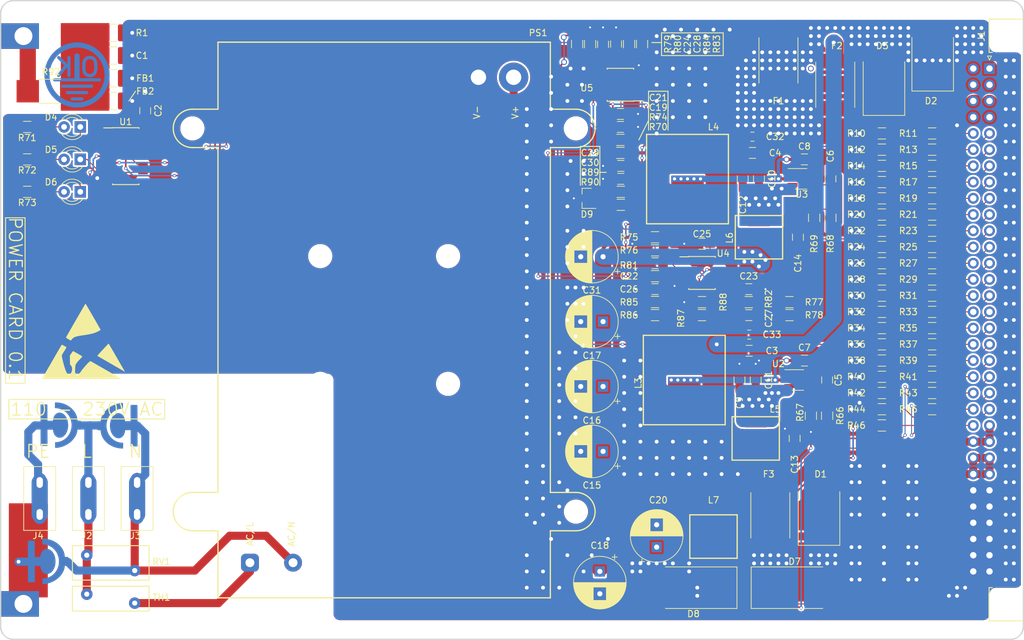
<source format=kicad_pcb>
(kicad_pcb (version 20171130) (host pcbnew "(5.1.5)-3")
  (title_block (title "HEMAC POWER") (date 2020-04-19) (rev 0.1))
  (layers (0 F.Cu signal hide) (31 B.Cu signal hide) (34 B.Paste user hide) (35 F.Paste user) (36 B.SilkS user hide) (37 F.SilkS user) (38 B.Mask user hide) (39 F.Mask user hide) (44 Edge.Cuts user))
  (net 0 "")
  (net 1 Earth)
  (net 2 GND)
  (net 3 +3V3)
  (net 4 +5V)
  (net 5 /FB5V)
  (net 6 /FB3V3)
  (net 7 "Net-(C7-Pad1)")
  (net 8 "Net-(C7-Pad2)")
  (net 9 "Net-(C8-Pad2)")
  (net 10 "Net-(C8-Pad1)")
  (net 11 "Net-(C11-Pad1)")
  (net 12 "Net-(C10-Pad1)")
  (net 13 +24V)
  (net 14 "Net-(C18-Pad1)")
  (net 15 "Net-(C19-Pad1)")
  (net 16 "Net-(C21-Pad1)")
  (net 17 /Vref)
  (net 18 /Sense24V)
  (net 19 /Sense5V)
  (net 20 /Sense3V)
  (net 21 "Net-(D1-Pad1)")
  (net 22 "Net-(D2-Pad1)")
  (net 23 "Net-(D3-Pad1)")
  (net 24 "Net-(D4-Pad2)")
  (net 25 "Net-(D4-Pad1)")
  (net 26 "Net-(D5-Pad2)")
  (net 27 "Net-(D5-Pad1)")
  (net 28 "Net-(D6-Pad1)")
  (net 29 "Net-(D6-Pad2)")
  (net 30 VDC)
  (net 31 "Net-(D8-Pad2)")
  (net 32 "Net-(J1-PadA5)")
  (net 33 "Net-(J1-PadB5)")
  (net 34 "Net-(J1-PadA6)")
  (net 35 "Net-(J1-PadB6)")
  (net 36 "Net-(J1-PadA7)")
  (net 37 "Net-(J1-PadB7)")
  (net 38 "Net-(J1-PadA8)")
  (net 39 "Net-(J1-PadB8)")
  (net 40 "Net-(J1-PadA9)")
  (net 41 "Net-(J1-PadB9)")
  (net 42 "Net-(J1-PadA10)")
  (net 43 "Net-(J1-PadB10)")
  (net 44 "Net-(J1-PadA11)")
  (net 45 "Net-(J1-PadB11)")
  (net 46 "Net-(J1-PadA12)")
  (net 47 "Net-(J1-PadB12)")
  (net 48 "Net-(J1-PadA13)")
  (net 49 "Net-(J1-PadB13)")
  (net 50 "Net-(J1-PadA14)")
  (net 51 "Net-(J1-PadB14)")
  (net 52 "Net-(J1-PadA15)")
  (net 53 "Net-(J1-PadB15)")
  (net 54 "Net-(J1-PadA16)")
  (net 55 "Net-(J1-PadB16)")
  (net 56 "Net-(J1-PadA17)")
  (net 57 "Net-(J1-PadB17)")
  (net 58 "Net-(J1-PadA18)")
  (net 59 "Net-(J1-PadB18)")
  (net 60 "Net-(J1-PadA19)")
  (net 61 "Net-(J1-PadB19)")
  (net 62 "Net-(J1-PadA20)")
  (net 63 "Net-(J1-PadB20)")
  (net 64 "Net-(J1-PadA21)")
  (net 65 "Net-(J1-PadB21)")
  (net 66 "Net-(J1-PadA22)")
  (net 67 "Net-(J1-PadB22)")
  (net 68 "Net-(J1-PadB23)")
  (net 69 "Net-(PS1-Pad1)")
  (net 70 "Net-(R10-Pad1)")
  (net 71 "Net-(R11-Pad1)")
  (net 72 "Net-(R12-Pad1)")
  (net 73 "Net-(R13-Pad1)")
  (net 74 "Net-(R14-Pad1)")
  (net 75 "/I2C SDA")
  (net 76 "/I2C SCL")
  (net 77 "/1 wire")
  (net 78 /GPI17)
  (net 79 /GPI27)
  (net 80 /GPI22)
  (net 81 /MOSI)
  (net 82 /MISO)
  (net 83 /SCLK)
  (net 84 /ID_SD)
  (net 85 /GPI5)
  (net 86 /GPI6)
  (net 87 /PWM1)
  (net 88 /PCM_FS)
  (net 89 /GPO26)
  (net 90 "/UART0 TXD")
  (net 91 "/UART0 RXD")
  (net 92 "/PCM CLK")
  (net 93 /GPO23)
  (net 94 /GPO24)
  (net 95 /GPO25)
  (net 96 /CE0)
  (net 97 /CE1)
  (net 98 "/ID SC")
  (net 99 "/PWM 0")
  (net 100 /CE2)
  (net 101 "/PCM DIN")
  (net 102 "/PCM DOUT")
  (net 103 /#RESET)
  (net 104 /PWR_3V3)
  (net 105 /PWR_5V)
  (net 106 /PWR_24V)
  (net 107 "Net-(R74-Pad2)")
  (net 108 "Net-(R75-Pad1)")
  (net 109 "Net-(R77-Pad1)")
  (net 110 "Net-(M1-Pad2)")
  (net 111 "Net-(E1-Pad1)")
  (net 112 "Net-(E2-Pad1)")
  (module jack:DIN41612_B_2x32_Horizontal (layer F.Cu) (at 219.7 60.63 270)
    (fp_text reference J1 (at -5.08 1.27 270) (layer F.SilkS))
    (fp_text value DIN41612_2x32_B)
    (pad "" np_thru_hole circle (at 83.82 -2.54 270) (size 2.8 2.8) (drill 2.8) (layers *.Cu *.Mask))
    (pad "" np_thru_hole circle (at -5.08 -2.54 270) (size 2.8 2.8) (drill 2.8) (layers *.Cu *.Mask))
    (pad B32 thru_hole circle (at 78.74 2.54 270) (size 1.7 1.7) (drill 1) (layers *.Cu *.Mask) (net 2 GND))
    (pad A32 thru_hole circle (at 78.74 0 270) (size 1.7 1.7) (drill 1) (layers *.Cu *.Mask) (net 2 GND))
    (pad B31 thru_hole circle (at 76.2 2.54 270) (size 1.7 1.7) (drill 1) (layers *.Cu *.Mask) (net 2 GND))
    (pad A31 thru_hole circle (at 76.2 0 270) (size 1.7 1.7) (drill 1) (layers *.Cu *.Mask) (net 2 GND))
    (pad B30 thru_hole circle (at 73.66 2.54 270) (size 1.7 1.7) (drill 1) (layers *.Cu *.Mask) (net 2 GND))
    (pad A30 thru_hole circle (at 73.66 0 270) (size 1.7 1.7) (drill 1) (layers *.Cu *.Mask) (net 2 GND))
    (pad B29 thru_hole circle (at 71.12 2.54 270) (size 1.7 1.7) (drill 1) (layers *.Cu *.Mask) (net 2 GND))
    (pad A29 thru_hole circle (at 71.12 0 270) (size 1.7 1.7) (drill 1) (layers *.Cu *.Mask) (net 2 GND))
    (pad B28 thru_hole circle (at 68.58 2.54 270) (size 1.7 1.7) (drill 1) (layers *.Cu *.Mask) (net 2 GND))
    (pad A28 thru_hole circle (at 68.58 0 270) (size 1.7 1.7) (drill 1) (layers *.Cu *.Mask) (net 2 GND))
    (pad B27 thru_hole circle (at 66.04 2.54 270) (size 1.7 1.7) (drill 1) (layers *.Cu *.Mask) (net 2 GND))
    (pad A27 thru_hole circle (at 66.04 0 270) (size 1.7 1.7) (drill 1) (layers *.Cu *.Mask) (net 2 GND))
    (pad B26 thru_hole circle (at 63.5 2.54 270) (size 1.7 1.7) (drill 1) (layers *.Cu *.Mask) (net 30 VDC))
    (pad A26 thru_hole circle (at 63.5 0 270) (size 1.7 1.7) (drill 1) (layers *.Cu *.Mask) (net 30 VDC))
    (pad B25 thru_hole circle (at 60.96 2.54 270) (size 1.7 1.7) (drill 1) (layers *.Cu *.Mask) (net 30 VDC))
    (pad A25 thru_hole circle (at 60.96 0 270) (size 1.7 1.7) (drill 1) (layers *.Cu *.Mask) (net 30 VDC))
    (pad B24 thru_hole circle (at 58.42 2.54 270) (size 1.7 1.7) (drill 1) (layers *.Cu *.Mask) (net 21 "Net-(D1-Pad1)"))
    (pad A24 thru_hole circle (at 58.42 0 270) (size 1.7 1.7) (drill 1) (layers *.Cu *.Mask) (net 21 "Net-(D1-Pad1)"))
    (pad B23 thru_hole circle (at 55.88 2.54 270) (size 1.7 1.7) (drill 1) (layers *.Cu *.Mask) (net 68 "Net-(J1-PadB23)"))
    (pad A23 thru_hole circle (at 55.88 0 270) (size 1.7 1.7) (drill 1) (layers *.Cu *.Mask) (net 21 "Net-(D1-Pad1)"))
    (pad B22 thru_hole circle (at 53.34 2.54 270) (size 1.7 1.7) (drill 1) (layers *.Cu *.Mask) (net 67 "Net-(J1-PadB22)"))
    (pad A22 thru_hole circle (at 53.34 0 270) (size 1.7 1.7) (drill 1) (layers *.Cu *.Mask) (net 66 "Net-(J1-PadA22)"))
    (pad B21 thru_hole circle (at 50.8 2.54 270) (size 1.7 1.7) (drill 1) (layers *.Cu *.Mask) (net 65 "Net-(J1-PadB21)"))
    (pad A21 thru_hole circle (at 50.8 0 270) (size 1.7 1.7) (drill 1) (layers *.Cu *.Mask) (net 64 "Net-(J1-PadA21)"))
    (pad B20 thru_hole circle (at 48.26 2.54 270) (size 1.7 1.7) (drill 1) (layers *.Cu *.Mask) (net 63 "Net-(J1-PadB20)"))
    (pad A20 thru_hole circle (at 48.26 0 270) (size 1.7 1.7) (drill 1) (layers *.Cu *.Mask) (net 62 "Net-(J1-PadA20)"))
    (pad B19 thru_hole circle (at 45.72 2.54 270) (size 1.7 1.7) (drill 1) (layers *.Cu *.Mask) (net 61 "Net-(J1-PadB19)"))
    (pad A19 thru_hole circle (at 45.72 0 270) (size 1.7 1.7) (drill 1) (layers *.Cu *.Mask) (net 60 "Net-(J1-PadA19)"))
    (pad B18 thru_hole circle (at 43.18 2.54 270) (size 1.7 1.7) (drill 1) (layers *.Cu *.Mask) (net 59 "Net-(J1-PadB18)"))
    (pad A18 thru_hole circle (at 43.18 0 270) (size 1.7 1.7) (drill 1) (layers *.Cu *.Mask) (net 58 "Net-(J1-PadA18)"))
    (pad B17 thru_hole circle (at 40.64 2.54 270) (size 1.7 1.7) (drill 1) (layers *.Cu *.Mask) (net 57 "Net-(J1-PadB17)"))
    (pad A17 thru_hole circle (at 40.64 0 270) (size 1.7 1.7) (drill 1) (layers *.Cu *.Mask) (net 56 "Net-(J1-PadA17)"))
    (pad B16 thru_hole circle (at 38.1 2.54 270) (size 1.7 1.7) (drill 1) (layers *.Cu *.Mask) (net 55 "Net-(J1-PadB16)"))
    (pad A16 thru_hole circle (at 38.1 0 270) (size 1.7 1.7) (drill 1) (layers *.Cu *.Mask) (net 54 "Net-(J1-PadA16)"))
    (pad B15 thru_hole circle (at 35.56 2.54 270) (size 1.7 1.7) (drill 1) (layers *.Cu *.Mask) (net 53 "Net-(J1-PadB15)"))
    (pad A15 thru_hole circle (at 35.56 0 270) (size 1.7 1.7) (drill 1) (layers *.Cu *.Mask) (net 52 "Net-(J1-PadA15)"))
    (pad B14 thru_hole circle (at 33.02 2.54 270) (size 1.7 1.7) (drill 1) (layers *.Cu *.Mask) (net 51 "Net-(J1-PadB14)"))
    (pad A14 thru_hole circle (at 33.02 0 270) (size 1.7 1.7) (drill 1) (layers *.Cu *.Mask) (net 50 "Net-(J1-PadA14)"))
    (pad B13 thru_hole circle (at 30.48 2.54 270) (size 1.7 1.7) (drill 1) (layers *.Cu *.Mask) (net 49 "Net-(J1-PadB13)"))
    (pad A13 thru_hole circle (at 30.48 0 270) (size 1.7 1.7) (drill 1) (layers *.Cu *.Mask) (net 48 "Net-(J1-PadA13)"))
    (pad B12 thru_hole circle (at 27.94 2.54 270) (size 1.7 1.7) (drill 1) (layers *.Cu *.Mask) (net 47 "Net-(J1-PadB12)"))
    (pad A12 thru_hole circle (at 27.94 0 270) (size 1.7 1.7) (drill 1) (layers *.Cu *.Mask) (net 46 "Net-(J1-PadA12)"))
    (pad B11 thru_hole circle (at 25.4 2.54 270) (size 1.7 1.7) (drill 1) (layers *.Cu *.Mask) (net 45 "Net-(J1-PadB11)"))
    (pad A11 thru_hole circle (at 25.4 0 270) (size 1.7 1.7) (drill 1) (layers *.Cu *.Mask) (net 44 "Net-(J1-PadA11)"))
    (pad B10 thru_hole circle (at 22.86 2.54 270) (size 1.7 1.7) (drill 1) (layers *.Cu *.Mask) (net 43 "Net-(J1-PadB10)"))
    (pad A10 thru_hole circle (at 22.86 0 270) (size 1.7 1.7) (drill 1) (layers *.Cu *.Mask) (net 42 "Net-(J1-PadA10)"))
    (pad B9 thru_hole circle (at 20.32 2.54 270) (size 1.7 1.7) (drill 1) (layers *.Cu *.Mask) (net 41 "Net-(J1-PadB9)"))
    (pad A9 thru_hole circle (at 20.32 0 270) (size 1.7 1.7) (drill 1) (layers *.Cu *.Mask) (net 40 "Net-(J1-PadA9)"))
    (pad B8 thru_hole circle (at 17.78 2.54 270) (size 1.7 1.7) (drill 1) (layers *.Cu *.Mask) (net 39 "Net-(J1-PadB8)"))
    (pad A8 thru_hole circle (at 17.78 0 270) (size 1.7 1.7) (drill 1) (layers *.Cu *.Mask) (net 38 "Net-(J1-PadA8)"))
    (pad B7 thru_hole circle (at 15.24 2.54 270) (size 1.7 1.7) (drill 1) (layers *.Cu *.Mask) (net 37 "Net-(J1-PadB7)"))
    (pad A7 thru_hole circle (at 15.24 0 270) (size 1.7 1.7) (drill 1) (layers *.Cu *.Mask) (net 36 "Net-(J1-PadA7)"))
    (pad B6 thru_hole circle (at 12.7 2.54 270) (size 1.7 1.7) (drill 1) (layers *.Cu *.Mask) (net 35 "Net-(J1-PadB6)"))
    (pad A6 thru_hole circle (at 12.7 0 270) (size 1.7 1.7) (drill 1) (layers *.Cu *.Mask) (net 34 "Net-(J1-PadA6)"))
    (pad B5 thru_hole circle (at 10.16 2.54 270) (size 1.7 1.7) (drill 1) (layers *.Cu *.Mask) (net 33 "Net-(J1-PadB5)"))
    (pad A5 thru_hole circle (at 10.16 0 270) (size 1.7 1.7) (drill 1) (layers *.Cu *.Mask) (net 32 "Net-(J1-PadA5)"))
    (pad B4 thru_hole circle (at 7.62 2.54 270) (size 1.7 1.7) (drill 1) (layers *.Cu *.Mask) (net 23 "Net-(D3-Pad1)"))
    (pad A4 thru_hole circle (at 7.62 0 270) (size 1.7 1.7) (drill 1) (layers *.Cu *.Mask) (net 23 "Net-(D3-Pad1)"))
    (pad B3 thru_hole circle (at 5.08 2.54 270) (size 1.7 1.7) (drill 1) (layers *.Cu *.Mask) (net 23 "Net-(D3-Pad1)"))
    (pad A3 thru_hole circle (at 5.08 0 270) (size 1.7 1.7) (drill 1) (layers *.Cu *.Mask) (net 23 "Net-(D3-Pad1)"))
    (pad B2 thru_hole circle (at 2.54 2.54 270) (size 1.7 1.7) (drill 1) (layers *.Cu *.Mask) (net 22 "Net-(D2-Pad1)"))
    (pad A2 thru_hole circle (at 2.54 0 270) (size 1.7 1.7) (drill 1) (layers *.Cu *.Mask) (net 22 "Net-(D2-Pad1)"))
    (pad B1 thru_hole circle (at 0 2.54 270) (size 1.7 1.7) (drill 1) (layers *.Cu *.Mask) (net 22 "Net-(D2-Pad1)"))
    (pad A1 thru_hole rect (at 0 0 270) (size 1.7 1.7) (drill 1) (layers *.Cu *.Mask) (net 22 "Net-(D2-Pad1)"))
  )
  (module module:IRM-60 (layer F.Cu) (at 125 100 90)
    (fp_text reference PS1 (at 44.958 24.088 180) (layer F.SilkS))
    (fp_text value IRM-60-24)
    (fp_text user V+ (at 32.5 20.5 90) (layer F.SilkS))
    (fp_text user V- (at 32.5 14.5 90) (layer F.SilkS))
    (fp_text user AC/N (at -33.5 -14.5 90) (layer F.SilkS))
    (fp_text user AC/L (at -33.5 -21 90) (layer F.SilkS))
    (pad "" np_thru_hole circle (at 10 -10 90) (size 3.2 3.2) (drill 3.2) (layers *.Cu *.Mask))
    (pad "" np_thru_hole circle (at 10 10 90) (size 3.2 3.2) (drill 3.2) (layers *.Cu *.Mask))
    (pad "" np_thru_hole circle (at -10 10 90) (size 3.2 3.2) (drill 3.2) (layers *.Cu *.Mask))
    (pad "" np_thru_hole circle (at -10 -10 90) (size 3.2 3.2) (drill 3.2) (layers *.Cu *.Mask))
    (pad "" np_thru_hole circle (at 30 30 90) (size 3.2 3.2) (drill 3.2) (layers *.Cu *.Mask))
    (pad "" np_thru_hole circle (at -30 30 90) (size 3.2 3.2) (drill 3.2) (layers *.Cu *.Mask))
    (pad "" np_thru_hole circle (at 30 -30 90) (size 3.2 3.2) (drill 3.2) (layers *.Cu *.Mask))
    (pad "" np_thru_hole circle (at -30 -30 90) (size 3.2 3.2) (drill 3.2) (layers *.Cu *.Mask))
    (pad 4 thru_hole circle (at 38 20.25 90) (size 4.6 4.6) (drill 2.4) (layers *.Cu *.Mask B.Paste) (net 31 "Net-(D8-Pad2)"))
    (pad 3 thru_hole circle (at 38 14.75 90) (size 4.6 4.6) (drill 2.4) (layers *.Cu *.Mask B.Paste) (net 2 GND))
    (pad 2 thru_hole circle (at -38 -14.25 90) (size 2.8 2.8) (drill 1.4) (layers *.Cu *.Mask B.Paste) (net 111 "Net-(E1-Pad1)"))
    (pad 1 thru_hole roundrect (at -38 -21 90) (size 2.8 2.8) (drill 1.4) (layers *.Cu *.Mask B.Paste) (net 69 "Net-(PS1-Pad1)"))
  )
  (module hardware:EuroCard_Handle (layer F.Cu) (at 68.57 100)
    (fp_text reference M1 hide)
    (fp_text value Eurocard_Handle)
    (pad 2 thru_hole rect (at 0 -44.45) (size 6 4) (drill 2.8 (offset -0.57 0)) (layers *.Cu *.Mask) (net 110 "Net-(M1-Pad2)"))
    (pad 1 thru_hole rect (at 0 44.45) (size 6 4) (drill 2.8 (offset -0.57 0)) (layers *.Cu *.Mask) (net 1 Earth))
  )
  (module Symbols:ESD-Logo_13.2x12mm_SilkScreen (layer F.Cu) (at 77.968 103.302)
    (fp_text reference REF*** hide)
    (fp_text value ESD-Logo_13.2x12mm_SilkScreen hide)
  )
  (module inductor:Inductor_7.1x6.6 (layer F.Cu) (at 176.52 133.905 270)
    (fp_text reference L7 (at -5.711 0) (layer F.SilkS))
    (fp_text value 10uH_4A)
    (pad 1 smd rect (at -2.925 0 270) (size 2.4 3.4) (layers F.Cu F.Paste F.Mask) (net 13 +24V))
    (pad 2 smd rect (at 2.925 0 270) (size 2.4 3.4) (layers F.Cu F.Paste F.Mask) (net 14 "Net-(C18-Pad1)"))
  )
  (module Capacitor_THT:CP_Radial_D8.0mm_P3.50mm (layer F.Cu) (at 158.74 139.37 270)
    (fp_text reference C18 (at -4.064 0) (layer F.SilkS))
    (fp_text value 220uF/35V)
    (pad 1 thru_hole rect (at 0 0 270) (size 1.6 1.6) (drill 0.8) (layers *.Cu *.Mask) (net 14 "Net-(C18-Pad1)"))
    (pad 2 thru_hole circle (at 3.5 0 270) (size 1.6 1.6) (drill 0.8) (layers *.Cu *.Mask) (net 2 GND))
  )
  (module pcb:OTK_Logo_10mm (layer B.Cu) (at 76.952 61.646 180)
    (fp_text reference REF** hide)
    (fp_text value OTK_Logo_3)
    (fp_text user K (at 2 1.2) (layer B.Cu) (effects (font (size 2.8 2.8) (thickness 0.5)) (justify mirror)))
    (fp_text user O (at -2 1.2) (layer B.Cu) (effects (font (size 2.8 2.8) (thickness 0.5)) (justify mirror)))
    (fp_line (start -0.75 -3.75) (end 0.75 -3.75) (layer B.Cu) (width 0.5))
    (fp_circle (center 0 0) (end 4.7 0) (layer B.Cu) (width 0.8))
    (fp_line (start 0 3) (end 0 -0.5) (layer B.Cu) (width 0.8))
    (fp_line (start -3.5 -0.75) (end 3.5 -0.75) (layer B.Cu) (width 0.5))
    (fp_line (start -2.25 -1.75) (end 2.25 -1.75) (layer B.Cu) (width 0.5))
    (fp_line (start -1.5 -2.75) (end 1.5 -2.75) (layer B.Cu) (width 0.5))
  )
  (module pcb:SparkGap_0.5 (layer B.Cu) (at 80.2 116.51 180)
    (fp_text reference E3 hide)
    (fp_text value SPARK_GAP_0.5mm hide)
    (pad 2 smd custom (at -6.15 0 180) (size 0.5 0.5) (layers B.Cu B.Mask) (net 111 "Net-(E1-Pad1)") (options (clearance outline) (anchor rect)) (primitives (gr_poly (pts (xy 0.48643 3.162203) (xy 0.564328 3.162115) (xy 0.638347 3.161888) (xy 0.707505 3.161536) (xy 0.770825 3.161069) (xy 0.827326 3.160499) (xy 0.876028 3.159838) (xy 0.915953 3.159097) (xy 0.946121 3.158286) (xy 0.965553 3.157419) (xy 0.973268 3.156506) (xy 0.973275 3.156502) (xy 0.974506 3.154288) (xy 0.975599 3.148906) (xy 0.976556 3.139774) (xy 0.977378 3.126313) (xy 0.978069 3.107939) (xy 0.978629 3.084072) (xy 0.97906 3.054131) (xy 0.979366 3.017534) (xy 0.979548 2.973699) (xy 0.979607 2.922047) (xy 0.979546 2.861995) (xy 0.979368 2.792962) (xy 0.979073 2.714366) (xy 0.978664 2.625627) (xy 0.978143 2.526163) (xy 0.977512 2.415393) (xy 0.976773 2.292735) (xy 0.97645 2.240611) (xy 0.975756 2.126575) (xy 0.975086 2.011281) (xy 0.974446 1.895866) (xy 0.97384 1.781466) (xy 0.973273 1.669216) (xy 0.972752 1.560252) (xy 0.97228 1.45571) (xy 0.971863 1.356725) (xy 0.971506 1.264434) (xy 0.971214 1.179972) (xy 0.970992 1.104475) (xy 0.970845 1.039078) (xy 0.970778 0.984918) (xy 0.970775 0.97155) (xy 0.970775 0.612775) (xy 1.923275 0.612775) (xy 1.924686 0.635) (xy 1.931967 0.728391) (xy 1.941427 0.814768) (xy 1.952858 0.892718) (xy 1.966055 0.960824) (xy 1.980304 1.016) (xy 1.987198 1.039235) (xy 1.993352 1.060577) (xy 1.995961 1.069975) (xy 2.001441 1.087952) (xy 2.009013 1.110122) (xy 2.011742 1.1176) (xy 2.020291 1.140797) (xy 2.030117 1.167815) (xy 2.034899 1.1811) (xy 2.042324 1.199634) (xy 2.054046 1.226323) (xy 2.068622 1.257992) (xy 2.084613 1.291466) (xy 2.089493 1.30143) (xy 2.148049 1.40828) (xy 2.213221 1.50471) (xy 2.284845 1.590532) (xy 2.362758 1.66556) (xy 2.446795 1.729605) (xy 2.48639 1.754688) (xy 2.56937 1.798632) (xy 2.655316 1.833737) (xy 2.742038 1.859343) (xy 2.827345 1.874791) (xy 2.901175 1.879466) (xy 3.00569 1.874108) (xy 3.107415 1.857487) (xy 3.20712 1.829333) (xy 3.305574 1.789375) (xy 3.403546 1.737342) (xy 3.501804 1.672966) (xy 3.51395 1.66418) (xy 3.545918 1.638657) (xy 3.58333 1.605261) (xy 3.623978 1.566253) (xy 3.665651 1.523895) (xy 3.706139 1.480448) (xy 3.743234 1.438173) (xy 3.774725 1.399332) (xy 3.781506 1.390365) (xy 3.850249 1.290422) (xy 3.914972 1.181634) (xy 3.973679 1.067694) (xy 4.024369 0.952292) (xy 4.039042 0.9144) (xy 4.059757 0.857047) (xy 4.07989 0.797717) (xy 4.098466 0.73951) (xy 4.114507 0.685526) (xy 4.127039 0.638868) (xy 4.130998 0.6223) (xy 4.136589 0.597759) (xy 4.142228 0.573069) (xy 4.143313 0.568325) (xy 4.164096 0.464276) (xy 4.181108 0.35136) (xy 4.193997 0.232943) (xy 4.202409 0.11239) (xy 4.205993 -0.006934) (xy 4.2061 -0.030543) (xy 4.205375 -0.114038) (xy 4.203184 -0.185284) (xy 4.199499 -0.24465) (xy 4.194294 -0.292506) (xy 4.187542 -0.329221) (xy 4.183411 -0.344032) (xy 4.174494 -0.371475) (xy 4.177724 -0.333375) (xy 4.17862 -0.317793) (xy 4.179658 -0.291353) (xy 4.180784 -0.255895) (xy 4.181949 -0.21326) (xy 4.183099 -0.165288) (xy 4.184183 -0.113819) (xy 4.184771 -0.08255) (xy 4.185833 0.005088) (xy 4.185562 0.08246) (xy 4.18381 0.151945) (xy 4.180429 0.215923) (xy 4.175271 0.276771) (xy 4.168188 0.33687) (xy 4.159031 0.398598) (xy 4.152349 0.43815) (xy 4.146775 0.469906) (xy 4.140692 0.50457) (xy 4.13619 0.530225) (xy 4.129766 0.563812) (xy 4.122094 0.597312) (xy 4.112134 0.63497) (xy 4.101187 0.6731) (xy 4.090108 0.711011) (xy 4.081675 0.740452) (xy 4.074837 0.765101) (xy 4.073526 0.769938) (xy 4.068256 0.787295) (xy 4.059651 0.813335) (xy 4.048834 0.844849) (xy 4.036928 0.878629) (xy 4.025059 0.911467) (xy 4.014351 0.940153) (xy 4.00956 0.9525) (xy 3.995529 0.985396) (xy 3.976542 1.026235) (xy 3.954119 1.072037) (xy 3.929777 1.11982) (xy 3.905035 1.166603) (xy 3.881412 1.209402) (xy 3.860816 1.244598) (xy 3.800383 1.336083) (xy 3.733283 1.423906) (xy 3.661203 1.506257) (xy 3.585831 1.581327) (xy 3.508855 1.647303) (xy 3.437132 1.699029) (xy 3.414754 1.712848) (xy 3.387022 1.728793) (xy 3.356215 1.745689) (xy 3.32461 1.762362) (xy 3.294486 1.777636) (xy 3.26812 1.790338) (xy 3.24779 1.799293) (xy 3.235774 1.803327) (xy 3.234635 1.80344) (xy 3.222123 1.806286) (xy 3.208631 1.812033) (xy 3.191573 1.818825) (xy 3.165217 1.826838) (xy 3.132803 1.83527) (xy 3.097572 1.843317) (xy 3.062764 1.850175) (xy 3.039658 1.853944) (xy 2.995286 1.858514) (xy 2.944849 1.860686) (xy 2.892122 1.860544) (xy 2.840878 1.858173) (xy 2.794892 1.85366) (xy 2.760133 1.84761) (xy 2.719073 1.837686) (xy 2.686858 1.828864) (xy 2.65982 1.820076) (xy 2.640825 1.812902) (xy 2.621089 1.805138) (xy 2.599956 1.796964) (xy 2.59955 1.796809) (xy 2.581433 1.789015) (xy 2.558309 1.77794) (xy 2.5424 1.769776) (xy 2.45765 1.71799) (xy 2.376681 1.655075) (xy 2.300545 1.582307) (xy 2.230299 1.50096) (xy 2.166998 1.412311) (xy 2.111695 1.317635) (xy 2.065446 1.218207) (xy 2.047627 1.171575) (xy 2.037605 1.143686) (xy 2.028135 1.11774) (xy 2.020729 1.097863) (xy 2.018552 1.0922) (xy 2.010309 1.067891) (xy 2.000673 1.03433) (xy 1.990418 0.994779) (xy 1.980319 0.9525) (xy 1.971151 0.910754) (xy 1.963687 0.872804) (xy 1.958704 0.841911) (xy 1.958232 0.8382) (xy 1.954883 0.80834) (xy 1.95104 0.770474) (xy 1.947157 0.729263) (xy 1.943688 0.689365) (xy 1.943395 0.6858) (xy 1.935884 0.593725) (xy 1.457035 0.592697) (xy 1.368423 0.592586) (xy 1.286668 0.592645) (xy 1.212466 0.592866) (xy 1.14651 0.593242) (xy 1.089494 0.593766) (xy 1.042114 0.594431) (xy 1.005064 0.595231) (xy 0.979037 0.596157) (xy 0.964728 0.597204) (xy 0.962399 0.597671) (xy 0.946612 0.603673) (xy 0.950693 0.878099) (xy 0.951193 0.916417) (xy 0.951732 0.966483) (xy 0.952305 1.027343) (xy 0.952905 1.098047) (xy 0.953526 1.17764) (xy 0.954161 1.265172) (xy 0.954805 1.359689) (xy 0.95545 1.460239) (xy 0.956092 1.565869) (xy 0.956723 1.675628) (xy 0.957337 1.788563) (xy 0.957928 1.903721) (xy 0.95849 2.020151) (xy 0.959016 2.136899) (xy 0.959063 2.147888) (xy 0.963352 3.14325) (xy 0.0151 3.14325) (xy 0.014741 2.986088) (xy 0.014537 2.939253) (xy 0.014161 2.893564) (xy 0.013647 2.851551) (xy 0.013029 2.815742) (xy 0.012341 2.788666) (xy 0.011932 2.778125) (xy 0.011649 2.766393) (xy 0.011333 2.742644) (xy 0.010987 2.707565) (xy 0.010616 2.66184) (xy 0.010222 2.606153) (xy 0.00981 2.541189) (xy 0.009382 2.467632) (xy 0.008944 2.386168) (xy 0.008498 2.297481) (xy 0.008048 2.202254) (xy 0.007597 2.101174) (xy 0.00715 1.994924) (xy 0.00671 1.88419) (xy 0.006281 1.769654) (xy 0.005866 1.652004) (xy 0.005766 1.622425) (xy 0.00535 1.50275) (xy 0.004917 1.38522) (xy 0.00447 1.270582) (xy 0.004012 1.159583) (xy 0.003548 1.052971) (xy 0.003082 0.951491) (xy 0.002618 0.855892) (xy 0.002158 0.76692) (xy 0.001708 0.685322) (xy 0.001271 0.611845) (xy 0.000851 0.547237) (xy 0.000452 0.492243) (xy 0.000077 0.447612) (xy -0.000269 0.414091) (xy -0.000582 0.392425) (xy -0.00062 0.390525) (xy -0.000864 0.3733) (xy -0.001135 0.343938) (xy -0.001429 0.303004) (xy -0.001744 0.251062) (xy -0.002079 0.188674) (xy -0.002432 0.116407) (xy -0.0028 0.034822) (xy -0.003181 -0.055516) (xy -0.003573 -0.154043) (xy -0.003974 -0.260195) (xy -0.004381 -0.373408) (xy -0.004794 -0.49312) (xy -0.005209 -0.618765) (xy -0.005624 -0.74978) (xy -0.006038 -0.885601) (xy -0.006447 -1.025665) (xy -0.006851 -1.169406) (xy -0.007247 -1.316263) (xy -0.007632 -1.46567) (xy -0.007671 -1.481137) (xy -0.012052 -3.2258) (xy 0.149161 -3.226562) (xy 0.191087 -3.226704) (xy 0.23986 -3.226775) (xy 0.294213 -3.226779) (xy 0.352882 -3.226723) (xy 0.414601 -3.226612) (xy 0.478103 -3.226451) (xy 0.542124 -3.226245) (xy 0.605398 -3.226001) (xy 0.666659 -3.225723) (xy 0.724641 -3.225418) (xy 0.778079 -3.225091) (xy 0.825707 -3.224746) (xy 0.866259 -3.224391) (xy 0.89847 -3.224029) (xy 0.921075 -3.223668) (xy 0.932806 -3.223311) (xy 0.934199 -3.223156) (xy 0.934466 -3.216735) (xy 0.934793 -3.198535) (xy 0.935172 -3.169475) (xy 0.935596 -3.130477) (xy 0.936056 -3.082461) (xy 0.936544 -3.026347) (xy 0.937052 -2.963055) (xy 0.937572 -2.893507) (xy 0.938095 -2.818621) (xy 0.938615 -2.739319) (xy 0.939005 -2.676058) (xy 0.939586 -2.580927) (xy 0.940218 -2.479941) (xy 0.940888 -2.375201) (xy 0.94158 -2.268805) (xy 0.942282 -2.162852) (xy 0.94298 -2.059441) (xy 0.943659 -1.960672) (xy 0.944305 -1.868644) (xy 0.944904 -1.785455) (xy 0.945361 -1.724025) (xy 0.945949 -1.640569) (xy 0.946501 -1.550862) (xy 0.947009 -1.457454) (xy 0.947459 -1.362891) (xy 0.947842 -1.269722) (xy 0.948147 -1.180495) (xy 0.948362 -1.097759) (xy 0.948477 -1.024061) (xy 0.948492 -0.995362) (xy 0.94855 -0.6731) (xy 1.43623 -0.6731) (xy 1.531911 -0.673147) (xy 1.615536 -0.673297) (xy 1.687746 -0.673558) (xy 1.749185 -0.67394) (xy 1.800495 -0.674455) (xy 1.842319 -0.67511) (xy 1.8753 -0.675917) (xy 1.90008 -0.676885) (xy 1.917303 -0.678024) (xy 1.92761 -0.679344) (xy 1.93153 -0.68072) (xy 1.935641 -0.691484) (xy 1.938263 -0.712908) (xy 1.93915 -0.741912) (xy 1.941551 -0.807586) (xy 1.94834 -0.880312) (xy 1.958895 -0.955474) (xy 1.972591 -1.028454) (xy 1.984687 -1.0795) (xy 1.992581 -1.109766) (xy 1.999529 -1.136846) (xy 2.004737 -1.157617) (xy 2.007295 -1.1684) (xy 2.011657 -1.183046) (xy 2.015359 -1.190625) (xy 2.019636 -1.199553) (xy 2.026342 -1.216805) (xy 2.033889 -1.23825) (xy 2.054103 -1.292689) (xy 2.078753 -1.349993) (xy 2.106242 -1.406981) (xy 2.134971 -1.460474) (xy 2.163342 -1.507291) (xy 2.18387 -1.5367) (xy 2.198302 -1.555823) (xy 2.216743 -1.580351) (xy 2.235609 -1.605512) (xy 2.238761 -1.609725) (xy 2.296012 -1.677081) (xy 2.363452 -1.740631) (xy 2.438739 -1.798635) (xy 2.519532 -1.849352) (xy 2.603488 -1.891043) (xy 2.634475 -1.903676) (xy 2.671635 -1.915715) (xy 2.718189 -1.92733) (xy 2.770834 -1.937846) (xy 2.826267 -1.946588) (xy 2.869425 -1.95175) (xy 2.88826 -1.952089) (xy 2.916616 -1.950669) (xy 2.951484 -1.947811) (xy 2.989859 -1.943837) (xy 3.028731 -1.939067) (xy 3.065092 -1.933823) (xy 3.095936 -1.928425) (xy 3.104375 -1.926668) (xy 3.186412 -1.903657) (xy 3.271179 -1.870541) (xy 3.355901 -1.828659) (xy 3.437803 -1.779353) (xy 3.498083 -1.736496) (xy 3.518125 -1.719989) (xy 3.544234 -1.696792) (xy 3.573705 -1.669399) (xy 3.603831 -1.6403) (xy 3.619831 -1.624341) (xy 3.674482 -1.567721) (xy 3.721306 -1.51582) (xy 3.762595 -1.465683) (xy 3.800642 -1.414354) (xy 3.837738 -1.358878) (xy 3.876176 -1.296299) (xy 3.882341 -1.285875) (xy 3.895608 -1.262323) (xy 3.911575 -1.232394) (xy 3.929068 -1.198469) (xy 3.946912 -1.162927) (xy 3.963934 -1.128147) (xy 3.978959 -1.09651) (xy 3.990814 -1.070396) (xy 3.998324 -1.052183) (xy 3.999818 -1.04775) (xy 4.005083 -1.033212) (xy 4.00911 -1.025525) (xy 4.01461 -1.014363) (xy 4.017231 -1.006475) (xy 4.020931 -0.994969) (xy 4.027847 -0.97511) (xy 4.036736 -0.950433) (xy 4.040642 -0.9398) (xy 4.049806 -0.9136) (xy 4.060932 -0.879655) (xy 4.073118 -0.84095) (xy 4.085462 -0.800473) (xy 4.097061 -0.76121) (xy 4.107014 -0.726149) (xy 4.114419 -0.698276) (xy 4.117358 -0.6858) (xy 4.121708 -0.664716) (xy 4.127803 -0.634172) (xy 4.135052 -0.597187) (xy 4.142864 -0.556785) (xy 4.150648 -0.515986) (xy 4.152756 -0.504825) (xy 4.158242 -0.474328) (xy 4.163523 -0.44266) (xy 4.167481 -0.416535) (xy 4.167566 -0.415925) (xy 4.172801 -0.377825) (xy 4.173575 -0.429728) (xy 4.173165 -0.459088) (xy 4.17136 -0.487995) (xy 4.16854 -0.510619) (xy 4.168223 -0.512278) (xy 4.164513 -0.531212) (xy 4.159241 -0.558614) (xy 4.153174 -0.590465) (xy 4.148361 -0.61595) (xy 4.137997 -0.664757) (xy 4.124078 -0.721184) (xy 4.107761 -0.781058) (xy 4.090198 -0.840203) (xy 4.072547 -0.894447) (xy 4.06666 -0.911225) (xy 4.048451 -0.961672) (xy 4.033382 -1.002567) (xy 4.020458 -1.036364) (xy 4.008685 -1.065517) (xy 3.997067 -1.092482) (xy 3.98461 -1.119715) (xy 3.970319 -1.149668) (xy 3.968649 -1.153119) (xy 3.914241 -1.258878) (xy 3.858168 -1.354354) (xy 3.798751 -1.441966) (xy 3.73431 -1.524132) (xy 3.663166 -1.603269) (xy 3.638571 -1.628489) (xy 3.572058 -1.6923) (xy 3.508361 -1.746497) (xy 3.444886 -1.792957) (xy 3.379041 -1.833558) (xy 3.308231 -1.870175) (xy 3.29805 -1.874963) (xy 3.20777 -1.911668) (xy 3.114916 -1.939412) (xy 3.021704 -1.957788) (xy 2.930352 -1.966384) (xy 2.843076 -1.964793) (xy 2.822318 -1.962775) (xy 2.727808 -1.945863) (xy 2.63392 -1.917262) (xy 2.542584 -1.877919) (xy 2.455729 -1.828776) (xy 2.375285 -1.770779) (xy 2.310252 -1.712087) (xy 2.256846 -1.655634) (xy 2.210972 -1.600753) (xy 2.170157 -1.543987) (xy 2.131928 -1.481881) (xy 2.093813 -1.410981) (xy 2.091552 -1.406525) (xy 2.053558 -1.325802) (xy 2.01939 -1.242108) (xy 1.990166 -1.158626) (xy 1.967003 -1.078538) (xy 1.951443 -1.007443) (xy 1.94735 -0.981731) (xy 1.942696 -0.948292) (xy 1.93779 -0.90986) (xy 1.932944 -0.869169) (xy 1.928467 -0.828951) (xy 1.92467 -0.791941) (xy 1.921864 -0.760871) (xy 1.920358 -0.738477) (xy 1.920188 -0.732212) (xy 1.919295 -0.713032) (xy 1.917104 -0.69977) (xy 1.915337 -0.696348) (xy 1.908241 -0.695761) (xy 1.889693 -0.695181) (xy 1.860904 -0.694614) (xy 1.823084 -0.694063) (xy 1.777444 -0.693535) (xy 1.725195 -0.693035) (xy 1.667547 -0.692567) (xy 1.605712 -0.692137) (xy 1.540899 -0.691751) (xy 1.474321 -0.691412) (xy 1.407186 -0.691127) (xy 1.340707 -0.690901) (xy 1.276094 -0.690738) (xy 1.214558 -0.690645) (xy 1.157308 -0.690625) (xy 1.105557 -0.690685) (xy 1.060515 -0.690829) (xy 1.023393 -0.691062) (xy 0.9954 -0.691391) (xy 0.977749 -0.691819) (xy 0.971663 -0.692322) (xy 0.970716 -0.699616) (xy 0.969778 -0.719578) (xy 0.968848 -0.752174) (xy 0.967927 -0.79737) (xy 0.967014 -0.855136) (xy 0.966111 -0.925437) (xy 0.965218 -1.008241) (xy 0.964334 -1.103514) (xy 0.963461 -1.211224) (xy 0.962598 -1.331339) (xy 0.961746 -1.463824) (xy 0.960904 -1.608648) (xy 0.960074 -1.765777) (xy 0.959256 -1.935179) (xy 0.95845 -2.11682) (xy 0.957766 -2.282825) (xy 0.957313 -2.391215) (xy 0.956834 -2.496216) (xy 0.956334 -2.597118) (xy 0.955817 -2.693212) (xy 0.95529 -2.783787) (xy 0.954756 -2.868133) (xy 0.954223 -2.945542) (xy 0.953693 -3.015302) (xy 0.953173 -3.076704) (xy 0.952669 -3.129039) (xy 0.952184 -3.171595) (xy 0.951724 -3.203664) (xy 0.951295 -3.224536) (xy 0.950901 -3.2335) (xy 0.950857 -3.233737) (xy 0.949707 -3.235801) (xy 0.946953 -3.237593) (xy 0.941757 -3.239133) (xy 0.933278 -3.240439) (xy 0.920678 -3.24153) (xy 0.903117 -3.242426) (xy 0.879756 -3.243146) (xy 0.849756 -3.243708) (xy 0.812276 -3.244132) (xy 0.766479 -3.244437) (xy 0.711525 -3.244643) (xy 0.646573 -3.244767) (xy 0.570786 -3.244829) (xy 0.483324 -3.244849) (xy 0.462347 -3.24485) (xy 0.368871 -3.24481) (xy 0.28739 -3.244685) (xy 0.217199 -3.244462) (xy 0.157593 -3.24413) (xy 0.107865 -3.243677) (xy 0.067312 -3.243092) (xy 0.035227 -3.242363) (xy 0.010907 -3.241479) (xy -0.006354 -3.240428) (xy -0.017262 -3.239198) (xy -0.022522 -3.237779) (xy -0.023262 -3.236912) (xy -0.023334 -3.228173) (xy -0.023385 -3.207449) (xy -0.023416 -3.175455) (xy -0.023429 -3.132906) (xy -0.023423 -3.080518) (xy -0.0234 -3.019006) (xy -0.023361 -2.949084) (xy -0.023307 -2.871467) (xy -0.023239 -2.786872) (xy -0.023158 -2.696013) (xy -0.023064 -2.599604) (xy -0.022959 -2.498362) (xy -0.022844 -2.393001) (xy -0.022719 -2.284237) (xy -0.022585 -2.172784) (xy -0.022444 -2.059358) (xy -0.022297 -1.944673) (xy -0.022143 -1.829445) (xy -0.021985 -1.714389) (xy -0.021824 -1.60022) (xy -0.021659 -1.487653) (xy -0.021493 -1.377403) (xy -0.021325 -1.270186) (xy -0.021158 -1.166716) (xy -0.020992 -1.067708) (xy -0.020827 -0.973878) (xy -0.020666 -0.885941) (xy -0.020508 -0.804612) (xy -0.020355 -0.730606) (xy -0.020208 -0.664637) (xy -0.020067 -0.607422) (xy -0.019934 -0.559675) (xy -0.01981 -0.522112) (xy -0.019695 -0.495447) (xy -0.019611 -0.4826) (xy -0.019443 -0.459282) (xy -0.019238 -0.423972) (xy -0.018999 -0.37738) (xy -0.018728 -0.320213) (xy -0.01843 -0.253181) (xy -0.018105 -0.176991) (xy -0.017758 -0.092351) (xy -0.01739 0.000028) (xy -0.017005 0.09944) (xy -0.016605 0.205175) (xy -0.016194 0.316525) (xy -0.015773 0.432782) (xy -0.015346 0.553237) (xy -0.014916 0.677181) (xy -0.014485 0.803907) (xy -0.014056 0.932705) (xy -0.013949 0.9652) (xy -0.013519 1.092652) (xy -0.013074 1.217219) (xy -0.012617 1.338265) (xy -0.012152 1.455153) (xy -0.011682 1.567245) (xy -0.011211 1.673904) (xy -0.010741 1.774494) (xy -0.010277 1.868377) (xy -0.009821 1.954916) (xy -0.009376 2.033474) (xy -0.008946 2.103414) (xy -0.008534 2.164099) (xy -0.008144 2.214891) (xy -0.007778 2.255153) (xy -0.007441 2.284249) (xy -0.007135 2.301541) (xy -0.00702 2.30505) (xy -0.006517 2.322412) (xy -0.006032 2.351136) (xy -0.005575 2.389885) (xy -0.005154 2.437321) (xy -0.004779 2.492108) (xy -0.00446 2.552907) (xy -0.004206 2.618381) (xy -0.004026 2.687193) (xy -0.003937 2.748027) (xy -0.003768 2.823993) (xy -0.003417 2.894173) (xy -0.002896 2.957653) (xy -0.002221 3.01352) (xy -0.001406 3.06086) (xy -0.000466 3.098762) (xy 0.000585 3.126312) (xy 0.001732 3.142596) (xy 0.002424 3.14649) (xy 0.008435 3.1623) (xy 0.48643 3.162203)) (width 0.1)) (gr_poly (pts (xy 4.075 0.525) (xy 4.125 0.525) (xy 4.125 -0.55) (xy 0.825 -0.675) (xy 0.825 0.6)) (width 0.1)) (gr_poly (pts (xy 2.175 0.55) (xy 1.95 0.55) (xy 2.125 1.35)) (width 0.1)) (gr_poly (pts (xy 0.925 3.1) (xy 0.9 -3.15) (xy 0.025 -3.15) (xy 0.025 3.125)) (width 0.1)) (gr_poly (pts (xy 3.525 1.575) (xy 3.875 1.125) (xy 4.05 0.55) (xy 2.175 0.575) (xy 2.225 1.5) (xy 2.45 1.65) (xy 2.75 1.775) (xy 3.125 1.8)) (width 0.1)) (gr_poly (pts (xy 4.025 -0.825) (xy 3.8 -1.325) (xy 3.4 -1.75) (xy 2.875 -1.9) (xy 2.525 -1.8) (xy 2.225 -1.5) (xy 1.925 -0.65) (xy 4.1 -0.575)) (width 0.1))))
    (pad 1 smd custom (at 0 0 180) (size 0.5 0.5) (layers B.Cu B.Mask) (net 112 "Net-(E2-Pad1)") (options (clearance outline) (anchor rect)) (primitives (gr_poly (pts (xy -3.840132 3.473371) (xy -3.810232 3.47201) (xy -3.777188 3.469894) (xy -3.743376 3.467132) (xy -3.712632 3.463997) (xy -3.626327 3.453932) (xy -3.550076 3.444474) (xy -3.48163 3.435188) (xy -3.418739 3.42564) (xy -3.359154 3.415397) (xy -3.300625 3.404025) (xy -3.240903 3.39109) (xy -3.177738 3.376159) (xy -3.108881 3.358797) (xy -3.032083 3.338571) (xy -2.956725 3.318216) (xy -2.920646 3.307746) (xy -2.876866 3.294013) (xy -2.827798 3.277869) (xy -2.775858 3.260165) (xy -2.723459 3.241751) (xy -2.673016 3.223479) (xy -2.626944 3.206201) (xy -2.587656 3.190766) (xy -2.557568 3.178028) (xy -2.552473 3.175695) (xy -2.531418 3.1661) (xy -2.515065 3.159078) (xy -2.506598 3.155992) (xy -2.506255 3.15595) (xy -2.499044 3.153435) (xy -2.483399 3.146759) (xy -2.462353 3.137228) (xy -2.456482 3.134497) (xy -2.427912 3.121275) (xy -2.394254 3.105911) (xy -2.362045 3.091386) (xy -2.357111 3.089182) (xy -2.327106 3.074984) (xy -2.2883 3.055351) (xy -2.242771 3.031395) (xy -2.192597 3.004234) (xy -2.139855 2.974981) (xy -2.086625 2.944753) (xy -2.068863 2.934497) (xy -2.047167 2.921377) (xy -2.016925 2.902332) (xy -1.980057 2.878633) (xy -1.938482 2.85155) (xy -1.89412 2.822353) (xy -1.848891 2.792313) (xy -1.804714 2.7627) (xy -1.763508 2.734784) (xy -1.727193 2.709835) (xy -1.69769 2.689124) (xy -1.693075 2.685818) (xy -1.679729 2.676095) (xy -1.666757 2.666291) (xy -1.652977 2.655399) (xy -1.637209 2.642411) (xy -1.61827 2.626319) (xy -1.594981 2.606117) (xy -1.56616 2.580795) (xy -1.530625 2.549347) (xy -1.487195 2.510764) (xy -1.471092 2.496439) (xy -1.412179 2.443371) (xy -1.360558 2.395264) (xy -1.313762 2.349575) (xy -1.269322 2.303758) (xy -1.224767 2.255269) (xy -1.177629 2.201565) (xy -1.126359 2.141196) (xy -1.10221 2.111436) (xy -1.07297 2.073851) (xy -1.04064 2.031152) (xy -1.007223 1.986051) (xy -0.974719 1.941257) (xy -0.94513 1.899481) (xy -0.920457 1.863435) (xy -0.913564 1.852996) (xy -0.888574 1.814396) (xy -0.86666 1.779985) (xy -0.84867 1.751131) (xy -0.835447 1.729203) (xy -0.827838 1.715569) (xy -0.8263 1.711755) (xy -0.823285 1.705523) (xy -0.815213 1.690995) (xy -0.803548 1.670776) (xy -0.797304 1.660154) (xy -0.786667 1.641291) (xy -0.773112 1.615975) (xy -0.757713 1.586359) (xy -0.741545 1.554597) (xy -0.72568 1.522844) (xy -0.711192 1.493253) (xy -0.699157 1.467977) (xy -0.690647 1.449171) (xy -0.686737 1.438989) (xy -0.6866 1.43813) (xy -0.684153 1.430731) (xy -0.677802 1.415454) (xy -0.670781 1.399701) (xy -0.628071 1.296494) (xy -0.589586 1.183606) (xy -0.555951 1.063537) (xy -0.527792 0.938785) (xy -0.505736 0.81185) (xy -0.490409 0.68523) (xy -0.489623 0.676647) (xy -0.486014 0.644004) (xy -0.481893 0.619508) (xy -0.477604 0.604969) (xy -0.475458 0.60197) (xy -0.467504 0.600838) (xy -0.448301 0.599879) (xy -0.4193 0.599112) (xy -0.381951 0.598559) (xy -0.337705 0.59824) (xy -0.288012 0.598177) (xy -0.234323 0.59839) (xy -0.2294 0.598423) (xy 0.008725 0.600075) (xy 0.010997 -0.052313) (xy 0.01327 -0.704701) (xy -0.236653 -0.706363) (xy -0.486575 -0.708025) (xy -0.487828 -0.765175) (xy -0.495253 -0.896788) (xy -0.511551 -1.034022) (xy -0.536166 -1.173995) (xy -0.568539 -1.313821) (xy -0.608113 -1.450616) (xy -0.63634 -1.533525) (xy -0.648471 -1.564899) (xy -0.665068 -1.604788) (xy -0.684855 -1.65038) (xy -0.706554 -1.698864) (xy -0.728887 -1.747428) (xy -0.750577 -1.793261) (xy -0.770345 -1.83355) (xy -0.786914 -1.865485) (xy -0.788657 -1.868679) (xy -0.803077 -1.89515) (xy -0.814944 -1.917408) (xy -0.823076 -1.933201) (xy -0.82629 -1.940277) (xy -0.826301 -1.940373) (xy -0.829545 -1.947305) (xy -0.837427 -1.95976) (xy -0.838153 -1.960819) (xy -0.846021 -1.972457) (xy -0.859173 -1.992137) (xy -0.875901 -2.017298) (xy -0.894499 -2.045377) (xy -0.898248 -2.05105) (xy -0.929431 -2.097995) (xy -0.956358 -2.137782) (xy -0.980827 -2.172834) (xy -1.004636 -2.205573) (xy -1.029584 -2.238421) (xy -1.05747 -2.2738) (xy -1.090093 -2.314134) (xy -1.126928 -2.359025) (xy -1.152369 -2.388954) (xy -1.182637 -2.423032) (xy -1.21611 -2.459575) (xy -1.251168 -2.4969) (xy -1.286188 -2.533322) (xy -1.319549 -2.567158) (xy -1.349629 -2.596723) (xy -1.374806 -2.620335) (xy -1.393459 -2.636308) (xy -1.395418 -2.63781) (xy -1.409682 -2.64914) (xy -1.430916 -2.666791) (xy -1.456607 -2.688637) (xy -1.484239 -2.712555) (xy -1.49385 -2.720975) (xy -1.548391 -2.7683) (xy -1.597692 -2.809538) (xy -1.644205 -2.846469) (xy -1.69038 -2.880877) (xy -1.738668 -2.914545) (xy -1.79152 -2.949254) (xy -1.851389 -2.986789) (xy -1.900636 -3.016818) (xy -1.992519 -3.071263) (xy -2.079073 -3.120055) (xy -2.163017 -3.16451) (xy -2.247071 -3.205943) (xy -2.333953 -3.245669) (xy -2.426383 -3.285003) (xy -2.527081 -3.325261) (xy -2.582075 -3.346413) (xy -2.601955 -3.3534) (xy -2.631178 -3.362939) (xy -2.66686 -3.37415) (xy -2.706118 -3.386152) (xy -2.746067 -3.398065) (xy -2.783824 -3.409009) (xy -2.816505 -3.418103) (xy -2.8202 -3.419096) (xy -2.970942 -3.457347) (xy -3.112838 -3.489065) (xy -3.247735 -3.514571) (xy -3.377479 -3.534187) (xy -3.503915 -3.548234) (xy -3.604425 -3.555707) (xy -3.650276 -3.558164) (xy -3.697524 -3.560329) (xy -3.74432 -3.562151) (xy -3.788811 -3.563583) (xy -3.829147 -3.564577) (xy -3.863475 -3.565082) (xy -3.889944 -3.565051) (xy -3.906702 -3.564436) (xy -3.911347 -3.563759) (xy -3.912959 -3.559858) (xy -3.914344 -3.548872) (xy -3.915515 -3.530149) (xy -3.916485 -3.503035) (xy -3.917264 -3.466878) (xy -3.917866 -3.421025) (xy -3.917909 -3.415488) (xy -3.904314 -3.415488) (xy -3.904284 -3.458906) (xy -3.904077 -3.494821) (xy -3.90368 -3.521886) (xy -3.903079 -3.538754) (xy -3.902425 -3.544028) (xy -3.894597 -3.546453) (xy -3.875806 -3.547999) (xy -3.84776 -3.548712) (xy -3.812161 -3.548637) (xy -3.770716 -3.54782) (xy -3.72513 -3.546308) (xy -3.677106 -3.544146) (xy -3.62835 -3.54138) (xy -3.580568 -3.538056) (xy -3.535463 -3.53422) (xy -3.534575 -3.534136) (xy -3.456274 -3.526316) (xy -3.385257 -3.518266) (xy -3.318961 -3.509544) (xy -3.254823 -3.49971) (xy -3.190278 -3.488324) (xy -3.122762 -3.474945) (xy -3.049712 -3.459133) (xy -2.968563 -3.440448) (xy -2.91545 -3.427803) (xy -2.862465 -3.414364) (xy -2.804383 -3.398411) (xy -2.743406 -3.380648) (xy -2.681736 -3.361777) (xy -2.621574 -3.342504) (xy -2.565123 -3.323533) (xy -2.514584 -3.305566) (xy -2.472159 -3.289309) (xy -2.442375 -3.276554) (xy -2.432082 -3.271968) (xy -2.412643 -3.26347) (xy -2.386584 -3.25216) (xy -2.356429 -3.239135) (xy -2.347125 -3.235128) (xy -2.316212 -3.221638) (xy -2.288659 -3.209274) (xy -2.267002 -3.199199) (xy -2.253773 -3.192572) (xy -2.251875 -3.191462) (xy -2.239719 -3.184815) (xy -2.22016 -3.175272) (xy -2.1979 -3.165109) (xy -2.170904 -3.152482) (xy -2.143109 -3.13837) (xy -2.124875 -3.128309) (xy -2.102777 -3.11567) (xy -2.075385 -3.100409) (xy -2.048675 -3.085855) (xy -2.004879 -3.061505) (xy -1.956331 -3.033082) (xy -1.904772 -3.001727) (xy -1.85194 -2.968579) (xy -1.799575 -2.934779) (xy -1.749416 -2.901465) (xy -1.703202 -2.869778) (xy -1.662674 -2.840858) (xy -1.62957 -2.815845) (xy -1.605629 -2.795879) (xy -1.604175 -2.794547) (xy -1.583442 -2.776102) (xy -1.560077 -2.756352) (xy -1.5502 -2.74835) (xy -1.530946 -2.732653) (xy -1.513151 -2.717489) (xy -1.505494 -2.710613) (xy -1.495701 -2.701774) (xy -1.47813 -2.686203) (xy -1.454594 -2.665495) (xy -1.426906 -2.641243) (xy -1.396878 -2.615044) (xy -1.396219 -2.61447) (xy -1.357162 -2.579013) (xy -1.314067 -2.537401) (xy -1.268787 -2.491629) (xy -1.223178 -2.443693) (xy -1.179093 -2.395592) (xy -1.138386 -2.34932) (xy -1.102911 -2.306875) (xy -1.074523 -2.270253) (xy -1.067595 -2.2606) (xy -1.055645 -2.244318) (xy -1.03916 -2.222819) (xy -1.021667 -2.200701) (xy -1.021324 -2.200275) (xy -0.991974 -2.161733) (xy -0.958608 -2.114364) (xy -0.92282 -2.060736) (xy -0.886208 -2.003412) (xy -0.850368 -1.94496) (xy -0.816896 -1.887945) (xy -0.787388 -1.834932) (xy -0.76344 -1.788488) (xy -0.757809 -1.776712) (xy -0.706816 -1.663661) (xy -0.663339 -1.558166) (xy -0.626683 -1.458094) (xy -0.596152 -1.361314) (xy -0.57105 -1.265692) (xy -0.550682 -1.169098) (xy -0.540677 -1.11125) (xy -0.535923 -1.082452) (xy -0.530915 -1.053572) (xy -0.526928 -1.031875) (xy -0.523823 -1.011427) (xy -0.520289 -0.981081) (xy -0.516552 -0.943622) (xy -0.512838 -0.901834) (xy -0.509376 -0.858501) (xy -0.506391 -0.816408) (xy -0.504111 -0.778341) (xy -0.502762 -0.747083) (xy -0.502492 -0.731912) (xy -0.50245 -0.685949) (xy -0.256388 -0.684287) (xy -0.010325 -0.682625) (xy -0.010325 0.574675) (xy -0.249516 0.57785) (xy -0.303428 0.578674) (xy -0.353315 0.579642) (xy -0.397758 0.580712) (xy -0.435339 0.581841) (xy -0.464642 0.582985) (xy -0.484246 0.584102) (xy -0.492735 0.585148) (xy -0.492937 0.585264) (xy -0.496239 0.593836) (xy -0.49906 0.60969) (xy -0.499515 0.613839) (xy -0.501047 0.62989) (xy -0.503426 0.654994) (xy -0.506312 0.685558) (xy -0.509025 0.714375) (xy -0.51565 0.774815) (xy -0.52396 0.834857) (xy -0.533281 0.889975) (xy -0.540208 0.923925) (xy -0.544683 0.944785) (xy -0.550045 0.970957) (xy -0.553306 0.987425) (xy -0.560615 1.020189) (xy -0.571283 1.061714) (xy -0.584368 1.108815) (xy -0.598931 1.158303) (xy -0.614031 1.206991) (xy -0.628728 1.25169) (xy -0.642082 1.289214) (xy -0.643222 1.292225) (xy -0.673422 1.368642) (xy -0.704457 1.441025) (xy -0.737513 1.511712) (xy -0.773777 1.583043) (xy -0.814437 1.657353) (xy -0.860679 1.736981) (xy -0.912064 1.82163) (xy -0.945405 1.872965) (xy -0.986328 1.931518) (xy -1.03348 1.995482) (xy -1.085507 2.063051) (xy -1.141055 2.132417) (xy -1.181827 2.181693) (xy -1.212923 2.217096) (xy -1.251652 2.25853) (xy -1.296469 2.304538) (xy -1.345829 2.353666) (xy -1.398186 2.404455) (xy -1.451994 2.455452) (xy -1.505707 2.505199) (xy -1.557781 2.552241) (xy -1.60667 2.595122) (xy -1.650827 2.632386) (xy -1.688708 2.662577) (xy -1.705775 2.675259) (xy -1.728601 2.691335) (xy -1.758708 2.712084) (xy -1.794349 2.736341) (xy -1.833776 2.762945) (xy -1.875242 2.79073) (xy -1.916998 2.818535) (xy -1.957298 2.845197) (xy -1.994394 2.869551) (xy -2.026538 2.890436) (xy -2.051982 2.906688) (xy -2.068979 2.917144) (xy -2.0709 2.91826) (xy -2.138878 2.956886) (xy -2.199501 2.990761) (xy -2.252066 3.019507) (xy -2.295872 3.042745) (xy -2.330216 3.060095) (xy -2.353475 3.070794) (xy -2.374975 3.080133) (xy -2.402459 3.092493) (xy -2.43046 3.105409) (xy -2.434114 3.107124) (xy -2.463457 3.12062) (xy -2.494701 3.134515) (xy -2.521413 3.145951) (xy -2.523014 3.146613) (xy -2.54869 3.157387) (xy -2.574157 3.168373) (xy -2.589944 3.175405) (xy -2.606714 3.182716) (xy -2.618288 3.18712) (xy -2.620734 3.187701) (xy -2.628639 3.190031) (xy -2.642794 3.195723) (xy -2.644616 3.196519) (xy -2.666895 3.205497) (xy -2.699055 3.21732) (xy -2.738802 3.231233) (xy -2.783836 3.246478) (xy -2.831863 3.262301) (xy -2.880584 3.277945) (xy -2.927704 3.292655) (xy -2.970925 3.305675) (xy -3.007951 3.316248) (xy -3.0107 3.317) (xy -3.035166 3.323651) (xy -3.065227 3.331815) (xy -3.09325 3.33942) (xy -3.12412 3.347535) (xy -3.159315 3.356377) (xy -3.195879 3.365248) (xy -3.230851 3.373448) (xy -3.261272 3.38028) (xy -3.284184 3.385044) (xy -3.293275 3.386647) (xy -3.311581 3.389543) (xy -3.339279 3.394134) (xy -3.373259 3.39989) (xy -3.410408 3.406277) (xy -3.447616 3.412766) (xy -3.481773 3.418825) (xy -3.483775 3.419184) (xy -3.519554 3.425084) (xy -3.561673 3.430998) (xy -3.612167 3.437192) (xy -3.67307 3.44393) (xy -3.680625 3.44473) (xy -3.699546 3.446365) (xy -3.72736 3.448321) (xy -3.760271 3.450346) (xy -3.793338 3.452136) (xy -3.8743 3.456195) (xy -3.8743 2.6797) (xy -3.853663 2.679469) (xy -3.784615 2.677548) (xy -3.710828 2.673464) (xy -3.635978 2.66754) (xy -3.56374 2.6601) (xy -3.497791 2.651466) (xy -3.4552 2.644497) (xy -3.42553 2.639094) (xy -3.396174 2.633743) (xy -3.372711 2.629459) (xy -3.369475 2.628868) (xy -3.31387 2.617005) (xy -3.249695 2.600439) (xy -3.179784 2.580061) (xy -3.10697 2.556761) (xy -3.034085 2.53143) (xy -2.963963 2.504958) (xy -2.924975 2.48914) (xy -2.895248 2.476112) (xy -2.858287 2.458977) (xy -2.816466 2.438927) (xy -2.772161 2.417154) (xy -2.727744 2.394848) (xy -2.68559 2.3732) (xy -2.648071 2.353401) (xy -2.617563 2.336642) (xy -2.59795 2.325072) (xy -2.504528 2.26479) (xy -2.420769 2.207362) (xy -2.344442 2.151198) (xy -2.273312 2.094709) (xy -2.26775 2.090104) (xy -2.24211 2.067788) (xy -2.210257 2.038481) (xy -2.174116 2.004101) (xy -2.135613 1.966568) (xy -2.096672 1.9278) (xy -2.05922 1.889716) (xy -2.02518 1.854233) (xy -1.996478 1.823272) (xy -1.975039 1.79875) (xy -1.973324 1.79667) (xy -1.956547 1.776127) (xy -1.941517 1.757548) (xy -1.926743 1.739033) (xy -1.910731 1.718679) (xy -1.891988 1.694585) (xy -1.869022 1.664848) (xy -1.84034 1.627568) (xy -1.82908 1.612913) (xy -1.812881 1.591289) (xy -1.793935 1.565152) (xy -1.773581 1.53645) (xy -1.753157 1.507133) (xy -1.734003 1.479148) (xy -1.717457 1.454445) (xy -1.704857 1.434973) (xy -1.697544 1.422681) (xy -1.696251 1.41956) (xy -1.69311 1.412898) (xy -1.684933 1.398806) (xy -1.675059 1.382836) (xy -1.666302 1.367663) (xy -1.65337 1.343558) (xy -1.637539 1.313061) (xy -1.620083 1.278713) (xy -1.602278 1.243055) (xy -1.585398 1.208625) (xy -1.570718 1.177964) (xy -1.559513 1.153613) (xy -1.556276 1.146175) (xy -1.550533 1.132769) (xy -1.542278 1.113658) (xy -1.538479 1.1049) (xy -1.511886 1.041473) (xy -1.485073 0.973434) (xy -1.459031 0.903579) (xy -1.434753 0.834701) (xy -1.413229 0.769594) (xy -1.395453 0.711051) (xy -1.385168 0.6731) (xy -1.370856 0.615527) (xy -1.359468 0.567612) (xy -1.350453 0.526796) (xy -1.34326 0.490523) (xy -1.337338 0.456234) (xy -1.33455 0.43815) (xy -1.32995 0.407869) (xy -1.324969 0.376135) (xy -1.321115 0.352425) (xy -1.313311 0.296082) (xy -1.306809 0.229786) (xy -1.30169 0.156225) (xy -1.298035 0.078089) (xy -1.295924 -0.001936) (xy -1.295437 -0.08116) (xy -1.296655 -0.156896) (xy -1.299658 -0.226455) (xy -1.302573 -0.2667) (xy -1.307211 -0.313308) (xy -1.313391 -0.365222) (xy -1.320728 -0.419955) (xy -1.328835 -0.475017) (xy -1.337327 -0.527921) (xy -1.345817 -0.576181) (xy -1.35392 -0.617307) (xy -1.36125 -0.648812) (xy -1.362676 -0.65405) (xy -1.368956 -0.677756) (xy -1.375677 -0.705268) (xy -1.378486 -0.71755) (xy -1.38729 -0.752492) (xy -1.400094 -0.796804) (xy -1.416081 -0.848104) (xy -1.434436 -0.904012) (xy -1.454342 -0.962145) (xy -1.474982 -1.020122) (xy -1.495541 -1.075561) (xy -1.515201 -1.126082) (xy -1.533147 -1.169303) (xy -1.534134 -1.171575) (xy -1.547531 -1.201569) (xy -1.564185 -1.23778) (xy -1.582694 -1.277263) (xy -1.601652 -1.317071) (xy -1.619658 -1.354258) (xy -1.635307 -1.385879) (xy -1.647196 -1.408988) (xy -1.647576 -1.4097) (xy -1.658466 -1.429137) (xy -1.673136 -1.454119) (xy -1.690221 -1.482452) (xy -1.708353 -1.511944) (xy -1.726166 -1.5404) (xy -1.742293 -1.565627) (xy -1.755368 -1.585433) (xy -1.764024 -1.597625) (xy -1.766291 -1.6002) (xy -1.771639 -1.606809) (xy -1.781615 -1.620718) (xy -1.791491 -1.635125) (xy -1.804437 -1.653565) (xy -1.823409 -1.679577) (xy -1.84658 -1.710747) (xy -1.872126 -1.744666) (xy -1.898219 -1.778919) (xy -1.923037 -1.811097) (xy -1.944752 -1.838786) (xy -1.959408 -1.856992) (xy -1.981453 -1.882528) (xy -2.010792 -1.914611) (xy -2.045393 -1.951163) (xy -2.083224 -1.99011) (xy -2.122253 -2.029377) (xy -2.16045 -2.066887) (xy -2.195781 -2.100567) (xy -2.21695 -2.120057) (xy -2.278774 -2.173379) (xy -2.348245 -2.228911) (xy -2.42205 -2.284234) (xy -2.496875 -2.336926) (xy -2.569408 -2.38457) (xy -2.626525 -2.419141) (xy -2.648464 -2.43132) (xy -2.677344 -2.446646) (xy -2.711412 -2.464258) (xy -2.748917 -2.483294) (xy -2.788105 -2.502891) (xy -2.827225 -2.522187) (xy -2.864523 -2.540321) (xy -2.898248 -2.55643) (xy -2.926647 -2.569652) (xy -2.947967 -2.579126) (xy -2.960456 -2.583988) (xy -2.962593 -2.58445) (xy -2.969881 -2.586577) (xy -2.9833 -2.591648) (xy -3.034788 -2.611276) (xy -3.092999 -2.631596) (xy -3.155294 -2.651831) (xy -3.219034 -2.671207) (xy -3.281582 -2.688949) (xy -3.340297 -2.70428) (xy -3.392543 -2.716427) (xy -3.43568 -2.724614) (xy -3.43615 -2.724688) (xy -3.495777 -2.733315) (xy -3.563345 -2.741882) (xy -3.634672 -2.749939) (xy -3.705578 -2.757039) (xy -3.771879 -2.762731) (xy -3.8235 -2.766244) (xy -3.851397 -2.768169) (xy -3.874384 -2.7704) (xy -3.889623 -2.772621) (xy -3.894245 -2.774076) (xy -3.89518 -2.781114) (xy -3.896138 -2.799506) (xy -3.897107 -2.827903) (xy -3.898071 -2.86496) (xy -3.899016 -2.90933) (xy -3.899928 -2.959665) (xy -3.900792 -3.014619) (xy -3.901595 -3.072845) (xy -3.902322 -3.132997) (xy -3.902958 -3.193726) (xy -3.90349 -3.253687) (xy -3.903902 -3.311532) (xy -3.904182 -3.365915) (xy -3.904314 -3.415488) (xy -3.917909 -3.415488) (xy -3.918303 -3.364824) (xy -3.918586 -3.297621) (xy -3.918728 -3.218764) (xy -3.91875 -3.165465) (xy -3.91869 -3.09551) (xy -3.918516 -3.029182) (xy -3.918238 -2.967596) (xy -3.917868 -2.911865) (xy -3.917416 -2.863101) (xy -3.916893 -2.822419) (xy -3.916308 -2.790933) (xy -3.915673 -2.769755) (xy -3.914998 -2.759999) (xy -3.914896 -2.759594) (xy -3.910901 -2.754867) (xy -3.901776 -2.751849) (xy -3.885255 -2.750201) (xy -3.859074 -2.749584) (xy -3.847716 -2.74955) (xy -3.810794 -2.748809) (xy -3.769404 -2.746845) (xy -3.731171 -2.744042) (xy -3.722983 -2.743254) (xy -3.687736 -2.739662) (xy -3.646905 -2.735535) (xy -3.607543 -2.731583) (xy -3.5949 -2.730321) (xy -3.451752 -2.710494) (xy -3.305403 -2.679413) (xy -3.157479 -2.637576) (xy -3.009604 -2.585476) (xy -2.863403 -2.52361) (xy -2.772575 -2.479684) (xy -2.700725 -2.442165) (xy -2.635745 -2.405841) (xy -2.574235 -2.368589) (xy -2.512792 -2.328289) (xy -2.448015 -2.28282) (xy -2.398004 -2.246139) (xy -2.285396 -2.157686) (xy -2.179732 -2.064748) (xy -2.079665 -1.965863) (xy -1.983848 -1.85957) (xy -1.890933 -1.744408) (xy -1.799571 -1.618913) (xy -1.744052 -1.5367) (xy -1.709136 -1.482637) (xy -1.679965 -1.435073) (xy -1.654507 -1.390467) (xy -1.630731 -1.345277) (xy -1.610196 -1.303495) (xy -1.532537 -1.12832) (xy -1.466069 -0.950735) (xy -1.411068 -0.771715) (xy -1.36781 -0.59224) (xy -1.336571 -0.413284) (xy -1.321141 -0.2794) (xy -1.316689 -0.212564) (xy -1.314225 -0.136673) (xy -1.313666 -0.054644) (xy -1.314924 0.030601) (xy -1.317916 0.116143) (xy -1.322556 0.199064) (xy -1.328758 0.276442) (xy -1.336438 0.345358) (xy -1.340145 0.371475) (xy -1.373218 0.549791) (xy -1.417567 0.725884) (xy -1.47352 0.900776) (xy -1.5414 1.075489) (xy -1.618385 1.2446) (xy -1.675048 1.351321) (xy -1.742935 1.462214) (xy -1.82155 1.576561) (xy -1.910396 1.693641) (xy -2.008978 1.812737) (xy -2.017374 1.82245) (xy -2.091889 1.903127) (xy -2.176113 1.985036) (xy -2.267505 2.066057) (xy -2.363526 2.144073) (xy -2.461633 2.216965) (xy -2.559286 2.282615) (xy -2.59795 2.306553) (xy -2.630091 2.325174) (xy -2.669849 2.347044) (xy -2.714501 2.37077) (xy -2.761324 2.394962) (xy -2.807594 2.418229) (xy -2.850589 2.439179) (xy -2.887583 2.45642) (xy -2.912275 2.46712) (xy -2.939416 2.478289) (xy -2.964186 2.488625) (xy -2.982801 2.496542) (xy -2.988475 2.499035) (xy -3.011638 2.508479) (xy -3.04384 2.5203) (xy -3.082079 2.533524) (xy -3.123353 2.547177) (xy -3.16466 2.560287) (xy -3.202997 2.571879) (xy -3.235364 2.58098) (xy -3.25835 2.586536) (xy -3.273391 2.590112) (xy -3.294799 2.595804) (xy -3.30915 2.599853) (xy -3.336498 2.606876) (xy -3.367194 2.613494) (xy -3.382175 2.616215) (xy -3.406868 2.62028) (xy -3.438203 2.625449) (xy -3.470294 2.630752) (xy -3.477425 2.631931) (xy -3.546993 2.64215) (xy -3.619656 2.650506) (xy -3.691175 2.656614) (xy -3.757309 2.660087) (xy -3.794016 2.660748) (xy -3.8259 2.661195) (xy -3.85359 2.66235) (xy -3.874396 2.664046) (xy -3.885629 2.666115) (xy -3.886366 2.666474) (xy -3.88819 2.669181) (xy -3.889714 2.675383) (xy -3.890948 2.685964) (xy -3.891904 2.701806) (xy -3.892592 2.72379) (xy -3.893023 2.7528) (xy -3.893208 2.789717) (xy -3.893158 2.835424) (xy -3.892883 2.890802) (xy -3.892395 2.956735) (xy -3.891705 3.034103) (xy -3.891348 3.07119) (xy -3.890659 3.141141) (xy -3.890003 3.207241) (xy -3.889389 3.268411) (xy -3.888829 3.323573) (xy -3.888335 3.371649) (xy -3.887916 3.411561) (xy -3.887585 3.442231) (xy -3.887353 3.462581) (xy -3.88723 3.471533) (xy -3.887219 3.471863) (xy -3.881001 3.473405) (xy -3.864514 3.473872) (xy -3.840132 3.473371)) (width 0.1)) (gr_poly (pts (xy -0.9 -2.025) (xy -1.85 -2.95) (xy -3.2125 -3.4875) (xy -3.825 -3.475) (xy -3.825 -2.825) (xy -2.975 -2.675) (xy -2.175 -2.175) (xy -1.6 -1.45) (xy -1.35 -0.8) (xy -0.5 -0.8)) (width 0.1)) (gr_poly (pts (xy -2.725 3.175) (xy -1.7 2.6) (xy -1.025 1.925) (xy -0.675 1.2) (xy -0.6 0.825) (xy -1.375 0.8) (xy -1.75 1.625) (xy -2.375 2.275) (xy -3.275 2.675) (xy -3.825 2.75) (xy -3.875 3.45)) (width 0.1)) (gr_poly (pts (xy -0.5 -0.825) (xy -1.275 -0.825) (xy -1.3 0.825) (xy -0.55 0.825)) (width 0.1)) (gr_poly (pts (xy -0.45 0.575) (xy -0.05 0.575) (xy -0.025 0.55) (xy -0.025 -0.65) (xy -0.55 -0.65) (xy -0.525 0.6)) (width 0.1))))
  )
  (module pcb:SparkGap_0.5 (layer B.Cu) (at 77.46 116.51)
    (fp_text reference E2 hide)
    (fp_text value SPARK_GAP_0.5mm hide)
    (pad 2 smd custom (at -6.15 0) (size 0.5 0.5) (layers B.Cu B.Mask) (net 1 Earth) (options (clearance outline) (anchor rect)) (primitives (gr_poly (pts (xy 0.48643 3.162203) (xy 0.564328 3.162115) (xy 0.638347 3.161888) (xy 0.707505 3.161536) (xy 0.770825 3.161069) (xy 0.827326 3.160499) (xy 0.876028 3.159838) (xy 0.915953 3.159097) (xy 0.946121 3.158286) (xy 0.965553 3.157419) (xy 0.973268 3.156506) (xy 0.973275 3.156502) (xy 0.974506 3.154288) (xy 0.975599 3.148906) (xy 0.976556 3.139774) (xy 0.977378 3.126313) (xy 0.978069 3.107939) (xy 0.978629 3.084072) (xy 0.97906 3.054131) (xy 0.979366 3.017534) (xy 0.979548 2.973699) (xy 0.979607 2.922047) (xy 0.979546 2.861995) (xy 0.979368 2.792962) (xy 0.979073 2.714366) (xy 0.978664 2.625627) (xy 0.978143 2.526163) (xy 0.977512 2.415393) (xy 0.976773 2.292735) (xy 0.97645 2.240611) (xy 0.975756 2.126575) (xy 0.975086 2.011281) (xy 0.974446 1.895866) (xy 0.97384 1.781466) (xy 0.973273 1.669216) (xy 0.972752 1.560252) (xy 0.97228 1.45571) (xy 0.971863 1.356725) (xy 0.971506 1.264434) (xy 0.971214 1.179972) (xy 0.970992 1.104475) (xy 0.970845 1.039078) (xy 0.970778 0.984918) (xy 0.970775 0.97155) (xy 0.970775 0.612775) (xy 1.923275 0.612775) (xy 1.924686 0.635) (xy 1.931967 0.728391) (xy 1.941427 0.814768) (xy 1.952858 0.892718) (xy 1.966055 0.960824) (xy 1.980304 1.016) (xy 1.987198 1.039235) (xy 1.993352 1.060577) (xy 1.995961 1.069975) (xy 2.001441 1.087952) (xy 2.009013 1.110122) (xy 2.011742 1.1176) (xy 2.020291 1.140797) (xy 2.030117 1.167815) (xy 2.034899 1.1811) (xy 2.042324 1.199634) (xy 2.054046 1.226323) (xy 2.068622 1.257992) (xy 2.084613 1.291466) (xy 2.089493 1.30143) (xy 2.148049 1.40828) (xy 2.213221 1.50471) (xy 2.284845 1.590532) (xy 2.362758 1.66556) (xy 2.446795 1.729605) (xy 2.48639 1.754688) (xy 2.56937 1.798632) (xy 2.655316 1.833737) (xy 2.742038 1.859343) (xy 2.827345 1.874791) (xy 2.901175 1.879466) (xy 3.00569 1.874108) (xy 3.107415 1.857487) (xy 3.20712 1.829333) (xy 3.305574 1.789375) (xy 3.403546 1.737342) (xy 3.501804 1.672966) (xy 3.51395 1.66418) (xy 3.545918 1.638657) (xy 3.58333 1.605261) (xy 3.623978 1.566253) (xy 3.665651 1.523895) (xy 3.706139 1.480448) (xy 3.743234 1.438173) (xy 3.774725 1.399332) (xy 3.781506 1.390365) (xy 3.850249 1.290422) (xy 3.914972 1.181634) (xy 3.973679 1.067694) (xy 4.024369 0.952292) (xy 4.039042 0.9144) (xy 4.059757 0.857047) (xy 4.07989 0.797717) (xy 4.098466 0.73951) (xy 4.114507 0.685526) (xy 4.127039 0.638868) (xy 4.130998 0.6223) (xy 4.136589 0.597759) (xy 4.142228 0.573069) (xy 4.143313 0.568325) (xy 4.164096 0.464276) (xy 4.181108 0.35136) (xy 4.193997 0.232943) (xy 4.202409 0.11239) (xy 4.205993 -0.006934) (xy 4.2061 -0.030543) (xy 4.205375 -0.114038) (xy 4.203184 -0.185284) (xy 4.199499 -0.24465) (xy 4.194294 -0.292506) (xy 4.187542 -0.329221) (xy 4.183411 -0.344032) (xy 4.174494 -0.371475) (xy 4.177724 -0.333375) (xy 4.17862 -0.317793) (xy 4.179658 -0.291353) (xy 4.180784 -0.255895) (xy 4.181949 -0.21326) (xy 4.183099 -0.165288) (xy 4.184183 -0.113819) (xy 4.184771 -0.08255) (xy 4.185833 0.005088) (xy 4.185562 0.08246) (xy 4.18381 0.151945) (xy 4.180429 0.215923) (xy 4.175271 0.276771) (xy 4.168188 0.33687) (xy 4.159031 0.398598) (xy 4.152349 0.43815) (xy 4.146775 0.469906) (xy 4.140692 0.50457) (xy 4.13619 0.530225) (xy 4.129766 0.563812) (xy 4.122094 0.597312) (xy 4.112134 0.63497) (xy 4.101187 0.6731) (xy 4.090108 0.711011) (xy 4.081675 0.740452) (xy 4.074837 0.765101) (xy 4.073526 0.769938) (xy 4.068256 0.787295) (xy 4.059651 0.813335) (xy 4.048834 0.844849) (xy 4.036928 0.878629) (xy 4.025059 0.911467) (xy 4.014351 0.940153) (xy 4.00956 0.9525) (xy 3.995529 0.985396) (xy 3.976542 1.026235) (xy 3.954119 1.072037) (xy 3.929777 1.11982) (xy 3.905035 1.166603) (xy 3.881412 1.209402) (xy 3.860816 1.244598) (xy 3.800383 1.336083) (xy 3.733283 1.423906) (xy 3.661203 1.506257) (xy 3.585831 1.581327) (xy 3.508855 1.647303) (xy 3.437132 1.699029) (xy 3.414754 1.712848) (xy 3.387022 1.728793) (xy 3.356215 1.745689) (xy 3.32461 1.762362) (xy 3.294486 1.777636) (xy 3.26812 1.790338) (xy 3.24779 1.799293) (xy 3.235774 1.803327) (xy 3.234635 1.80344) (xy 3.222123 1.806286) (xy 3.208631 1.812033) (xy 3.191573 1.818825) (xy 3.165217 1.826838) (xy 3.132803 1.83527) (xy 3.097572 1.843317) (xy 3.062764 1.850175) (xy 3.039658 1.853944) (xy 2.995286 1.858514) (xy 2.944849 1.860686) (xy 2.892122 1.860544) (xy 2.840878 1.858173) (xy 2.794892 1.85366) (xy 2.760133 1.84761) (xy 2.719073 1.837686) (xy 2.686858 1.828864) (xy 2.65982 1.820076) (xy 2.640825 1.812902) (xy 2.621089 1.805138) (xy 2.599956 1.796964) (xy 2.59955 1.796809) (xy 2.581433 1.789015) (xy 2.558309 1.77794) (xy 2.5424 1.769776) (xy 2.45765 1.71799) (xy 2.376681 1.655075) (xy 2.300545 1.582307) (xy 2.230299 1.50096) (xy 2.166998 1.412311) (xy 2.111695 1.317635) (xy 2.065446 1.218207) (xy 2.047627 1.171575) (xy 2.037605 1.143686) (xy 2.028135 1.11774) (xy 2.020729 1.097863) (xy 2.018552 1.0922) (xy 2.010309 1.067891) (xy 2.000673 1.03433) (xy 1.990418 0.994779) (xy 1.980319 0.9525) (xy 1.971151 0.910754) (xy 1.963687 0.872804) (xy 1.958704 0.841911) (xy 1.958232 0.8382) (xy 1.954883 0.80834) (xy 1.95104 0.770474) (xy 1.947157 0.729263) (xy 1.943688 0.689365) (xy 1.943395 0.6858) (xy 1.935884 0.593725) (xy 1.457035 0.592697) (xy 1.368423 0.592586) (xy 1.286668 0.592645) (xy 1.212466 0.592866) (xy 1.14651 0.593242) (xy 1.089494 0.593766) (xy 1.042114 0.594431) (xy 1.005064 0.595231) (xy 0.979037 0.596157) (xy 0.964728 0.597204) (xy 0.962399 0.597671) (xy 0.946612 0.603673) (xy 0.950693 0.878099) (xy 0.951193 0.916417) (xy 0.951732 0.966483) (xy 0.952305 1.027343) (xy 0.952905 1.098047) (xy 0.953526 1.17764) (xy 0.954161 1.265172) (xy 0.954805 1.359689) (xy 0.95545 1.460239) (xy 0.956092 1.565869) (xy 0.956723 1.675628) (xy 0.957337 1.788563) (xy 0.957928 1.903721) (xy 0.95849 2.020151) (xy 0.959016 2.136899) (xy 0.959063 2.147888) (xy 0.963352 3.14325) (xy 0.0151 3.14325) (xy 0.014741 2.986088) (xy 0.014537 2.939253) (xy 0.014161 2.893564) (xy 0.013647 2.851551) (xy 0.013029 2.815742) (xy 0.012341 2.788666) (xy 0.011932 2.778125) (xy 0.011649 2.766393) (xy 0.011333 2.742644) (xy 0.010987 2.707565) (xy 0.010616 2.66184) (xy 0.010222 2.606153) (xy 0.00981 2.541189) (xy 0.009382 2.467632) (xy 0.008944 2.386168) (xy 0.008498 2.297481) (xy 0.008048 2.202254) (xy 0.007597 2.101174) (xy 0.00715 1.994924) (xy 0.00671 1.88419) (xy 0.006281 1.769654) (xy 0.005866 1.652004) (xy 0.005766 1.622425) (xy 0.00535 1.50275) (xy 0.004917 1.38522) (xy 0.00447 1.270582) (xy 0.004012 1.159583) (xy 0.003548 1.052971) (xy 0.003082 0.951491) (xy 0.002618 0.855892) (xy 0.002158 0.76692) (xy 0.001708 0.685322) (xy 0.001271 0.611845) (xy 0.000851 0.547237) (xy 0.000452 0.492243) (xy 0.000077 0.447612) (xy -0.000269 0.414091) (xy -0.000582 0.392425) (xy -0.00062 0.390525) (xy -0.000864 0.3733) (xy -0.001135 0.343938) (xy -0.001429 0.303004) (xy -0.001744 0.251062) (xy -0.002079 0.188674) (xy -0.002432 0.116407) (xy -0.0028 0.034822) (xy -0.003181 -0.055516) (xy -0.003573 -0.154043) (xy -0.003974 -0.260195) (xy -0.004381 -0.373408) (xy -0.004794 -0.49312) (xy -0.005209 -0.618765) (xy -0.005624 -0.74978) (xy -0.006038 -0.885601) (xy -0.006447 -1.025665) (xy -0.006851 -1.169406) (xy -0.007247 -1.316263) (xy -0.007632 -1.46567) (xy -0.007671 -1.481137) (xy -0.012052 -3.2258) (xy 0.149161 -3.226562) (xy 0.191087 -3.226704) (xy 0.23986 -3.226775) (xy 0.294213 -3.226779) (xy 0.352882 -3.226723) (xy 0.414601 -3.226612) (xy 0.478103 -3.226451) (xy 0.542124 -3.226245) (xy 0.605398 -3.226001) (xy 0.666659 -3.225723) (xy 0.724641 -3.225418) (xy 0.778079 -3.225091) (xy 0.825707 -3.224746) (xy 0.866259 -3.224391) (xy 0.89847 -3.224029) (xy 0.921075 -3.223668) (xy 0.932806 -3.223311) (xy 0.934199 -3.223156) (xy 0.934466 -3.216735) (xy 0.934793 -3.198535) (xy 0.935172 -3.169475) (xy 0.935596 -3.130477) (xy 0.936056 -3.082461) (xy 0.936544 -3.026347) (xy 0.937052 -2.963055) (xy 0.937572 -2.893507) (xy 0.938095 -2.818621) (xy 0.938615 -2.739319) (xy 0.939005 -2.676058) (xy 0.939586 -2.580927) (xy 0.940218 -2.479941) (xy 0.940888 -2.375201) (xy 0.94158 -2.268805) (xy 0.942282 -2.162852) (xy 0.94298 -2.059441) (xy 0.943659 -1.960672) (xy 0.944305 -1.868644) (xy 0.944904 -1.785455) (xy 0.945361 -1.724025) (xy 0.945949 -1.640569) (xy 0.946501 -1.550862) (xy 0.947009 -1.457454) (xy 0.947459 -1.362891) (xy 0.947842 -1.269722) (xy 0.948147 -1.180495) (xy 0.948362 -1.097759) (xy 0.948477 -1.024061) (xy 0.948492 -0.995362) (xy 0.94855 -0.6731) (xy 1.43623 -0.6731) (xy 1.531911 -0.673147) (xy 1.615536 -0.673297) (xy 1.687746 -0.673558) (xy 1.749185 -0.67394) (xy 1.800495 -0.674455) (xy 1.842319 -0.67511) (xy 1.8753 -0.675917) (xy 1.90008 -0.676885) (xy 1.917303 -0.678024) (xy 1.92761 -0.679344) (xy 1.93153 -0.68072) (xy 1.935641 -0.691484) (xy 1.938263 -0.712908) (xy 1.93915 -0.741912) (xy 1.941551 -0.807586) (xy 1.94834 -0.880312) (xy 1.958895 -0.955474) (xy 1.972591 -1.028454) (xy 1.984687 -1.0795) (xy 1.992581 -1.109766) (xy 1.999529 -1.136846) (xy 2.004737 -1.157617) (xy 2.007295 -1.1684) (xy 2.011657 -1.183046) (xy 2.015359 -1.190625) (xy 2.019636 -1.199553) (xy 2.026342 -1.216805) (xy 2.033889 -1.23825) (xy 2.054103 -1.292689) (xy 2.078753 -1.349993) (xy 2.106242 -1.406981) (xy 2.134971 -1.460474) (xy 2.163342 -1.507291) (xy 2.18387 -1.5367) (xy 2.198302 -1.555823) (xy 2.216743 -1.580351) (xy 2.235609 -1.605512) (xy 2.238761 -1.609725) (xy 2.296012 -1.677081) (xy 2.363452 -1.740631) (xy 2.438739 -1.798635) (xy 2.519532 -1.849352) (xy 2.603488 -1.891043) (xy 2.634475 -1.903676) (xy 2.671635 -1.915715) (xy 2.718189 -1.92733) (xy 2.770834 -1.937846) (xy 2.826267 -1.946588) (xy 2.869425 -1.95175) (xy 2.88826 -1.952089) (xy 2.916616 -1.950669) (xy 2.951484 -1.947811) (xy 2.989859 -1.943837) (xy 3.028731 -1.939067) (xy 3.065092 -1.933823) (xy 3.095936 -1.928425) (xy 3.104375 -1.926668) (xy 3.186412 -1.903657) (xy 3.271179 -1.870541) (xy 3.355901 -1.828659) (xy 3.437803 -1.779353) (xy 3.498083 -1.736496) (xy 3.518125 -1.719989) (xy 3.544234 -1.696792) (xy 3.573705 -1.669399) (xy 3.603831 -1.6403) (xy 3.619831 -1.624341) (xy 3.674482 -1.567721) (xy 3.721306 -1.51582) (xy 3.762595 -1.465683) (xy 3.800642 -1.414354) (xy 3.837738 -1.358878) (xy 3.876176 -1.296299) (xy 3.882341 -1.285875) (xy 3.895608 -1.262323) (xy 3.911575 -1.232394) (xy 3.929068 -1.198469) (xy 3.946912 -1.162927) (xy 3.963934 -1.128147) (xy 3.978959 -1.09651) (xy 3.990814 -1.070396) (xy 3.998324 -1.052183) (xy 3.999818 -1.04775) (xy 4.005083 -1.033212) (xy 4.00911 -1.025525) (xy 4.01461 -1.014363) (xy 4.017231 -1.006475) (xy 4.020931 -0.994969) (xy 4.027847 -0.97511) (xy 4.036736 -0.950433) (xy 4.040642 -0.9398) (xy 4.049806 -0.9136) (xy 4.060932 -0.879655) (xy 4.073118 -0.84095) (xy 4.085462 -0.800473) (xy 4.097061 -0.76121) (xy 4.107014 -0.726149) (xy 4.114419 -0.698276) (xy 4.117358 -0.6858) (xy 4.121708 -0.664716) (xy 4.127803 -0.634172) (xy 4.135052 -0.597187) (xy 4.142864 -0.556785) (xy 4.150648 -0.515986) (xy 4.152756 -0.504825) (xy 4.158242 -0.474328) (xy 4.163523 -0.44266) (xy 4.167481 -0.416535) (xy 4.167566 -0.415925) (xy 4.172801 -0.377825) (xy 4.173575 -0.429728) (xy 4.173165 -0.459088) (xy 4.17136 -0.487995) (xy 4.16854 -0.510619) (xy 4.168223 -0.512278) (xy 4.164513 -0.531212) (xy 4.159241 -0.558614) (xy 4.153174 -0.590465) (xy 4.148361 -0.61595) (xy 4.137997 -0.664757) (xy 4.124078 -0.721184) (xy 4.107761 -0.781058) (xy 4.090198 -0.840203) (xy 4.072547 -0.894447) (xy 4.06666 -0.911225) (xy 4.048451 -0.961672) (xy 4.033382 -1.002567) (xy 4.020458 -1.036364) (xy 4.008685 -1.065517) (xy 3.997067 -1.092482) (xy 3.98461 -1.119715) (xy 3.970319 -1.149668) (xy 3.968649 -1.153119) (xy 3.914241 -1.258878) (xy 3.858168 -1.354354) (xy 3.798751 -1.441966) (xy 3.73431 -1.524132) (xy 3.663166 -1.603269) (xy 3.638571 -1.628489) (xy 3.572058 -1.6923) (xy 3.508361 -1.746497) (xy 3.444886 -1.792957) (xy 3.379041 -1.833558) (xy 3.308231 -1.870175) (xy 3.29805 -1.874963) (xy 3.20777 -1.911668) (xy 3.114916 -1.939412) (xy 3.021704 -1.957788) (xy 2.930352 -1.966384) (xy 2.843076 -1.964793) (xy 2.822318 -1.962775) (xy 2.727808 -1.945863) (xy 2.63392 -1.917262) (xy 2.542584 -1.877919) (xy 2.455729 -1.828776) (xy 2.375285 -1.770779) (xy 2.310252 -1.712087) (xy 2.256846 -1.655634) (xy 2.210972 -1.600753) (xy 2.170157 -1.543987) (xy 2.131928 -1.481881) (xy 2.093813 -1.410981) (xy 2.091552 -1.406525) (xy 2.053558 -1.325802) (xy 2.01939 -1.242108) (xy 1.990166 -1.158626) (xy 1.967003 -1.078538) (xy 1.951443 -1.007443) (xy 1.94735 -0.981731) (xy 1.942696 -0.948292) (xy 1.93779 -0.90986) (xy 1.932944 -0.869169) (xy 1.928467 -0.828951) (xy 1.92467 -0.791941) (xy 1.921864 -0.760871) (xy 1.920358 -0.738477) (xy 1.920188 -0.732212) (xy 1.919295 -0.713032) (xy 1.917104 -0.69977) (xy 1.915337 -0.696348) (xy 1.908241 -0.695761) (xy 1.889693 -0.695181) (xy 1.860904 -0.694614) (xy 1.823084 -0.694063) (xy 1.777444 -0.693535) (xy 1.725195 -0.693035) (xy 1.667547 -0.692567) (xy 1.605712 -0.692137) (xy 1.540899 -0.691751) (xy 1.474321 -0.691412) (xy 1.407186 -0.691127) (xy 1.340707 -0.690901) (xy 1.276094 -0.690738) (xy 1.214558 -0.690645) (xy 1.157308 -0.690625) (xy 1.105557 -0.690685) (xy 1.060515 -0.690829) (xy 1.023393 -0.691062) (xy 0.9954 -0.691391) (xy 0.977749 -0.691819) (xy 0.971663 -0.692322) (xy 0.970716 -0.699616) (xy 0.969778 -0.719578) (xy 0.968848 -0.752174) (xy 0.967927 -0.79737) (xy 0.967014 -0.855136) (xy 0.966111 -0.925437) (xy 0.965218 -1.008241) (xy 0.964334 -1.103514) (xy 0.963461 -1.211224) (xy 0.962598 -1.331339) (xy 0.961746 -1.463824) (xy 0.960904 -1.608648) (xy 0.960074 -1.765777) (xy 0.959256 -1.935179) (xy 0.95845 -2.11682) (xy 0.957766 -2.282825) (xy 0.957313 -2.391215) (xy 0.956834 -2.496216) (xy 0.956334 -2.597118) (xy 0.955817 -2.693212) (xy 0.95529 -2.783787) (xy 0.954756 -2.868133) (xy 0.954223 -2.945542) (xy 0.953693 -3.015302) (xy 0.953173 -3.076704) (xy 0.952669 -3.129039) (xy 0.952184 -3.171595) (xy 0.951724 -3.203664) (xy 0.951295 -3.224536) (xy 0.950901 -3.2335) (xy 0.950857 -3.233737) (xy 0.949707 -3.235801) (xy 0.946953 -3.237593) (xy 0.941757 -3.239133) (xy 0.933278 -3.240439) (xy 0.920678 -3.24153) (xy 0.903117 -3.242426) (xy 0.879756 -3.243146) (xy 0.849756 -3.243708) (xy 0.812276 -3.244132) (xy 0.766479 -3.244437) (xy 0.711525 -3.244643) (xy 0.646573 -3.244767) (xy 0.570786 -3.244829) (xy 0.483324 -3.244849) (xy 0.462347 -3.24485) (xy 0.368871 -3.24481) (xy 0.28739 -3.244685) (xy 0.217199 -3.244462) (xy 0.157593 -3.24413) (xy 0.107865 -3.243677) (xy 0.067312 -3.243092) (xy 0.035227 -3.242363) (xy 0.010907 -3.241479) (xy -0.006354 -3.240428) (xy -0.017262 -3.239198) (xy -0.022522 -3.237779) (xy -0.023262 -3.236912) (xy -0.023334 -3.228173) (xy -0.023385 -3.207449) (xy -0.023416 -3.175455) (xy -0.023429 -3.132906) (xy -0.023423 -3.080518) (xy -0.0234 -3.019006) (xy -0.023361 -2.949084) (xy -0.023307 -2.871467) (xy -0.023239 -2.786872) (xy -0.023158 -2.696013) (xy -0.023064 -2.599604) (xy -0.022959 -2.498362) (xy -0.022844 -2.393001) (xy -0.022719 -2.284237) (xy -0.022585 -2.172784) (xy -0.022444 -2.059358) (xy -0.022297 -1.944673) (xy -0.022143 -1.829445) (xy -0.021985 -1.714389) (xy -0.021824 -1.60022) (xy -0.021659 -1.487653) (xy -0.021493 -1.377403) (xy -0.021325 -1.270186) (xy -0.021158 -1.166716) (xy -0.020992 -1.067708) (xy -0.020827 -0.973878) (xy -0.020666 -0.885941) (xy -0.020508 -0.804612) (xy -0.020355 -0.730606) (xy -0.020208 -0.664637) (xy -0.020067 -0.607422) (xy -0.019934 -0.559675) (xy -0.01981 -0.522112) (xy -0.019695 -0.495447) (xy -0.019611 -0.4826) (xy -0.019443 -0.459282) (xy -0.019238 -0.423972) (xy -0.018999 -0.37738) (xy -0.018728 -0.320213) (xy -0.01843 -0.253181) (xy -0.018105 -0.176991) (xy -0.017758 -0.092351) (xy -0.01739 0.000028) (xy -0.017005 0.09944) (xy -0.016605 0.205175) (xy -0.016194 0.316525) (xy -0.015773 0.432782) (xy -0.015346 0.553237) (xy -0.014916 0.677181) (xy -0.014485 0.803907) (xy -0.014056 0.932705) (xy -0.013949 0.9652) (xy -0.013519 1.092652) (xy -0.013074 1.217219) (xy -0.012617 1.338265) (xy -0.012152 1.455153) (xy -0.011682 1.567245) (xy -0.011211 1.673904) (xy -0.010741 1.774494) (xy -0.010277 1.868377) (xy -0.009821 1.954916) (xy -0.009376 2.033474) (xy -0.008946 2.103414) (xy -0.008534 2.164099) (xy -0.008144 2.214891) (xy -0.007778 2.255153) (xy -0.007441 2.284249) (xy -0.007135 2.301541) (xy -0.00702 2.30505) (xy -0.006517 2.322412) (xy -0.006032 2.351136) (xy -0.005575 2.389885) (xy -0.005154 2.437321) (xy -0.004779 2.492108) (xy -0.00446 2.552907) (xy -0.004206 2.618381) (xy -0.004026 2.687193) (xy -0.003937 2.748027) (xy -0.003768 2.823993) (xy -0.003417 2.894173) (xy -0.002896 2.957653) (xy -0.002221 3.01352) (xy -0.001406 3.06086) (xy -0.000466 3.098762) (xy 0.000585 3.126312) (xy 0.001732 3.142596) (xy 0.002424 3.14649) (xy 0.008435 3.1623) (xy 0.48643 3.162203)) (width 0.1)) (gr_poly (pts (xy 4.075 0.525) (xy 4.125 0.525) (xy 4.125 -0.55) (xy 0.825 -0.675) (xy 0.825 0.6)) (width 0.1)) (gr_poly (pts (xy 2.175 0.55) (xy 1.95 0.55) (xy 2.125 1.35)) (width 0.1)) (gr_poly (pts (xy 0.925 3.1) (xy 0.9 -3.15) (xy 0.025 -3.15) (xy 0.025 3.125)) (width 0.1)) (gr_poly (pts (xy 3.525 1.575) (xy 3.875 1.125) (xy 4.05 0.55) (xy 2.175 0.575) (xy 2.225 1.5) (xy 2.45 1.65) (xy 2.75 1.775) (xy 3.125 1.8)) (width 0.1)) (gr_poly (pts (xy 4.025 -0.825) (xy 3.8 -1.325) (xy 3.4 -1.75) (xy 2.875 -1.9) (xy 2.525 -1.8) (xy 2.225 -1.5) (xy 1.925 -0.65) (xy 4.1 -0.575)) (width 0.1))))
    (pad 1 smd custom (at 0 0) (size 0.5 0.5) (layers B.Cu B.Mask) (net 112 "Net-(E2-Pad1)") (options (clearance outline) (anchor rect)) (primitives (gr_poly (pts (xy -3.840132 3.473371) (xy -3.810232 3.47201) (xy -3.777188 3.469894) (xy -3.743376 3.467132) (xy -3.712632 3.463997) (xy -3.626327 3.453932) (xy -3.550076 3.444474) (xy -3.48163 3.435188) (xy -3.418739 3.42564) (xy -3.359154 3.415397) (xy -3.300625 3.404025) (xy -3.240903 3.39109) (xy -3.177738 3.376159) (xy -3.108881 3.358797) (xy -3.032083 3.338571) (xy -2.956725 3.318216) (xy -2.920646 3.307746) (xy -2.876866 3.294013) (xy -2.827798 3.277869) (xy -2.775858 3.260165) (xy -2.723459 3.241751) (xy -2.673016 3.223479) (xy -2.626944 3.206201) (xy -2.587656 3.190766) (xy -2.557568 3.178028) (xy -2.552473 3.175695) (xy -2.531418 3.1661) (xy -2.515065 3.159078) (xy -2.506598 3.155992) (xy -2.506255 3.15595) (xy -2.499044 3.153435) (xy -2.483399 3.146759) (xy -2.462353 3.137228) (xy -2.456482 3.134497) (xy -2.427912 3.121275) (xy -2.394254 3.105911) (xy -2.362045 3.091386) (xy -2.357111 3.089182) (xy -2.327106 3.074984) (xy -2.2883 3.055351) (xy -2.242771 3.031395) (xy -2.192597 3.004234) (xy -2.139855 2.974981) (xy -2.086625 2.944753) (xy -2.068863 2.934497) (xy -2.047167 2.921377) (xy -2.016925 2.902332) (xy -1.980057 2.878633) (xy -1.938482 2.85155) (xy -1.89412 2.822353) (xy -1.848891 2.792313) (xy -1.804714 2.7627) (xy -1.763508 2.734784) (xy -1.727193 2.709835) (xy -1.69769 2.689124) (xy -1.693075 2.685818) (xy -1.679729 2.676095) (xy -1.666757 2.666291) (xy -1.652977 2.655399) (xy -1.637209 2.642411) (xy -1.61827 2.626319) (xy -1.594981 2.606117) (xy -1.56616 2.580795) (xy -1.530625 2.549347) (xy -1.487195 2.510764) (xy -1.471092 2.496439) (xy -1.412179 2.443371) (xy -1.360558 2.395264) (xy -1.313762 2.349575) (xy -1.269322 2.303758) (xy -1.224767 2.255269) (xy -1.177629 2.201565) (xy -1.126359 2.141196) (xy -1.10221 2.111436) (xy -1.07297 2.073851) (xy -1.04064 2.031152) (xy -1.007223 1.986051) (xy -0.974719 1.941257) (xy -0.94513 1.899481) (xy -0.920457 1.863435) (xy -0.913564 1.852996) (xy -0.888574 1.814396) (xy -0.86666 1.779985) (xy -0.84867 1.751131) (xy -0.835447 1.729203) (xy -0.827838 1.715569) (xy -0.8263 1.711755) (xy -0.823285 1.705523) (xy -0.815213 1.690995) (xy -0.803548 1.670776) (xy -0.797304 1.660154) (xy -0.786667 1.641291) (xy -0.773112 1.615975) (xy -0.757713 1.586359) (xy -0.741545 1.554597) (xy -0.72568 1.522844) (xy -0.711192 1.493253) (xy -0.699157 1.467977) (xy -0.690647 1.449171) (xy -0.686737 1.438989) (xy -0.6866 1.43813) (xy -0.684153 1.430731) (xy -0.677802 1.415454) (xy -0.670781 1.399701) (xy -0.628071 1.296494) (xy -0.589586 1.183606) (xy -0.555951 1.063537) (xy -0.527792 0.938785) (xy -0.505736 0.81185) (xy -0.490409 0.68523) (xy -0.489623 0.676647) (xy -0.486014 0.644004) (xy -0.481893 0.619508) (xy -0.477604 0.604969) (xy -0.475458 0.60197) (xy -0.467504 0.600838) (xy -0.448301 0.599879) (xy -0.4193 0.599112) (xy -0.381951 0.598559) (xy -0.337705 0.59824) (xy -0.288012 0.598177) (xy -0.234323 0.59839) (xy -0.2294 0.598423) (xy 0.008725 0.600075) (xy 0.010997 -0.052313) (xy 0.01327 -0.704701) (xy -0.236653 -0.706363) (xy -0.486575 -0.708025) (xy -0.487828 -0.765175) (xy -0.495253 -0.896788) (xy -0.511551 -1.034022) (xy -0.536166 -1.173995) (xy -0.568539 -1.313821) (xy -0.608113 -1.450616) (xy -0.63634 -1.533525) (xy -0.648471 -1.564899) (xy -0.665068 -1.604788) (xy -0.684855 -1.65038) (xy -0.706554 -1.698864) (xy -0.728887 -1.747428) (xy -0.750577 -1.793261) (xy -0.770345 -1.83355) (xy -0.786914 -1.865485) (xy -0.788657 -1.868679) (xy -0.803077 -1.89515) (xy -0.814944 -1.917408) (xy -0.823076 -1.933201) (xy -0.82629 -1.940277) (xy -0.826301 -1.940373) (xy -0.829545 -1.947305) (xy -0.837427 -1.95976) (xy -0.838153 -1.960819) (xy -0.846021 -1.972457) (xy -0.859173 -1.992137) (xy -0.875901 -2.017298) (xy -0.894499 -2.045377) (xy -0.898248 -2.05105) (xy -0.929431 -2.097995) (xy -0.956358 -2.137782) (xy -0.980827 -2.172834) (xy -1.004636 -2.205573) (xy -1.029584 -2.238421) (xy -1.05747 -2.2738) (xy -1.090093 -2.314134) (xy -1.126928 -2.359025) (xy -1.152369 -2.388954) (xy -1.182637 -2.423032) (xy -1.21611 -2.459575) (xy -1.251168 -2.4969) (xy -1.286188 -2.533322) (xy -1.319549 -2.567158) (xy -1.349629 -2.596723) (xy -1.374806 -2.620335) (xy -1.393459 -2.636308) (xy -1.395418 -2.63781) (xy -1.409682 -2.64914) (xy -1.430916 -2.666791) (xy -1.456607 -2.688637) (xy -1.484239 -2.712555) (xy -1.49385 -2.720975) (xy -1.548391 -2.7683) (xy -1.597692 -2.809538) (xy -1.644205 -2.846469) (xy -1.69038 -2.880877) (xy -1.738668 -2.914545) (xy -1.79152 -2.949254) (xy -1.851389 -2.986789) (xy -1.900636 -3.016818) (xy -1.992519 -3.071263) (xy -2.079073 -3.120055) (xy -2.163017 -3.16451) (xy -2.247071 -3.205943) (xy -2.333953 -3.245669) (xy -2.426383 -3.285003) (xy -2.527081 -3.325261) (xy -2.582075 -3.346413) (xy -2.601955 -3.3534) (xy -2.631178 -3.362939) (xy -2.66686 -3.37415) (xy -2.706118 -3.386152) (xy -2.746067 -3.398065) (xy -2.783824 -3.409009) (xy -2.816505 -3.418103) (xy -2.8202 -3.419096) (xy -2.970942 -3.457347) (xy -3.112838 -3.489065) (xy -3.247735 -3.514571) (xy -3.377479 -3.534187) (xy -3.503915 -3.548234) (xy -3.604425 -3.555707) (xy -3.650276 -3.558164) (xy -3.697524 -3.560329) (xy -3.74432 -3.562151) (xy -3.788811 -3.563583) (xy -3.829147 -3.564577) (xy -3.863475 -3.565082) (xy -3.889944 -3.565051) (xy -3.906702 -3.564436) (xy -3.911347 -3.563759) (xy -3.912959 -3.559858) (xy -3.914344 -3.548872) (xy -3.915515 -3.530149) (xy -3.916485 -3.503035) (xy -3.917264 -3.466878) (xy -3.917866 -3.421025) (xy -3.917909 -3.415488) (xy -3.904314 -3.415488) (xy -3.904284 -3.458906) (xy -3.904077 -3.494821) (xy -3.90368 -3.521886) (xy -3.903079 -3.538754) (xy -3.902425 -3.544028) (xy -3.894597 -3.546453) (xy -3.875806 -3.547999) (xy -3.84776 -3.548712) (xy -3.812161 -3.548637) (xy -3.770716 -3.54782) (xy -3.72513 -3.546308) (xy -3.677106 -3.544146) (xy -3.62835 -3.54138) (xy -3.580568 -3.538056) (xy -3.535463 -3.53422) (xy -3.534575 -3.534136) (xy -3.456274 -3.526316) (xy -3.385257 -3.518266) (xy -3.318961 -3.509544) (xy -3.254823 -3.49971) (xy -3.190278 -3.488324) (xy -3.122762 -3.474945) (xy -3.049712 -3.459133) (xy -2.968563 -3.440448) (xy -2.91545 -3.427803) (xy -2.862465 -3.414364) (xy -2.804383 -3.398411) (xy -2.743406 -3.380648) (xy -2.681736 -3.361777) (xy -2.621574 -3.342504) (xy -2.565123 -3.323533) (xy -2.514584 -3.305566) (xy -2.472159 -3.289309) (xy -2.442375 -3.276554) (xy -2.432082 -3.271968) (xy -2.412643 -3.26347) (xy -2.386584 -3.25216) (xy -2.356429 -3.239135) (xy -2.347125 -3.235128) (xy -2.316212 -3.221638) (xy -2.288659 -3.209274) (xy -2.267002 -3.199199) (xy -2.253773 -3.192572) (xy -2.251875 -3.191462) (xy -2.239719 -3.184815) (xy -2.22016 -3.175272) (xy -2.1979 -3.165109) (xy -2.170904 -3.152482) (xy -2.143109 -3.13837) (xy -2.124875 -3.128309) (xy -2.102777 -3.11567) (xy -2.075385 -3.100409) (xy -2.048675 -3.085855) (xy -2.004879 -3.061505) (xy -1.956331 -3.033082) (xy -1.904772 -3.001727) (xy -1.85194 -2.968579) (xy -1.799575 -2.934779) (xy -1.749416 -2.901465) (xy -1.703202 -2.869778) (xy -1.662674 -2.840858) (xy -1.62957 -2.815845) (xy -1.605629 -2.795879) (xy -1.604175 -2.794547) (xy -1.583442 -2.776102) (xy -1.560077 -2.756352) (xy -1.5502 -2.74835) (xy -1.530946 -2.732653) (xy -1.513151 -2.717489) (xy -1.505494 -2.710613) (xy -1.495701 -2.701774) (xy -1.47813 -2.686203) (xy -1.454594 -2.665495) (xy -1.426906 -2.641243) (xy -1.396878 -2.615044) (xy -1.396219 -2.61447) (xy -1.357162 -2.579013) (xy -1.314067 -2.537401) (xy -1.268787 -2.491629) (xy -1.223178 -2.443693) (xy -1.179093 -2.395592) (xy -1.138386 -2.34932) (xy -1.102911 -2.306875) (xy -1.074523 -2.270253) (xy -1.067595 -2.2606) (xy -1.055645 -2.244318) (xy -1.03916 -2.222819) (xy -1.021667 -2.200701) (xy -1.021324 -2.200275) (xy -0.991974 -2.161733) (xy -0.958608 -2.114364) (xy -0.92282 -2.060736) (xy -0.886208 -2.003412) (xy -0.850368 -1.94496) (xy -0.816896 -1.887945) (xy -0.787388 -1.834932) (xy -0.76344 -1.788488) (xy -0.757809 -1.776712) (xy -0.706816 -1.663661) (xy -0.663339 -1.558166) (xy -0.626683 -1.458094) (xy -0.596152 -1.361314) (xy -0.57105 -1.265692) (xy -0.550682 -1.169098) (xy -0.540677 -1.11125) (xy -0.535923 -1.082452) (xy -0.530915 -1.053572) (xy -0.526928 -1.031875) (xy -0.523823 -1.011427) (xy -0.520289 -0.981081) (xy -0.516552 -0.943622) (xy -0.512838 -0.901834) (xy -0.509376 -0.858501) (xy -0.506391 -0.816408) (xy -0.504111 -0.778341) (xy -0.502762 -0.747083) (xy -0.502492 -0.731912) (xy -0.50245 -0.685949) (xy -0.256388 -0.684287) (xy -0.010325 -0.682625) (xy -0.010325 0.574675) (xy -0.249516 0.57785) (xy -0.303428 0.578674) (xy -0.353315 0.579642) (xy -0.397758 0.580712) (xy -0.435339 0.581841) (xy -0.464642 0.582985) (xy -0.484246 0.584102) (xy -0.492735 0.585148) (xy -0.492937 0.585264) (xy -0.496239 0.593836) (xy -0.49906 0.60969) (xy -0.499515 0.613839) (xy -0.501047 0.62989) (xy -0.503426 0.654994) (xy -0.506312 0.685558) (xy -0.509025 0.714375) (xy -0.51565 0.774815) (xy -0.52396 0.834857) (xy -0.533281 0.889975) (xy -0.540208 0.923925) (xy -0.544683 0.944785) (xy -0.550045 0.970957) (xy -0.553306 0.987425) (xy -0.560615 1.020189) (xy -0.571283 1.061714) (xy -0.584368 1.108815) (xy -0.598931 1.158303) (xy -0.614031 1.206991) (xy -0.628728 1.25169) (xy -0.642082 1.289214) (xy -0.643222 1.292225) (xy -0.673422 1.368642) (xy -0.704457 1.441025) (xy -0.737513 1.511712) (xy -0.773777 1.583043) (xy -0.814437 1.657353) (xy -0.860679 1.736981) (xy -0.912064 1.82163) (xy -0.945405 1.872965) (xy -0.986328 1.931518) (xy -1.03348 1.995482) (xy -1.085507 2.063051) (xy -1.141055 2.132417) (xy -1.181827 2.181693) (xy -1.212923 2.217096) (xy -1.251652 2.25853) (xy -1.296469 2.304538) (xy -1.345829 2.353666) (xy -1.398186 2.404455) (xy -1.451994 2.455452) (xy -1.505707 2.505199) (xy -1.557781 2.552241) (xy -1.60667 2.595122) (xy -1.650827 2.632386) (xy -1.688708 2.662577) (xy -1.705775 2.675259) (xy -1.728601 2.691335) (xy -1.758708 2.712084) (xy -1.794349 2.736341) (xy -1.833776 2.762945) (xy -1.875242 2.79073) (xy -1.916998 2.818535) (xy -1.957298 2.845197) (xy -1.994394 2.869551) (xy -2.026538 2.890436) (xy -2.051982 2.906688) (xy -2.068979 2.917144) (xy -2.0709 2.91826) (xy -2.138878 2.956886) (xy -2.199501 2.990761) (xy -2.252066 3.019507) (xy -2.295872 3.042745) (xy -2.330216 3.060095) (xy -2.353475 3.070794) (xy -2.374975 3.080133) (xy -2.402459 3.092493) (xy -2.43046 3.105409) (xy -2.434114 3.107124) (xy -2.463457 3.12062) (xy -2.494701 3.134515) (xy -2.521413 3.145951) (xy -2.523014 3.146613) (xy -2.54869 3.157387) (xy -2.574157 3.168373) (xy -2.589944 3.175405) (xy -2.606714 3.182716) (xy -2.618288 3.18712) (xy -2.620734 3.187701) (xy -2.628639 3.190031) (xy -2.642794 3.195723) (xy -2.644616 3.196519) (xy -2.666895 3.205497) (xy -2.699055 3.21732) (xy -2.738802 3.231233) (xy -2.783836 3.246478) (xy -2.831863 3.262301) (xy -2.880584 3.277945) (xy -2.927704 3.292655) (xy -2.970925 3.305675) (xy -3.007951 3.316248) (xy -3.0107 3.317) (xy -3.035166 3.323651) (xy -3.065227 3.331815) (xy -3.09325 3.33942) (xy -3.12412 3.347535) (xy -3.159315 3.356377) (xy -3.195879 3.365248) (xy -3.230851 3.373448) (xy -3.261272 3.38028) (xy -3.284184 3.385044) (xy -3.293275 3.386647) (xy -3.311581 3.389543) (xy -3.339279 3.394134) (xy -3.373259 3.39989) (xy -3.410408 3.406277) (xy -3.447616 3.412766) (xy -3.481773 3.418825) (xy -3.483775 3.419184) (xy -3.519554 3.425084) (xy -3.561673 3.430998) (xy -3.612167 3.437192) (xy -3.67307 3.44393) (xy -3.680625 3.44473) (xy -3.699546 3.446365) (xy -3.72736 3.448321) (xy -3.760271 3.450346) (xy -3.793338 3.452136) (xy -3.8743 3.456195) (xy -3.8743 2.6797) (xy -3.853663 2.679469) (xy -3.784615 2.677548) (xy -3.710828 2.673464) (xy -3.635978 2.66754) (xy -3.56374 2.6601) (xy -3.497791 2.651466) (xy -3.4552 2.644497) (xy -3.42553 2.639094) (xy -3.396174 2.633743) (xy -3.372711 2.629459) (xy -3.369475 2.628868) (xy -3.31387 2.617005) (xy -3.249695 2.600439) (xy -3.179784 2.580061) (xy -3.10697 2.556761) (xy -3.034085 2.53143) (xy -2.963963 2.504958) (xy -2.924975 2.48914) (xy -2.895248 2.476112) (xy -2.858287 2.458977) (xy -2.816466 2.438927) (xy -2.772161 2.417154) (xy -2.727744 2.394848) (xy -2.68559 2.3732) (xy -2.648071 2.353401) (xy -2.617563 2.336642) (xy -2.59795 2.325072) (xy -2.504528 2.26479) (xy -2.420769 2.207362) (xy -2.344442 2.151198) (xy -2.273312 2.094709) (xy -2.26775 2.090104) (xy -2.24211 2.067788) (xy -2.210257 2.038481) (xy -2.174116 2.004101) (xy -2.135613 1.966568) (xy -2.096672 1.9278) (xy -2.05922 1.889716) (xy -2.02518 1.854233) (xy -1.996478 1.823272) (xy -1.975039 1.79875) (xy -1.973324 1.79667) (xy -1.956547 1.776127) (xy -1.941517 1.757548) (xy -1.926743 1.739033) (xy -1.910731 1.718679) (xy -1.891988 1.694585) (xy -1.869022 1.664848) (xy -1.84034 1.627568) (xy -1.82908 1.612913) (xy -1.812881 1.591289) (xy -1.793935 1.565152) (xy -1.773581 1.53645) (xy -1.753157 1.507133) (xy -1.734003 1.479148) (xy -1.717457 1.454445) (xy -1.704857 1.434973) (xy -1.697544 1.422681) (xy -1.696251 1.41956) (xy -1.69311 1.412898) (xy -1.684933 1.398806) (xy -1.675059 1.382836) (xy -1.666302 1.367663) (xy -1.65337 1.343558) (xy -1.637539 1.313061) (xy -1.620083 1.278713) (xy -1.602278 1.243055) (xy -1.585398 1.208625) (xy -1.570718 1.177964) (xy -1.559513 1.153613) (xy -1.556276 1.146175) (xy -1.550533 1.132769) (xy -1.542278 1.113658) (xy -1.538479 1.1049) (xy -1.511886 1.041473) (xy -1.485073 0.973434) (xy -1.459031 0.903579) (xy -1.434753 0.834701) (xy -1.413229 0.769594) (xy -1.395453 0.711051) (xy -1.385168 0.6731) (xy -1.370856 0.615527) (xy -1.359468 0.567612) (xy -1.350453 0.526796) (xy -1.34326 0.490523) (xy -1.337338 0.456234) (xy -1.33455 0.43815) (xy -1.32995 0.407869) (xy -1.324969 0.376135) (xy -1.321115 0.352425) (xy -1.313311 0.296082) (xy -1.306809 0.229786) (xy -1.30169 0.156225) (xy -1.298035 0.078089) (xy -1.295924 -0.001936) (xy -1.295437 -0.08116) (xy -1.296655 -0.156896) (xy -1.299658 -0.226455) (xy -1.302573 -0.2667) (xy -1.307211 -0.313308) (xy -1.313391 -0.365222) (xy -1.320728 -0.419955) (xy -1.328835 -0.475017) (xy -1.337327 -0.527921) (xy -1.345817 -0.576181) (xy -1.35392 -0.617307) (xy -1.36125 -0.648812) (xy -1.362676 -0.65405) (xy -1.368956 -0.677756) (xy -1.375677 -0.705268) (xy -1.378486 -0.71755) (xy -1.38729 -0.752492) (xy -1.400094 -0.796804) (xy -1.416081 -0.848104) (xy -1.434436 -0.904012) (xy -1.454342 -0.962145) (xy -1.474982 -1.020122) (xy -1.495541 -1.075561) (xy -1.515201 -1.126082) (xy -1.533147 -1.169303) (xy -1.534134 -1.171575) (xy -1.547531 -1.201569) (xy -1.564185 -1.23778) (xy -1.582694 -1.277263) (xy -1.601652 -1.317071) (xy -1.619658 -1.354258) (xy -1.635307 -1.385879) (xy -1.647196 -1.408988) (xy -1.647576 -1.4097) (xy -1.658466 -1.429137) (xy -1.673136 -1.454119) (xy -1.690221 -1.482452) (xy -1.708353 -1.511944) (xy -1.726166 -1.5404) (xy -1.742293 -1.565627) (xy -1.755368 -1.585433) (xy -1.764024 -1.597625) (xy -1.766291 -1.6002) (xy -1.771639 -1.606809) (xy -1.781615 -1.620718) (xy -1.791491 -1.635125) (xy -1.804437 -1.653565) (xy -1.823409 -1.679577) (xy -1.84658 -1.710747) (xy -1.872126 -1.744666) (xy -1.898219 -1.778919) (xy -1.923037 -1.811097) (xy -1.944752 -1.838786) (xy -1.959408 -1.856992) (xy -1.981453 -1.882528) (xy -2.010792 -1.914611) (xy -2.045393 -1.951163) (xy -2.083224 -1.99011) (xy -2.122253 -2.029377) (xy -2.16045 -2.066887) (xy -2.195781 -2.100567) (xy -2.21695 -2.120057) (xy -2.278774 -2.173379) (xy -2.348245 -2.228911) (xy -2.42205 -2.284234) (xy -2.496875 -2.336926) (xy -2.569408 -2.38457) (xy -2.626525 -2.419141) (xy -2.648464 -2.43132) (xy -2.677344 -2.446646) (xy -2.711412 -2.464258) (xy -2.748917 -2.483294) (xy -2.788105 -2.502891) (xy -2.827225 -2.522187) (xy -2.864523 -2.540321) (xy -2.898248 -2.55643) (xy -2.926647 -2.569652) (xy -2.947967 -2.579126) (xy -2.960456 -2.583988) (xy -2.962593 -2.58445) (xy -2.969881 -2.586577) (xy -2.9833 -2.591648) (xy -3.034788 -2.611276) (xy -3.092999 -2.631596) (xy -3.155294 -2.651831) (xy -3.219034 -2.671207) (xy -3.281582 -2.688949) (xy -3.340297 -2.70428) (xy -3.392543 -2.716427) (xy -3.43568 -2.724614) (xy -3.43615 -2.724688) (xy -3.495777 -2.733315) (xy -3.563345 -2.741882) (xy -3.634672 -2.749939) (xy -3.705578 -2.757039) (xy -3.771879 -2.762731) (xy -3.8235 -2.766244) (xy -3.851397 -2.768169) (xy -3.874384 -2.7704) (xy -3.889623 -2.772621) (xy -3.894245 -2.774076) (xy -3.89518 -2.781114) (xy -3.896138 -2.799506) (xy -3.897107 -2.827903) (xy -3.898071 -2.86496) (xy -3.899016 -2.90933) (xy -3.899928 -2.959665) (xy -3.900792 -3.014619) (xy -3.901595 -3.072845) (xy -3.902322 -3.132997) (xy -3.902958 -3.193726) (xy -3.90349 -3.253687) (xy -3.903902 -3.311532) (xy -3.904182 -3.365915) (xy -3.904314 -3.415488) (xy -3.917909 -3.415488) (xy -3.918303 -3.364824) (xy -3.918586 -3.297621) (xy -3.918728 -3.218764) (xy -3.91875 -3.165465) (xy -3.91869 -3.09551) (xy -3.918516 -3.029182) (xy -3.918238 -2.967596) (xy -3.917868 -2.911865) (xy -3.917416 -2.863101) (xy -3.916893 -2.822419) (xy -3.916308 -2.790933) (xy -3.915673 -2.769755) (xy -3.914998 -2.759999) (xy -3.914896 -2.759594) (xy -3.910901 -2.754867) (xy -3.901776 -2.751849) (xy -3.885255 -2.750201) (xy -3.859074 -2.749584) (xy -3.847716 -2.74955) (xy -3.810794 -2.748809) (xy -3.769404 -2.746845) (xy -3.731171 -2.744042) (xy -3.722983 -2.743254) (xy -3.687736 -2.739662) (xy -3.646905 -2.735535) (xy -3.607543 -2.731583) (xy -3.5949 -2.730321) (xy -3.451752 -2.710494) (xy -3.305403 -2.679413) (xy -3.157479 -2.637576) (xy -3.009604 -2.585476) (xy -2.863403 -2.52361) (xy -2.772575 -2.479684) (xy -2.700725 -2.442165) (xy -2.635745 -2.405841) (xy -2.574235 -2.368589) (xy -2.512792 -2.328289) (xy -2.448015 -2.28282) (xy -2.398004 -2.246139) (xy -2.285396 -2.157686) (xy -2.179732 -2.064748) (xy -2.079665 -1.965863) (xy -1.983848 -1.85957) (xy -1.890933 -1.744408) (xy -1.799571 -1.618913) (xy -1.744052 -1.5367) (xy -1.709136 -1.482637) (xy -1.679965 -1.435073) (xy -1.654507 -1.390467) (xy -1.630731 -1.345277) (xy -1.610196 -1.303495) (xy -1.532537 -1.12832) (xy -1.466069 -0.950735) (xy -1.411068 -0.771715) (xy -1.36781 -0.59224) (xy -1.336571 -0.413284) (xy -1.321141 -0.2794) (xy -1.316689 -0.212564) (xy -1.314225 -0.136673) (xy -1.313666 -0.054644) (xy -1.314924 0.030601) (xy -1.317916 0.116143) (xy -1.322556 0.199064) (xy -1.328758 0.276442) (xy -1.336438 0.345358) (xy -1.340145 0.371475) (xy -1.373218 0.549791) (xy -1.417567 0.725884) (xy -1.47352 0.900776) (xy -1.5414 1.075489) (xy -1.618385 1.2446) (xy -1.675048 1.351321) (xy -1.742935 1.462214) (xy -1.82155 1.576561) (xy -1.910396 1.693641) (xy -2.008978 1.812737) (xy -2.017374 1.82245) (xy -2.091889 1.903127) (xy -2.176113 1.985036) (xy -2.267505 2.066057) (xy -2.363526 2.144073) (xy -2.461633 2.216965) (xy -2.559286 2.282615) (xy -2.59795 2.306553) (xy -2.630091 2.325174) (xy -2.669849 2.347044) (xy -2.714501 2.37077) (xy -2.761324 2.394962) (xy -2.807594 2.418229) (xy -2.850589 2.439179) (xy -2.887583 2.45642) (xy -2.912275 2.46712) (xy -2.939416 2.478289) (xy -2.964186 2.488625) (xy -2.982801 2.496542) (xy -2.988475 2.499035) (xy -3.011638 2.508479) (xy -3.04384 2.5203) (xy -3.082079 2.533524) (xy -3.123353 2.547177) (xy -3.16466 2.560287) (xy -3.202997 2.571879) (xy -3.235364 2.58098) (xy -3.25835 2.586536) (xy -3.273391 2.590112) (xy -3.294799 2.595804) (xy -3.30915 2.599853) (xy -3.336498 2.606876) (xy -3.367194 2.613494) (xy -3.382175 2.616215) (xy -3.406868 2.62028) (xy -3.438203 2.625449) (xy -3.470294 2.630752) (xy -3.477425 2.631931) (xy -3.546993 2.64215) (xy -3.619656 2.650506) (xy -3.691175 2.656614) (xy -3.757309 2.660087) (xy -3.794016 2.660748) (xy -3.8259 2.661195) (xy -3.85359 2.66235) (xy -3.874396 2.664046) (xy -3.885629 2.666115) (xy -3.886366 2.666474) (xy -3.88819 2.669181) (xy -3.889714 2.675383) (xy -3.890948 2.685964) (xy -3.891904 2.701806) (xy -3.892592 2.72379) (xy -3.893023 2.7528) (xy -3.893208 2.789717) (xy -3.893158 2.835424) (xy -3.892883 2.890802) (xy -3.892395 2.956735) (xy -3.891705 3.034103) (xy -3.891348 3.07119) (xy -3.890659 3.141141) (xy -3.890003 3.207241) (xy -3.889389 3.268411) (xy -3.888829 3.323573) (xy -3.888335 3.371649) (xy -3.887916 3.411561) (xy -3.887585 3.442231) (xy -3.887353 3.462581) (xy -3.88723 3.471533) (xy -3.887219 3.471863) (xy -3.881001 3.473405) (xy -3.864514 3.473872) (xy -3.840132 3.473371)) (width 0.1)) (gr_poly (pts (xy -0.9 -2.025) (xy -1.85 -2.95) (xy -3.2125 -3.4875) (xy -3.825 -3.475) (xy -3.825 -2.825) (xy -2.975 -2.675) (xy -2.175 -2.175) (xy -1.6 -1.45) (xy -1.35 -0.8) (xy -0.5 -0.8)) (width 0.1)) (gr_poly (pts (xy -2.725 3.175) (xy -1.7 2.6) (xy -1.025 1.925) (xy -0.675 1.2) (xy -0.6 0.825) (xy -1.375 0.8) (xy -1.75 1.625) (xy -2.375 2.275) (xy -3.275 2.675) (xy -3.825 2.75) (xy -3.875 3.45)) (width 0.1)) (gr_poly (pts (xy -0.5 -0.825) (xy -1.275 -0.825) (xy -1.3 0.825) (xy -0.55 0.825)) (width 0.1)) (gr_poly (pts (xy -0.45 0.575) (xy -0.05 0.575) (xy -0.025 0.55) (xy -0.025 -0.65) (xy -0.55 -0.65) (xy -0.525 0.6)) (width 0.1))))
  )
  (module pcb:SparkGap_0.5 (layer B.Cu) (at 75.482 137.846)
    (fp_text reference E1 hide)
    (fp_text value SPARK_GAP_0.5mm hide)
    (pad 2 smd custom (at -6.15 0) (size 0.5 0.5) (layers B.Cu B.Mask) (net 1 Earth) (options (clearance outline) (anchor rect)) (primitives (gr_poly (pts (xy 0.48643 3.162203) (xy 0.564328 3.162115) (xy 0.638347 3.161888) (xy 0.707505 3.161536) (xy 0.770825 3.161069) (xy 0.827326 3.160499) (xy 0.876028 3.159838) (xy 0.915953 3.159097) (xy 0.946121 3.158286) (xy 0.965553 3.157419) (xy 0.973268 3.156506) (xy 0.973275 3.156502) (xy 0.974506 3.154288) (xy 0.975599 3.148906) (xy 0.976556 3.139774) (xy 0.977378 3.126313) (xy 0.978069 3.107939) (xy 0.978629 3.084072) (xy 0.97906 3.054131) (xy 0.979366 3.017534) (xy 0.979548 2.973699) (xy 0.979607 2.922047) (xy 0.979546 2.861995) (xy 0.979368 2.792962) (xy 0.979073 2.714366) (xy 0.978664 2.625627) (xy 0.978143 2.526163) (xy 0.977512 2.415393) (xy 0.976773 2.292735) (xy 0.97645 2.240611) (xy 0.975756 2.126575) (xy 0.975086 2.011281) (xy 0.974446 1.895866) (xy 0.97384 1.781466) (xy 0.973273 1.669216) (xy 0.972752 1.560252) (xy 0.97228 1.45571) (xy 0.971863 1.356725) (xy 0.971506 1.264434) (xy 0.971214 1.179972) (xy 0.970992 1.104475) (xy 0.970845 1.039078) (xy 0.970778 0.984918) (xy 0.970775 0.97155) (xy 0.970775 0.612775) (xy 1.923275 0.612775) (xy 1.924686 0.635) (xy 1.931967 0.728391) (xy 1.941427 0.814768) (xy 1.952858 0.892718) (xy 1.966055 0.960824) (xy 1.980304 1.016) (xy 1.987198 1.039235) (xy 1.993352 1.060577) (xy 1.995961 1.069975) (xy 2.001441 1.087952) (xy 2.009013 1.110122) (xy 2.011742 1.1176) (xy 2.020291 1.140797) (xy 2.030117 1.167815) (xy 2.034899 1.1811) (xy 2.042324 1.199634) (xy 2.054046 1.226323) (xy 2.068622 1.257992) (xy 2.084613 1.291466) (xy 2.089493 1.30143) (xy 2.148049 1.40828) (xy 2.213221 1.50471) (xy 2.284845 1.590532) (xy 2.362758 1.66556) (xy 2.446795 1.729605) (xy 2.48639 1.754688) (xy 2.56937 1.798632) (xy 2.655316 1.833737) (xy 2.742038 1.859343) (xy 2.827345 1.874791) (xy 2.901175 1.879466) (xy 3.00569 1.874108) (xy 3.107415 1.857487) (xy 3.20712 1.829333) (xy 3.305574 1.789375) (xy 3.403546 1.737342) (xy 3.501804 1.672966) (xy 3.51395 1.66418) (xy 3.545918 1.638657) (xy 3.58333 1.605261) (xy 3.623978 1.566253) (xy 3.665651 1.523895) (xy 3.706139 1.480448) (xy 3.743234 1.438173) (xy 3.774725 1.399332) (xy 3.781506 1.390365) (xy 3.850249 1.290422) (xy 3.914972 1.181634) (xy 3.973679 1.067694) (xy 4.024369 0.952292) (xy 4.039042 0.9144) (xy 4.059757 0.857047) (xy 4.07989 0.797717) (xy 4.098466 0.73951) (xy 4.114507 0.685526) (xy 4.127039 0.638868) (xy 4.130998 0.6223) (xy 4.136589 0.597759) (xy 4.142228 0.573069) (xy 4.143313 0.568325) (xy 4.164096 0.464276) (xy 4.181108 0.35136) (xy 4.193997 0.232943) (xy 4.202409 0.11239) (xy 4.205993 -0.006934) (xy 4.2061 -0.030543) (xy 4.205375 -0.114038) (xy 4.203184 -0.185284) (xy 4.199499 -0.24465) (xy 4.194294 -0.292506) (xy 4.187542 -0.329221) (xy 4.183411 -0.344032) (xy 4.174494 -0.371475) (xy 4.177724 -0.333375) (xy 4.17862 -0.317793) (xy 4.179658 -0.291353) (xy 4.180784 -0.255895) (xy 4.181949 -0.21326) (xy 4.183099 -0.165288) (xy 4.184183 -0.113819) (xy 4.184771 -0.08255) (xy 4.185833 0.005088) (xy 4.185562 0.08246) (xy 4.18381 0.151945) (xy 4.180429 0.215923) (xy 4.175271 0.276771) (xy 4.168188 0.33687) (xy 4.159031 0.398598) (xy 4.152349 0.43815) (xy 4.146775 0.469906) (xy 4.140692 0.50457) (xy 4.13619 0.530225) (xy 4.129766 0.563812) (xy 4.122094 0.597312) (xy 4.112134 0.63497) (xy 4.101187 0.6731) (xy 4.090108 0.711011) (xy 4.081675 0.740452) (xy 4.074837 0.765101) (xy 4.073526 0.769938) (xy 4.068256 0.787295) (xy 4.059651 0.813335) (xy 4.048834 0.844849) (xy 4.036928 0.878629) (xy 4.025059 0.911467) (xy 4.014351 0.940153) (xy 4.00956 0.9525) (xy 3.995529 0.985396) (xy 3.976542 1.026235) (xy 3.954119 1.072037) (xy 3.929777 1.11982) (xy 3.905035 1.166603) (xy 3.881412 1.209402) (xy 3.860816 1.244598) (xy 3.800383 1.336083) (xy 3.733283 1.423906) (xy 3.661203 1.506257) (xy 3.585831 1.581327) (xy 3.508855 1.647303) (xy 3.437132 1.699029) (xy 3.414754 1.712848) (xy 3.387022 1.728793) (xy 3.356215 1.745689) (xy 3.32461 1.762362) (xy 3.294486 1.777636) (xy 3.26812 1.790338) (xy 3.24779 1.799293) (xy 3.235774 1.803327) (xy 3.234635 1.80344) (xy 3.222123 1.806286) (xy 3.208631 1.812033) (xy 3.191573 1.818825) (xy 3.165217 1.826838) (xy 3.132803 1.83527) (xy 3.097572 1.843317) (xy 3.062764 1.850175) (xy 3.039658 1.853944) (xy 2.995286 1.858514) (xy 2.944849 1.860686) (xy 2.892122 1.860544) (xy 2.840878 1.858173) (xy 2.794892 1.85366) (xy 2.760133 1.84761) (xy 2.719073 1.837686) (xy 2.686858 1.828864) (xy 2.65982 1.820076) (xy 2.640825 1.812902) (xy 2.621089 1.805138) (xy 2.599956 1.796964) (xy 2.59955 1.796809) (xy 2.581433 1.789015) (xy 2.558309 1.77794) (xy 2.5424 1.769776) (xy 2.45765 1.71799) (xy 2.376681 1.655075) (xy 2.300545 1.582307) (xy 2.230299 1.50096) (xy 2.166998 1.412311) (xy 2.111695 1.317635) (xy 2.065446 1.218207) (xy 2.047627 1.171575) (xy 2.037605 1.143686) (xy 2.028135 1.11774) (xy 2.020729 1.097863) (xy 2.018552 1.0922) (xy 2.010309 1.067891) (xy 2.000673 1.03433) (xy 1.990418 0.994779) (xy 1.980319 0.9525) (xy 1.971151 0.910754) (xy 1.963687 0.872804) (xy 1.958704 0.841911) (xy 1.958232 0.8382) (xy 1.954883 0.80834) (xy 1.95104 0.770474) (xy 1.947157 0.729263) (xy 1.943688 0.689365) (xy 1.943395 0.6858) (xy 1.935884 0.593725) (xy 1.457035 0.592697) (xy 1.368423 0.592586) (xy 1.286668 0.592645) (xy 1.212466 0.592866) (xy 1.14651 0.593242) (xy 1.089494 0.593766) (xy 1.042114 0.594431) (xy 1.005064 0.595231) (xy 0.979037 0.596157) (xy 0.964728 0.597204) (xy 0.962399 0.597671) (xy 0.946612 0.603673) (xy 0.950693 0.878099) (xy 0.951193 0.916417) (xy 0.951732 0.966483) (xy 0.952305 1.027343) (xy 0.952905 1.098047) (xy 0.953526 1.17764) (xy 0.954161 1.265172) (xy 0.954805 1.359689) (xy 0.95545 1.460239) (xy 0.956092 1.565869) (xy 0.956723 1.675628) (xy 0.957337 1.788563) (xy 0.957928 1.903721) (xy 0.95849 2.020151) (xy 0.959016 2.136899) (xy 0.959063 2.147888) (xy 0.963352 3.14325) (xy 0.0151 3.14325) (xy 0.014741 2.986088) (xy 0.014537 2.939253) (xy 0.014161 2.893564) (xy 0.013647 2.851551) (xy 0.013029 2.815742) (xy 0.012341 2.788666) (xy 0.011932 2.778125) (xy 0.011649 2.766393) (xy 0.011333 2.742644) (xy 0.010987 2.707565) (xy 0.010616 2.66184) (xy 0.010222 2.606153) (xy 0.00981 2.541189) (xy 0.009382 2.467632) (xy 0.008944 2.386168) (xy 0.008498 2.297481) (xy 0.008048 2.202254) (xy 0.007597 2.101174) (xy 0.00715 1.994924) (xy 0.00671 1.88419) (xy 0.006281 1.769654) (xy 0.005866 1.652004) (xy 0.005766 1.622425) (xy 0.00535 1.50275) (xy 0.004917 1.38522) (xy 0.00447 1.270582) (xy 0.004012 1.159583) (xy 0.003548 1.052971) (xy 0.003082 0.951491) (xy 0.002618 0.855892) (xy 0.002158 0.76692) (xy 0.001708 0.685322) (xy 0.001271 0.611845) (xy 0.000851 0.547237) (xy 0.000452 0.492243) (xy 0.000077 0.447612) (xy -0.000269 0.414091) (xy -0.000582 0.392425) (xy -0.00062 0.390525) (xy -0.000864 0.3733) (xy -0.001135 0.343938) (xy -0.001429 0.303004) (xy -0.001744 0.251062) (xy -0.002079 0.188674) (xy -0.002432 0.116407) (xy -0.0028 0.034822) (xy -0.003181 -0.055516) (xy -0.003573 -0.154043) (xy -0.003974 -0.260195) (xy -0.004381 -0.373408) (xy -0.004794 -0.49312) (xy -0.005209 -0.618765) (xy -0.005624 -0.74978) (xy -0.006038 -0.885601) (xy -0.006447 -1.025665) (xy -0.006851 -1.169406) (xy -0.007247 -1.316263) (xy -0.007632 -1.46567) (xy -0.007671 -1.481137) (xy -0.012052 -3.2258) (xy 0.149161 -3.226562) (xy 0.191087 -3.226704) (xy 0.23986 -3.226775) (xy 0.294213 -3.226779) (xy 0.352882 -3.226723) (xy 0.414601 -3.226612) (xy 0.478103 -3.226451) (xy 0.542124 -3.226245) (xy 0.605398 -3.226001) (xy 0.666659 -3.225723) (xy 0.724641 -3.225418) (xy 0.778079 -3.225091) (xy 0.825707 -3.224746) (xy 0.866259 -3.224391) (xy 0.89847 -3.224029) (xy 0.921075 -3.223668) (xy 0.932806 -3.223311) (xy 0.934199 -3.223156) (xy 0.934466 -3.216735) (xy 0.934793 -3.198535) (xy 0.935172 -3.169475) (xy 0.935596 -3.130477) (xy 0.936056 -3.082461) (xy 0.936544 -3.026347) (xy 0.937052 -2.963055) (xy 0.937572 -2.893507) (xy 0.938095 -2.818621) (xy 0.938615 -2.739319) (xy 0.939005 -2.676058) (xy 0.939586 -2.580927) (xy 0.940218 -2.479941) (xy 0.940888 -2.375201) (xy 0.94158 -2.268805) (xy 0.942282 -2.162852) (xy 0.94298 -2.059441) (xy 0.943659 -1.960672) (xy 0.944305 -1.868644) (xy 0.944904 -1.785455) (xy 0.945361 -1.724025) (xy 0.945949 -1.640569) (xy 0.946501 -1.550862) (xy 0.947009 -1.457454) (xy 0.947459 -1.362891) (xy 0.947842 -1.269722) (xy 0.948147 -1.180495) (xy 0.948362 -1.097759) (xy 0.948477 -1.024061) (xy 0.948492 -0.995362) (xy 0.94855 -0.6731) (xy 1.43623 -0.6731) (xy 1.531911 -0.673147) (xy 1.615536 -0.673297) (xy 1.687746 -0.673558) (xy 1.749185 -0.67394) (xy 1.800495 -0.674455) (xy 1.842319 -0.67511) (xy 1.8753 -0.675917) (xy 1.90008 -0.676885) (xy 1.917303 -0.678024) (xy 1.92761 -0.679344) (xy 1.93153 -0.68072) (xy 1.935641 -0.691484) (xy 1.938263 -0.712908) (xy 1.93915 -0.741912) (xy 1.941551 -0.807586) (xy 1.94834 -0.880312) (xy 1.958895 -0.955474) (xy 1.972591 -1.028454) (xy 1.984687 -1.0795) (xy 1.992581 -1.109766) (xy 1.999529 -1.136846) (xy 2.004737 -1.157617) (xy 2.007295 -1.1684) (xy 2.011657 -1.183046) (xy 2.015359 -1.190625) (xy 2.019636 -1.199553) (xy 2.026342 -1.216805) (xy 2.033889 -1.23825) (xy 2.054103 -1.292689) (xy 2.078753 -1.349993) (xy 2.106242 -1.406981) (xy 2.134971 -1.460474) (xy 2.163342 -1.507291) (xy 2.18387 -1.5367) (xy 2.198302 -1.555823) (xy 2.216743 -1.580351) (xy 2.235609 -1.605512) (xy 2.238761 -1.609725) (xy 2.296012 -1.677081) (xy 2.363452 -1.740631) (xy 2.438739 -1.798635) (xy 2.519532 -1.849352) (xy 2.603488 -1.891043) (xy 2.634475 -1.903676) (xy 2.671635 -1.915715) (xy 2.718189 -1.92733) (xy 2.770834 -1.937846) (xy 2.826267 -1.946588) (xy 2.869425 -1.95175) (xy 2.88826 -1.952089) (xy 2.916616 -1.950669) (xy 2.951484 -1.947811) (xy 2.989859 -1.943837) (xy 3.028731 -1.939067) (xy 3.065092 -1.933823) (xy 3.095936 -1.928425) (xy 3.104375 -1.926668) (xy 3.186412 -1.903657) (xy 3.271179 -1.870541) (xy 3.355901 -1.828659) (xy 3.437803 -1.779353) (xy 3.498083 -1.736496) (xy 3.518125 -1.719989) (xy 3.544234 -1.696792) (xy 3.573705 -1.669399) (xy 3.603831 -1.6403) (xy 3.619831 -1.624341) (xy 3.674482 -1.567721) (xy 3.721306 -1.51582) (xy 3.762595 -1.465683) (xy 3.800642 -1.414354) (xy 3.837738 -1.358878) (xy 3.876176 -1.296299) (xy 3.882341 -1.285875) (xy 3.895608 -1.262323) (xy 3.911575 -1.232394) (xy 3.929068 -1.198469) (xy 3.946912 -1.162927) (xy 3.963934 -1.128147) (xy 3.978959 -1.09651) (xy 3.990814 -1.070396) (xy 3.998324 -1.052183) (xy 3.999818 -1.04775) (xy 4.005083 -1.033212) (xy 4.00911 -1.025525) (xy 4.01461 -1.014363) (xy 4.017231 -1.006475) (xy 4.020931 -0.994969) (xy 4.027847 -0.97511) (xy 4.036736 -0.950433) (xy 4.040642 -0.9398) (xy 4.049806 -0.9136) (xy 4.060932 -0.879655) (xy 4.073118 -0.84095) (xy 4.085462 -0.800473) (xy 4.097061 -0.76121) (xy 4.107014 -0.726149) (xy 4.114419 -0.698276) (xy 4.117358 -0.6858) (xy 4.121708 -0.664716) (xy 4.127803 -0.634172) (xy 4.135052 -0.597187) (xy 4.142864 -0.556785) (xy 4.150648 -0.515986) (xy 4.152756 -0.504825) (xy 4.158242 -0.474328) (xy 4.163523 -0.44266) (xy 4.167481 -0.416535) (xy 4.167566 -0.415925) (xy 4.172801 -0.377825) (xy 4.173575 -0.429728) (xy 4.173165 -0.459088) (xy 4.17136 -0.487995) (xy 4.16854 -0.510619) (xy 4.168223 -0.512278) (xy 4.164513 -0.531212) (xy 4.159241 -0.558614) (xy 4.153174 -0.590465) (xy 4.148361 -0.61595) (xy 4.137997 -0.664757) (xy 4.124078 -0.721184) (xy 4.107761 -0.781058) (xy 4.090198 -0.840203) (xy 4.072547 -0.894447) (xy 4.06666 -0.911225) (xy 4.048451 -0.961672) (xy 4.033382 -1.002567) (xy 4.020458 -1.036364) (xy 4.008685 -1.065517) (xy 3.997067 -1.092482) (xy 3.98461 -1.119715) (xy 3.970319 -1.149668) (xy 3.968649 -1.153119) (xy 3.914241 -1.258878) (xy 3.858168 -1.354354) (xy 3.798751 -1.441966) (xy 3.73431 -1.524132) (xy 3.663166 -1.603269) (xy 3.638571 -1.628489) (xy 3.572058 -1.6923) (xy 3.508361 -1.746497) (xy 3.444886 -1.792957) (xy 3.379041 -1.833558) (xy 3.308231 -1.870175) (xy 3.29805 -1.874963) (xy 3.20777 -1.911668) (xy 3.114916 -1.939412) (xy 3.021704 -1.957788) (xy 2.930352 -1.966384) (xy 2.843076 -1.964793) (xy 2.822318 -1.962775) (xy 2.727808 -1.945863) (xy 2.63392 -1.917262) (xy 2.542584 -1.877919) (xy 2.455729 -1.828776) (xy 2.375285 -1.770779) (xy 2.310252 -1.712087) (xy 2.256846 -1.655634) (xy 2.210972 -1.600753) (xy 2.170157 -1.543987) (xy 2.131928 -1.481881) (xy 2.093813 -1.410981) (xy 2.091552 -1.406525) (xy 2.053558 -1.325802) (xy 2.01939 -1.242108) (xy 1.990166 -1.158626) (xy 1.967003 -1.078538) (xy 1.951443 -1.007443) (xy 1.94735 -0.981731) (xy 1.942696 -0.948292) (xy 1.93779 -0.90986) (xy 1.932944 -0.869169) (xy 1.928467 -0.828951) (xy 1.92467 -0.791941) (xy 1.921864 -0.760871) (xy 1.920358 -0.738477) (xy 1.920188 -0.732212) (xy 1.919295 -0.713032) (xy 1.917104 -0.69977) (xy 1.915337 -0.696348) (xy 1.908241 -0.695761) (xy 1.889693 -0.695181) (xy 1.860904 -0.694614) (xy 1.823084 -0.694063) (xy 1.777444 -0.693535) (xy 1.725195 -0.693035) (xy 1.667547 -0.692567) (xy 1.605712 -0.692137) (xy 1.540899 -0.691751) (xy 1.474321 -0.691412) (xy 1.407186 -0.691127) (xy 1.340707 -0.690901) (xy 1.276094 -0.690738) (xy 1.214558 -0.690645) (xy 1.157308 -0.690625) (xy 1.105557 -0.690685) (xy 1.060515 -0.690829) (xy 1.023393 -0.691062) (xy 0.9954 -0.691391) (xy 0.977749 -0.691819) (xy 0.971663 -0.692322) (xy 0.970716 -0.699616) (xy 0.969778 -0.719578) (xy 0.968848 -0.752174) (xy 0.967927 -0.79737) (xy 0.967014 -0.855136) (xy 0.966111 -0.925437) (xy 0.965218 -1.008241) (xy 0.964334 -1.103514) (xy 0.963461 -1.211224) (xy 0.962598 -1.331339) (xy 0.961746 -1.463824) (xy 0.960904 -1.608648) (xy 0.960074 -1.765777) (xy 0.959256 -1.935179) (xy 0.95845 -2.11682) (xy 0.957766 -2.282825) (xy 0.957313 -2.391215) (xy 0.956834 -2.496216) (xy 0.956334 -2.597118) (xy 0.955817 -2.693212) (xy 0.95529 -2.783787) (xy 0.954756 -2.868133) (xy 0.954223 -2.945542) (xy 0.953693 -3.015302) (xy 0.953173 -3.076704) (xy 0.952669 -3.129039) (xy 0.952184 -3.171595) (xy 0.951724 -3.203664) (xy 0.951295 -3.224536) (xy 0.950901 -3.2335) (xy 0.950857 -3.233737) (xy 0.949707 -3.235801) (xy 0.946953 -3.237593) (xy 0.941757 -3.239133) (xy 0.933278 -3.240439) (xy 0.920678 -3.24153) (xy 0.903117 -3.242426) (xy 0.879756 -3.243146) (xy 0.849756 -3.243708) (xy 0.812276 -3.244132) (xy 0.766479 -3.244437) (xy 0.711525 -3.244643) (xy 0.646573 -3.244767) (xy 0.570786 -3.244829) (xy 0.483324 -3.244849) (xy 0.462347 -3.24485) (xy 0.368871 -3.24481) (xy 0.28739 -3.244685) (xy 0.217199 -3.244462) (xy 0.157593 -3.24413) (xy 0.107865 -3.243677) (xy 0.067312 -3.243092) (xy 0.035227 -3.242363) (xy 0.010907 -3.241479) (xy -0.006354 -3.240428) (xy -0.017262 -3.239198) (xy -0.022522 -3.237779) (xy -0.023262 -3.236912) (xy -0.023334 -3.228173) (xy -0.023385 -3.207449) (xy -0.023416 -3.175455) (xy -0.023429 -3.132906) (xy -0.023423 -3.080518) (xy -0.0234 -3.019006) (xy -0.023361 -2.949084) (xy -0.023307 -2.871467) (xy -0.023239 -2.786872) (xy -0.023158 -2.696013) (xy -0.023064 -2.599604) (xy -0.022959 -2.498362) (xy -0.022844 -2.393001) (xy -0.022719 -2.284237) (xy -0.022585 -2.172784) (xy -0.022444 -2.059358) (xy -0.022297 -1.944673) (xy -0.022143 -1.829445) (xy -0.021985 -1.714389) (xy -0.021824 -1.60022) (xy -0.021659 -1.487653) (xy -0.021493 -1.377403) (xy -0.021325 -1.270186) (xy -0.021158 -1.166716) (xy -0.020992 -1.067708) (xy -0.020827 -0.973878) (xy -0.020666 -0.885941) (xy -0.020508 -0.804612) (xy -0.020355 -0.730606) (xy -0.020208 -0.664637) (xy -0.020067 -0.607422) (xy -0.019934 -0.559675) (xy -0.01981 -0.522112) (xy -0.019695 -0.495447) (xy -0.019611 -0.4826) (xy -0.019443 -0.459282) (xy -0.019238 -0.423972) (xy -0.018999 -0.37738) (xy -0.018728 -0.320213) (xy -0.01843 -0.253181) (xy -0.018105 -0.176991) (xy -0.017758 -0.092351) (xy -0.01739 0.000028) (xy -0.017005 0.09944) (xy -0.016605 0.205175) (xy -0.016194 0.316525) (xy -0.015773 0.432782) (xy -0.015346 0.553237) (xy -0.014916 0.677181) (xy -0.014485 0.803907) (xy -0.014056 0.932705) (xy -0.013949 0.9652) (xy -0.013519 1.092652) (xy -0.013074 1.217219) (xy -0.012617 1.338265) (xy -0.012152 1.455153) (xy -0.011682 1.567245) (xy -0.011211 1.673904) (xy -0.010741 1.774494) (xy -0.010277 1.868377) (xy -0.009821 1.954916) (xy -0.009376 2.033474) (xy -0.008946 2.103414) (xy -0.008534 2.164099) (xy -0.008144 2.214891) (xy -0.007778 2.255153) (xy -0.007441 2.284249) (xy -0.007135 2.301541) (xy -0.00702 2.30505) (xy -0.006517 2.322412) (xy -0.006032 2.351136) (xy -0.005575 2.389885) (xy -0.005154 2.437321) (xy -0.004779 2.492108) (xy -0.00446 2.552907) (xy -0.004206 2.618381) (xy -0.004026 2.687193) (xy -0.003937 2.748027) (xy -0.003768 2.823993) (xy -0.003417 2.894173) (xy -0.002896 2.957653) (xy -0.002221 3.01352) (xy -0.001406 3.06086) (xy -0.000466 3.098762) (xy 0.000585 3.126312) (xy 0.001732 3.142596) (xy 0.002424 3.14649) (xy 0.008435 3.1623) (xy 0.48643 3.162203)) (width 0.1)) (gr_poly (pts (xy 4.075 0.525) (xy 4.125 0.525) (xy 4.125 -0.55) (xy 0.825 -0.675) (xy 0.825 0.6)) (width 0.1)) (gr_poly (pts (xy 2.175 0.55) (xy 1.95 0.55) (xy 2.125 1.35)) (width 0.1)) (gr_poly (pts (xy 0.925 3.1) (xy 0.9 -3.15) (xy 0.025 -3.15) (xy 0.025 3.125)) (width 0.1)) (gr_poly (pts (xy 3.525 1.575) (xy 3.875 1.125) (xy 4.05 0.55) (xy 2.175 0.575) (xy 2.225 1.5) (xy 2.45 1.65) (xy 2.75 1.775) (xy 3.125 1.8)) (width 0.1)) (gr_poly (pts (xy 4.025 -0.825) (xy 3.8 -1.325) (xy 3.4 -1.75) (xy 2.875 -1.9) (xy 2.525 -1.8) (xy 2.225 -1.5) (xy 1.925 -0.65) (xy 4.1 -0.575)) (width 0.1))))
    (pad 1 smd custom (at 0 0) (size 0.5 0.5) (layers B.Cu B.Mask) (net 111 "Net-(E1-Pad1)") (options (clearance outline) (anchor rect)) (primitives (gr_poly (pts (xy -3.840132 3.473371) (xy -3.810232 3.47201) (xy -3.777188 3.469894) (xy -3.743376 3.467132) (xy -3.712632 3.463997) (xy -3.626327 3.453932) (xy -3.550076 3.444474) (xy -3.48163 3.435188) (xy -3.418739 3.42564) (xy -3.359154 3.415397) (xy -3.300625 3.404025) (xy -3.240903 3.39109) (xy -3.177738 3.376159) (xy -3.108881 3.358797) (xy -3.032083 3.338571) (xy -2.956725 3.318216) (xy -2.920646 3.307746) (xy -2.876866 3.294013) (xy -2.827798 3.277869) (xy -2.775858 3.260165) (xy -2.723459 3.241751) (xy -2.673016 3.223479) (xy -2.626944 3.206201) (xy -2.587656 3.190766) (xy -2.557568 3.178028) (xy -2.552473 3.175695) (xy -2.531418 3.1661) (xy -2.515065 3.159078) (xy -2.506598 3.155992) (xy -2.506255 3.15595) (xy -2.499044 3.153435) (xy -2.483399 3.146759) (xy -2.462353 3.137228) (xy -2.456482 3.134497) (xy -2.427912 3.121275) (xy -2.394254 3.105911) (xy -2.362045 3.091386) (xy -2.357111 3.089182) (xy -2.327106 3.074984) (xy -2.2883 3.055351) (xy -2.242771 3.031395) (xy -2.192597 3.004234) (xy -2.139855 2.974981) (xy -2.086625 2.944753) (xy -2.068863 2.934497) (xy -2.047167 2.921377) (xy -2.016925 2.902332) (xy -1.980057 2.878633) (xy -1.938482 2.85155) (xy -1.89412 2.822353) (xy -1.848891 2.792313) (xy -1.804714 2.7627) (xy -1.763508 2.734784) (xy -1.727193 2.709835) (xy -1.69769 2.689124) (xy -1.693075 2.685818) (xy -1.679729 2.676095) (xy -1.666757 2.666291) (xy -1.652977 2.655399) (xy -1.637209 2.642411) (xy -1.61827 2.626319) (xy -1.594981 2.606117) (xy -1.56616 2.580795) (xy -1.530625 2.549347) (xy -1.487195 2.510764) (xy -1.471092 2.496439) (xy -1.412179 2.443371) (xy -1.360558 2.395264) (xy -1.313762 2.349575) (xy -1.269322 2.303758) (xy -1.224767 2.255269) (xy -1.177629 2.201565) (xy -1.126359 2.141196) (xy -1.10221 2.111436) (xy -1.07297 2.073851) (xy -1.04064 2.031152) (xy -1.007223 1.986051) (xy -0.974719 1.941257) (xy -0.94513 1.899481) (xy -0.920457 1.863435) (xy -0.913564 1.852996) (xy -0.888574 1.814396) (xy -0.86666 1.779985) (xy -0.84867 1.751131) (xy -0.835447 1.729203) (xy -0.827838 1.715569) (xy -0.8263 1.711755) (xy -0.823285 1.705523) (xy -0.815213 1.690995) (xy -0.803548 1.670776) (xy -0.797304 1.660154) (xy -0.786667 1.641291) (xy -0.773112 1.615975) (xy -0.757713 1.586359) (xy -0.741545 1.554597) (xy -0.72568 1.522844) (xy -0.711192 1.493253) (xy -0.699157 1.467977) (xy -0.690647 1.449171) (xy -0.686737 1.438989) (xy -0.6866 1.43813) (xy -0.684153 1.430731) (xy -0.677802 1.415454) (xy -0.670781 1.399701) (xy -0.628071 1.296494) (xy -0.589586 1.183606) (xy -0.555951 1.063537) (xy -0.527792 0.938785) (xy -0.505736 0.81185) (xy -0.490409 0.68523) (xy -0.489623 0.676647) (xy -0.486014 0.644004) (xy -0.481893 0.619508) (xy -0.477604 0.604969) (xy -0.475458 0.60197) (xy -0.467504 0.600838) (xy -0.448301 0.599879) (xy -0.4193 0.599112) (xy -0.381951 0.598559) (xy -0.337705 0.59824) (xy -0.288012 0.598177) (xy -0.234323 0.59839) (xy -0.2294 0.598423) (xy 0.008725 0.600075) (xy 0.010997 -0.052313) (xy 0.01327 -0.704701) (xy -0.236653 -0.706363) (xy -0.486575 -0.708025) (xy -0.487828 -0.765175) (xy -0.495253 -0.896788) (xy -0.511551 -1.034022) (xy -0.536166 -1.173995) (xy -0.568539 -1.313821) (xy -0.608113 -1.450616) (xy -0.63634 -1.533525) (xy -0.648471 -1.564899) (xy -0.665068 -1.604788) (xy -0.684855 -1.65038) (xy -0.706554 -1.698864) (xy -0.728887 -1.747428) (xy -0.750577 -1.793261) (xy -0.770345 -1.83355) (xy -0.786914 -1.865485) (xy -0.788657 -1.868679) (xy -0.803077 -1.89515) (xy -0.814944 -1.917408) (xy -0.823076 -1.933201) (xy -0.82629 -1.940277) (xy -0.826301 -1.940373) (xy -0.829545 -1.947305) (xy -0.837427 -1.95976) (xy -0.838153 -1.960819) (xy -0.846021 -1.972457) (xy -0.859173 -1.992137) (xy -0.875901 -2.017298) (xy -0.894499 -2.045377) (xy -0.898248 -2.05105) (xy -0.929431 -2.097995) (xy -0.956358 -2.137782) (xy -0.980827 -2.172834) (xy -1.004636 -2.205573) (xy -1.029584 -2.238421) (xy -1.05747 -2.2738) (xy -1.090093 -2.314134) (xy -1.126928 -2.359025) (xy -1.152369 -2.388954) (xy -1.182637 -2.423032) (xy -1.21611 -2.459575) (xy -1.251168 -2.4969) (xy -1.286188 -2.533322) (xy -1.319549 -2.567158) (xy -1.349629 -2.596723) (xy -1.374806 -2.620335) (xy -1.393459 -2.636308) (xy -1.395418 -2.63781) (xy -1.409682 -2.64914) (xy -1.430916 -2.666791) (xy -1.456607 -2.688637) (xy -1.484239 -2.712555) (xy -1.49385 -2.720975) (xy -1.548391 -2.7683) (xy -1.597692 -2.809538) (xy -1.644205 -2.846469) (xy -1.69038 -2.880877) (xy -1.738668 -2.914545) (xy -1.79152 -2.949254) (xy -1.851389 -2.986789) (xy -1.900636 -3.016818) (xy -1.992519 -3.071263) (xy -2.079073 -3.120055) (xy -2.163017 -3.16451) (xy -2.247071 -3.205943) (xy -2.333953 -3.245669) (xy -2.426383 -3.285003) (xy -2.527081 -3.325261) (xy -2.582075 -3.346413) (xy -2.601955 -3.3534) (xy -2.631178 -3.362939) (xy -2.66686 -3.37415) (xy -2.706118 -3.386152) (xy -2.746067 -3.398065) (xy -2.783824 -3.409009) (xy -2.816505 -3.418103) (xy -2.8202 -3.419096) (xy -2.970942 -3.457347) (xy -3.112838 -3.489065) (xy -3.247735 -3.514571) (xy -3.377479 -3.534187) (xy -3.503915 -3.548234) (xy -3.604425 -3.555707) (xy -3.650276 -3.558164) (xy -3.697524 -3.560329) (xy -3.74432 -3.562151) (xy -3.788811 -3.563583) (xy -3.829147 -3.564577) (xy -3.863475 -3.565082) (xy -3.889944 -3.565051) (xy -3.906702 -3.564436) (xy -3.911347 -3.563759) (xy -3.912959 -3.559858) (xy -3.914344 -3.548872) (xy -3.915515 -3.530149) (xy -3.916485 -3.503035) (xy -3.917264 -3.466878) (xy -3.917866 -3.421025) (xy -3.917909 -3.415488) (xy -3.904314 -3.415488) (xy -3.904284 -3.458906) (xy -3.904077 -3.494821) (xy -3.90368 -3.521886) (xy -3.903079 -3.538754) (xy -3.902425 -3.544028) (xy -3.894597 -3.546453) (xy -3.875806 -3.547999) (xy -3.84776 -3.548712) (xy -3.812161 -3.548637) (xy -3.770716 -3.54782) (xy -3.72513 -3.546308) (xy -3.677106 -3.544146) (xy -3.62835 -3.54138) (xy -3.580568 -3.538056) (xy -3.535463 -3.53422) (xy -3.534575 -3.534136) (xy -3.456274 -3.526316) (xy -3.385257 -3.518266) (xy -3.318961 -3.509544) (xy -3.254823 -3.49971) (xy -3.190278 -3.488324) (xy -3.122762 -3.474945) (xy -3.049712 -3.459133) (xy -2.968563 -3.440448) (xy -2.91545 -3.427803) (xy -2.862465 -3.414364) (xy -2.804383 -3.398411) (xy -2.743406 -3.380648) (xy -2.681736 -3.361777) (xy -2.621574 -3.342504) (xy -2.565123 -3.323533) (xy -2.514584 -3.305566) (xy -2.472159 -3.289309) (xy -2.442375 -3.276554) (xy -2.432082 -3.271968) (xy -2.412643 -3.26347) (xy -2.386584 -3.25216) (xy -2.356429 -3.239135) (xy -2.347125 -3.235128) (xy -2.316212 -3.221638) (xy -2.288659 -3.209274) (xy -2.267002 -3.199199) (xy -2.253773 -3.192572) (xy -2.251875 -3.191462) (xy -2.239719 -3.184815) (xy -2.22016 -3.175272) (xy -2.1979 -3.165109) (xy -2.170904 -3.152482) (xy -2.143109 -3.13837) (xy -2.124875 -3.128309) (xy -2.102777 -3.11567) (xy -2.075385 -3.100409) (xy -2.048675 -3.085855) (xy -2.004879 -3.061505) (xy -1.956331 -3.033082) (xy -1.904772 -3.001727) (xy -1.85194 -2.968579) (xy -1.799575 -2.934779) (xy -1.749416 -2.901465) (xy -1.703202 -2.869778) (xy -1.662674 -2.840858) (xy -1.62957 -2.815845) (xy -1.605629 -2.795879) (xy -1.604175 -2.794547) (xy -1.583442 -2.776102) (xy -1.560077 -2.756352) (xy -1.5502 -2.74835) (xy -1.530946 -2.732653) (xy -1.513151 -2.717489) (xy -1.505494 -2.710613) (xy -1.495701 -2.701774) (xy -1.47813 -2.686203) (xy -1.454594 -2.665495) (xy -1.426906 -2.641243) (xy -1.396878 -2.615044) (xy -1.396219 -2.61447) (xy -1.357162 -2.579013) (xy -1.314067 -2.537401) (xy -1.268787 -2.491629) (xy -1.223178 -2.443693) (xy -1.179093 -2.395592) (xy -1.138386 -2.34932) (xy -1.102911 -2.306875) (xy -1.074523 -2.270253) (xy -1.067595 -2.2606) (xy -1.055645 -2.244318) (xy -1.03916 -2.222819) (xy -1.021667 -2.200701) (xy -1.021324 -2.200275) (xy -0.991974 -2.161733) (xy -0.958608 -2.114364) (xy -0.92282 -2.060736) (xy -0.886208 -2.003412) (xy -0.850368 -1.94496) (xy -0.816896 -1.887945) (xy -0.787388 -1.834932) (xy -0.76344 -1.788488) (xy -0.757809 -1.776712) (xy -0.706816 -1.663661) (xy -0.663339 -1.558166) (xy -0.626683 -1.458094) (xy -0.596152 -1.361314) (xy -0.57105 -1.265692) (xy -0.550682 -1.169098) (xy -0.540677 -1.11125) (xy -0.535923 -1.082452) (xy -0.530915 -1.053572) (xy -0.526928 -1.031875) (xy -0.523823 -1.011427) (xy -0.520289 -0.981081) (xy -0.516552 -0.943622) (xy -0.512838 -0.901834) (xy -0.509376 -0.858501) (xy -0.506391 -0.816408) (xy -0.504111 -0.778341) (xy -0.502762 -0.747083) (xy -0.502492 -0.731912) (xy -0.50245 -0.685949) (xy -0.256388 -0.684287) (xy -0.010325 -0.682625) (xy -0.010325 0.574675) (xy -0.249516 0.57785) (xy -0.303428 0.578674) (xy -0.353315 0.579642) (xy -0.397758 0.580712) (xy -0.435339 0.581841) (xy -0.464642 0.582985) (xy -0.484246 0.584102) (xy -0.492735 0.585148) (xy -0.492937 0.585264) (xy -0.496239 0.593836) (xy -0.49906 0.60969) (xy -0.499515 0.613839) (xy -0.501047 0.62989) (xy -0.503426 0.654994) (xy -0.506312 0.685558) (xy -0.509025 0.714375) (xy -0.51565 0.774815) (xy -0.52396 0.834857) (xy -0.533281 0.889975) (xy -0.540208 0.923925) (xy -0.544683 0.944785) (xy -0.550045 0.970957) (xy -0.553306 0.987425) (xy -0.560615 1.020189) (xy -0.571283 1.061714) (xy -0.584368 1.108815) (xy -0.598931 1.158303) (xy -0.614031 1.206991) (xy -0.628728 1.25169) (xy -0.642082 1.289214) (xy -0.643222 1.292225) (xy -0.673422 1.368642) (xy -0.704457 1.441025) (xy -0.737513 1.511712) (xy -0.773777 1.583043) (xy -0.814437 1.657353) (xy -0.860679 1.736981) (xy -0.912064 1.82163) (xy -0.945405 1.872965) (xy -0.986328 1.931518) (xy -1.03348 1.995482) (xy -1.085507 2.063051) (xy -1.141055 2.132417) (xy -1.181827 2.181693) (xy -1.212923 2.217096) (xy -1.251652 2.25853) (xy -1.296469 2.304538) (xy -1.345829 2.353666) (xy -1.398186 2.404455) (xy -1.451994 2.455452) (xy -1.505707 2.505199) (xy -1.557781 2.552241) (xy -1.60667 2.595122) (xy -1.650827 2.632386) (xy -1.688708 2.662577) (xy -1.705775 2.675259) (xy -1.728601 2.691335) (xy -1.758708 2.712084) (xy -1.794349 2.736341) (xy -1.833776 2.762945) (xy -1.875242 2.79073) (xy -1.916998 2.818535) (xy -1.957298 2.845197) (xy -1.994394 2.869551) (xy -2.026538 2.890436) (xy -2.051982 2.906688) (xy -2.068979 2.917144) (xy -2.0709 2.91826) (xy -2.138878 2.956886) (xy -2.199501 2.990761) (xy -2.252066 3.019507) (xy -2.295872 3.042745) (xy -2.330216 3.060095) (xy -2.353475 3.070794) (xy -2.374975 3.080133) (xy -2.402459 3.092493) (xy -2.43046 3.105409) (xy -2.434114 3.107124) (xy -2.463457 3.12062) (xy -2.494701 3.134515) (xy -2.521413 3.145951) (xy -2.523014 3.146613) (xy -2.54869 3.157387) (xy -2.574157 3.168373) (xy -2.589944 3.175405) (xy -2.606714 3.182716) (xy -2.618288 3.18712) (xy -2.620734 3.187701) (xy -2.628639 3.190031) (xy -2.642794 3.195723) (xy -2.644616 3.196519) (xy -2.666895 3.205497) (xy -2.699055 3.21732) (xy -2.738802 3.231233) (xy -2.783836 3.246478) (xy -2.831863 3.262301) (xy -2.880584 3.277945) (xy -2.927704 3.292655) (xy -2.970925 3.305675) (xy -3.007951 3.316248) (xy -3.0107 3.317) (xy -3.035166 3.323651) (xy -3.065227 3.331815) (xy -3.09325 3.33942) (xy -3.12412 3.347535) (xy -3.159315 3.356377) (xy -3.195879 3.365248) (xy -3.230851 3.373448) (xy -3.261272 3.38028) (xy -3.284184 3.385044) (xy -3.293275 3.386647) (xy -3.311581 3.389543) (xy -3.339279 3.394134) (xy -3.373259 3.39989) (xy -3.410408 3.406277) (xy -3.447616 3.412766) (xy -3.481773 3.418825) (xy -3.483775 3.419184) (xy -3.519554 3.425084) (xy -3.561673 3.430998) (xy -3.612167 3.437192) (xy -3.67307 3.44393) (xy -3.680625 3.44473) (xy -3.699546 3.446365) (xy -3.72736 3.448321) (xy -3.760271 3.450346) (xy -3.793338 3.452136) (xy -3.8743 3.456195) (xy -3.8743 2.6797) (xy -3.853663 2.679469) (xy -3.784615 2.677548) (xy -3.710828 2.673464) (xy -3.635978 2.66754) (xy -3.56374 2.6601) (xy -3.497791 2.651466) (xy -3.4552 2.644497) (xy -3.42553 2.639094) (xy -3.396174 2.633743) (xy -3.372711 2.629459) (xy -3.369475 2.628868) (xy -3.31387 2.617005) (xy -3.249695 2.600439) (xy -3.179784 2.580061) (xy -3.10697 2.556761) (xy -3.034085 2.53143) (xy -2.963963 2.504958) (xy -2.924975 2.48914) (xy -2.895248 2.476112) (xy -2.858287 2.458977) (xy -2.816466 2.438927) (xy -2.772161 2.417154) (xy -2.727744 2.394848) (xy -2.68559 2.3732) (xy -2.648071 2.353401) (xy -2.617563 2.336642) (xy -2.59795 2.325072) (xy -2.504528 2.26479) (xy -2.420769 2.207362) (xy -2.344442 2.151198) (xy -2.273312 2.094709) (xy -2.26775 2.090104) (xy -2.24211 2.067788) (xy -2.210257 2.038481) (xy -2.174116 2.004101) (xy -2.135613 1.966568) (xy -2.096672 1.9278) (xy -2.05922 1.889716) (xy -2.02518 1.854233) (xy -1.996478 1.823272) (xy -1.975039 1.79875) (xy -1.973324 1.79667) (xy -1.956547 1.776127) (xy -1.941517 1.757548) (xy -1.926743 1.739033) (xy -1.910731 1.718679) (xy -1.891988 1.694585) (xy -1.869022 1.664848) (xy -1.84034 1.627568) (xy -1.82908 1.612913) (xy -1.812881 1.591289) (xy -1.793935 1.565152) (xy -1.773581 1.53645) (xy -1.753157 1.507133) (xy -1.734003 1.479148) (xy -1.717457 1.454445) (xy -1.704857 1.434973) (xy -1.697544 1.422681) (xy -1.696251 1.41956) (xy -1.69311 1.412898) (xy -1.684933 1.398806) (xy -1.675059 1.382836) (xy -1.666302 1.367663) (xy -1.65337 1.343558) (xy -1.637539 1.313061) (xy -1.620083 1.278713) (xy -1.602278 1.243055) (xy -1.585398 1.208625) (xy -1.570718 1.177964) (xy -1.559513 1.153613) (xy -1.556276 1.146175) (xy -1.550533 1.132769) (xy -1.542278 1.113658) (xy -1.538479 1.1049) (xy -1.511886 1.041473) (xy -1.485073 0.973434) (xy -1.459031 0.903579) (xy -1.434753 0.834701) (xy -1.413229 0.769594) (xy -1.395453 0.711051) (xy -1.385168 0.6731) (xy -1.370856 0.615527) (xy -1.359468 0.567612) (xy -1.350453 0.526796) (xy -1.34326 0.490523) (xy -1.337338 0.456234) (xy -1.33455 0.43815) (xy -1.32995 0.407869) (xy -1.324969 0.376135) (xy -1.321115 0.352425) (xy -1.313311 0.296082) (xy -1.306809 0.229786) (xy -1.30169 0.156225) (xy -1.298035 0.078089) (xy -1.295924 -0.001936) (xy -1.295437 -0.08116) (xy -1.296655 -0.156896) (xy -1.299658 -0.226455) (xy -1.302573 -0.2667) (xy -1.307211 -0.313308) (xy -1.313391 -0.365222) (xy -1.320728 -0.419955) (xy -1.328835 -0.475017) (xy -1.337327 -0.527921) (xy -1.345817 -0.576181) (xy -1.35392 -0.617307) (xy -1.36125 -0.648812) (xy -1.362676 -0.65405) (xy -1.368956 -0.677756) (xy -1.375677 -0.705268) (xy -1.378486 -0.71755) (xy -1.38729 -0.752492) (xy -1.400094 -0.796804) (xy -1.416081 -0.848104) (xy -1.434436 -0.904012) (xy -1.454342 -0.962145) (xy -1.474982 -1.020122) (xy -1.495541 -1.075561) (xy -1.515201 -1.126082) (xy -1.533147 -1.169303) (xy -1.534134 -1.171575) (xy -1.547531 -1.201569) (xy -1.564185 -1.23778) (xy -1.582694 -1.277263) (xy -1.601652 -1.317071) (xy -1.619658 -1.354258) (xy -1.635307 -1.385879) (xy -1.647196 -1.408988) (xy -1.647576 -1.4097) (xy -1.658466 -1.429137) (xy -1.673136 -1.454119) (xy -1.690221 -1.482452) (xy -1.708353 -1.511944) (xy -1.726166 -1.5404) (xy -1.742293 -1.565627) (xy -1.755368 -1.585433) (xy -1.764024 -1.597625) (xy -1.766291 -1.6002) (xy -1.771639 -1.606809) (xy -1.781615 -1.620718) (xy -1.791491 -1.635125) (xy -1.804437 -1.653565) (xy -1.823409 -1.679577) (xy -1.84658 -1.710747) (xy -1.872126 -1.744666) (xy -1.898219 -1.778919) (xy -1.923037 -1.811097) (xy -1.944752 -1.838786) (xy -1.959408 -1.856992) (xy -1.981453 -1.882528) (xy -2.010792 -1.914611) (xy -2.045393 -1.951163) (xy -2.083224 -1.99011) (xy -2.122253 -2.029377) (xy -2.16045 -2.066887) (xy -2.195781 -2.100567) (xy -2.21695 -2.120057) (xy -2.278774 -2.173379) (xy -2.348245 -2.228911) (xy -2.42205 -2.284234) (xy -2.496875 -2.336926) (xy -2.569408 -2.38457) (xy -2.626525 -2.419141) (xy -2.648464 -2.43132) (xy -2.677344 -2.446646) (xy -2.711412 -2.464258) (xy -2.748917 -2.483294) (xy -2.788105 -2.502891) (xy -2.827225 -2.522187) (xy -2.864523 -2.540321) (xy -2.898248 -2.55643) (xy -2.926647 -2.569652) (xy -2.947967 -2.579126) (xy -2.960456 -2.583988) (xy -2.962593 -2.58445) (xy -2.969881 -2.586577) (xy -2.9833 -2.591648) (xy -3.034788 -2.611276) (xy -3.092999 -2.631596) (xy -3.155294 -2.651831) (xy -3.219034 -2.671207) (xy -3.281582 -2.688949) (xy -3.340297 -2.70428) (xy -3.392543 -2.716427) (xy -3.43568 -2.724614) (xy -3.43615 -2.724688) (xy -3.495777 -2.733315) (xy -3.563345 -2.741882) (xy -3.634672 -2.749939) (xy -3.705578 -2.757039) (xy -3.771879 -2.762731) (xy -3.8235 -2.766244) (xy -3.851397 -2.768169) (xy -3.874384 -2.7704) (xy -3.889623 -2.772621) (xy -3.894245 -2.774076) (xy -3.89518 -2.781114) (xy -3.896138 -2.799506) (xy -3.897107 -2.827903) (xy -3.898071 -2.86496) (xy -3.899016 -2.90933) (xy -3.899928 -2.959665) (xy -3.900792 -3.014619) (xy -3.901595 -3.072845) (xy -3.902322 -3.132997) (xy -3.902958 -3.193726) (xy -3.90349 -3.253687) (xy -3.903902 -3.311532) (xy -3.904182 -3.365915) (xy -3.904314 -3.415488) (xy -3.917909 -3.415488) (xy -3.918303 -3.364824) (xy -3.918586 -3.297621) (xy -3.918728 -3.218764) (xy -3.91875 -3.165465) (xy -3.91869 -3.09551) (xy -3.918516 -3.029182) (xy -3.918238 -2.967596) (xy -3.917868 -2.911865) (xy -3.917416 -2.863101) (xy -3.916893 -2.822419) (xy -3.916308 -2.790933) (xy -3.915673 -2.769755) (xy -3.914998 -2.759999) (xy -3.914896 -2.759594) (xy -3.910901 -2.754867) (xy -3.901776 -2.751849) (xy -3.885255 -2.750201) (xy -3.859074 -2.749584) (xy -3.847716 -2.74955) (xy -3.810794 -2.748809) (xy -3.769404 -2.746845) (xy -3.731171 -2.744042) (xy -3.722983 -2.743254) (xy -3.687736 -2.739662) (xy -3.646905 -2.735535) (xy -3.607543 -2.731583) (xy -3.5949 -2.730321) (xy -3.451752 -2.710494) (xy -3.305403 -2.679413) (xy -3.157479 -2.637576) (xy -3.009604 -2.585476) (xy -2.863403 -2.52361) (xy -2.772575 -2.479684) (xy -2.700725 -2.442165) (xy -2.635745 -2.405841) (xy -2.574235 -2.368589) (xy -2.512792 -2.328289) (xy -2.448015 -2.28282) (xy -2.398004 -2.246139) (xy -2.285396 -2.157686) (xy -2.179732 -2.064748) (xy -2.079665 -1.965863) (xy -1.983848 -1.85957) (xy -1.890933 -1.744408) (xy -1.799571 -1.618913) (xy -1.744052 -1.5367) (xy -1.709136 -1.482637) (xy -1.679965 -1.435073) (xy -1.654507 -1.390467) (xy -1.630731 -1.345277) (xy -1.610196 -1.303495) (xy -1.532537 -1.12832) (xy -1.466069 -0.950735) (xy -1.411068 -0.771715) (xy -1.36781 -0.59224) (xy -1.336571 -0.413284) (xy -1.321141 -0.2794) (xy -1.316689 -0.212564) (xy -1.314225 -0.136673) (xy -1.313666 -0.054644) (xy -1.314924 0.030601) (xy -1.317916 0.116143) (xy -1.322556 0.199064) (xy -1.328758 0.276442) (xy -1.336438 0.345358) (xy -1.340145 0.371475) (xy -1.373218 0.549791) (xy -1.417567 0.725884) (xy -1.47352 0.900776) (xy -1.5414 1.075489) (xy -1.618385 1.2446) (xy -1.675048 1.351321) (xy -1.742935 1.462214) (xy -1.82155 1.576561) (xy -1.910396 1.693641) (xy -2.008978 1.812737) (xy -2.017374 1.82245) (xy -2.091889 1.903127) (xy -2.176113 1.985036) (xy -2.267505 2.066057) (xy -2.363526 2.144073) (xy -2.461633 2.216965) (xy -2.559286 2.282615) (xy -2.59795 2.306553) (xy -2.630091 2.325174) (xy -2.669849 2.347044) (xy -2.714501 2.37077) (xy -2.761324 2.394962) (xy -2.807594 2.418229) (xy -2.850589 2.439179) (xy -2.887583 2.45642) (xy -2.912275 2.46712) (xy -2.939416 2.478289) (xy -2.964186 2.488625) (xy -2.982801 2.496542) (xy -2.988475 2.499035) (xy -3.011638 2.508479) (xy -3.04384 2.5203) (xy -3.082079 2.533524) (xy -3.123353 2.547177) (xy -3.16466 2.560287) (xy -3.202997 2.571879) (xy -3.235364 2.58098) (xy -3.25835 2.586536) (xy -3.273391 2.590112) (xy -3.294799 2.595804) (xy -3.30915 2.599853) (xy -3.336498 2.606876) (xy -3.367194 2.613494) (xy -3.382175 2.616215) (xy -3.406868 2.62028) (xy -3.438203 2.625449) (xy -3.470294 2.630752) (xy -3.477425 2.631931) (xy -3.546993 2.64215) (xy -3.619656 2.650506) (xy -3.691175 2.656614) (xy -3.757309 2.660087) (xy -3.794016 2.660748) (xy -3.8259 2.661195) (xy -3.85359 2.66235) (xy -3.874396 2.664046) (xy -3.885629 2.666115) (xy -3.886366 2.666474) (xy -3.88819 2.669181) (xy -3.889714 2.675383) (xy -3.890948 2.685964) (xy -3.891904 2.701806) (xy -3.892592 2.72379) (xy -3.893023 2.7528) (xy -3.893208 2.789717) (xy -3.893158 2.835424) (xy -3.892883 2.890802) (xy -3.892395 2.956735) (xy -3.891705 3.034103) (xy -3.891348 3.07119) (xy -3.890659 3.141141) (xy -3.890003 3.207241) (xy -3.889389 3.268411) (xy -3.888829 3.323573) (xy -3.888335 3.371649) (xy -3.887916 3.411561) (xy -3.887585 3.442231) (xy -3.887353 3.462581) (xy -3.88723 3.471533) (xy -3.887219 3.471863) (xy -3.881001 3.473405) (xy -3.864514 3.473872) (xy -3.840132 3.473371)) (width 0.1)) (gr_poly (pts (xy -0.9 -2.025) (xy -1.85 -2.95) (xy -3.2125 -3.4875) (xy -3.825 -3.475) (xy -3.825 -2.825) (xy -2.975 -2.675) (xy -2.175 -2.175) (xy -1.6 -1.45) (xy -1.35 -0.8) (xy -0.5 -0.8)) (width 0.1)) (gr_poly (pts (xy -2.725 3.175) (xy -1.7 2.6) (xy -1.025 1.925) (xy -0.675 1.2) (xy -0.6 0.825) (xy -1.375 0.8) (xy -1.75 1.625) (xy -2.375 2.275) (xy -3.275 2.675) (xy -3.825 2.75) (xy -3.875 3.45)) (width 0.1)) (gr_poly (pts (xy -0.5 -0.825) (xy -1.275 -0.825) (xy -1.3 0.825) (xy -0.55 0.825)) (width 0.1)) (gr_poly (pts (xy -0.45 0.575) (xy -0.05 0.575) (xy -0.025 0.55) (xy -0.025 -0.65) (xy -0.55 -0.65) (xy -0.525 0.6)) (width 0.1))))
  )
  (module Capacitors_SMD:C_0805_HandSoldering (layer F.Cu) (at 87.62 67.234 90)
    (fp_text reference C2 (at 0 2.032 270) (layer F.SilkS))
    (fp_text value 100nF)
    (pad 2 smd rect (at 1.25 0 90) (size 1.5 1.25) (layers F.Cu F.Paste F.Mask) (net 2 GND))
    (pad 1 smd rect (at -1.25 0 90) (size 1.5 1.25) (layers F.Cu F.Paste F.Mask) (net 3 +3V3))
  )
  (module Capacitors_SMD:C_0805_HandSoldering (layer F.Cu) (at 182.108 104.826)
    (fp_text reference C3 (at 3.556 0) (layer F.SilkS))
    (fp_text value 22uF)
    (pad 2 smd rect (at 1.25 0) (size 1.5 1.25) (layers F.Cu F.Paste F.Mask) (net 2 GND))
    (pad 1 smd rect (at -1.25 0) (size 1.5 1.25) (layers F.Cu F.Paste F.Mask) (net 4 +5V))
  )
  (module Capacitors_SMD:C_0805_HandSoldering (layer F.Cu) (at 182.616 73.838)
    (fp_text reference C4 (at 3.556 0) (layer F.SilkS))
    (fp_text value 22uF)
    (pad 2 smd rect (at 1.25 0) (size 1.5 1.25) (layers F.Cu F.Paste F.Mask) (net 2 GND))
    (pad 1 smd rect (at -1.25 0) (size 1.5 1.25) (layers F.Cu F.Paste F.Mask) (net 3 +3V3))
  )
  (module Capacitors_SMD:C_0805_HandSoldering (layer F.Cu) (at 194.3 109.398 270)
    (fp_text reference C5 (at 0 -1.75 270) (layer F.SilkS))
    (fp_text value 82pF)
    (pad 2 smd rect (at 1.25 0 270) (size 1.5 1.25) (layers F.Cu F.Paste F.Mask) (net 5 /FB5V))
    (pad 1 smd rect (at -1.25 0 270) (size 1.5 1.25) (layers F.Cu F.Paste F.Mask) (net 4 +5V))
  )
  (module Capacitors_SMD:C_0805_HandSoldering (layer F.Cu) (at 194.808 77.902 270)
    (fp_text reference C6 (at -3.556 0 270) (layer F.SilkS))
    (fp_text value 68pF)
    (pad 1 smd rect (at -1.25 0 270) (size 1.5 1.25) (layers F.Cu F.Paste F.Mask) (net 3 +3V3))
    (pad 2 smd rect (at 1.25 0 270) (size 1.5 1.25) (layers F.Cu F.Paste F.Mask) (net 6 /FB3V3))
  )
  (module Capacitors_SMD:C_0805_HandSoldering (layer F.Cu) (at 190.764 106.35 180)
    (fp_text reference C7 (at 0.02 2.032 180) (layer F.SilkS))
    (fp_text value 100nF)
    (pad 1 smd rect (at -1.25 0 180) (size 1.5 1.25) (layers F.Cu F.Paste F.Mask) (net 7 "Net-(C7-Pad1)"))
    (pad 2 smd rect (at 1.25 0 180) (size 1.5 1.25) (layers F.Cu F.Paste F.Mask) (net 8 "Net-(C7-Pad2)"))
  )
  (module Capacitors_SMD:C_0805_HandSoldering (layer F.Cu) (at 190.744 74.854 180)
    (fp_text reference C8 (at 0 2.032 180) (layer F.SilkS))
    (fp_text value 100nF)
    (pad 2 smd rect (at 1.25 0 180) (size 1.5 1.25) (layers F.Cu F.Paste F.Mask) (net 9 "Net-(C8-Pad2)"))
    (pad 1 smd rect (at -1.25 0 180) (size 1.5 1.25) (layers F.Cu F.Paste F.Mask) (net 10 "Net-(C8-Pad1)"))
  )
  (module Capacitors_SMD:C_0805_HandSoldering (layer F.Cu) (at 180.584 109.398 90)
    (fp_text reference C9 (at -3.556 0 270) (layer F.SilkS))
    (fp_text value 100nF)
    (pad 2 smd rect (at 1.25 0 90) (size 1.5 1.25) (layers F.Cu F.Paste F.Mask) (net 2 GND))
    (pad 1 smd rect (at -1.25 0 90) (size 1.5 1.25) (layers F.Cu F.Paste F.Mask) (net 11 "Net-(C11-Pad1)"))
  )
  (module Capacitors_SMD:C_0805_HandSoldering (layer F.Cu) (at 183.632 77.902 90)
    (fp_text reference C10 (at 0 2.032 90) (layer F.SilkS))
    (fp_text value 100nF)
    (pad 2 smd rect (at 1.25 0 90) (size 1.5 1.25) (layers F.Cu F.Paste F.Mask) (net 2 GND))
    (pad 1 smd rect (at -1.25 0 90) (size 1.5 1.25) (layers F.Cu F.Paste F.Mask) (net 12 "Net-(C10-Pad1)"))
  )
  (module Capacitors_SMD:C_0805_HandSoldering (layer F.Cu) (at 183.124 109.398 90)
    (fp_text reference C11 (at 0 2.032 90) (layer F.SilkS))
    (fp_text value 10uF)
    (pad 1 smd rect (at -1.25 0 90) (size 1.5 1.25) (layers F.Cu F.Paste F.Mask) (net 11 "Net-(C11-Pad1)"))
    (pad 2 smd rect (at 1.25 0 90) (size 1.5 1.25) (layers F.Cu F.Paste F.Mask) (net 2 GND))
  )
  (module Capacitors_SMD:C_0805_HandSoldering (layer F.Cu) (at 181.092 77.902 90)
    (fp_text reference C12 (at -4.064 0 90) (layer F.SilkS))
    (fp_text value 10uF)
    (pad 1 smd rect (at -1.25 0 90) (size 1.5 1.25) (layers F.Cu F.Paste F.Mask) (net 12 "Net-(C10-Pad1)"))
    (pad 2 smd rect (at 1.25 0 90) (size 1.5 1.25) (layers F.Cu F.Paste F.Mask) (net 2 GND))
  )
  (module Capacitors_SMD:C_0805_HandSoldering (layer F.Cu) (at 189.22 118.542 90)
    (fp_text reference C13 (at -4.064 0 90) (layer F.SilkS))
    (fp_text value 10uF)
    (pad 1 smd rect (at -1.25 0 90) (size 1.5 1.25) (layers F.Cu F.Paste F.Mask) (net 13 +24V))
    (pad 2 smd rect (at 1.25 0 90) (size 1.5 1.25) (layers F.Cu F.Paste F.Mask) (net 2 GND))
  )
  (module Capacitors_SMD:C_0805_HandSoldering (layer F.Cu) (at 189.728 87.046 90)
    (fp_text reference C14 (at -4.064 0 90) (layer F.SilkS))
    (fp_text value 10uF)
    (pad 2 smd rect (at 1.25 0 90) (size 1.5 1.25) (layers F.Cu F.Paste F.Mask) (net 2 GND))
    (pad 1 smd rect (at -1.25 0 90) (size 1.5 1.25) (layers F.Cu F.Paste F.Mask) (net 13 +24V))
  )
  (module Capacitors_SMD:C_0805_HandSoldering (layer F.Cu) (at 161.962 69.774)
    (fp_text reference C19 (at 5.922 -3.048) (layer F.SilkS))
    (fp_text value 1uF)
    (pad 2 smd rect (at 1.25 0) (size 1.5 1.25) (layers F.Cu F.Paste F.Mask) (net 2 GND))
    (pad 1 smd rect (at -1.25 0) (size 1.5 1.25) (layers F.Cu F.Paste F.Mask) (net 15 "Net-(C19-Pad1)"))
  )
  (module Capacitors_SMD:C_0805_HandSoldering (layer F.Cu) (at 161.962 67.742)
    (fp_text reference C21 (at 5.922 -2.54) (layer F.SilkS))
    (fp_text value 100nF)
    (pad 1 smd rect (at -1.25 0) (size 1.5 1.25) (layers F.Cu F.Paste F.Mask) (net 16 "Net-(C21-Pad1)"))
    (pad 2 smd rect (at 1.25 0) (size 1.5 1.25) (layers F.Cu F.Paste F.Mask) (net 2 GND))
  )
  (module Capacitors_SMD:C_0805_HandSoldering (layer F.Cu) (at 167.376 91.12 180)
    (fp_text reference C22 (at 4.064 -2.022 180) (layer F.SilkS))
    (fp_text value 100nF)
    (pad 1 smd rect (at -1.25 0 180) (size 1.5 1.25) (layers F.Cu F.Paste F.Mask) (net 17 /Vref))
    (pad 2 smd rect (at 1.25 0 180) (size 1.5 1.25) (layers F.Cu F.Paste F.Mask) (net 2 GND))
  )
  (module Capacitors_SMD:C_0805_HandSoldering (layer F.Cu) (at 182.042 95.174)
    (fp_text reference C23 (at 0 -2.032) (layer F.SilkS))
    (fp_text value 100nF)
    (pad 2 smd rect (at 1.25 0) (size 1.5 1.25) (layers F.Cu F.Paste F.Mask) (net 2 GND))
    (pad 1 smd rect (at -1.25 0) (size 1.5 1.25) (layers F.Cu F.Paste F.Mask) (net 17 /Vref))
  )
  (module Capacitors_SMD:C_0805_HandSoldering (layer F.Cu) (at 159.248 56.84 90)
    (fp_text reference C24 (at 0 13.208 90) (layer F.SilkS))
    (fp_text value 100nF)
    (pad 1 smd rect (at -1.25 0 90) (size 1.5 1.25) (layers F.Cu F.Paste F.Mask) (net 17 /Vref))
    (pad 2 smd rect (at 1.25 0 90) (size 1.5 1.25) (layers F.Cu F.Paste F.Mask) (net 2 GND))
  )
  (module Capacitors_SMD:C_0805_HandSoldering (layer F.Cu) (at 174.722 88.062 180)
    (fp_text reference C25 (at 0 1.524 180) (layer F.SilkS))
    (fp_text value 100nF)
    (pad 2 smd rect (at 1.25 0 180) (size 1.5 1.25) (layers F.Cu F.Paste F.Mask) (net 2 GND))
    (pad 1 smd rect (at -1.25 0 180) (size 1.5 1.25) (layers F.Cu F.Paste F.Mask) (net 16 "Net-(C21-Pad1)"))
  )
  (module Capacitors_SMD:C_0805_HandSoldering (layer F.Cu) (at 167.376 95.164 180)
    (fp_text reference C26 (at 4.064 -0.01 180) (layer F.SilkS))
    (fp_text value 100nF)
    (pad 1 smd rect (at -1.25 0 180) (size 1.5 1.25) (layers F.Cu F.Paste F.Mask) (net 18 /Sense24V))
    (pad 2 smd rect (at 1.25 0 180) (size 1.5 1.25) (layers F.Cu F.Paste F.Mask) (net 2 GND))
  )
  (module Capacitors_SMD:C_0805_HandSoldering (layer F.Cu) (at 182.042 99.238)
    (fp_text reference C27 (at 3.114 0.508 90) (layer F.SilkS))
    (fp_text value 100nF)
    (pad 2 smd rect (at 1.25 0) (size 1.5 1.25) (layers F.Cu F.Paste F.Mask) (net 2 GND))
    (pad 1 smd rect (at -1.25 0) (size 1.5 1.25) (layers F.Cu F.Paste F.Mask) (net 19 /Sense5V))
  )
  (module Capacitors_SMD:C_0805_HandSoldering (layer F.Cu) (at 161.28 56.8 90)
    (fp_text reference C28 (at 0 12.7 90) (layer F.SilkS))
    (fp_text value 100nF)
    (pad 2 smd rect (at 1.25 0 90) (size 1.5 1.25) (layers F.Cu F.Paste F.Mask) (net 2 GND))
    (pad 1 smd rect (at -1.25 0 90) (size 1.5 1.25) (layers F.Cu F.Paste F.Mask) (net 20 /Sense3V))
  )
  (module Capacitors_SMD:C_0805_HandSoldering (layer F.Cu) (at 162.022 75.87 180)
    (fp_text reference C29 (at 4.806 2.032 180) (layer F.SilkS))
    (fp_text value 100nF)
    (pad 1 smd rect (at -1.25 0 180) (size 1.5 1.25) (layers F.Cu F.Paste F.Mask) (net 16 "Net-(C21-Pad1)"))
    (pad 2 smd rect (at 1.25 0 180) (size 1.5 1.25) (layers F.Cu F.Paste F.Mask) (net 2 GND))
  )
  (module Capacitors_SMD:C_0805_HandSoldering (layer F.Cu) (at 162.022 77.902 180)
    (fp_text reference C30 (at 4.806 2.54 180) (layer F.SilkS))
    (fp_text value 100nF)
    (pad 1 smd rect (at -1.25 0 180) (size 1.5 1.25) (layers F.Cu F.Paste F.Mask) (net 16 "Net-(C21-Pad1)"))
    (pad 2 smd rect (at 1.25 0 180) (size 1.5 1.25) (layers F.Cu F.Paste F.Mask) (net 2 GND))
  )
  (module Diodes_SMD:D_SMC (layer F.Cu) (at 193.03 130.48 90)
    (fp_text reference D1 (at 6.35 0.254) (layer F.SilkS))
    (fp_text value SMCJ24CA)
    (pad 2 smd rect (at 3.4 0 180) (size 3.3 2.5) (layers F.Cu F.Paste F.Mask) (net 2 GND))
    (pad 1 smd rect (at -3.4 0 180) (size 3.3 2.5) (layers F.Cu F.Paste F.Mask) (net 21 "Net-(D1-Pad1)"))
  )
  (module Diodes_SMD:D_SMC (layer F.Cu) (at 210.81 59.36 90)
    (fp_text reference D2 (at -6.35 -0.254) (layer F.SilkS))
    (fp_text value SMCJ6.0CA)
    (pad 1 smd rect (at -3.4 0 180) (size 3.3 2.5) (layers F.Cu F.Paste F.Mask) (net 22 "Net-(D2-Pad1)"))
    (pad 2 smd rect (at 3.4 0 180) (size 3.3 2.5) (layers F.Cu F.Paste F.Mask) (net 2 GND))
  )
  (module Diodes_SMD:D_SMC (layer F.Cu) (at 203.19 63.17 90)
    (fp_text reference D3 (at 6.096 -0.254) (layer F.SilkS))
    (fp_text value SMCJ6.0CA)
    (pad 2 smd rect (at 3.4 0 180) (size 3.3 2.5) (layers F.Cu F.Paste F.Mask) (net 2 GND))
    (pad 1 smd rect (at -3.4 0 180) (size 3.3 2.5) (layers F.Cu F.Paste F.Mask) (net 23 "Net-(D3-Pad1)"))
  )
  (module LEDs:LED_D3.0mm (layer F.Cu) (at 77.46 69.774 180)
    (fp_text reference D4 (at 4.572 1.524 180) (layer F.SilkS))
    (fp_text value LED_GN)
    (pad 2 thru_hole circle (at 2.54 0 180) (size 1.8 1.8) (drill 0.9) (layers *.Cu *.Mask) (net 24 "Net-(D4-Pad2)"))
    (pad 1 thru_hole rect (at 0 0 180) (size 1.8 1.8) (drill 0.9) (layers *.Cu *.Mask) (net 25 "Net-(D4-Pad1)"))
  )
  (module LEDs:LED_D3.0mm (layer F.Cu) (at 77.46 74.854 180)
    (fp_text reference D5 (at 4.572 1.524 180) (layer F.SilkS))
    (fp_text value LED_GN)
    (pad 2 thru_hole circle (at 2.54 0 180) (size 1.8 1.8) (drill 0.9) (layers *.Cu *.Mask) (net 26 "Net-(D5-Pad2)"))
    (pad 1 thru_hole rect (at 0 0 180) (size 1.8 1.8) (drill 0.9) (layers *.Cu *.Mask) (net 27 "Net-(D5-Pad1)"))
  )
  (module LEDs:LED_D3.0mm (layer F.Cu) (at 77.46 79.934 180)
    (fp_text reference D6 (at 4.572 1.524 180) (layer F.SilkS))
    (fp_text value LED_GN)
    (pad 1 thru_hole rect (at 0 0 180) (size 1.8 1.8) (drill 0.9) (layers *.Cu *.Mask) (net 28 "Net-(D6-Pad1)"))
    (pad 2 thru_hole circle (at 2.54 0 180) (size 1.8 1.8) (drill 0.9) (layers *.Cu *.Mask) (net 29 "Net-(D6-Pad2)"))
  )
  (module Diodes_SMD:D_SMC_Handsoldering (layer F.Cu) (at 189.22 141.91)
    (fp_text reference D7 (at 0 -4.1) (layer F.SilkS))
    (fp_text value SS54L)
    (pad 1 smd rect (at -4.4 0 90) (size 3.3 4.5) (layers F.Cu F.Paste F.Mask) (net 14 "Net-(C18-Pad1)"))
    (pad 2 smd rect (at 4.4 0 90) (size 3.3 4.5) (layers F.Cu F.Paste F.Mask) (net 30 VDC))
  )
  (module Diodes_SMD:D_SMC_Handsoldering (layer F.Cu) (at 173.39 141.91 180)
    (fp_text reference D8 (at 0 -4.1 180) (layer F.SilkS))
    (fp_text value SS54L)
    (pad 2 smd rect (at 4.4 0 270) (size 3.3 4.5) (layers F.Cu F.Paste F.Mask) (net 31 "Net-(D8-Pad2)"))
    (pad 1 smd rect (at -4.4 0 270) (size 3.3 4.5) (layers F.Cu F.Paste F.Mask) (net 14 "Net-(C18-Pad1)"))
  )
  (module Fuse_Holders_and_Fuses:Fuse_SMD2920 (layer F.Cu) (at 186.68 59.36 270)
    (fp_text reference F1 (at 6.35 0 180) (layer F.SilkS))
    (fp_text value 3A-12V)
    (pad 2 smd rect (at 3.7 0) (size 5.6 2.3) (layers F.Cu F.Paste F.Mask) (net 22 "Net-(D2-Pad1)"))
    (pad 1 smd rect (at -3.7 0) (size 5.6 2.3) (layers F.Cu F.Paste F.Mask) (net 3 +3V3))
  )
  (module Fuse_Holders_and_Fuses:Fuse_SMD2920 (layer F.Cu) (at 195.57 63.17 270)
    (fp_text reference F2 (at -6.096 -0.254 180) (layer F.SilkS))
    (fp_text value 3A-12V)
    (pad 1 smd rect (at -3.7 0) (size 5.6 2.3) (layers F.Cu F.Paste F.Mask) (net 4 +5V))
    (pad 2 smd rect (at 3.7 0) (size 5.6 2.3) (layers F.Cu F.Paste F.Mask) (net 23 "Net-(D3-Pad1)"))
  )
  (module Fuse_Holders_and_Fuses:Fuse_SMD2920 (layer F.Cu) (at 185.41 130.59 270)
    (fp_text reference F3 (at -6.46 0.254 180) (layer F.SilkS))
    (fp_text value 2.6A-24V)
    (pad 2 smd rect (at 3.7 0) (size 5.6 2.3) (layers F.Cu F.Paste F.Mask) (net 21 "Net-(D1-Pad1)"))
    (pad 1 smd rect (at -3.7 0) (size 5.6 2.3) (layers F.Cu F.Paste F.Mask) (net 13 +24V))
  )
  (module Resistors_SMD:R_0805_HandSoldering (layer F.Cu) (at 202.866 70.79)
    (fp_text reference R10 (at -3.994 0) (layer F.SilkS))
    (fp_text value 100R)
    (pad 2 smd rect (at 1.35 0) (size 1.5 1.3) (layers F.Cu F.Paste F.Mask) (net 32 "Net-(J1-PadA5)"))
    (pad 1 smd rect (at -1.35 0) (size 1.5 1.3) (layers F.Cu F.Paste F.Mask) (net 70 "Net-(R10-Pad1)"))
  )
  (module Resistors_SMD:R_0805_HandSoldering (layer F.Cu) (at 210.73 70.79)
    (fp_text reference R11 (at -3.73 0) (layer F.SilkS))
    (fp_text value 100R)
    (pad 1 smd rect (at -1.35 0) (size 1.5 1.3) (layers F.Cu F.Paste F.Mask) (net 71 "Net-(R11-Pad1)"))
    (pad 2 smd rect (at 1.35 0) (size 1.5 1.3) (layers F.Cu F.Paste F.Mask) (net 33 "Net-(J1-PadB5)"))
  )
  (module Resistors_SMD:R_0805_HandSoldering (layer F.Cu) (at 202.866 73.33)
    (fp_text reference R12 (at -3.994 0) (layer F.SilkS))
    (fp_text value 100R)
    (pad 1 smd rect (at -1.35 0) (size 1.5 1.3) (layers F.Cu F.Paste F.Mask) (net 72 "Net-(R12-Pad1)"))
    (pad 2 smd rect (at 1.35 0) (size 1.5 1.3) (layers F.Cu F.Paste F.Mask) (net 34 "Net-(J1-PadA6)"))
  )
  (module Resistors_SMD:R_0805_HandSoldering (layer F.Cu) (at 210.73 73.33)
    (fp_text reference R13 (at -3.73 0) (layer F.SilkS))
    (fp_text value 100R)
    (pad 1 smd rect (at -1.35 0) (size 1.5 1.3) (layers F.Cu F.Paste F.Mask) (net 73 "Net-(R13-Pad1)"))
    (pad 2 smd rect (at 1.35 0) (size 1.5 1.3) (layers F.Cu F.Paste F.Mask) (net 35 "Net-(J1-PadB6)"))
  )
  (module Resistors_SMD:R_0805_HandSoldering (layer F.Cu) (at 202.866 75.87)
    (fp_text reference R14 (at -3.994 0) (layer F.SilkS))
    (fp_text value 100R)
    (pad 2 smd rect (at 1.35 0) (size 1.5 1.3) (layers F.Cu F.Paste F.Mask) (net 36 "Net-(J1-PadA7)"))
    (pad 1 smd rect (at -1.35 0) (size 1.5 1.3) (layers F.Cu F.Paste F.Mask) (net 74 "Net-(R14-Pad1)"))
  )
  (module Resistors_SMD:R_0805_HandSoldering (layer F.Cu) (at 210.73 75.87)
    (fp_text reference R15 (at -3.73 0) (layer F.SilkS))
    (fp_text value 100R)
    (pad 2 smd rect (at 1.35 0) (size 1.5 1.3) (layers F.Cu F.Paste F.Mask) (net 37 "Net-(J1-PadB7)"))
    (pad 1 smd rect (at -1.35 0) (size 1.5 1.3) (layers F.Cu F.Paste F.Mask) (net 75 "/I2C SDA"))
  )
  (module Resistors_SMD:R_0805_HandSoldering (layer F.Cu) (at 202.866 78.41)
    (fp_text reference R16 (at -3.994 0) (layer F.SilkS))
    (fp_text value 100R)
    (pad 2 smd rect (at 1.35 0) (size 1.5 1.3) (layers F.Cu F.Paste F.Mask) (net 38 "Net-(J1-PadA8)"))
    (pad 1 smd rect (at -1.35 0) (size 1.5 1.3) (layers F.Cu F.Paste F.Mask) (net 76 "/I2C SCL"))
  )
  (module Resistors_SMD:R_0805_HandSoldering (layer F.Cu) (at 210.73 78.41)
    (fp_text reference R17 (at -3.73 0) (layer F.SilkS))
    (fp_text value 100R)
    (pad 2 smd rect (at 1.35 0) (size 1.5 1.3) (layers F.Cu F.Paste F.Mask) (net 39 "Net-(J1-PadB8)"))
    (pad 1 smd rect (at -1.35 0) (size 1.5 1.3) (layers F.Cu F.Paste F.Mask) (net 77 "/1 wire"))
  )
  (module Resistors_SMD:R_0805_HandSoldering (layer F.Cu) (at 202.866 80.95)
    (fp_text reference R18 (at -3.994 0) (layer F.SilkS))
    (fp_text value 100R)
    (pad 2 smd rect (at 1.35 0) (size 1.5 1.3) (layers F.Cu F.Paste F.Mask) (net 40 "Net-(J1-PadA9)"))
    (pad 1 smd rect (at -1.35 0) (size 1.5 1.3) (layers F.Cu F.Paste F.Mask) (net 78 /GPI17))
  )
  (module Resistors_SMD:R_0805_HandSoldering (layer F.Cu) (at 210.73 80.95)
    (fp_text reference R19 (at -3.73 0) (layer F.SilkS))
    (fp_text value 100R)
    (pad 1 smd rect (at -1.35 0) (size 1.5 1.3) (layers F.Cu F.Paste F.Mask) (net 79 /GPI27))
    (pad 2 smd rect (at 1.35 0) (size 1.5 1.3) (layers F.Cu F.Paste F.Mask) (net 41 "Net-(J1-PadB9)"))
  )
  (module Resistors_SMD:R_0805_HandSoldering (layer F.Cu) (at 202.866 83.49)
    (fp_text reference R20 (at -3.994 0) (layer F.SilkS))
    (fp_text value 100R)
    (pad 1 smd rect (at -1.35 0) (size 1.5 1.3) (layers F.Cu F.Paste F.Mask) (net 80 /GPI22))
    (pad 2 smd rect (at 1.35 0) (size 1.5 1.3) (layers F.Cu F.Paste F.Mask) (net 42 "Net-(J1-PadA10)"))
  )
  (module Resistors_SMD:R_0805_HandSoldering (layer F.Cu) (at 210.73 83.49)
    (fp_text reference R21 (at -3.73 0) (layer F.SilkS))
    (fp_text value 100R)
    (pad 2 smd rect (at 1.35 0) (size 1.5 1.3) (layers F.Cu F.Paste F.Mask) (net 43 "Net-(J1-PadB10)"))
    (pad 1 smd rect (at -1.35 0) (size 1.5 1.3) (layers F.Cu F.Paste F.Mask) (net 81 /MOSI))
  )
  (module Resistors_SMD:R_0805_HandSoldering (layer F.Cu) (at 202.866 86.03)
    (fp_text reference R22 (at -3.994 0) (layer F.SilkS))
    (fp_text value 100R)
    (pad 1 smd rect (at -1.35 0) (size 1.5 1.3) (layers F.Cu F.Paste F.Mask) (net 82 /MISO))
    (pad 2 smd rect (at 1.35 0) (size 1.5 1.3) (layers F.Cu F.Paste F.Mask) (net 44 "Net-(J1-PadA11)"))
  )
  (module Resistors_SMD:R_0805_HandSoldering (layer F.Cu) (at 210.73 86.03)
    (fp_text reference R23 (at -3.73 0) (layer F.SilkS))
    (fp_text value 100R)
    (pad 1 smd rect (at -1.35 0) (size 1.5 1.3) (layers F.Cu F.Paste F.Mask) (net 83 /SCLK))
    (pad 2 smd rect (at 1.35 0) (size 1.5 1.3) (layers F.Cu F.Paste F.Mask) (net 45 "Net-(J1-PadB11)"))
  )
  (module Resistors_SMD:R_0805_HandSoldering (layer F.Cu) (at 202.866 88.57)
    (fp_text reference R24 (at -3.994 0) (layer F.SilkS))
    (fp_text value 100R)
    (pad 1 smd rect (at -1.35 0) (size 1.5 1.3) (layers F.Cu F.Paste F.Mask) (net 84 /ID_SD))
    (pad 2 smd rect (at 1.35 0) (size 1.5 1.3) (layers F.Cu F.Paste F.Mask) (net 46 "Net-(J1-PadA12)"))
  )
  (module Resistors_SMD:R_0805_HandSoldering (layer F.Cu) (at 210.73 88.57)
    (fp_text reference R25 (at -3.73 0) (layer F.SilkS))
    (fp_text value 100R)
    (pad 2 smd rect (at 1.35 0) (size 1.5 1.3) (layers F.Cu F.Paste F.Mask) (net 47 "Net-(J1-PadB12)"))
    (pad 1 smd rect (at -1.35 0) (size 1.5 1.3) (layers F.Cu F.Paste F.Mask) (net 85 /GPI5))
  )
  (module Resistors_SMD:R_0805_HandSoldering (layer F.Cu) (at 202.866 91.11)
    (fp_text reference R26 (at -3.994 0) (layer F.SilkS))
    (fp_text value 100R)
    (pad 1 smd rect (at -1.35 0) (size 1.5 1.3) (layers F.Cu F.Paste F.Mask) (net 86 /GPI6))
    (pad 2 smd rect (at 1.35 0) (size 1.5 1.3) (layers F.Cu F.Paste F.Mask) (net 48 "Net-(J1-PadA13)"))
  )
  (module Resistors_SMD:R_0805_HandSoldering (layer F.Cu) (at 210.73 91.11)
    (fp_text reference R27 (at -3.73 0) (layer F.SilkS))
    (fp_text value 100R)
    (pad 2 smd rect (at 1.35 0) (size 1.5 1.3) (layers F.Cu F.Paste F.Mask) (net 49 "Net-(J1-PadB13)"))
    (pad 1 smd rect (at -1.35 0) (size 1.5 1.3) (layers F.Cu F.Paste F.Mask) (net 87 /PWM1))
  )
  (module Resistors_SMD:R_0805_HandSoldering (layer F.Cu) (at 202.866 93.65)
    (fp_text reference R28 (at -3.994 0) (layer F.SilkS))
    (fp_text value 100R)
    (pad 2 smd rect (at 1.35 0) (size 1.5 1.3) (layers F.Cu F.Paste F.Mask) (net 50 "Net-(J1-PadA14)"))
    (pad 1 smd rect (at -1.35 0) (size 1.5 1.3) (layers F.Cu F.Paste F.Mask) (net 88 /PCM_FS))
  )
  (module Resistors_SMD:R_0805_HandSoldering (layer F.Cu) (at 210.73 93.65)
    (fp_text reference R29 (at -3.73 0) (layer F.SilkS))
    (fp_text value 100R)
    (pad 2 smd rect (at 1.35 0) (size 1.5 1.3) (layers F.Cu F.Paste F.Mask) (net 51 "Net-(J1-PadB14)"))
    (pad 1 smd rect (at -1.35 0) (size 1.5 1.3) (layers F.Cu F.Paste F.Mask) (net 89 /GPO26))
  )
  (module Resistors_SMD:R_0805_HandSoldering (layer F.Cu) (at 202.866 96.19)
    (fp_text reference R30 (at -3.994 0) (layer F.SilkS))
    (fp_text value 100R)
    (pad 2 smd rect (at 1.35 0) (size 1.5 1.3) (layers F.Cu F.Paste F.Mask) (net 52 "Net-(J1-PadA15)"))
    (pad 1 smd rect (at -1.35 0) (size 1.5 1.3) (layers F.Cu F.Paste F.Mask) (net 90 "/UART0 TXD"))
  )
  (module Resistors_SMD:R_0805_HandSoldering (layer F.Cu) (at 210.73 96.19)
    (fp_text reference R31 (at -3.73 0) (layer F.SilkS))
    (fp_text value 100R)
    (pad 1 smd rect (at -1.35 0) (size 1.5 1.3) (layers F.Cu F.Paste F.Mask) (net 91 "/UART0 RXD"))
    (pad 2 smd rect (at 1.35 0) (size 1.5 1.3) (layers F.Cu F.Paste F.Mask) (net 53 "Net-(J1-PadB15)"))
  )
  (module Resistors_SMD:R_0805_HandSoldering (layer F.Cu) (at 202.866 98.73)
    (fp_text reference R32 (at -3.994 0) (layer F.SilkS))
    (fp_text value 100R)
    (pad 2 smd rect (at 1.35 0) (size 1.5 1.3) (layers F.Cu F.Paste F.Mask) (net 54 "Net-(J1-PadA16)"))
    (pad 1 smd rect (at -1.35 0) (size 1.5 1.3) (layers F.Cu F.Paste F.Mask) (net 92 "/PCM CLK"))
  )
  (module Resistors_SMD:R_0805_HandSoldering (layer F.Cu) (at 210.73 98.73)
    (fp_text reference R33 (at -3.73 0) (layer F.SilkS))
    (fp_text value 100R)
    (pad 1 smd rect (at -1.35 0) (size 1.5 1.3) (layers F.Cu F.Paste F.Mask) (net 93 /GPO23))
    (pad 2 smd rect (at 1.35 0) (size 1.5 1.3) (layers F.Cu F.Paste F.Mask) (net 55 "Net-(J1-PadB16)"))
  )
  (module Resistors_SMD:R_0805_HandSoldering (layer F.Cu) (at 202.866 101.27)
    (fp_text reference R34 (at -3.994 0) (layer F.SilkS))
    (fp_text value 100R)
    (pad 2 smd rect (at 1.35 0) (size 1.5 1.3) (layers F.Cu F.Paste F.Mask) (net 56 "Net-(J1-PadA17)"))
    (pad 1 smd rect (at -1.35 0) (size 1.5 1.3) (layers F.Cu F.Paste F.Mask) (net 94 /GPO24))
  )
  (module Resistors_SMD:R_0805_HandSoldering (layer F.Cu) (at 210.73 101.27)
    (fp_text reference R35 (at -3.73 0) (layer F.SilkS))
    (fp_text value 100R)
    (pad 2 smd rect (at 1.35 0) (size 1.5 1.3) (layers F.Cu F.Paste F.Mask) (net 57 "Net-(J1-PadB17)"))
    (pad 1 smd rect (at -1.35 0) (size 1.5 1.3) (layers F.Cu F.Paste F.Mask) (net 95 /GPO25))
  )
  (module Resistors_SMD:R_0805_HandSoldering (layer F.Cu) (at 202.866 103.81)
    (fp_text reference R36 (at -3.994 0) (layer F.SilkS))
    (fp_text value 100R)
    (pad 1 smd rect (at -1.35 0) (size 1.5 1.3) (layers F.Cu F.Paste F.Mask) (net 96 /CE0))
    (pad 2 smd rect (at 1.35 0) (size 1.5 1.3) (layers F.Cu F.Paste F.Mask) (net 58 "Net-(J1-PadA18)"))
  )
  (module Resistors_SMD:R_0805_HandSoldering (layer F.Cu) (at 210.73 103.81)
    (fp_text reference R37 (at -3.73 0) (layer F.SilkS))
    (fp_text value 100R)
    (pad 1 smd rect (at -1.35 0) (size 1.5 1.3) (layers F.Cu F.Paste F.Mask) (net 97 /CE1))
    (pad 2 smd rect (at 1.35 0) (size 1.5 1.3) (layers F.Cu F.Paste F.Mask) (net 59 "Net-(J1-PadB18)"))
  )
  (module Resistors_SMD:R_0805_HandSoldering (layer F.Cu) (at 202.866 106.35)
    (fp_text reference R38 (at -3.994 0) (layer F.SilkS))
    (fp_text value 100R)
    (pad 2 smd rect (at 1.35 0) (size 1.5 1.3) (layers F.Cu F.Paste F.Mask) (net 60 "Net-(J1-PadA19)"))
    (pad 1 smd rect (at -1.35 0) (size 1.5 1.3) (layers F.Cu F.Paste F.Mask) (net 98 "/ID SC"))
  )
  (module Resistors_SMD:R_0805_HandSoldering (layer F.Cu) (at 210.73 106.35)
    (fp_text reference R39 (at -3.73 0) (layer F.SilkS))
    (fp_text value 100R)
    (pad 1 smd rect (at -1.35 0) (size 1.5 1.3) (layers F.Cu F.Paste F.Mask) (net 99 "/PWM 0"))
    (pad 2 smd rect (at 1.35 0) (size 1.5 1.3) (layers F.Cu F.Paste F.Mask) (net 61 "Net-(J1-PadB19)"))
  )
  (module Resistors_SMD:R_0805_HandSoldering (layer F.Cu) (at 202.866 108.89)
    (fp_text reference R40 (at -3.994 0) (layer F.SilkS))
    (fp_text value 100R)
    (pad 2 smd rect (at 1.35 0) (size 1.5 1.3) (layers F.Cu F.Paste F.Mask) (net 62 "Net-(J1-PadA20)"))
    (pad 1 smd rect (at -1.35 0) (size 1.5 1.3) (layers F.Cu F.Paste F.Mask) (net 100 /CE2))
  )
  (module Resistors_SMD:R_0805_HandSoldering (layer F.Cu) (at 210.73 108.89)
    (fp_text reference R41 (at -3.73 0) (layer F.SilkS))
    (fp_text value 100R)
    (pad 2 smd rect (at 1.35 0) (size 1.5 1.3) (layers F.Cu F.Paste F.Mask) (net 63 "Net-(J1-PadB20)"))
    (pad 1 smd rect (at -1.35 0) (size 1.5 1.3) (layers F.Cu F.Paste F.Mask) (net 101 "/PCM DIN"))
  )
  (module Resistors_SMD:R_0805_HandSoldering (layer F.Cu) (at 202.866 111.43)
    (fp_text reference R42 (at -3.994 0) (layer F.SilkS))
    (fp_text value 100R)
    (pad 1 smd rect (at -1.35 0) (size 1.5 1.3) (layers F.Cu F.Paste F.Mask) (net 102 "/PCM DOUT"))
    (pad 2 smd rect (at 1.35 0) (size 1.5 1.3) (layers F.Cu F.Paste F.Mask) (net 64 "Net-(J1-PadA21)"))
  )
  (module Resistors_SMD:R_0805_HandSoldering (layer F.Cu) (at 210.73 111.43)
    (fp_text reference R43 (at -3.73 0) (layer F.SilkS))
    (fp_text value 100R)
    (pad 2 smd rect (at 1.35 0) (size 1.5 1.3) (layers F.Cu F.Paste F.Mask) (net 65 "Net-(J1-PadB21)"))
    (pad 1 smd rect (at -1.35 0) (size 1.5 1.3) (layers F.Cu F.Paste F.Mask) (net 103 /#RESET))
  )
  (module Resistors_SMD:R_0805_HandSoldering (layer F.Cu) (at 202.866 113.97)
    (fp_text reference R44 (at -3.994 0) (layer F.SilkS))
    (fp_text value 100R)
    (pad 1 smd rect (at -1.35 0) (size 1.5 1.3) (layers F.Cu F.Paste F.Mask) (net 104 /PWR_3V3))
    (pad 2 smd rect (at 1.35 0) (size 1.5 1.3) (layers F.Cu F.Paste F.Mask) (net 66 "Net-(J1-PadA22)"))
  )
  (module Resistors_SMD:R_0805_HandSoldering (layer F.Cu) (at 210.73 113.97)
    (fp_text reference R45 (at -3.73 0) (layer F.SilkS))
    (fp_text value 100R)
    (pad 2 smd rect (at 1.35 0) (size 1.5 1.3) (layers F.Cu F.Paste F.Mask) (net 67 "Net-(J1-PadB22)"))
    (pad 1 smd rect (at -1.35 0) (size 1.5 1.3) (layers F.Cu F.Paste F.Mask) (net 105 /PWR_5V))
  )
  (module Resistors_SMD:R_0805_HandSoldering (layer F.Cu) (at 202.866 116.51)
    (fp_text reference R46 (at -3.994 0) (layer F.SilkS))
    (fp_text value 100R)
    (pad 1 smd rect (at -1.35 0) (size 1.5 1.3) (layers F.Cu F.Paste F.Mask) (net 106 /PWR_24V))
    (pad 2 smd rect (at 1.35 0) (size 1.5 1.3) (layers F.Cu F.Paste F.Mask) (net 68 "Net-(J1-PadB23)"))
  )
  (module Resistors_SMD:R_0805_HandSoldering (layer F.Cu) (at 194.3 114.986 270)
    (fp_text reference R66 (at 0 -2.032 270) (layer F.SilkS))
    (fp_text value 100k)
    (pad 2 smd rect (at 1.35 0 270) (size 1.5 1.3) (layers F.Cu F.Paste F.Mask) (net 4 +5V))
    (pad 1 smd rect (at -1.35 0 270) (size 1.5 1.3) (layers F.Cu F.Paste F.Mask) (net 5 /FB5V))
  )
  (module Resistors_SMD:R_0805_HandSoldering (layer F.Cu) (at 191.76 114.986 90)
    (fp_text reference R67 (at 0.508 -1.7 90) (layer F.SilkS))
    (fp_text value 13k7)
    (pad 1 smd rect (at -1.35 0 90) (size 1.5 1.3) (layers F.Cu F.Paste F.Mask) (net 2 GND))
    (pad 2 smd rect (at 1.35 0 90) (size 1.5 1.3) (layers F.Cu F.Paste F.Mask) (net 5 /FB5V))
  )
  (module Resistors_SMD:R_0805_HandSoldering (layer F.Cu) (at 194.808 83.998 270)
    (fp_text reference R68 (at 4.064 0 270) (layer F.SilkS))
    (fp_text value 100k)
    (pad 2 smd rect (at 1.35 0 270) (size 1.5 1.3) (layers F.Cu F.Paste F.Mask) (net 3 +3V3))
    (pad 1 smd rect (at -1.35 0 270) (size 1.5 1.3) (layers F.Cu F.Paste F.Mask) (net 6 /FB3V3))
  )
  (module Resistors_SMD:R_0805_HandSoldering (layer F.Cu) (at 192.268 83.998 90)
    (fp_text reference R69 (at -4.064 0 90) (layer F.SilkS))
    (fp_text value 22k)
    (pad 1 smd rect (at -1.35 0 90) (size 1.5 1.3) (layers F.Cu F.Paste F.Mask) (net 2 GND))
    (pad 2 smd rect (at 1.35 0 90) (size 1.5 1.3) (layers F.Cu F.Paste F.Mask) (net 6 /FB3V3))
  )
  (module Resistors_SMD:R_0805_HandSoldering (layer F.Cu) (at 161.962 73.838)
    (fp_text reference R70 (at 5.922 -4.064) (layer F.SilkS))
    (fp_text value 47k)
    (pad 1 smd rect (at -1.35 0) (size 1.5 1.3) (layers F.Cu F.Paste F.Mask) (net 103 /#RESET))
    (pad 2 smd rect (at 1.35 0) (size 1.5 1.3) (layers F.Cu F.Paste F.Mask) (net 3 +3V3))
  )
  (module Resistors_SMD:R_0805_HandSoldering (layer F.Cu) (at 69.158 69.774 180)
    (fp_text reference R71 (at 0 -1.7 180) (layer F.SilkS))
    (fp_text value 150R)
    (pad 1 smd rect (at -1.35 0 180) (size 1.5 1.3) (layers F.Cu F.Paste F.Mask) (net 24 "Net-(D4-Pad2)"))
    (pad 2 smd rect (at 1.35 0 180) (size 1.5 1.3) (layers F.Cu F.Paste F.Mask) (net 3 +3V3))
  )
  (module Resistors_SMD:R_0805_HandSoldering (layer F.Cu) (at 69.158 74.854 180)
    (fp_text reference R72 (at 0 -1.7 180) (layer F.SilkS))
    (fp_text value 150R)
    (pad 2 smd rect (at 1.35 0 180) (size 1.5 1.3) (layers F.Cu F.Paste F.Mask) (net 3 +3V3))
    (pad 1 smd rect (at -1.35 0 180) (size 1.5 1.3) (layers F.Cu F.Paste F.Mask) (net 26 "Net-(D5-Pad2)"))
  )
  (module Resistors_SMD:R_0805_HandSoldering (layer F.Cu) (at 69.158 79.934 180)
    (fp_text reference R73 (at 0 -1.7 180) (layer F.SilkS))
    (fp_text value 150R)
    (pad 1 smd rect (at -1.35 0 180) (size 1.5 1.3) (layers F.Cu F.Paste F.Mask) (net 29 "Net-(D6-Pad2)"))
    (pad 2 smd rect (at 1.35 0 180) (size 1.5 1.3) (layers F.Cu F.Paste F.Mask) (net 3 +3V3))
  )
  (module Resistors_SMD:R_0805_HandSoldering (layer F.Cu) (at 161.962 71.806)
    (fp_text reference R74 (at 5.922 -3.556) (layer F.SilkS))
    (fp_text value 100k)
    (pad 2 smd rect (at 1.35 0) (size 1.5 1.3) (layers F.Cu F.Paste F.Mask) (net 107 "Net-(R74-Pad2)"))
    (pad 1 smd rect (at -1.35 0) (size 1.5 1.3) (layers F.Cu F.Paste F.Mask) (net 15 "Net-(C19-Pad1)"))
  )
  (module Resistors_SMD:R_0805_HandSoldering (layer F.Cu) (at 167.376 87.046 180)
    (fp_text reference R75 (at 4.064 0 180) (layer F.SilkS))
    (fp_text value 47k)
    (pad 2 smd rect (at 1.35 0 180) (size 1.5 1.3) (layers F.Cu F.Paste F.Mask) (net 13 +24V))
    (pad 1 smd rect (at -1.35 0 180) (size 1.5 1.3) (layers F.Cu F.Paste F.Mask) (net 108 "Net-(R75-Pad1)"))
  )
  (module Resistors_SMD:R_0805_HandSoldering (layer F.Cu) (at 167.376 89.098)
    (fp_text reference R76 (at -4.064 -0.02) (layer F.SilkS))
    (fp_text value 4k2)
    (pad 1 smd rect (at -1.35 0) (size 1.5 1.3) (layers F.Cu F.Paste F.Mask) (net 2 GND))
    (pad 2 smd rect (at 1.35 0) (size 1.5 1.3) (layers F.Cu F.Paste F.Mask) (net 108 "Net-(R75-Pad1)"))
  )
  (module Resistors_SMD:R_0805_HandSoldering (layer F.Cu) (at 188.406 97.206)
    (fp_text reference R77 (at 3.862 0) (layer F.SilkS))
    (fp_text value 47k)
    (pad 1 smd rect (at -1.35 0) (size 1.5 1.3) (layers F.Cu F.Paste F.Mask) (net 109 "Net-(R77-Pad1)"))
    (pad 2 smd rect (at 1.35 0) (size 1.5 1.3) (layers F.Cu F.Paste F.Mask) (net 13 +24V))
  )
  (module Resistors_SMD:R_0805_HandSoldering (layer F.Cu) (at 188.406 99.238)
    (fp_text reference R78 (at 3.862 0) (layer F.SilkS))
    (fp_text value 4k2)
    (pad 2 smd rect (at 1.35 0) (size 1.5 1.3) (layers F.Cu F.Paste F.Mask) (net 109 "Net-(R77-Pad1)"))
    (pad 1 smd rect (at -1.35 0) (size 1.5 1.3) (layers F.Cu F.Paste F.Mask) (net 2 GND))
  )
  (module Resistors_SMD:R_0805_HandSoldering (layer F.Cu) (at 155.184 56.8 90)
    (fp_text reference R79 (at 0 14.224 90) (layer F.SilkS))
    (fp_text value 47k)
    (pad 1 smd rect (at -1.35 0 90) (size 1.5 1.3) (layers F.Cu F.Paste F.Mask) (net 107 "Net-(R74-Pad2)"))
    (pad 2 smd rect (at 1.35 0 90) (size 1.5 1.3) (layers F.Cu F.Paste F.Mask) (net 13 +24V))
  )
  (module Resistors_SMD:R_0805_HandSoldering (layer F.Cu) (at 157.216 56.8 270)
    (fp_text reference R80 (at 0 -13.716 270) (layer F.SilkS))
    (fp_text value 4k2)
    (pad 2 smd rect (at 1.35 0 270) (size 1.5 1.3) (layers F.Cu F.Paste F.Mask) (net 107 "Net-(R74-Pad2)"))
    (pad 1 smd rect (at -1.35 0 270) (size 1.5 1.3) (layers F.Cu F.Paste F.Mask) (net 2 GND))
  )
  (module Resistors_SMD:R_0805_HandSoldering (layer F.Cu) (at 167.376 93.142)
    (fp_text reference R81 (at -4.064 -1.7) (layer F.SilkS))
    (fp_text value 180k)
    (pad 1 smd rect (at -1.35 0) (size 1.5 1.3) (layers F.Cu F.Paste F.Mask) (net 108 "Net-(R75-Pad1)"))
    (pad 2 smd rect (at 1.35 0) (size 1.5 1.3) (layers F.Cu F.Paste F.Mask) (net 18 /Sense24V))
  )
  (module Resistors_SMD:R_0805_HandSoldering (layer F.Cu) (at 182.042 97.206 180)
    (fp_text reference R82 (at -3.114 0.508 270) (layer F.SilkS))
    (fp_text value 220k)
    (pad 2 smd rect (at 1.35 0 180) (size 1.5 1.3) (layers F.Cu F.Paste F.Mask) (net 19 /Sense5V))
    (pad 1 smd rect (at -1.35 0 180) (size 1.5 1.3) (layers F.Cu F.Paste F.Mask) (net 109 "Net-(R77-Pad1)"))
  )
  (module Resistors_SMD:R_0805_HandSoldering (layer F.Cu) (at 165.344 56.8 270)
    (fp_text reference R83 (at 0 -11.684 270) (layer F.SilkS))
    (fp_text value 470k)
    (pad 2 smd rect (at 1.35 0 270) (size 1.5 1.3) (layers F.Cu F.Paste F.Mask) (net 20 /Sense3V))
    (pad 1 smd rect (at -1.35 0 270) (size 1.5 1.3) (layers F.Cu F.Paste F.Mask) (net 107 "Net-(R74-Pad2)"))
  )
  (module Resistors_SMD:R_0805_HandSoldering (layer F.Cu) (at 163.312 56.8 90)
    (fp_text reference R84 (at 0 12.192 90) (layer F.SilkS))
    (fp_text value 100k)
    (pad 1 smd rect (at -1.35 0 90) (size 1.5 1.3) (layers F.Cu F.Paste F.Mask) (net 20 /Sense3V))
    (pad 2 smd rect (at 1.35 0 90) (size 1.5 1.3) (layers F.Cu F.Paste F.Mask) (net 3 +3V3))
  )
  (module Resistors_SMD:R_0805_HandSoldering (layer F.Cu) (at 167.376 97.186)
    (fp_text reference R85 (at -4.064 0.02) (layer F.SilkS))
    (fp_text value 100k)
    (pad 1 smd rect (at -1.35 0) (size 1.5 1.3) (layers F.Cu F.Paste F.Mask) (net 13 +24V))
    (pad 2 smd rect (at 1.35 0) (size 1.5 1.3) (layers F.Cu F.Paste F.Mask) (net 18 /Sense24V))
  )
  (module Resistors_SMD:R_0805_HandSoldering (layer F.Cu) (at 167.376 99.238 180)
    (fp_text reference R86 (at 4.064 0 180) (layer F.SilkS))
    (fp_text value 13k)
    (pad 2 smd rect (at 1.35 0 180) (size 1.5 1.3) (layers F.Cu F.Paste F.Mask) (net 2 GND))
    (pad 1 smd rect (at -1.35 0 180) (size 1.5 1.3) (layers F.Cu F.Paste F.Mask) (net 18 /Sense24V))
  )
  (module Resistors_SMD:R_0805_HandSoldering (layer F.Cu) (at 174.722 99.238 180)
    (fp_text reference R87 (at 3.282 -0.508 270) (layer F.SilkS))
    (fp_text value 100k)
    (pad 2 smd rect (at 1.35 0 180) (size 1.5 1.3) (layers F.Cu F.Paste F.Mask) (net 4 +5V))
    (pad 1 smd rect (at -1.35 0 180) (size 1.5 1.3) (layers F.Cu F.Paste F.Mask) (net 19 /Sense5V))
  )
  (module Resistors_SMD:R_0805_HandSoldering (layer F.Cu) (at 174.722 97.206)
    (fp_text reference R88 (at 3.322 0 90) (layer F.SilkS))
    (fp_text value 220k)
    (pad 1 smd rect (at -1.35 0) (size 1.5 1.3) (layers F.Cu F.Paste F.Mask) (net 2 GND))
    (pad 2 smd rect (at 1.35 0) (size 1.5 1.3) (layers F.Cu F.Paste F.Mask) (net 19 /Sense5V))
  )
  (module Resistors_SMD:R_0805_HandSoldering (layer F.Cu) (at 162.022 79.934)
    (fp_text reference R89 (at -4.806 -3.048) (layer F.SilkS))
    (fp_text value 100R)
    (pad 1 smd rect (at -1.35 0) (size 1.5 1.3) (layers F.Cu F.Paste F.Mask) (net 17 /Vref))
    (pad 2 smd rect (at 1.35 0) (size 1.5 1.3) (layers F.Cu F.Paste F.Mask) (net 16 "Net-(C21-Pad1)"))
  )
  (module Resistors_SMD:R_0805_HandSoldering (layer F.Cu) (at 162.022 81.966 180)
    (fp_text reference R90 (at 4.806 3.556 180) (layer F.SilkS))
    (fp_text value 100R)
    (pad 2 smd rect (at 1.35 0 180) (size 1.5 1.3) (layers F.Cu F.Paste F.Mask) (net 13 +24V))
    (pad 1 smd rect (at -1.35 0 180) (size 1.5 1.3) (layers F.Cu F.Paste F.Mask) (net 16 "Net-(C21-Pad1)"))
  )
  (module Varistors:RV_Disc_D12_W3.9_P7.5 (layer F.Cu) (at 78.476 142.926)
    (fp_text reference TH1 (at 11.684 0.508) (layer F.SilkS))
    (fp_text value NTC-10R)
    (pad 2 thru_hole circle (at 7.5 1.4) (size 1.8 1.8) (drill 0.8) (layers *.Cu *.Mask) (net 69 "Net-(PS1-Pad1)"))
    (pad 1 thru_hole circle (at 0 0) (size 1.8 1.8) (drill 0.8) (layers *.Cu *.Mask) (net 112 "Net-(E2-Pad1)"))
  )
  (module Housings_SOIC:SOIC-14_3.9x8.7mm_Pitch1.27mm (layer F.Cu) (at 84.572 74.346)
    (fp_text reference U1 (at 0 -5.375) (layer F.SilkS))
    (fp_text value 74HC14)
    (pad 14 smd rect (at 2.7 -3.81) (size 1.5 0.6) (layers F.Cu F.Paste F.Mask) (net 3 +3V3))
    (pad 13 smd rect (at 2.7 -2.54) (size 1.5 0.6) (layers F.Cu F.Paste F.Mask) (net 28 "Net-(D6-Pad1)"))
    (pad 12 smd rect (at 2.7 -1.27) (size 1.5 0.6) (layers F.Cu F.Paste F.Mask) (net 104 /PWR_3V3))
    (pad 11 smd rect (at 2.7 0) (size 1.5 0.6) (layers F.Cu F.Paste F.Mask) (net 107 "Net-(R74-Pad2)"))
    (pad 10 smd rect (at 2.7 1.27) (size 1.5 0.6) (layers F.Cu F.Paste F.Mask) (net 28 "Net-(D6-Pad1)"))
    (pad 9 smd rect (at 2.7 2.54) (size 1.5 0.6) (layers F.Cu F.Paste F.Mask) (net 27 "Net-(D5-Pad1)"))
    (pad 8 smd rect (at 2.7 3.81) (size 1.5 0.6) (layers F.Cu F.Paste F.Mask) (net 105 /PWR_5V))
    (pad 7 smd rect (at -2.7 3.81) (size 1.5 0.6) (layers F.Cu F.Paste F.Mask) (net 2 GND))
    (pad 6 smd rect (at -2.7 2.54) (size 1.5 0.6) (layers F.Cu F.Paste F.Mask) (net 27 "Net-(D5-Pad1)"))
    (pad 5 smd rect (at -2.7 1.27) (size 1.5 0.6) (layers F.Cu F.Paste F.Mask) (net 109 "Net-(R77-Pad1)"))
    (pad 4 smd rect (at -2.7 0) (size 1.5 0.6) (layers F.Cu F.Paste F.Mask) (net 106 /PWR_24V))
    (pad 3 smd rect (at -2.7 -1.27) (size 1.5 0.6) (layers F.Cu F.Paste F.Mask) (net 25 "Net-(D4-Pad1)"))
    (pad 2 smd rect (at -2.7 -2.54) (size 1.5 0.6) (layers F.Cu F.Paste F.Mask) (net 25 "Net-(D4-Pad1)"))
    (pad 1 smd rect (at -2.7 -3.81) (size 1.5 0.6) (layers F.Cu F.Paste F.Mask) (net 108 "Net-(R75-Pad1)"))
  )
  (module TO_SOT_Packages_SMD:SOT-23-6_Handsoldering (layer F.Cu) (at 189.728 109.398)
    (fp_text reference U2 (at -3.048 -2.54) (layer F.SilkS))
    (fp_text value TPS54302)
    (pad 1 smd rect (at -1.35 -0.95) (size 1.56 0.65) (layers F.Cu F.Paste F.Mask) (net 2 GND))
    (pad 2 smd rect (at -1.35 0) (size 1.56 0.65) (layers F.Cu F.Paste F.Mask) (net 8 "Net-(C7-Pad2)"))
    (pad 3 smd rect (at -1.35 0.95) (size 1.56 0.65) (layers F.Cu F.Paste F.Mask) (net 11 "Net-(C11-Pad1)"))
    (pad 4 smd rect (at 1.35 0.95) (size 1.56 0.65) (layers F.Cu F.Paste F.Mask) (net 5 /FB5V))
    (pad 6 smd rect (at 1.35 -0.95) (size 1.56 0.65) (layers F.Cu F.Paste F.Mask) (net 7 "Net-(C7-Pad1)"))
    (pad 5 smd rect (at 1.35 0) (size 1.56 0.65) (layers F.Cu F.Paste F.Mask) (net 106 /PWR_24V))
  )
  (module TO_SOT_Packages_SMD:SOT-23-6_Handsoldering (layer F.Cu) (at 190.236 77.902)
    (fp_text reference U3 (at 0.08 2.418) (layer F.SilkS))
    (fp_text value TPS54302)
    (pad 5 smd rect (at 1.35 0) (size 1.56 0.65) (layers F.Cu F.Paste F.Mask) (net 106 /PWR_24V))
    (pad 6 smd rect (at 1.35 -0.95) (size 1.56 0.65) (layers F.Cu F.Paste F.Mask) (net 10 "Net-(C8-Pad1)"))
    (pad 4 smd rect (at 1.35 0.95) (size 1.56 0.65) (layers F.Cu F.Paste F.Mask) (net 6 /FB3V3))
    (pad 3 smd rect (at -1.35 0.95) (size 1.56 0.65) (layers F.Cu F.Paste F.Mask) (net 12 "Net-(C10-Pad1)"))
    (pad 2 smd rect (at -1.35 0) (size 1.56 0.65) (layers F.Cu F.Paste F.Mask) (net 9 "Net-(C8-Pad2)"))
    (pad 1 smd rect (at -1.35 -0.95) (size 1.56 0.65) (layers F.Cu F.Paste F.Mask) (net 2 GND))
  )
  (module Housings_SOIC:SOIC-8_3.9x4.9mm_Pitch1.27mm (layer F.Cu) (at 174.722 92.634)
    (fp_text reference U4 (at 3.322 -3.048) (layer F.SilkS))
    (fp_text value LM393)
    (pad 1 smd rect (at -2.7 -1.905) (size 1.55 0.6) (layers F.Cu F.Paste F.Mask) (net 108 "Net-(R75-Pad1)"))
    (pad 2 smd rect (at -2.7 -0.635) (size 1.55 0.6) (layers F.Cu F.Paste F.Mask) (net 17 /Vref))
    (pad 3 smd rect (at -2.7 0.635) (size 1.55 0.6) (layers F.Cu F.Paste F.Mask) (net 18 /Sense24V))
    (pad 4 smd rect (at -2.7 1.905) (size 1.55 0.6) (layers F.Cu F.Paste F.Mask) (net 2 GND))
    (pad 5 smd rect (at 2.7 1.905) (size 1.55 0.6) (layers F.Cu F.Paste F.Mask) (net 19 /Sense5V))
    (pad 6 smd rect (at 2.7 0.635) (size 1.55 0.6) (layers F.Cu F.Paste F.Mask) (net 17 /Vref))
    (pad 7 smd rect (at 2.7 -0.635) (size 1.55 0.6) (layers F.Cu F.Paste F.Mask) (net 109 "Net-(R77-Pad1)"))
    (pad 8 smd rect (at 2.7 -1.905) (size 1.55 0.6) (layers F.Cu F.Paste F.Mask) (net 16 "Net-(C21-Pad1)"))
  )
  (module Housings_SOIC:SOIC-8_3.9x4.9mm_Pitch1.27mm (layer F.Cu) (at 161.962 63.17 180)
    (fp_text reference U5 (at 5.254 -0.508 180) (layer F.SilkS))
    (fp_text value LM393)
    (pad 8 smd rect (at 2.7 -1.905 180) (size 1.55 0.6) (layers F.Cu F.Paste F.Mask) (net 16 "Net-(C21-Pad1)"))
    (pad 7 smd rect (at 2.7 -0.635 180) (size 1.55 0.6) (layers F.Cu F.Paste F.Mask) (net 103 /#RESET))
    (pad 6 smd rect (at 2.7 0.635 180) (size 1.55 0.6) (layers F.Cu F.Paste F.Mask) (net 17 /Vref))
    (pad 5 smd rect (at 2.7 1.905 180) (size 1.55 0.6) (layers F.Cu F.Paste F.Mask) (net 15 "Net-(C19-Pad1)"))
    (pad 4 smd rect (at -2.7 1.905 180) (size 1.55 0.6) (layers F.Cu F.Paste F.Mask) (net 2 GND))
    (pad 3 smd rect (at -2.7 0.635 180) (size 1.55 0.6) (layers F.Cu F.Paste F.Mask) (net 20 /Sense3V))
    (pad 2 smd rect (at -2.7 -0.635 180) (size 1.55 0.6) (layers F.Cu F.Paste F.Mask) (net 17 /Vref))
    (pad 1 smd rect (at -2.7 -1.905 180) (size 1.55 0.6) (layers F.Cu F.Paste F.Mask) (net 107 "Net-(R74-Pad2)"))
  )
  (module inductor:Inductor_13.5x12.5 (layer F.Cu) (at 171.948 109.398 270)
    (fp_text reference L3 (at 0.5 7.2 270) (layer F.SilkS))
    (fp_text value 10uH_10A)
    (pad 2 smd rect (at 5.55 0 270) (size 3.5 5) (layers F.Cu F.Paste F.Mask) (net 8 "Net-(C7-Pad2)"))
    (pad 1 smd rect (at -5.55 0 270) (size 3.5 5) (layers F.Cu F.Paste F.Mask) (net 4 +5V))
  )
  (module inductor:Inductor_13.5x12.5 (layer F.Cu) (at 172.456 77.94 270)
    (fp_text reference L4 (at -8.166 -4.064) (layer F.SilkS))
    (fp_text value 6.8uH_11.5A)
    (pad 1 smd rect (at -5.55 0 270) (size 3.5 5) (layers F.Cu F.Paste F.Mask) (net 3 +3V3))
    (pad 2 smd rect (at 5.55 0 270) (size 3.5 5) (layers F.Cu F.Paste F.Mask) (net 9 "Net-(C8-Pad2)"))
  )
  (module inductor:Inductor_7.1x6.6 (layer F.Cu) (at 183.124 118.542 270)
    (fp_text reference L5 (at -4.572 -3.048) (layer F.SilkS))
    (fp_text value 10uH_4A)
    (pad 2 smd rect (at 2.925 0 270) (size 2.4 3.4) (layers F.Cu F.Paste F.Mask) (net 13 +24V))
    (pad 1 smd rect (at -2.925 0 270) (size 2.4 3.4) (layers F.Cu F.Paste F.Mask) (net 11 "Net-(C11-Pad1)"))
  )
  (module inductor:Inductor_7.1x6.6 (layer F.Cu) (at 183.632 87.046 270)
    (fp_text reference L6 (at 0.1 4.6 270) (layer F.SilkS))
    (fp_text value 10uH_4A)
    (pad 1 smd rect (at -2.925 0 270) (size 2.4 3.4) (layers F.Cu F.Paste F.Mask) (net 12 "Net-(C10-Pad1)"))
    (pad 2 smd rect (at 2.925 0 270) (size 2.4 3.4) (layers F.Cu F.Paste F.Mask) (net 13 +24V))
  )
  (module Resistors_SMD:R_1812_HandSoldering (layer F.Cu) (at 72.644 64.186)
    (fp_text reference R92 (at 0.244 -3.048) (layer F.SilkS))
    (fp_text value 0R)
    (pad 1 smd rect (at -3.4 0) (size 3.5 3.5) (layers F.Cu F.Paste F.Mask) (net 110 "Net-(M1-Pad2)"))
    (pad 2 smd rect (at 3.4 0) (size 3.5 3.5) (layers F.Cu F.Paste F.Mask) (net 1 Earth))
  )
  (module TO_SOT_Packages_SMD:SOT-23 (layer F.Cu) (at 156.724 80.95 180)
    (fp_text reference D9 (at 0 -2.5 180) (layer F.SilkS))
    (fp_text value TL431DBZ)
    (pad 3 smd rect (at 1 0 180) (size 0.9 0.8) (layers F.Cu F.Paste F.Mask) (net 2 GND))
    (pad 2 smd rect (at -1 0.95 180) (size 0.9 0.8) (layers F.Cu F.Paste F.Mask) (net 17 /Vref))
    (pad 1 smd rect (at -1 -0.95 180) (size 0.9 0.8) (layers F.Cu F.Paste F.Mask) (net 17 /Vref))
  )
  (module Capacitor_SMD:C_1210_3225Metric_Pad1.42x2.65mm_HandSolder (layer F.Cu) (at 82.5765 58.598)
    (fp_text reference C1 (at 4.5355 0) (layer F.SilkS))
    (fp_text value 1nF)
    (pad 1 smd roundrect (at -1.4875 0) (size 1.425 2.65) (layers F.Cu F.Paste F.Mask) (roundrect_rratio 0.175439) (net 1 Earth))
    (pad 2 smd roundrect (at 1.4875 0) (size 1.425 2.65) (layers F.Cu F.Paste F.Mask) (roundrect_rratio 0.175439) (net 2 GND))
  )
  (module ferrite:FB_1210_3225Metric_Pad1.42x2.65mm_HandSolder (layer F.Cu) (at 82.5765 62.154)
    (fp_text reference FB1 (at 5.0435 0) (layer F.SilkS))
    (fp_text value 100R)
    (pad 1 smd roundrect (at -1.4875 0) (size 1.425 2.65) (layers F.Cu F.Paste F.Mask) (roundrect_rratio 0.175439) (net 1 Earth))
    (pad 2 smd roundrect (at 1.4875 0) (size 1.425 2.65) (layers F.Cu F.Paste F.Mask) (roundrect_rratio 0.175439) (net 2 GND))
  )
  (module ferrite:FB_1210_3225Metric_Pad1.42x2.65mm_HandSolder (layer F.Cu) (at 82.5765 65.71)
    (fp_text reference FB2 (at 5.0435 -1.524) (layer F.SilkS))
    (fp_text value 100R)
    (pad 2 smd roundrect (at 1.4875 0) (size 1.425 2.65) (layers F.Cu F.Paste F.Mask) (roundrect_rratio 0.175439) (net 2 GND))
    (pad 1 smd roundrect (at -1.4875 0) (size 1.425 2.65) (layers F.Cu F.Paste F.Mask) (roundrect_rratio 0.175439) (net 1 Earth))
  )
  (module jack:Terminal_6.3mm_THT (layer F.Cu) (at 78.73 127.94 90)
    (fp_text reference J2 (at -5.842 -0.254 180) (layer F.SilkS))
    (fp_text value Terminal_6.3mm)
    (pad 1 thru_hole oval (at -2.5 0 90) (size 3 2) (drill oval 1.7 1) (layers *.Cu *.Mask) (net 112 "Net-(E2-Pad1)"))
    (pad 1 thru_hole oval (at 2.5 0 90) (size 3 2) (drill oval 1.7 1) (layers *.Cu *.Mask) (net 112 "Net-(E2-Pad1)"))
  )
  (module jack:Terminal_6.3mm_THT (layer F.Cu) (at 86.35 127.94 90)
    (fp_text reference J3 (at -5.842 -0.254 180) (layer F.SilkS))
    (fp_text value Terminal_6.3mm)
    (pad 1 thru_hole oval (at 2.5 0 90) (size 3 2) (drill oval 1.7 1) (layers *.Cu *.Mask) (net 111 "Net-(E1-Pad1)"))
    (pad 1 thru_hole oval (at -2.5 0 90) (size 3 2) (drill oval 1.7 1) (layers *.Cu *.Mask) (net 111 "Net-(E1-Pad1)"))
  )
  (module jack:Terminal_6.3mm_THT (layer F.Cu) (at 71.11 127.94 270)
    (fp_text reference J4 (at 5.842 0.254 180) (layer F.SilkS))
    (fp_text value Terminal_6.3mm)
    (pad 1 thru_hole oval (at -2.5 0 270) (size 3 2) (drill oval 1.7 1) (layers *.Cu *.Mask) (net 1 Earth))
    (pad 1 thru_hole oval (at 2.5 0 270) (size 3 2) (drill oval 1.7 1) (layers *.Cu *.Mask) (net 1 Earth))
  )
  (module Resistor_SMD:R_1210_3225Metric_Pad1.42x2.65mm_HandSolder (layer F.Cu) (at 82.5765 55.042)
    (fp_text reference R1 (at 4.5355 0) (layer F.SilkS))
    (fp_text value 1M)
    (pad 1 smd roundrect (at -1.4875 0) (size 1.425 2.65) (layers F.Cu F.Paste F.Mask) (roundrect_rratio 0.175439) (net 1 Earth))
    (pad 2 smd roundrect (at 1.4875 0) (size 1.425 2.65) (layers F.Cu F.Paste F.Mask) (roundrect_rratio 0.175439) (net 2 GND))
  )
  (module varistor:D12mm_W5.4mm_P7.5mm (layer F.Cu) (at 85.976 139.23 180)
    (fp_text reference RV1 (at -4.184 1.384) (layer F.SilkS))
    (fp_text value 331KD10)
    (pad 2 thru_hole circle (at 7.5 2.4 180) (size 1.8 1.8) (drill 0.8) (layers *.Cu *.Mask) (net 112 "Net-(E2-Pad1)"))
    (pad 1 thru_hole circle (at 0 0 180) (size 1.8 1.8) (drill 0.8) (layers *.Cu *.Mask) (net 111 "Net-(E1-Pad1)"))
  )
  (module Capacitor_THT:CP_Radial_D8.0mm_P3.50mm (layer F.Cu) (at 159.248 120.574 180)
    (fp_text reference C15 (at 1.75 -5.31 180) (layer F.SilkS))
    (fp_text value 220uF/35V)
    (pad 2 thru_hole circle (at 3.5 0 180) (size 1.6 1.6) (drill 0.8) (layers *.Cu *.Mask) (net 2 GND))
    (pad 1 thru_hole rect (at 0 0 180) (size 1.6 1.6) (drill 0.8) (layers *.Cu *.Mask) (net 13 +24V))
  )
  (module Capacitor_THT:CP_Radial_D8.0mm_P3.50mm (layer F.Cu) (at 159.248 110.414 180)
    (fp_text reference C16 (at 1.75 -5.31 180) (layer F.SilkS))
    (fp_text value 220uF/35V)
    (pad 1 thru_hole rect (at 0 0 180) (size 1.6 1.6) (drill 0.8) (layers *.Cu *.Mask) (net 13 +24V))
    (pad 2 thru_hole circle (at 3.5 0 180) (size 1.6 1.6) (drill 0.8) (layers *.Cu *.Mask) (net 2 GND))
  )
  (module Capacitor_THT:CP_Radial_D8.0mm_P3.50mm (layer F.Cu) (at 159.248 100.254 180)
    (fp_text reference C17 (at 1.75 -5.31 180) (layer F.SilkS))
    (fp_text value 220uF/35V)
    (pad 2 thru_hole circle (at 3.5 0 180) (size 1.6 1.6) (drill 0.8) (layers *.Cu *.Mask) (net 2 GND))
    (pad 1 thru_hole rect (at 0 0 180) (size 1.6 1.6) (drill 0.8) (layers *.Cu *.Mask) (net 13 +24V))
  )
  (module Capacitor_THT:CP_Radial_D8.0mm_P3.50mm (layer F.Cu) (at 167.63 135.56 90)
    (fp_text reference C20 (at 7.366 0.254 180) (layer F.SilkS))
    (fp_text value 220uF/35V)
    (pad 2 thru_hole circle (at 3.5 0 90) (size 1.6 1.6) (drill 0.8) (layers *.Cu *.Mask) (net 2 GND))
    (pad 1 thru_hole rect (at 0 0 90) (size 1.6 1.6) (drill 0.8) (layers *.Cu *.Mask) (net 14 "Net-(C18-Pad1)"))
  )
  (module Capacitor_THT:CP_Radial_D8.0mm_P3.50mm (layer F.Cu) (at 159.248 90.094 180)
    (fp_text reference C31 (at 1.75 -5.25) (layer F.SilkS))
    (fp_text value 220uF/35V)
    (pad 1 thru_hole rect (at 0 0 180) (size 1.6 1.6) (drill 0.8) (layers *.Cu *.Mask) (net 13 +24V))
    (pad 2 thru_hole circle (at 3.5 0 180) (size 1.6 1.6) (drill 0.8) (layers *.Cu *.Mask) (net 2 GND))
  )
  (module Capacitor_SMD:C_0805_2012Metric_Pad1.15x1.40mm_HandSolder (layer F.Cu) (at 182.616 71.298)
    (fp_text reference C32 (at 3.556 0) (layer F.SilkS))
    (fp_text value 100nF)
    (pad 2 smd roundrect (at 1.025 0) (size 1.15 1.4) (layers F.Cu F.Paste F.Mask) (roundrect_rratio 0.217391) (net 2 GND))
    (pad 1 smd roundrect (at -1.025 0) (size 1.15 1.4) (layers F.Cu F.Paste F.Mask) (roundrect_rratio 0.217391) (net 3 +3V3))
  )
  (module Capacitor_SMD:C_0805_2012Metric_Pad1.15x1.40mm_HandSolder (layer F.Cu) (at 182.108 102.286)
    (fp_text reference C33 (at 3.556 0) (layer F.SilkS))
    (fp_text value 22uF)
    (pad 1 smd roundrect (at -1.025 0) (size 1.15 1.4) (layers F.Cu F.Paste F.Mask) (roundrect_rratio 0.217391) (net 4 +5V))
    (pad 2 smd roundrect (at 1.025 0) (size 1.15 1.4) (layers F.Cu F.Paste F.Mask) (roundrect_rratio 0.217391) (net 2 GND))
  )
  (gr_line (start 68.824 109.906) (end 68.824 83.998) (layer F.SilkS) (width 0.15))
  (gr_line (start 65.776 83.998) (end 68.824 83.998) (layer F.SilkS) (width 0.15))
  (gr_line (start 65.776 109.906) (end 68.824 109.906) (layer F.SilkS) (width 0.15))
  (gr_line (start 65.776 83.998) (end 65.776 109.906) (layer F.SilkS) (width 0.15))
  (gr_text "POWER CARD 0.1" (at 67.3 96.698 270) (layer F.SilkS) (effects (font (size 2 2) (thickness 0.2))))
  (gr_line (start 90.668 112.446) (end 66.284 112.446) (layer F.SilkS) (width 0.15))
  (gr_line (start 90.668 115.494) (end 90.668 112.446) (layer F.SilkS) (width 0.15))
  (gr_line (start 66.284 115.494) (end 90.668 115.494) (layer F.SilkS) (width 0.15))
  (gr_line (start 66.284 112.446) (end 66.284 115.494) (layer F.SilkS) (width 0.15))
  (gr_text "110 - 230V AC" (at 78.476 113.97) (layer F.SilkS) (effects (font (size 2 2) (thickness 0.2))))
  (gr_text PE (at 70.856 120.574) (layer F.SilkS) (effects (font (size 2 2) (thickness 0.2))))
  (gr_text N (at 86.096 120.574) (layer F.SilkS) (effects (font (size 2 2) (thickness 0.2))))
  (gr_text L (at 78.476 120.574) (layer F.SilkS) (effects (font (size 2 2) (thickness 0.2))))
  (gr_line (start 86.096 64.186) (end 85.08 65.71) (layer F.SilkS) (width 0.15))
  (gr_line (start 166.868 56.566) (end 168.392 56.566) (layer F.SilkS) (width 0.15))
  (gr_line (start 178.044 55.042) (end 168.392 55.042) (layer F.SilkS) (width 0.15))
  (gr_line (start 178.044 58.598) (end 178.044 55.042) (layer F.SilkS) (width 0.15))
  (gr_line (start 168.392 58.598) (end 178.044 58.598) (layer F.SilkS) (width 0.15))
  (gr_line (start 168.392 55.042) (end 168.392 58.598) (layer F.SilkS) (width 0.15))
  (gr_line (start 166.36 68.758) (end 164.836 71.806) (layer F.SilkS) (width 0.15))
  (gr_line (start 169.408 64.186) (end 169.408 70.282) (layer F.SilkS) (width 0.15))
  (gr_line (start 166.36 64.186) (end 169.408 64.186) (layer F.SilkS) (width 0.15))
  (gr_line (start 166.36 64.186) (end 166.36 70.282) (layer F.SilkS) (width 0.15))
  (gr_line (start 158.74 76.886) (end 159.756 76.886) (layer F.SilkS) (width 0.15))
  (gr_line (start 158.74 72.822) (end 158.74 78.918) (layer F.SilkS) (width 0.15))
  (gr_line (start 155.692 72.822) (end 158.74 72.822) (layer F.SilkS) (width 0.15))
  (gr_line (start 155.692 78.918) (end 155.692 72.822) (layer F.SilkS) (width 0.15))
  (gr_arc (start 223 148) (end 223 150) (angle -90) (layer Edge.Cuts) (width 0.2))
  (gr_arc (start 67 148) (end 65 148) (angle -90) (layer Edge.Cuts) (width 0.2))
  (gr_arc (start 67 52) (end 67 50) (angle -90) (layer Edge.Cuts) (width 0.2))
  (gr_arc (start 223 52) (end 225 52) (angle -90) (layer Edge.Cuts) (width 0.2))
  (gr_line (start 65 148) (end 65 52) (layer Edge.Cuts) (width 0.2))
  (gr_line (start 223 150) (end 67 150) (layer Edge.Cuts) (width 0.2))
  (gr_line (start 225 52) (end 225 148) (layer Edge.Cuts) (width 0.2))
  (gr_line (start 67 50) (end 223 50) (layer Edge.Cuts) (width 0.2))
  (via (at 191.76 60.63) (size 0.9) (drill 0.6) (layers F.Cu B.Cu) (net 0))
  (segment (start 70.348 116.51) (end 71.31 116.51) (width 1.27) (layer B.Cu) (net 1))
  (segment (start 70.856 125.186) (end 70.856 122.606) (width 1.27) (layer B.Cu) (net 1))
  (segment (start 71.11 125.44) (end 70.856 125.186) (width 1.27) (layer B.Cu) (net 1))
  (segment (start 69.332 121.082) (end 69.332 117.526) (width 1.27) (layer B.Cu) (net 1))
  (segment (start 69.332 117.526) (end 70.348 116.51) (width 1.27) (layer B.Cu) (net 1))
  (segment (start 70.856 122.606) (end 69.332 121.082) (width 1.27) (layer B.Cu) (net 1))
  (segment (start 69.332 137.846) (end 67.808 137.846) (width 1.27) (layer B.Cu) (net 1))
  (via (at 67.808 137.846) (size 0.9) (drill 0.6) (layers F.Cu B.Cu) (net 1))
  (segment (start 71.11 125.44) (end 71.11 130.44) (width 2.54) (layer B.Cu) (net 1))
  (segment (start 68.57 138.354) (end 68.57 144.45) (width 2.54) (layer F.Cu) (net 1))
  (via (at 222.24 59.36) (size 0.9) (drill 0.6) (layers F.Cu B.Cu) (net 2))
  (via (at 153.66 136.83) (size 0.9) (drill 0.6) (layers F.Cu B.Cu) (net 2))
  (via (at 156.2 139.37) (size 0.9) (drill 0.6) (layers F.Cu B.Cu) (net 2))
  (via (at 157.47 136.83) (size 0.9) (drill 0.6) (layers F.Cu B.Cu) (net 2))
  (via (at 151.12 134.29) (size 0.9) (drill 0.6) (layers F.Cu B.Cu) (net 2))
  (via (at 160.01 134.29) (size 0.9) (drill 0.6) (layers F.Cu B.Cu) (net 2))
  (via (at 148.58 131.75) (size 0.9) (drill 0.6) (layers F.Cu B.Cu) (net 2))
  (via (at 147.31 130.48) (size 0.9) (drill 0.6) (layers F.Cu B.Cu) (net 2))
  (via (at 147.31 127.94) (size 0.9) (drill 0.6) (layers F.Cu B.Cu) (net 2))
  (via (at 147.31 125.4) (size 0.9) (drill 0.6) (layers F.Cu B.Cu) (net 2))
  (via (at 147.31 122.86) (size 0.9) (drill 0.6) (layers F.Cu B.Cu) (net 2))
  (via (at 147.31 120.32) (size 0.9) (drill 0.6) (layers F.Cu B.Cu) (net 2))
  (via (at 149.85 122.86) (size 0.9) (drill 0.6) (layers F.Cu B.Cu) (net 2))
  (via (at 152.39 125.4) (size 0.9) (drill 0.6) (layers F.Cu B.Cu) (net 2))
  (via (at 153.66 126.67) (size 0.9) (drill 0.6) (layers F.Cu B.Cu) (net 2))
  (via (at 152.39 129.21) (size 0.9) (drill 0.6) (layers F.Cu B.Cu) (net 2))
  (via (at 152.39 131.75) (size 0.9) (drill 0.6) (layers F.Cu B.Cu) (net 2))
  (via (at 149.85 130.48) (size 0.9) (drill 0.6) (layers F.Cu B.Cu) (net 2))
  (via (at 149.85 127.94) (size 0.9) (drill 0.6) (layers F.Cu B.Cu) (net 2))
  (via (at 149.85 125.4) (size 0.9) (drill 0.6) (layers F.Cu B.Cu) (net 2))
  (via (at 147.31 117.78) (size 0.9) (drill 0.6) (layers F.Cu B.Cu) (net 2))
  (via (at 147.31 115.24) (size 0.9) (drill 0.6) (layers F.Cu B.Cu) (net 2))
  (via (at 147.31 112.7) (size 0.9) (drill 0.6) (layers F.Cu B.Cu) (net 2))
  (via (at 147.31 110.16) (size 0.9) (drill 0.6) (layers F.Cu B.Cu) (net 2))
  (via (at 147.31 107.62) (size 0.9) (drill 0.6) (layers F.Cu B.Cu) (net 2))
  (via (at 147.31 105.08) (size 0.9) (drill 0.6) (layers F.Cu B.Cu) (net 2))
  (via (at 147.31 102.54) (size 0.9) (drill 0.6) (layers F.Cu B.Cu) (net 2))
  (via (at 147.31 100) (size 0.9) (drill 0.6) (layers F.Cu B.Cu) (net 2))
  (via (at 147.31 97.46) (size 0.9) (drill 0.6) (layers F.Cu B.Cu) (net 2))
  (via (at 147.31 94.92) (size 0.9) (drill 0.6) (layers F.Cu B.Cu) (net 2))
  (via (at 147.31 92.38) (size 0.9) (drill 0.6) (layers F.Cu B.Cu) (net 2))
  (via (at 147.31 89.84) (size 0.9) (drill 0.6) (layers F.Cu B.Cu) (net 2))
  (via (at 147.31 87.3) (size 0.9) (drill 0.6) (layers F.Cu B.Cu) (net 2))
  (via (at 147.31 84.76) (size 0.9) (drill 0.6) (layers F.Cu B.Cu) (net 2))
  (via (at 147.31 82.22) (size 0.9) (drill 0.6) (layers F.Cu B.Cu) (net 2))
  (via (at 147.31 79.68) (size 0.9) (drill 0.6) (layers F.Cu B.Cu) (net 2))
  (via (at 147.31 77.14) (size 0.9) (drill 0.6) (layers F.Cu B.Cu) (net 2))
  (via (at 147.31 74.6) (size 0.9) (drill 0.6) (layers F.Cu B.Cu) (net 2))
  (via (at 147.31 72.06) (size 0.9) (drill 0.6) (layers F.Cu B.Cu) (net 2))
  (via (at 147.31 69.52) (size 0.9) (drill 0.6) (layers F.Cu B.Cu) (net 2))
  (via (at 147.31 66.98) (size 0.9) (drill 0.6) (layers F.Cu B.Cu) (net 2))
  (via (at 199.38 83.49) (size 0.9) (drill 0.6) (layers F.Cu B.Cu) (net 2))
  (via (at 199.38 86.03) (size 0.9) (drill 0.6) (layers F.Cu B.Cu) (net 2))
  (via (at 199.38 88.57) (size 0.9) (drill 0.6) (layers F.Cu B.Cu) (net 2))
  (via (at 199.38 91.11) (size 0.9) (drill 0.6) (layers F.Cu B.Cu) (net 2))
  (via (at 199.38 93.65) (size 0.9) (drill 0.6) (layers F.Cu B.Cu) (net 2))
  (via (at 199.38 96.19) (size 0.9) (drill 0.6) (layers F.Cu B.Cu) (net 2))
  (via (at 199.38 98.73) (size 0.9) (drill 0.6) (layers F.Cu B.Cu) (net 2))
  (via (at 199.38 101.27) (size 0.9) (drill 0.6) (layers F.Cu B.Cu) (net 2))
  (via (at 199.38 103.81) (size 0.9) (drill 0.6) (layers F.Cu B.Cu) (net 2))
  (via (at 199.38 106.35) (size 0.9) (drill 0.6) (layers F.Cu B.Cu) (net 2))
  (via (at 199.38 108.89) (size 0.9) (drill 0.6) (layers F.Cu B.Cu) (net 2))
  (via (at 199.38 111.43) (size 0.9) (drill 0.6) (layers F.Cu B.Cu) (net 2))
  (via (at 199.38 112.954) (size 0.9) (drill 0.6) (layers F.Cu B.Cu) (net 2))
  (via (at 198.11 113.97) (size 0.9) (drill 0.6) (layers F.Cu B.Cu) (net 2))
  (via (at 198.11 111.43) (size 0.9) (drill 0.6) (layers F.Cu B.Cu) (net 2))
  (via (at 198.11 108.89) (size 0.9) (drill 0.6) (layers F.Cu B.Cu) (net 2))
  (via (at 198.11 106.35) (size 0.9) (drill 0.6) (layers F.Cu B.Cu) (net 2))
  (via (at 198.11 103.81) (size 0.9) (drill 0.6) (layers F.Cu B.Cu) (net 2))
  (via (at 198.11 101.27) (size 0.9) (drill 0.6) (layers F.Cu B.Cu) (net 2))
  (via (at 198.11 98.73) (size 0.9) (drill 0.6) (layers F.Cu B.Cu) (net 2))
  (via (at 198.11 96.19) (size 0.9) (drill 0.6) (layers F.Cu B.Cu) (net 2))
  (via (at 198.11 93.65) (size 0.9) (drill 0.6) (layers F.Cu B.Cu) (net 2))
  (via (at 198.11 91.11) (size 0.9) (drill 0.6) (layers F.Cu B.Cu) (net 2))
  (via (at 198.11 88.57) (size 0.9) (drill 0.6) (layers F.Cu B.Cu) (net 2))
  (via (at 198.11 86.03) (size 0.9) (drill 0.6) (layers F.Cu B.Cu) (net 2))
  (via (at 198.11 83.49) (size 0.9) (drill 0.6) (layers F.Cu B.Cu) (net 2))
  (via (at 198.11 80.95) (size 0.9) (drill 0.6) (layers F.Cu B.Cu) (net 2))
  (via (at 199.38 78.41) (size 0.9) (drill 0.6) (layers F.Cu B.Cu) (net 2))
  (via (at 199.38 75.87) (size 0.9) (drill 0.6) (layers F.Cu B.Cu) (net 2))
  (via (at 199.38 73.33) (size 0.9) (drill 0.6) (layers F.Cu B.Cu) (net 2))
  (via (at 199.38 70.79) (size 0.9) (drill 0.6) (layers F.Cu B.Cu) (net 2))
  (via (at 198.11 70.79) (size 0.9) (drill 0.6) (layers F.Cu B.Cu) (net 2))
  (via (at 198.11 73.33) (size 0.9) (drill 0.6) (layers F.Cu B.Cu) (net 2))
  (via (at 198.11 75.87) (size 0.9) (drill 0.6) (layers F.Cu B.Cu) (net 2))
  (via (at 198.11 78.41) (size 0.9) (drill 0.6) (layers F.Cu B.Cu) (net 2))
  (via (at 198.11 122.86) (size 0.9) (drill 0.6) (layers F.Cu B.Cu) (net 2))
  (via (at 198.11 125.4) (size 0.9) (drill 0.6) (layers F.Cu B.Cu) (net 2))
  (via (at 198.11 127.94) (size 0.9) (drill 0.6) (layers F.Cu B.Cu) (net 2))
  (via (at 198.11 130.48) (size 0.9) (drill 0.6) (layers F.Cu B.Cu) (net 2))
  (via (at 199.38 130.48) (size 0.9) (drill 0.6) (layers F.Cu B.Cu) (net 2))
  (via (at 199.38 127.94) (size 0.9) (drill 0.6) (layers F.Cu B.Cu) (net 2))
  (via (at 199.38 125.4) (size 0.9) (drill 0.6) (layers F.Cu B.Cu) (net 2))
  (via (at 199.38 122.86) (size 0.9) (drill 0.6) (layers F.Cu B.Cu) (net 2))
  (via (at 208.27 122.86) (size 0.9) (drill 0.6) (layers F.Cu B.Cu) (net 2))
  (via (at 208.27 125.4) (size 0.9) (drill 0.6) (layers F.Cu B.Cu) (net 2))
  (via (at 208.27 127.94) (size 0.9) (drill 0.6) (layers F.Cu B.Cu) (net 2))
  (via (at 208.27 130.48) (size 0.9) (drill 0.6) (layers F.Cu B.Cu) (net 2))
  (via (at 207 130.48) (size 0.9) (drill 0.6) (layers F.Cu B.Cu) (net 2))
  (via (at 207 127.94) (size 0.9) (drill 0.6) (layers F.Cu B.Cu) (net 2))
  (via (at 207 125.4) (size 0.9) (drill 0.6) (layers F.Cu B.Cu) (net 2))
  (via (at 207 122.86) (size 0.9) (drill 0.6) (layers F.Cu B.Cu) (net 2))
  (via (at 203.19 122.86) (size 0.9) (drill 0.6) (layers F.Cu B.Cu) (net 2))
  (via (at 203.19 125.4) (size 0.9) (drill 0.6) (layers F.Cu B.Cu) (net 2))
  (via (at 203.19 127.94) (size 0.9) (drill 0.6) (layers F.Cu B.Cu) (net 2))
  (via (at 203.19 130.48) (size 0.9) (drill 0.6) (layers F.Cu B.Cu) (net 2))
  (via (at 198.11 135.56) (size 0.9) (drill 0.6) (layers F.Cu B.Cu) (net 2))
  (via (at 198.11 138.1) (size 0.9) (drill 0.6) (layers F.Cu B.Cu) (net 2))
  (via (at 198.11 140.64) (size 0.9) (drill 0.6) (layers F.Cu B.Cu) (net 2))
  (via (at 199.38 135.56) (size 0.9) (drill 0.6) (layers F.Cu B.Cu) (net 2))
  (via (at 199.38 138.1) (size 0.9) (drill 0.6) (layers F.Cu B.Cu) (net 2))
  (via (at 199.38 140.64) (size 0.9) (drill 0.6) (layers F.Cu B.Cu) (net 2))
  (via (at 203.19 135.56) (size 0.9) (drill 0.6) (layers F.Cu B.Cu) (net 2))
  (via (at 203.19 138.1) (size 0.9) (drill 0.6) (layers F.Cu B.Cu) (net 2))
  (via (at 203.19 140.64) (size 0.9) (drill 0.6) (layers F.Cu B.Cu) (net 2))
  (via (at 207 135.56) (size 0.9) (drill 0.6) (layers F.Cu B.Cu) (net 2))
  (via (at 207 138.1) (size 0.9) (drill 0.6) (layers F.Cu B.Cu) (net 2))
  (via (at 207 140.64) (size 0.9) (drill 0.6) (layers F.Cu B.Cu) (net 2))
  (via (at 208.27 135.56) (size 0.9) (drill 0.6) (layers F.Cu B.Cu) (net 2))
  (via (at 208.27 138.1) (size 0.9) (drill 0.6) (layers F.Cu B.Cu) (net 2))
  (via (at 208.27 140.64) (size 0.9) (drill 0.6) (layers F.Cu B.Cu) (net 2))
  (via (at 214.62 141.91) (size 0.9) (drill 0.6) (layers F.Cu B.Cu) (net 2))
  (via (at 215.89 141.91) (size 0.9) (drill 0.6) (layers F.Cu B.Cu) (net 2))
  (via (at 214.62 143.18) (size 0.9) (drill 0.6) (layers F.Cu B.Cu) (net 2))
  (via (at 213.35 143.18) (size 0.9) (drill 0.6) (layers F.Cu B.Cu) (net 2))
  (via (at 195.57 138.1) (size 0.9) (drill 0.6) (layers F.Cu B.Cu) (net 2))
  (via (at 193.03 138.1) (size 0.9) (drill 0.6) (layers F.Cu B.Cu) (net 2))
  (via (at 191.76 138.1) (size 0.9) (drill 0.6) (layers F.Cu B.Cu) (net 2))
  (via (at 187.95 138.1) (size 0.9) (drill 0.6) (layers F.Cu B.Cu) (net 2))
  (via (at 186.68 138.1) (size 0.9) (drill 0.6) (layers F.Cu B.Cu) (net 2))
  (via (at 185.41 138.1) (size 0.9) (drill 0.6) (layers F.Cu B.Cu) (net 2))
  (via (at 184.14 138.1) (size 0.9) (drill 0.6) (layers F.Cu B.Cu) (net 2))
  (via (at 182.87 138.1) (size 0.9) (drill 0.6) (layers F.Cu B.Cu) (net 2))
  (via (at 194.3 138.1) (size 0.9) (drill 0.6) (layers F.Cu B.Cu) (net 2))
  (via (at 195.57 136.83) (size 0.9) (drill 0.6) (layers F.Cu B.Cu) (net 2))
  (via (at 194.3 136.83) (size 0.9) (drill 0.6) (layers F.Cu B.Cu) (net 2))
  (via (at 191.76 136.83) (size 0.9) (drill 0.6) (layers F.Cu B.Cu) (net 2))
  (via (at 193.03 136.83) (size 0.9) (drill 0.6) (layers F.Cu B.Cu) (net 2))
  (via (at 187.95 136.83) (size 0.9) (drill 0.6) (layers F.Cu B.Cu) (net 2))
  (via (at 186.68 136.83) (size 0.9) (drill 0.6) (layers F.Cu B.Cu) (net 2))
  (via (at 185.41 136.83) (size 0.9) (drill 0.6) (layers F.Cu B.Cu) (net 2))
  (via (at 184.14 136.83) (size 0.9) (drill 0.6) (layers F.Cu B.Cu) (net 2))
  (via (at 182.87 136.83) (size 0.9) (drill 0.6) (layers F.Cu B.Cu) (net 2))
  (via (at 172.71 138.1) (size 0.9) (drill 0.6) (layers F.Cu B.Cu) (net 2))
  (via (at 172.71 139.37) (size 0.9) (drill 0.6) (layers F.Cu B.Cu) (net 2))
  (via (at 173.98 141.91) (size 0.9) (drill 0.6) (layers F.Cu B.Cu) (net 2))
  (via (at 173.98 143.18) (size 0.9) (drill 0.6) (layers F.Cu B.Cu) (net 2))
  (via (at 170.17 138.1) (size 0.9) (drill 0.6) (layers F.Cu B.Cu) (net 2))
  (via (at 168.9 138.1) (size 0.9) (drill 0.6) (layers F.Cu B.Cu) (net 2))
  (via (at 167.63 138.1) (size 0.9) (drill 0.6) (layers F.Cu B.Cu) (net 2))
  (via (at 166.36 138.1) (size 0.9) (drill 0.6) (layers F.Cu B.Cu) (net 2))
  (via (at 165.09 138.1) (size 0.9) (drill 0.6) (layers F.Cu B.Cu) (net 2))
  (via (at 163.82 138.1) (size 0.9) (drill 0.6) (layers F.Cu B.Cu) (net 2))
  (via (at 163.82 139.37) (size 0.9) (drill 0.6) (layers F.Cu B.Cu) (net 2))
  (via (at 165.09 139.37) (size 0.9) (drill 0.6) (layers F.Cu B.Cu) (net 2))
  (via (at 85.588 55.042) (size 0.9) (drill 0.6) (layers F.Cu B.Cu) (net 2))
  (segment (start 84.064 55.042) (end 85.588 55.042) (width 0.508) (layer F.Cu) (net 2))
  (via (at 85.588 58.598) (size 0.9) (drill 0.6) (layers F.Cu B.Cu) (net 2))
  (segment (start 84.064 58.598) (end 85.588 58.598) (width 0.508) (layer F.Cu) (net 2))
  (via (at 85.588 62.154) (size 0.9) (drill 0.6) (layers F.Cu B.Cu) (net 2))
  (segment (start 84.064 62.154) (end 85.588 62.154) (width 0.508) (layer F.Cu) (net 2))
  (via (at 85.588 65.71) (size 0.9) (drill 0.6) (layers F.Cu B.Cu) (net 2))
  (segment (start 84.064 65.71) (end 85.588 65.71) (width 0.508) (layer F.Cu) (net 2))
  (via (at 87.62 64.186) (size 0.9) (drill 0.6) (layers F.Cu B.Cu) (net 2))
  (segment (start 87.62 65.984) (end 87.62 64.186) (width 0.508) (layer F.Cu) (net 2))
  (via (at 80.112133 77.789867) (size 0.9) (drill 0.6) (layers F.Cu B.Cu) (net 2))
  (segment (start 81.872 78.156) (end 80.478266 78.156) (width 0.508) (layer F.Cu) (net 2))
  (segment (start 80.478266 78.156) (end 80.112133 77.789867) (width 0.508) (layer F.Cu) (net 2))
  (segment (start 159.108 55.45) (end 159.248 55.59) (width 0.508) (layer F.Cu) (net 2))
  (segment (start 157.216 55.45) (end 159.108 55.45) (width 0.508) (layer F.Cu) (net 2))
  (segment (start 161.24 55.59) (end 161.28 55.55) (width 0.508) (layer F.Cu) (net 2))
  (segment (start 159.248 55.59) (end 161.24 55.59) (width 0.508) (layer F.Cu) (net 2))
  (via (at 159.248 54.195) (size 0.5) (drill 0.3) (layers F.Cu B.Cu) (net 2))
  (segment (start 159.248 55.59) (end 159.248 54.195) (width 0.254) (layer F.Cu) (net 2))
  (via (at 161.28 54.195) (size 0.5) (drill 0.3) (layers F.Cu B.Cu) (net 2))
  (segment (start 161.28 55.55) (end 161.28 54.195) (width 0.254) (layer F.Cu) (net 2))
  (via (at 157.216 54.195) (size 0.5) (drill 0.3) (layers F.Cu B.Cu) (net 2))
  (segment (start 157.216 55.45) (end 157.216 54.195) (width 0.254) (layer F.Cu) (net 2))
  (via (at 164.836 60.122) (size 0.5) (drill 0.3) (layers F.Cu B.Cu) (net 2))
  (segment (start 164.662 61.265) (end 164.662 60.296) (width 0.254) (layer F.Cu) (net 2))
  (segment (start 164.662 60.296) (end 164.836 60.122) (width 0.254) (layer F.Cu) (net 2))
  (via (at 164.7178 69.774) (size 0.5) (drill 0.3) (layers F.Cu B.Cu) (net 2))
  (segment (start 163.212 69.774) (end 164.7178 69.774) (width 0.254) (layer F.Cu) (net 2))
  (via (at 164.7178 67.742) (size 0.5) (drill 0.3) (layers F.Cu B.Cu) (net 2))
  (segment (start 163.212 67.742) (end 164.7178 67.742) (width 0.254) (layer F.Cu) (net 2))
  (via (at 159.248 75.87) (size 0.5) (drill 0.3) (layers F.Cu B.Cu) (net 2))
  (segment (start 160.772 75.87) (end 159.248 75.87) (width 0.254) (layer F.Cu) (net 2))
  (via (at 159.248 77.902) (size 0.5) (drill 0.3) (layers F.Cu B.Cu) (net 2))
  (segment (start 160.772 77.902) (end 159.248 77.902) (width 0.254) (layer F.Cu) (net 2))
  (via (at 154.676 80.95) (size 0.5) (drill 0.3) (layers F.Cu B.Cu) (net 2))
  (segment (start 155.724 80.95) (end 154.676 80.95) (width 0.254) (layer F.Cu) (net 2))
  (via (at 163.82 88.062) (size 0.5) (drill 0.3) (layers F.Cu B.Cu) (net 2))
  (segment (start 166.026 89.098) (end 164.856 89.098) (width 0.254) (layer F.Cu) (net 2))
  (segment (start 164.856 89.098) (end 163.82 88.062) (width 0.254) (layer F.Cu) (net 2))
  (via (at 164.328 92.126) (size 0.5) (drill 0.3) (layers F.Cu B.Cu) (net 2))
  (segment (start 166.126 91.12) (end 165.334 91.12) (width 0.254) (layer F.Cu) (net 2))
  (segment (start 165.334 91.12) (end 164.328 92.126) (width 0.254) (layer F.Cu) (net 2))
  (via (at 164.328 95.174) (size 0.5) (drill 0.3) (layers F.Cu B.Cu) (net 2))
  (segment (start 166.126 95.164) (end 164.338 95.164) (width 0.254) (layer F.Cu) (net 2))
  (segment (start 164.338 95.164) (end 164.328 95.174) (width 0.254) (layer F.Cu) (net 2))
  (via (at 164.328 99.238) (size 0.5) (drill 0.3) (layers F.Cu B.Cu) (net 2))
  (segment (start 166.026 99.238) (end 164.328 99.238) (width 0.254) (layer F.Cu) (net 2))
  (via (at 171.948 97.206) (size 0.5) (drill 0.3) (layers F.Cu B.Cu) (net 2))
  (segment (start 173.372 97.206) (end 171.948 97.206) (width 0.254) (layer F.Cu) (net 2))
  (via (at 170.424 94.666) (size 0.5) (drill 0.3) (layers F.Cu B.Cu) (net 2))
  (segment (start 172.022 94.539) (end 170.551 94.539) (width 0.254) (layer F.Cu) (net 2))
  (segment (start 170.551 94.539) (end 170.424 94.666) (width 0.254) (layer F.Cu) (net 2))
  (via (at 171.948 88.062) (size 0.5) (drill 0.3) (layers F.Cu B.Cu) (net 2))
  (segment (start 173.472 88.062) (end 171.948 88.062) (width 0.254) (layer F.Cu) (net 2))
  (via (at 184.648 95.174) (size 0.5) (drill 0.3) (layers F.Cu B.Cu) (net 2))
  (segment (start 183.292 95.174) (end 184.648 95.174) (width 0.254) (layer F.Cu) (net 2))
  (via (at 184.648 99.238) (size 0.5) (drill 0.3) (layers F.Cu B.Cu) (net 2))
  (segment (start 183.292 99.238) (end 184.648 99.238) (width 0.254) (layer F.Cu) (net 2))
  (via (at 185.664 99.238) (size 0.5) (drill 0.3) (layers F.Cu B.Cu) (net 2))
  (segment (start 187.056 99.238) (end 185.664 99.238) (width 0.254) (layer F.Cu) (net 2))
  (via (at 184.648 101.778) (size 0.5) (drill 0.3) (layers F.Cu B.Cu) (net 2))
  (segment (start 183.133 102.286) (end 184.14 102.286) (width 0.254) (layer F.Cu) (net 2))
  (segment (start 184.14 102.286) (end 184.648 101.778) (width 0.254) (layer F.Cu) (net 2))
  (via (at 183.632 106.35) (size 0.5) (drill 0.3) (layers F.Cu B.Cu) (net 2))
  (segment (start 183.358 104.826) (end 183.358 106.076) (width 0.254) (layer F.Cu) (net 2))
  (segment (start 183.358 106.076) (end 183.632 106.35) (width 0.254) (layer F.Cu) (net 2))
  (via (at 180.584 106.858) (size 0.5) (drill 0.3) (layers F.Cu B.Cu) (net 2))
  (segment (start 180.584 108.148) (end 180.584 106.858) (width 0.254) (layer F.Cu) (net 2))
  (via (at 183.124 106.858) (size 0.5) (drill 0.3) (layers F.Cu B.Cu) (net 2))
  (segment (start 183.124 108.148) (end 183.124 106.858) (width 0.254) (layer F.Cu) (net 2))
  (via (at 191.76 117.526) (size 0.5) (drill 0.3) (layers F.Cu B.Cu) (net 2))
  (segment (start 191.76 116.336) (end 191.76 117.526) (width 0.254) (layer F.Cu) (net 2))
  (via (at 187.696 117.018) (size 0.5) (drill 0.3) (layers F.Cu B.Cu) (net 2))
  (segment (start 189.22 117.292) (end 187.97 117.292) (width 0.254) (layer F.Cu) (net 2))
  (segment (start 187.97 117.292) (end 187.696 117.018) (width 0.254) (layer F.Cu) (net 2))
  (via (at 199.38 80.95) (size 0.9) (drill 0.6) (layers F.Cu B.Cu) (net 2))
  (via (at 223.51 59.36) (size 0.9) (drill 0.6) (layers F.Cu B.Cu) (net 2))
  (via (at 222.24 61.9) (size 0.9) (drill 0.6) (layers F.Cu B.Cu) (net 2))
  (via (at 223.51 61.9) (size 0.9) (drill 0.6) (layers F.Cu B.Cu) (net 2))
  (via (at 222.24 64.44) (size 0.9) (drill 0.6) (layers F.Cu B.Cu) (net 2))
  (via (at 223.51 64.44) (size 0.9) (drill 0.6) (layers F.Cu B.Cu) (net 2))
  (via (at 222.24 66.98) (size 0.9) (drill 0.6) (layers F.Cu B.Cu) (net 2))
  (via (at 223.51 66.98) (size 0.9) (drill 0.6) (layers F.Cu B.Cu) (net 2))
  (via (at 222.24 69.52) (size 0.9) (drill 0.6) (layers F.Cu B.Cu) (net 2))
  (via (at 223.51 69.52) (size 0.9) (drill 0.6) (layers F.Cu B.Cu) (net 2))
  (via (at 222.24 72.06) (size 0.9) (drill 0.6) (layers F.Cu B.Cu) (net 2))
  (via (at 223.51 72.06) (size 0.9) (drill 0.6) (layers F.Cu B.Cu) (net 2))
  (via (at 222.24 74.6) (size 0.9) (drill 0.6) (layers F.Cu B.Cu) (net 2))
  (via (at 223.51 74.6) (size 0.9) (drill 0.6) (layers F.Cu B.Cu) (net 2))
  (via (at 222.24 77.14) (size 0.9) (drill 0.6) (layers F.Cu B.Cu) (net 2))
  (via (at 223.51 77.14) (size 0.9) (drill 0.6) (layers F.Cu B.Cu) (net 2))
  (via (at 222.24 79.68) (size 0.9) (drill 0.6) (layers F.Cu B.Cu) (net 2))
  (via (at 223.51 79.68) (size 0.9) (drill 0.6) (layers F.Cu B.Cu) (net 2))
  (via (at 222.24 82.22) (size 0.9) (drill 0.6) (layers F.Cu B.Cu) (net 2))
  (via (at 223.51 82.22) (size 0.9) (drill 0.6) (layers F.Cu B.Cu) (net 2))
  (via (at 222.24 84.76) (size 0.9) (drill 0.6) (layers F.Cu B.Cu) (net 2))
  (via (at 223.51 84.76) (size 0.9) (drill 0.6) (layers F.Cu B.Cu) (net 2))
  (via (at 222.24 87.3) (size 0.9) (drill 0.6) (layers F.Cu B.Cu) (net 2))
  (via (at 223.51 87.3) (size 0.9) (drill 0.6) (layers F.Cu B.Cu) (net 2))
  (via (at 222.24 89.84) (size 0.9) (drill 0.6) (layers F.Cu B.Cu) (net 2))
  (via (at 223.51 89.84) (size 0.9) (drill 0.6) (layers F.Cu B.Cu) (net 2))
  (via (at 222.24 92.38) (size 0.9) (drill 0.6) (layers F.Cu B.Cu) (net 2))
  (via (at 223.51 92.38) (size 0.9) (drill 0.6) (layers F.Cu B.Cu) (net 2))
  (via (at 222.24 94.92) (size 0.9) (drill 0.6) (layers F.Cu B.Cu) (net 2))
  (via (at 223.51 94.92) (size 0.9) (drill 0.6) (layers F.Cu B.Cu) (net 2))
  (via (at 222.24 97.46) (size 0.9) (drill 0.6) (layers F.Cu B.Cu) (net 2))
  (via (at 223.51 97.46) (size 0.9) (drill 0.6) (layers F.Cu B.Cu) (net 2))
  (via (at 222.24 100) (size 0.9) (drill 0.6) (layers F.Cu B.Cu) (net 2))
  (via (at 223.51 100) (size 0.9) (drill 0.6) (layers F.Cu B.Cu) (net 2))
  (via (at 222.24 102.54) (size 0.9) (drill 0.6) (layers F.Cu B.Cu) (net 2))
  (via (at 223.51 102.54) (size 0.9) (drill 0.6) (layers F.Cu B.Cu) (net 2))
  (via (at 222.24 105.08) (size 0.9) (drill 0.6) (layers F.Cu B.Cu) (net 2))
  (via (at 223.51 105.08) (size 0.9) (drill 0.6) (layers F.Cu B.Cu) (net 2))
  (via (at 222.24 107.62) (size 0.9) (drill 0.6) (layers F.Cu B.Cu) (net 2))
  (via (at 223.51 107.62) (size 0.9) (drill 0.6) (layers F.Cu B.Cu) (net 2))
  (via (at 222.24 110.16) (size 0.9) (drill 0.6) (layers F.Cu B.Cu) (net 2))
  (via (at 223.51 110.16) (size 0.9) (drill 0.6) (layers F.Cu B.Cu) (net 2))
  (via (at 222.24 112.7) (size 0.9) (drill 0.6) (layers F.Cu B.Cu) (net 2))
  (via (at 223.51 112.7) (size 0.9) (drill 0.6) (layers F.Cu B.Cu) (net 2))
  (via (at 222.24 115.24) (size 0.9) (drill 0.6) (layers F.Cu B.Cu) (net 2))
  (via (at 223.51 115.24) (size 0.9) (drill 0.6) (layers F.Cu B.Cu) (net 2))
  (via (at 222.24 117.78) (size 0.9) (drill 0.6) (layers F.Cu B.Cu) (net 2))
  (via (at 223.51 117.78) (size 0.9) (drill 0.6) (layers F.Cu B.Cu) (net 2))
  (via (at 222.24 120.32) (size 0.9) (drill 0.6) (layers F.Cu B.Cu) (net 2))
  (via (at 223.51 120.32) (size 0.9) (drill 0.6) (layers F.Cu B.Cu) (net 2))
  (via (at 222.24 122.86) (size 0.9) (drill 0.6) (layers F.Cu B.Cu) (net 2))
  (via (at 223.51 122.86) (size 0.9) (drill 0.6) (layers F.Cu B.Cu) (net 2))
  (via (at 222.24 125.4) (size 0.9) (drill 0.6) (layers F.Cu B.Cu) (net 2))
  (via (at 223.51 125.4) (size 0.9) (drill 0.6) (layers F.Cu B.Cu) (net 2))
  (via (at 222.24 127.94) (size 0.9) (drill 0.6) (layers F.Cu B.Cu) (net 2))
  (via (at 223.51 127.94) (size 0.9) (drill 0.6) (layers F.Cu B.Cu) (net 2))
  (via (at 222.24 130.48) (size 0.9) (drill 0.6) (layers F.Cu B.Cu) (net 2))
  (via (at 223.51 130.48) (size 0.9) (drill 0.6) (layers F.Cu B.Cu) (net 2))
  (via (at 222.24 133.02) (size 0.9) (drill 0.6) (layers F.Cu B.Cu) (net 2))
  (via (at 223.51 133.02) (size 0.9) (drill 0.6) (layers F.Cu B.Cu) (net 2))
  (via (at 222.24 135.56) (size 0.9) (drill 0.6) (layers F.Cu B.Cu) (net 2))
  (via (at 223.51 135.56) (size 0.9) (drill 0.6) (layers F.Cu B.Cu) (net 2))
  (via (at 222.24 138.1) (size 0.9) (drill 0.6) (layers F.Cu B.Cu) (net 2))
  (via (at 223.51 138.1) (size 0.9) (drill 0.6) (layers F.Cu B.Cu) (net 2))
  (via (at 222.24 140.64) (size 0.9) (drill 0.6) (layers F.Cu B.Cu) (net 2))
  (via (at 223.51 140.64) (size 0.9) (drill 0.6) (layers F.Cu B.Cu) (net 2))
  (via (at 184.14 58.09) (size 0.9) (drill 0.6) (layers F.Cu B.Cu) (net 2))
  (via (at 184.14 59.36) (size 0.9) (drill 0.6) (layers F.Cu B.Cu) (net 2))
  (via (at 184.14 60.63) (size 0.9) (drill 0.6) (layers F.Cu B.Cu) (net 2))
  (via (at 182.87 60.63) (size 0.9) (drill 0.6) (layers F.Cu B.Cu) (net 2))
  (via (at 182.87 59.36) (size 0.9) (drill 0.6) (layers F.Cu B.Cu) (net 2))
  (via (at 182.87 58.09) (size 0.9) (drill 0.6) (layers F.Cu B.Cu) (net 2))
  (via (at 181.6 59.36) (size 0.9) (drill 0.6) (layers F.Cu B.Cu) (net 2))
  (via (at 180.33 60.63) (size 0.9) (drill 0.6) (layers F.Cu B.Cu) (net 2))
  (via (at 181.6 60.63) (size 0.9) (drill 0.6) (layers F.Cu B.Cu) (net 2))
  (via (at 180.33 61.9) (size 0.9) (drill 0.6) (layers F.Cu B.Cu) (net 2))
  (via (at 180.33 63.17) (size 0.9) (drill 0.6) (layers F.Cu B.Cu) (net 2))
  (via (at 180.33 64.44) (size 0.9) (drill 0.6) (layers F.Cu B.Cu) (net 2))
  (via (at 180.33 65.71) (size 0.9) (drill 0.6) (layers F.Cu B.Cu) (net 2))
  (via (at 181.6 65.71) (size 0.9) (drill 0.6) (layers F.Cu B.Cu) (net 2))
  (via (at 181.6 64.44) (size 0.9) (drill 0.6) (layers F.Cu B.Cu) (net 2))
  (via (at 181.6 63.17) (size 0.9) (drill 0.6) (layers F.Cu B.Cu) (net 2))
  (via (at 181.6 61.9) (size 0.9) (drill 0.6) (layers F.Cu B.Cu) (net 2))
  (via (at 182.87 61.9) (size 0.9) (drill 0.6) (layers F.Cu B.Cu) (net 2))
  (via (at 182.87 63.17) (size 0.9) (drill 0.6) (layers F.Cu B.Cu) (net 2))
  (via (at 182.87 64.44) (size 0.9) (drill 0.6) (layers F.Cu B.Cu) (net 2))
  (via (at 182.87 65.71) (size 0.9) (drill 0.6) (layers F.Cu B.Cu) (net 2))
  (via (at 218.43 54.28) (size 0.9) (drill 0.6) (layers F.Cu B.Cu) (net 2))
  (via (at 218.43 55.55) (size 0.9) (drill 0.6) (layers F.Cu B.Cu) (net 2))
  (via (at 218.43 56.82) (size 0.9) (drill 0.6) (layers F.Cu B.Cu) (net 2))
  (via (at 218.43 58.09) (size 0.9) (drill 0.6) (layers F.Cu B.Cu) (net 2))
  (via (at 217.16 58.09) (size 0.9) (drill 0.6) (layers F.Cu B.Cu) (net 2))
  (via (at 217.16 56.82) (size 0.9) (drill 0.6) (layers F.Cu B.Cu) (net 2))
  (via (at 217.16 55.55) (size 0.9) (drill 0.6) (layers F.Cu B.Cu) (net 2))
  (via (at 217.16 54.28) (size 0.9) (drill 0.6) (layers F.Cu B.Cu) (net 2))
  (via (at 215.89 54.28) (size 0.9) (drill 0.6) (layers F.Cu B.Cu) (net 2))
  (via (at 215.89 55.55) (size 0.9) (drill 0.6) (layers F.Cu B.Cu) (net 2))
  (via (at 215.89 56.82) (size 0.9) (drill 0.6) (layers F.Cu B.Cu) (net 2))
  (via (at 215.89 58.09) (size 0.9) (drill 0.6) (layers F.Cu B.Cu) (net 2))
  (via (at 214.62 58.09) (size 0.9) (drill 0.6) (layers F.Cu B.Cu) (net 2))
  (via (at 214.62 56.82) (size 0.9) (drill 0.6) (layers F.Cu B.Cu) (net 2))
  (via (at 214.62 55.55) (size 0.9) (drill 0.6) (layers F.Cu B.Cu) (net 2))
  (via (at 214.62 54.28) (size 0.9) (drill 0.6) (layers F.Cu B.Cu) (net 2))
  (via (at 214.62 59.36) (size 0.9) (drill 0.6) (layers F.Cu B.Cu) (net 2))
  (via (at 213.35 59.36) (size 0.9) (drill 0.6) (layers F.Cu B.Cu) (net 2))
  (via (at 212.08 59.36) (size 0.9) (drill 0.6) (layers F.Cu B.Cu) (net 2))
  (via (at 210.81 59.36) (size 0.9) (drill 0.6) (layers F.Cu B.Cu) (net 2))
  (via (at 209.54 59.36) (size 0.9) (drill 0.6) (layers F.Cu B.Cu) (net 2))
  (via (at 208.27 59.36) (size 0.9) (drill 0.6) (layers F.Cu B.Cu) (net 2))
  (via (at 207 59.36) (size 0.9) (drill 0.6) (layers F.Cu B.Cu) (net 2))
  (via (at 207 58.09) (size 0.9) (drill 0.6) (layers F.Cu B.Cu) (net 2))
  (via (at 207 56.82) (size 0.9) (drill 0.6) (layers F.Cu B.Cu) (net 2))
  (via (at 207 55.55) (size 0.9) (drill 0.6) (layers F.Cu B.Cu) (net 2))
  (via (at 207 54.28) (size 0.9) (drill 0.6) (layers F.Cu B.Cu) (net 2))
  (via (at 205.73 54.28) (size 0.9) (drill 0.6) (layers F.Cu B.Cu) (net 2))
  (via (at 205.73 55.55) (size 0.9) (drill 0.6) (layers F.Cu B.Cu) (net 2))
  (via (at 205.73 56.82) (size 0.9) (drill 0.6) (layers F.Cu B.Cu) (net 2))
  (via (at 204.46 56.82) (size 0.9) (drill 0.6) (layers F.Cu B.Cu) (net 2))
  (via (at 204.46 55.55) (size 0.9) (drill 0.6) (layers F.Cu B.Cu) (net 2))
  (via (at 204.46 54.28) (size 0.9) (drill 0.6) (layers F.Cu B.Cu) (net 2))
  (via (at 203.19 54.28) (size 0.9) (drill 0.6) (layers F.Cu B.Cu) (net 2))
  (via (at 203.19 55.55) (size 0.9) (drill 0.6) (layers F.Cu B.Cu) (net 2))
  (via (at 203.19 56.82) (size 0.9) (drill 0.6) (layers F.Cu B.Cu) (net 2))
  (via (at 201.92 56.82) (size 0.9) (drill 0.6) (layers F.Cu B.Cu) (net 2))
  (via (at 201.92 55.55) (size 0.9) (drill 0.6) (layers F.Cu B.Cu) (net 2))
  (via (at 201.92 54.28) (size 0.9) (drill 0.6) (layers F.Cu B.Cu) (net 2))
  (via (at 200.65 54.28) (size 0.9) (drill 0.6) (layers F.Cu B.Cu) (net 2))
  (via (at 200.65 55.55) (size 0.9) (drill 0.6) (layers F.Cu B.Cu) (net 2))
  (via (at 200.65 56.82) (size 0.9) (drill 0.6) (layers F.Cu B.Cu) (net 2))
  (via (at 199.38 56.82) (size 0.9) (drill 0.6) (layers F.Cu B.Cu) (net 2))
  (via (at 199.38 55.55) (size 0.9) (drill 0.6) (layers F.Cu B.Cu) (net 2))
  (via (at 199.38 54.28) (size 0.9) (drill 0.6) (layers F.Cu B.Cu) (net 2))
  (via (at 198.11 54.28) (size 0.9) (drill 0.6) (layers F.Cu B.Cu) (net 2))
  (via (at 198.11 55.55) (size 0.9) (drill 0.6) (layers F.Cu B.Cu) (net 2))
  (via (at 198.11 56.82) (size 0.9) (drill 0.6) (layers F.Cu B.Cu) (net 2))
  (via (at 191.76 54.28) (size 0.9) (drill 0.6) (layers F.Cu B.Cu) (net 2))
  (via (at 193.03 54.28) (size 0.9) (drill 0.6) (layers F.Cu B.Cu) (net 2))
  (via (at 194.3 54.28) (size 0.9) (drill 0.6) (layers F.Cu B.Cu) (net 2))
  (via (at 195.57 54.28) (size 0.9) (drill 0.6) (layers F.Cu B.Cu) (net 2))
  (via (at 196.84 54.28) (size 0.9) (drill 0.6) (layers F.Cu B.Cu) (net 2))
  (via (at 191.76 55.55) (size 0.9) (drill 0.6) (layers F.Cu B.Cu) (net 2))
  (via (at 191.76 56.82) (size 0.9) (drill 0.6) (layers F.Cu B.Cu) (net 2))
  (via (at 193.03 56.82) (size 0.9) (drill 0.6) (layers F.Cu B.Cu) (net 2))
  (via (at 193.03 55.55) (size 0.9) (drill 0.6) (layers F.Cu B.Cu) (net 2))
  (via (at 185.41 58.09) (size 0.9) (drill 0.6) (layers F.Cu B.Cu) (net 2))
  (via (at 186.68 58.09) (size 0.9) (drill 0.6) (layers F.Cu B.Cu) (net 2))
  (via (at 187.95 58.09) (size 0.9) (drill 0.6) (layers F.Cu B.Cu) (net 2))
  (via (at 189.22 58.09) (size 0.9) (drill 0.6) (layers F.Cu B.Cu) (net 2))
  (via (at 185.41 59.36) (size 0.9) (drill 0.6) (layers F.Cu B.Cu) (net 2))
  (via (at 186.68 59.36) (size 0.9) (drill 0.6) (layers F.Cu B.Cu) (net 2))
  (via (at 187.95 59.36) (size 0.9) (drill 0.6) (layers F.Cu B.Cu) (net 2))
  (via (at 189.22 59.36) (size 0.9) (drill 0.6) (layers F.Cu B.Cu) (net 2))
  (via (at 190.49 59.36) (size 0.9) (drill 0.6) (layers F.Cu B.Cu) (net 2))
  (via (at 190.49 58.09) (size 0.9) (drill 0.6) (layers F.Cu B.Cu) (net 2))
  (via (at 191.76 58.09) (size 0.9) (drill 0.6) (layers F.Cu B.Cu) (net 2))
  (via (at 191.76 59.36) (size 0.9) (drill 0.6) (layers F.Cu B.Cu) (net 2))
  (via (at 185.41 60.63) (size 0.9) (drill 0.6) (layers F.Cu B.Cu) (net 2))
  (via (at 186.68 60.63) (size 0.9) (drill 0.6) (layers F.Cu B.Cu) (net 2))
  (via (at 187.95 60.63) (size 0.9) (drill 0.6) (layers F.Cu B.Cu) (net 2))
  (via (at 189.22 60.63) (size 0.9) (drill 0.6) (layers F.Cu B.Cu) (net 2))
  (via (at 190.49 60.63) (size 0.9) (drill 0.6) (layers F.Cu B.Cu) (net 2))
  (via (at 180.33 66.98) (size 0.9) (drill 0.6) (layers F.Cu B.Cu) (net 2))
  (via (at 181.6 66.98) (size 0.9) (drill 0.6) (layers F.Cu B.Cu) (net 2))
  (via (at 182.87 66.98) (size 0.9) (drill 0.6) (layers F.Cu B.Cu) (net 2))
  (via (at 182.87 68.25) (size 0.9) (drill 0.6) (layers F.Cu B.Cu) (net 2))
  (via (at 181.6 68.25) (size 0.9) (drill 0.6) (layers F.Cu B.Cu) (net 2))
  (via (at 180.33 68.25) (size 0.9) (drill 0.6) (layers F.Cu B.Cu) (net 2))
  (via (at 180.33 69.52) (size 0.9) (drill 0.6) (layers F.Cu B.Cu) (net 2))
  (via (at 181.6 69.52) (size 0.9) (drill 0.6) (layers F.Cu B.Cu) (net 2))
  (via (at 182.87 69.52) (size 0.9) (drill 0.6) (layers F.Cu B.Cu) (net 2))
  (via (at 184.14 69.52) (size 0.9) (drill 0.6) (layers F.Cu B.Cu) (net 2))
  (via (at 185.41 69.52) (size 0.9) (drill 0.6) (layers F.Cu B.Cu) (net 2))
  (via (at 186.68 69.52) (size 0.9) (drill 0.6) (layers F.Cu B.Cu) (net 2))
  (via (at 187.95 69.52) (size 0.9) (drill 0.6) (layers F.Cu B.Cu) (net 2))
  (via (at 189.22 69.52) (size 0.9) (drill 0.6) (layers F.Cu B.Cu) (net 2))
  (via (at 190.49 69.52) (size 0.9) (drill 0.6) (layers F.Cu B.Cu) (net 2))
  (via (at 191.76 69.52) (size 0.9) (drill 0.6) (layers F.Cu B.Cu) (net 2))
  (via (at 193.03 69.52) (size 0.9) (drill 0.6) (layers F.Cu B.Cu) (net 2))
  (via (at 193.03 70.79) (size 0.9) (drill 0.6) (layers F.Cu B.Cu) (net 2))
  (via (at 185.41 70.79) (size 0.9) (drill 0.6) (layers F.Cu B.Cu) (net 2))
  (via (at 186.68 70.79) (size 0.9) (drill 0.6) (layers F.Cu B.Cu) (net 2))
  (via (at 187.95 70.79) (size 0.9) (drill 0.6) (layers F.Cu B.Cu) (net 2))
  (via (at 189.22 70.79) (size 0.9) (drill 0.6) (layers F.Cu B.Cu) (net 2))
  (via (at 190.49 70.79) (size 0.9) (drill 0.6) (layers F.Cu B.Cu) (net 2))
  (via (at 191.76 70.79) (size 0.9) (drill 0.6) (layers F.Cu B.Cu) (net 2))
  (via (at 191.76 68.25) (size 0.9) (drill 0.6) (layers F.Cu B.Cu) (net 2))
  (via (at 184.14 68.25) (size 0.9) (drill 0.6) (layers F.Cu B.Cu) (net 2))
  (via (at 185.41 68.25) (size 0.9) (drill 0.6) (layers F.Cu B.Cu) (net 2))
  (via (at 186.68 68.25) (size 0.9) (drill 0.6) (layers F.Cu B.Cu) (net 2))
  (via (at 187.95 68.25) (size 0.9) (drill 0.6) (layers F.Cu B.Cu) (net 2))
  (via (at 189.22 68.25) (size 0.9) (drill 0.6) (layers F.Cu B.Cu) (net 2))
  (via (at 190.49 68.25) (size 0.9) (drill 0.6) (layers F.Cu B.Cu) (net 2))
  (via (at 190.49 66.98) (size 0.9) (drill 0.6) (layers F.Cu B.Cu) (net 2))
  (via (at 190.49 65.71) (size 0.9) (drill 0.6) (layers F.Cu B.Cu) (net 2))
  (via (at 189.22 65.71) (size 0.9) (drill 0.6) (layers F.Cu B.Cu) (net 2))
  (via (at 187.95 65.71) (size 0.9) (drill 0.6) (layers F.Cu B.Cu) (net 2))
  (via (at 186.68 65.71) (size 0.9) (drill 0.6) (layers F.Cu B.Cu) (net 2))
  (via (at 185.41 65.71) (size 0.9) (drill 0.6) (layers F.Cu B.Cu) (net 2))
  (via (at 184.14 65.71) (size 0.9) (drill 0.6) (layers F.Cu B.Cu) (net 2))
  (via (at 184.14 66.98) (size 0.9) (drill 0.6) (layers F.Cu B.Cu) (net 2))
  (via (at 185.41 66.98) (size 0.9) (drill 0.6) (layers F.Cu B.Cu) (net 2))
  (via (at 186.68 66.98) (size 0.9) (drill 0.6) (layers F.Cu B.Cu) (net 2))
  (via (at 187.95 66.98) (size 0.9) (drill 0.6) (layers F.Cu B.Cu) (net 2))
  (via (at 189.22 66.98) (size 0.9) (drill 0.6) (layers F.Cu B.Cu) (net 2))
  (via (at 191.76 65.71) (size 0.9) (drill 0.6) (layers F.Cu B.Cu) (net 2))
  (via (at 191.76 66.98) (size 0.9) (drill 0.6) (layers F.Cu B.Cu) (net 2))
  (via (at 179.06 54.534) (size 0.9) (drill 0.6) (layers F.Cu B.Cu) (net 2))
  (via (at 176.52 54.534) (size 0.9) (drill 0.6) (layers F.Cu B.Cu) (net 2))
  (via (at 173.98 54.534) (size 0.9) (drill 0.6) (layers F.Cu B.Cu) (net 2))
  (via (at 171.44 54.534) (size 0.9) (drill 0.6) (layers F.Cu B.Cu) (net 2))
  (via (at 168.9 54.534) (size 0.9) (drill 0.6) (layers F.Cu B.Cu) (net 2))
  (via (at 167.63 55.55) (size 0.9) (drill 0.6) (layers F.Cu B.Cu) (net 2))
  (via (at 167.63 58.09) (size 0.9) (drill 0.6) (layers F.Cu B.Cu) (net 2))
  (via (at 167.63 60.63) (size 0.9) (drill 0.6) (layers F.Cu B.Cu) (net 2))
  (via (at 167.63 63.17) (size 0.9) (drill 0.6) (layers F.Cu B.Cu) (net 2))
  (via (at 167.63 65.71) (size 0.9) (drill 0.6) (layers F.Cu B.Cu) (net 2))
  (via (at 167.63 68.25) (size 0.9) (drill 0.6) (layers F.Cu B.Cu) (net 2))
  (via (at 167.63 70.79) (size 0.9) (drill 0.6) (layers F.Cu B.Cu) (net 2))
  (via (at 170.17 68.25) (size 0.9) (drill 0.6) (layers F.Cu B.Cu) (net 2))
  (via (at 170.17 65.71) (size 0.9) (drill 0.6) (layers F.Cu B.Cu) (net 2))
  (via (at 170.17 63.17) (size 0.9) (drill 0.6) (layers F.Cu B.Cu) (net 2))
  (via (at 172.71 63.17) (size 0.9) (drill 0.6) (layers F.Cu B.Cu) (net 2))
  (via (at 172.71 65.71) (size 0.9) (drill 0.6) (layers F.Cu B.Cu) (net 2))
  (via (at 172.71 68.25) (size 0.9) (drill 0.6) (layers F.Cu B.Cu) (net 2))
  (via (at 175.25 68.25) (size 0.9) (drill 0.6) (layers F.Cu B.Cu) (net 2))
  (via (at 175.25 65.71) (size 0.9) (drill 0.6) (layers F.Cu B.Cu) (net 2))
  (via (at 175.25 63.17) (size 0.9) (drill 0.6) (layers F.Cu B.Cu) (net 2))
  (via (at 175.25 60.63) (size 0.9) (drill 0.6) (layers F.Cu B.Cu) (net 2))
  (via (at 175.25 58.09) (size 0.9) (drill 0.6) (layers F.Cu B.Cu) (net 2))
  (via (at 175.25 55.55) (size 0.9) (drill 0.6) (layers F.Cu B.Cu) (net 2))
  (via (at 172.71 58.09) (size 0.9) (drill 0.6) (layers F.Cu B.Cu) (net 2))
  (via (at 172.71 60.63) (size 0.9) (drill 0.6) (layers F.Cu B.Cu) (net 2))
  (via (at 170.17 58.09) (size 0.9) (drill 0.6) (layers F.Cu B.Cu) (net 2))
  (via (at 170.17 60.63) (size 0.9) (drill 0.6) (layers F.Cu B.Cu) (net 2))
  (via (at 170.17 55.55) (size 0.9) (drill 0.6) (layers F.Cu B.Cu) (net 2))
  (via (at 172.71 55.55) (size 0.9) (drill 0.6) (layers F.Cu B.Cu) (net 2))
  (via (at 167.63 119.05) (size 0.9) (drill 0.6) (layers F.Cu B.Cu) (net 2))
  (via (at 165.09 119.05) (size 0.9) (drill 0.6) (layers F.Cu B.Cu) (net 2))
  (via (at 162.55 119.05) (size 0.9) (drill 0.6) (layers F.Cu B.Cu) (net 2))
  (via (at 170.17 119.05) (size 0.9) (drill 0.6) (layers F.Cu B.Cu) (net 2))
  (via (at 172.71 119.05) (size 0.9) (drill 0.6) (layers F.Cu B.Cu) (net 2))
  (via (at 175.25 119.05) (size 0.9) (drill 0.6) (layers F.Cu B.Cu) (net 2))
  (via (at 177.79 119.05) (size 0.9) (drill 0.6) (layers F.Cu B.Cu) (net 2))
  (via (at 162.55 121.59) (size 0.9) (drill 0.6) (layers F.Cu B.Cu) (net 2))
  (via (at 165.09 121.59) (size 0.9) (drill 0.6) (layers F.Cu B.Cu) (net 2))
  (via (at 167.63 121.59) (size 0.9) (drill 0.6) (layers F.Cu B.Cu) (net 2))
  (via (at 170.17 121.59) (size 0.9) (drill 0.6) (layers F.Cu B.Cu) (net 2))
  (via (at 172.71 121.59) (size 0.9) (drill 0.6) (layers F.Cu B.Cu) (net 2))
  (via (at 172.71 124.13) (size 0.9) (drill 0.6) (layers F.Cu B.Cu) (net 2))
  (via (at 170.17 124.13) (size 0.9) (drill 0.6) (layers F.Cu B.Cu) (net 2))
  (via (at 167.63 124.13) (size 0.9) (drill 0.6) (layers F.Cu B.Cu) (net 2))
  (via (at 165.09 124.13) (size 0.9) (drill 0.6) (layers F.Cu B.Cu) (net 2))
  (via (at 162.55 124.13) (size 0.9) (drill 0.6) (layers F.Cu B.Cu) (net 2))
  (via (at 175.25 124.13) (size 0.9) (drill 0.6) (layers F.Cu B.Cu) (net 2))
  (via (at 177.79 124.13) (size 0.9) (drill 0.6) (layers F.Cu B.Cu) (net 2))
  (via (at 180.33 124.13) (size 0.9) (drill 0.6) (layers F.Cu B.Cu) (net 2))
  (via (at 175.25 121.59) (size 0.9) (drill 0.6) (layers F.Cu B.Cu) (net 2))
  (via (at 177.79 121.59) (size 0.9) (drill 0.6) (layers F.Cu B.Cu) (net 2))
  (via (at 162.55 116.51) (size 0.9) (drill 0.6) (layers F.Cu B.Cu) (net 2))
  (via (at 162.55 113.97) (size 0.9) (drill 0.6) (layers F.Cu B.Cu) (net 2))
  (via (at 162.55 111.43) (size 0.9) (drill 0.6) (layers F.Cu B.Cu) (net 2))
  (via (at 162.55 108.89) (size 0.9) (drill 0.6) (layers F.Cu B.Cu) (net 2))
  (via (at 162.55 106.35) (size 0.9) (drill 0.6) (layers F.Cu B.Cu) (net 2))
  (via (at 165.09 106.35) (size 0.9) (drill 0.6) (layers F.Cu B.Cu) (net 2))
  (via (at 165.09 108.89) (size 0.9) (drill 0.6) (layers F.Cu B.Cu) (net 2))
  (via (at 165.09 111.43) (size 0.9) (drill 0.6) (layers F.Cu B.Cu) (net 2))
  (via (at 165.09 113.97) (size 0.9) (drill 0.6) (layers F.Cu B.Cu) (net 2))
  (via (at 165.09 116.51) (size 0.9) (drill 0.6) (layers F.Cu B.Cu) (net 2))
  (via (at 152.39 117.78) (size 0.9) (drill 0.6) (layers F.Cu B.Cu) (net 2))
  (via (at 152.39 115.24) (size 0.9) (drill 0.6) (layers F.Cu B.Cu) (net 2))
  (via (at 152.39 112.7) (size 0.9) (drill 0.6) (layers F.Cu B.Cu) (net 2))
  (via (at 152.39 110.16) (size 0.9) (drill 0.6) (layers F.Cu B.Cu) (net 2))
  (via (at 152.39 107.62) (size 0.9) (drill 0.6) (layers F.Cu B.Cu) (net 2))
  (via (at 152.39 105.08) (size 0.9) (drill 0.6) (layers F.Cu B.Cu) (net 2))
  (via (at 154.93 105.08) (size 0.9) (drill 0.6) (layers F.Cu B.Cu) (net 2))
  (via (at 154.93 107.62) (size 0.9) (drill 0.6) (layers F.Cu B.Cu) (net 2))
  (via (at 154.93 112.7) (size 0.9) (drill 0.6) (layers F.Cu B.Cu) (net 2))
  (via (at 154.93 115.24) (size 0.9) (drill 0.6) (layers F.Cu B.Cu) (net 2))
  (via (at 154.93 117.78) (size 0.9) (drill 0.6) (layers F.Cu B.Cu) (net 2))
  (via (at 154.93 102.54) (size 0.9) (drill 0.6) (layers F.Cu B.Cu) (net 2))
  (via (at 154.93 97.46) (size 0.9) (drill 0.6) (layers F.Cu B.Cu) (net 2))
  (via (at 153.66 97.46) (size 0.9) (drill 0.6) (layers F.Cu B.Cu) (net 2))
  (via (at 153.66 100) (size 0.9) (drill 0.6) (layers F.Cu B.Cu) (net 2))
  (via (at 153.66 94.92) (size 0.9) (drill 0.6) (layers F.Cu B.Cu) (net 2))
  (via (at 154.93 94.92) (size 0.9) (drill 0.6) (layers F.Cu B.Cu) (net 2))
  (via (at 156.2 94.92) (size 0.9) (drill 0.6) (layers F.Cu B.Cu) (net 2))
  (via (at 156.2 97.46) (size 0.9) (drill 0.6) (layers F.Cu B.Cu) (net 2))
  (via (at 153.66 91.11) (size 0.9) (drill 0.6) (layers F.Cu B.Cu) (net 2))
  (via (at 153.66 88.57) (size 0.9) (drill 0.6) (layers F.Cu B.Cu) (net 2))
  (via (at 153.66 86.03) (size 0.9) (drill 0.6) (layers F.Cu B.Cu) (net 2))
  (via (at 156.2 86.03) (size 0.9) (drill 0.6) (layers F.Cu B.Cu) (net 2))
  (via (at 156.2 88.57) (size 0.9) (drill 0.6) (layers F.Cu B.Cu) (net 2))
  (via (at 153.66 82.22) (size 0.9) (drill 0.6) (layers F.Cu B.Cu) (net 2))
  (via (at 153.66 79.68) (size 0.9) (drill 0.6) (layers F.Cu B.Cu) (net 2))
  (via (at 153.66 77.14) (size 0.9) (drill 0.6) (layers F.Cu B.Cu) (net 2))
  (via (at 154.168 75.108) (size 0.9) (drill 0.6) (layers F.Cu B.Cu) (net 2))
  (via (at 156.2 75.108) (size 0.9) (drill 0.6) (layers F.Cu B.Cu) (net 2))
  (via (at 156.2 77.14) (size 0.9) (drill 0.6) (layers F.Cu B.Cu) (net 2))
  (via (at 153.66 65.71) (size 0.9) (drill 0.6) (layers F.Cu B.Cu) (net 2))
  (via (at 153.66 63.17) (size 0.9) (drill 0.6) (layers F.Cu B.Cu) (net 2))
  (via (at 154.168 60.63) (size 0.9) (drill 0.6) (layers F.Cu B.Cu) (net 2))
  (via (at 156.2 60.63) (size 0.9) (drill 0.6) (layers F.Cu B.Cu) (net 2))
  (via (at 155.946 63.17) (size 0.9) (drill 0.6) (layers F.Cu B.Cu) (net 2))
  (via (at 155.946 65.71) (size 0.9) (drill 0.6) (layers F.Cu B.Cu) (net 2))
  (via (at 147.31 136.83) (size 0.9) (drill 0.6) (layers F.Cu B.Cu) (net 2))
  (via (at 147.31 139.37) (size 0.9) (drill 0.6) (layers F.Cu B.Cu) (net 2))
  (via (at 147.31 141.91) (size 0.9) (drill 0.6) (layers F.Cu B.Cu) (net 2))
  (via (at 149.85 141.91) (size 0.9) (drill 0.6) (layers F.Cu B.Cu) (net 2))
  (via (at 149.85 139.37) (size 0.9) (drill 0.6) (layers F.Cu B.Cu) (net 2))
  (via (at 152.39 141.91) (size 0.9) (drill 0.6) (layers F.Cu B.Cu) (net 2))
  (via (at 151.12 66.98) (size 0.9) (drill 0.6) (layers F.Cu B.Cu) (net 2))
  (via (at 151.12 69.52) (size 0.9) (drill 0.6) (layers F.Cu B.Cu) (net 2))
  (via (at 151.12 72.06) (size 0.9) (drill 0.6) (layers F.Cu B.Cu) (net 2))
  (via (at 151.12 64.44) (size 0.9) (drill 0.6) (layers F.Cu B.Cu) (net 2))
  (via (at 151.12 61.9) (size 0.9) (drill 0.6) (layers F.Cu B.Cu) (net 2))
  (via (at 214.62 69.52) (size 0.9) (drill 0.6) (layers F.Cu B.Cu) (net 2))
  (segment (start 181.34 55.66) (end 177.79 59.21) (width 2.54) (layer F.Cu) (net 3))
  (segment (start 186.68 55.66) (end 181.34 55.66) (width 2.54) (layer F.Cu) (net 3))
  (segment (start 177.79 59.21) (end 177.79 72.06) (width 2.54) (layer F.Cu) (net 3))
  (segment (start 194.808 76.652) (end 194.808 75.7496) (width 0.1524) (layer F.Cu) (net 3))
  (segment (start 194.808 75.7496) (end 194.808 73.33) (width 0.1524) (layer F.Cu) (net 3))
  (segment (start 194.808 73.33) (end 194.3 72.822) (width 0.1524) (layer F.Cu) (net 3))
  (segment (start 171.008 73.838) (end 172.456 72.39) (width 0.508) (layer F.Cu) (net 3))
  (segment (start 163.312 73.838) (end 171.008 73.838) (width 0.508) (layer F.Cu) (net 3))
  (segment (start 186.68 54.256) (end 185.942 53.518) (width 0.254) (layer F.Cu) (net 3))
  (segment (start 186.68 55.66) (end 186.68 54.256) (width 0.254) (layer F.Cu) (net 3))
  (segment (start 163.312 54.446) (end 163.312 55.45) (width 0.254) (layer F.Cu) (net 3))
  (segment (start 164.24 53.518) (end 163.312 54.446) (width 0.254) (layer F.Cu) (net 3))
  (segment (start 185.942 53.518) (end 164.24 53.518) (width 0.254) (layer F.Cu) (net 3))
  (segment (start 86.741 68.484) (end 87.62 68.484) (width 0.254) (layer F.Cu) (net 3))
  (segment (start 67.808 79.934) (end 67.808 74.854) (width 0.254) (layer F.Cu) (net 3))
  (segment (start 67.808 74.854) (end 67.808 69.774) (width 0.254) (layer F.Cu) (net 3))
  (segment (start 68.683411 67.994589) (end 86.251589 67.994589) (width 0.254) (layer F.Cu) (net 3))
  (segment (start 67.808 68.87) (end 68.683411 67.994589) (width 0.254) (layer F.Cu) (net 3))
  (segment (start 86.251589 67.994589) (end 86.741 68.484) (width 0.254) (layer F.Cu) (net 3))
  (segment (start 67.808 69.774) (end 67.808 68.87) (width 0.254) (layer F.Cu) (net 3))
  (segment (start 87.62 70.188) (end 87.272 70.536) (width 0.254) (layer F.Cu) (net 3))
  (segment (start 87.62 68.484) (end 87.62 70.188) (width 0.254) (layer F.Cu) (net 3))
  (segment (start 86.567999 68.310999) (end 86.741 68.484) (width 0.254) (layer F.Cu) (net 3))
  (segment (start 86.567999 54.570001) (end 86.567999 68.310999) (width 0.254) (layer F.Cu) (net 3))
  (segment (start 164.24 53.518) (end 87.62 53.518) (width 0.254) (layer F.Cu) (net 3))
  (segment (start 87.62 53.518) (end 86.567999 54.570001) (width 0.254) (layer F.Cu) (net 3))
  (segment (start 194.3 72.822) (end 190.998 72.822) (width 0.1524) (layer F.Cu) (net 3))
  (segment (start 190.998 72.822) (end 181.6 72.822) (width 0.1524) (layer F.Cu) (net 3))
  (segment (start 196.0582 85.348) (end 194.808 85.348) (width 0.1524) (layer F.Cu) (net 3))
  (segment (start 196.586 84.8202) (end 196.0582 85.348) (width 0.1524) (layer F.Cu) (net 3))
  (segment (start 196.586 77.394) (end 196.586 84.8202) (width 0.1524) (layer F.Cu) (net 3))
  (segment (start 194.808 76.652) (end 195.844 76.652) (width 0.1524) (layer F.Cu) (net 3))
  (segment (start 195.844 76.652) (end 196.586 77.394) (width 0.1524) (layer F.Cu) (net 3))
  (segment (start 195.1024 116.336) (end 195.824 115.6144) (width 0.1524) (layer F.Cu) (net 4))
  (segment (start 194.3 116.336) (end 195.1024 116.336) (width 0.1524) (layer F.Cu) (net 4))
  (segment (start 195.0774 108.148) (end 194.3 108.148) (width 0.1524) (layer F.Cu) (net 4))
  (segment (start 195.824 108.8946) (end 195.0774 108.148) (width 0.1524) (layer F.Cu) (net 4))
  (segment (start 195.824 115.6144) (end 195.824 108.8946) (width 0.1524) (layer F.Cu) (net 4))
  (via (at 195.316 56.566) (size 0.9) (drill 0.6) (layers F.Cu B.Cu) (net 4))
  (segment (start 195.57 59.47) (end 195.57 56.82) (width 2.54) (layer F.Cu) (net 4))
  (segment (start 195.57 56.82) (end 195.316 56.566) (width 2.54) (layer F.Cu) (net 4))
  (via (at 177.028 103.81) (size 0.9) (drill 0.6) (layers F.Cu B.Cu) (net 4))
  (segment (start 191.252 103.81) (end 177.028 103.81) (width 2.54) (layer B.Cu) (net 4))
  (segment (start 195.316 56.566) (end 195.316 99.746) (width 2.54) (layer B.Cu) (net 4))
  (segment (start 195.316 99.746) (end 191.252 103.81) (width 2.54) (layer B.Cu) (net 4))
  (segment (start 173.372 102.424) (end 171.948 103.848) (width 0.254) (layer F.Cu) (net 4))
  (segment (start 173.372 99.238) (end 173.372 102.424) (width 0.254) (layer F.Cu) (net 4))
  (segment (start 193.792 103.81) (end 181.6 103.81) (width 0.1524) (layer F.Cu) (net 4))
  (segment (start 194.3 108.148) (end 194.3 104.318) (width 0.1524) (layer F.Cu) (net 4))
  (segment (start 194.3 104.318) (end 193.792 103.81) (width 0.1524) (layer F.Cu) (net 4))
  (segment (start 194 110.348) (end 194.3 110.648) (width 0.1524) (layer F.Cu) (net 5))
  (segment (start 191.078 110.348) (end 194 110.348) (width 0.1524) (layer F.Cu) (net 5))
  (segment (start 194.3 110.648) (end 194.3 113.636) (width 0.1524) (layer F.Cu) (net 5))
  (segment (start 191.76 113.636) (end 194.3 113.636) (width 0.1524) (layer F.Cu) (net 5))
  (segment (start 192.268 82.648) (end 194.808 82.648) (width 0.1524) (layer F.Cu) (net 6))
  (segment (start 194.808 82.648) (end 194.808 79.152) (width 0.1524) (layer F.Cu) (net 6))
  (segment (start 194.508 78.852) (end 194.808 79.152) (width 0.1524) (layer F.Cu) (net 6))
  (segment (start 191.586 78.852) (end 194.508 78.852) (width 0.1524) (layer F.Cu) (net 6))
  (segment (start 192.014 107.512) (end 191.078 108.448) (width 0.508) (layer F.Cu) (net 7))
  (segment (start 192.014 106.35) (end 192.014 107.512) (width 0.508) (layer F.Cu) (net 7))
  (via (at 169.916 109.398) (size 0.7) (drill 0.5) (layers F.Cu B.Cu) (net 8))
  (via (at 170.932 109.398) (size 0.7) (drill 0.5) (layers F.Cu B.Cu) (net 8))
  (via (at 171.948 109.398) (size 0.7) (drill 0.5) (layers F.Cu B.Cu) (net 8))
  (via (at 172.964 109.398) (size 0.7) (drill 0.5) (layers F.Cu B.Cu) (net 8))
  (via (at 173.98 109.398) (size 0.7) (drill 0.5) (layers F.Cu B.Cu) (net 8))
  (via (at 185.156 109.398) (size 0.7) (drill 0.5) (layers F.Cu B.Cu) (net 8))
  (via (at 186.172 109.398) (size 0.7) (drill 0.5) (layers F.Cu B.Cu) (net 8))
  (segment (start 188.378 109.398) (end 186.172 109.398) (width 0.508) (layer F.Cu) (net 8))
  (segment (start 186.172 109.398) (end 185.156 109.398) (width 0.508) (layer F.Cu) (net 8))
  (via (at 187.95 106.35) (size 0.9) (drill 0.6) (layers F.Cu B.Cu) (net 8))
  (segment (start 189.514 106.35) (end 187.95 106.35) (width 0.508) (layer F.Cu) (net 8))
  (segment (start 187.95 106.35) (end 186.68 106.35) (width 0.508) (layer B.Cu) (net 8))
  (segment (start 186.172 106.858) (end 186.172 109.398) (width 0.508) (layer B.Cu) (net 8))
  (segment (start 186.68 106.35) (end 186.172 106.858) (width 0.508) (layer B.Cu) (net 8))
  (segment (start 171.948 110.414) (end 171.948 114.948) (width 2.54) (layer F.Cu) (net 8))
  (via (at 186.68 77.902) (size 0.7) (drill 0.5) (layers F.Cu B.Cu) (net 9))
  (via (at 185.664 77.902) (size 0.7) (drill 0.5) (layers F.Cu B.Cu) (net 9))
  (via (at 170.424 77.902) (size 0.7) (drill 0.5) (layers F.Cu B.Cu) (net 9))
  (via (at 171.44 77.902) (size 0.7) (drill 0.5) (layers F.Cu B.Cu) (net 9))
  (via (at 172.456 77.902) (size 0.7) (drill 0.5) (layers F.Cu B.Cu) (net 9))
  (via (at 173.472 77.902) (size 0.7) (drill 0.5) (layers F.Cu B.Cu) (net 9))
  (via (at 174.488 77.902) (size 0.7) (drill 0.5) (layers F.Cu B.Cu) (net 9))
  (segment (start 188.886 77.902) (end 186.68 77.902) (width 0.508) (layer F.Cu) (net 9))
  (segment (start 186.68 77.902) (end 185.664 77.902) (width 0.508) (layer F.Cu) (net 9))
  (segment (start 186.68 75.108) (end 186.68 77.902) (width 0.508) (layer B.Cu) (net 9))
  (segment (start 186.934 74.854) (end 186.68 75.108) (width 0.508) (layer B.Cu) (net 9))
  (segment (start 189.494 74.854) (end 187.95 74.854) (width 0.508) (layer F.Cu) (net 9))
  (via (at 187.95 74.854) (size 0.9) (drill 0.6) (layers F.Cu B.Cu) (net 9))
  (segment (start 187.95 74.854) (end 186.934 74.854) (width 0.508) (layer B.Cu) (net 9))
  (segment (start 172.456 81.5876) (end 172.456 77.902) (width 0.1524) (layer F.Cu) (net 9))
  (segment (start 172.456 83.49) (end 172.456 81.5876) (width 0.1524) (layer F.Cu) (net 9))
  (segment (start 191.994 76.544) (end 191.586 76.952) (width 0.508) (layer F.Cu) (net 10))
  (segment (start 191.994 74.854) (end 191.994 76.544) (width 0.508) (layer F.Cu) (net 10))
  (via (at 182.108 112.446) (size 0.9) (drill 0.6) (layers F.Cu B.Cu) (net 11))
  (via (at 183.632 112.446) (size 0.9) (drill 0.6) (layers F.Cu B.Cu) (net 11))
  (via (at 185.156 112.446) (size 0.9) (drill 0.6) (layers F.Cu B.Cu) (net 11))
  (via (at 185.664 113.462) (size 0.9) (drill 0.6) (layers F.Cu B.Cu) (net 11))
  (via (at 184.14 113.462) (size 0.9) (drill 0.6) (layers F.Cu B.Cu) (net 11))
  (via (at 181.092 113.462) (size 0.9) (drill 0.6) (layers F.Cu B.Cu) (net 11))
  (via (at 184.648 111.43) (size 0.9) (drill 0.6) (layers F.Cu B.Cu) (net 11))
  (via (at 185.664 111.43) (size 0.9) (drill 0.6) (layers F.Cu B.Cu) (net 11))
  (via (at 186.68 111.43) (size 0.9) (drill 0.6) (layers F.Cu B.Cu) (net 11))
  (via (at 182.616 113.462) (size 0.9) (drill 0.6) (layers F.Cu B.Cu) (net 11))
  (via (at 180.584 112.446) (size 0.9) (drill 0.6) (layers F.Cu B.Cu) (net 11))
  (segment (start 180.584 110.922) (end 182.108 112.446) (width 1.27) (layer F.Cu) (net 11))
  (segment (start 180.584 110.648) (end 180.584 110.922) (width 1.27) (layer F.Cu) (net 11))
  (segment (start 183.124 111.43) (end 182.108 112.446) (width 1.27) (layer F.Cu) (net 11))
  (segment (start 183.124 110.648) (end 183.124 111.43) (width 1.27) (layer F.Cu) (net 11))
  (via (at 183.124 80.95) (size 0.9) (drill 0.6) (layers F.Cu B.Cu) (net 12))
  (via (at 184.648 80.95) (size 0.9) (drill 0.6) (layers F.Cu B.Cu) (net 12))
  (via (at 186.172 80.95) (size 0.9) (drill 0.6) (layers F.Cu B.Cu) (net 12))
  (via (at 182.108 81.966) (size 0.9) (drill 0.6) (layers F.Cu B.Cu) (net 12))
  (via (at 183.632 81.966) (size 0.9) (drill 0.6) (layers F.Cu B.Cu) (net 12))
  (via (at 185.156 81.966) (size 0.9) (drill 0.6) (layers F.Cu B.Cu) (net 12))
  (via (at 186.68 81.966) (size 0.9) (drill 0.6) (layers F.Cu B.Cu) (net 12))
  (via (at 185.664 79.426) (size 0.9) (drill 0.6) (layers F.Cu B.Cu) (net 12))
  (via (at 187.188 79.426) (size 0.9) (drill 0.6) (layers F.Cu B.Cu) (net 12))
  (via (at 181.6 80.95) (size 0.9) (drill 0.6) (layers F.Cu B.Cu) (net 12))
  (segment (start 159.248 88.786) (end 159.248 90.094) (width 0.508) (layer F.Cu) (net 13))
  (segment (start 160.988 87.046) (end 159.248 88.786) (width 0.508) (layer F.Cu) (net 13))
  (segment (start 166.026 87.046) (end 160.988 87.046) (width 0.508) (layer F.Cu) (net 13))
  (segment (start 160.672 86.73) (end 160.988 87.046) (width 0.508) (layer F.Cu) (net 13))
  (segment (start 160.672 81.966) (end 160.672 86.73) (width 0.508) (layer F.Cu) (net 13))
  (segment (start 185.332 121.467) (end 183.124 121.467) (width 0.508) (layer F.Cu) (net 13))
  (segment (start 188.803 121.467) (end 185.332 121.467) (width 0.508) (layer F.Cu) (net 13))
  (segment (start 189.22 121.05) (end 188.803 121.467) (width 0.508) (layer F.Cu) (net 13))
  (segment (start 189.22 119.792) (end 189.22 121.05) (width 0.508) (layer F.Cu) (net 13))
  (segment (start 159.248 110.414) (end 159.248 100.254) (width 2.54) (layer F.Cu) (net 13))
  (segment (start 159.248 90.094) (end 159.248 100.254) (width 2.54) (layer F.Cu) (net 13))
  (segment (start 159.248 120.574) (end 159.248 110.414) (width 2.54) (layer F.Cu) (net 13))
  (segment (start 159.248 120.574) (end 159.248 123.914) (width 2.54) (layer F.Cu) (net 13))
  (segment (start 159.248 123.914) (end 162.224 126.89) (width 2.54) (layer F.Cu) (net 13))
  (segment (start 162.224 126.89) (end 180.07 126.89) (width 2.54) (layer F.Cu) (net 13))
  (segment (start 180.07 126.89) (end 185.41 126.89) (width 2.54) (layer F.Cu) (net 13))
  (via (at 153.152 59.614) (size 0.9) (drill 0.6) (layers F.Cu B.Cu) (net 13))
  (segment (start 185.586 89.971) (end 183.632 89.971) (width 0.254) (layer F.Cu) (net 13))
  (segment (start 189.057 89.971) (end 185.586 89.971) (width 0.254) (layer F.Cu) (net 13))
  (segment (start 189.728 89.3) (end 189.057 89.971) (width 0.254) (layer F.Cu) (net 13))
  (segment (start 189.728 88.296) (end 189.728 89.3) (width 0.254) (layer F.Cu) (net 13))
  (segment (start 189.097 89.971) (end 185.586 89.971) (width 0.254) (layer F.Cu) (net 13))
  (segment (start 189.756 97.206) (end 189.756 90.63) (width 0.254) (layer F.Cu) (net 13))
  (segment (start 189.756 90.63) (end 189.097 89.971) (width 0.254) (layer F.Cu) (net 13))
  (via (at 184.648 90.602) (size 0.9) (drill 0.6) (layers F.Cu B.Cu) (net 13))
  (segment (start 159.248 90.094) (end 183.124 90.094) (width 2.54) (layer B.Cu) (net 13))
  (segment (start 183.124 90.094) (end 184.14 91.11) (width 2.54) (layer B.Cu) (net 13))
  (segment (start 176.74 126.89) (end 185.41 126.89) (width 2.54) (layer F.Cu) (net 13))
  (segment (start 176.52 130.98) (end 176.52 127.11) (width 2.54) (layer F.Cu) (net 13))
  (segment (start 176.52 127.11) (end 176.74 126.89) (width 2.54) (layer F.Cu) (net 13))
  (segment (start 185.156 126.636) (end 185.41 126.89) (width 2.54) (layer F.Cu) (net 13))
  (segment (start 185.156 125.146) (end 185.156 126.636) (width 2.54) (layer F.Cu) (net 13))
  (segment (start 183.124 121.467) (end 183.124 123.114) (width 2.54) (layer F.Cu) (net 13))
  (segment (start 183.124 123.114) (end 185.156 125.146) (width 2.54) (layer F.Cu) (net 13))
  (segment (start 155.184 55.45) (end 153.383876 55.45) (width 0.254) (layer F.Cu) (net 13))
  (segment (start 153.383876 55.45) (end 153.094086 55.73979) (width 0.254) (layer F.Cu) (net 13))
  (segment (start 153.152 59.614) (end 153.152 55.797704) (width 0.254) (layer B.Cu) (net 13))
  (via (at 153.094086 55.73979) (size 0.9) (drill 0.6) (layers F.Cu B.Cu) (net 13))
  (segment (start 153.152 55.797704) (end 153.094086 55.73979) (width 0.254) (layer B.Cu) (net 13))
  (segment (start 160.672 82.87) (end 160.672 81.966) (width 0.254) (layer F.Cu) (net 13))
  (segment (start 152.702001 60.063999) (end 152.702001 83.040001) (width 0.254) (layer F.Cu) (net 13))
  (segment (start 153.152 59.614) (end 152.702001 60.063999) (width 0.254) (layer F.Cu) (net 13))
  (segment (start 152.702001 83.040001) (end 153.66 83.998) (width 0.254) (layer F.Cu) (net 13))
  (segment (start 153.66 83.998) (end 159.544 83.998) (width 0.254) (layer F.Cu) (net 13))
  (segment (start 159.544 83.998) (end 160.672 82.87) (width 0.254) (layer F.Cu) (net 13))
  (segment (start 159.248 99.2) (end 159.248 100.254) (width 0.254) (layer F.Cu) (net 13))
  (segment (start 161.262 97.186) (end 159.248 99.2) (width 0.254) (layer F.Cu) (net 13))
  (segment (start 166.026 97.186) (end 161.262 97.186) (width 0.254) (layer F.Cu) (net 13))
  (via (at 181.346 90.856) (size 0.9) (drill 0.6) (layers F.Cu B.Cu) (net 13))
  (via (at 181.346 89.332) (size 0.9) (drill 0.6) (layers F.Cu B.Cu) (net 13))
  (via (at 182.616 89.332) (size 0.9) (drill 0.6) (layers F.Cu B.Cu) (net 13))
  (via (at 182.616 90.856) (size 0.9) (drill 0.6) (layers F.Cu B.Cu) (net 13))
  (via (at 183.632 91.618) (size 0.9) (drill 0.6) (layers F.Cu B.Cu) (net 13))
  (via (at 183.886 89.84) (size 0.9) (drill 0.6) (layers F.Cu B.Cu) (net 13))
  (segment (start 177.79 141.91) (end 184.82 141.91) (width 1.27) (layer F.Cu) (net 14))
  (segment (start 176.52 140.64) (end 177.79 141.91) (width 1.27) (layer F.Cu) (net 14))
  (segment (start 176.52 136.83) (end 176.52 140.64) (width 1.27) (layer F.Cu) (net 14))
  (segment (start 162.109989 135.56) (end 158.74 138.929989) (width 2.54) (layer F.Cu) (net 14))
  (segment (start 167.63 135.56) (end 162.109989 135.56) (width 2.54) (layer F.Cu) (net 14))
  (segment (start 175.25 135.56) (end 176.52 136.83) (width 2.54) (layer F.Cu) (net 14))
  (segment (start 167.63 135.56) (end 175.25 135.56) (width 2.54) (layer F.Cu) (net 14))
  (segment (start 160.712 71.706) (end 160.612 71.806) (width 0.1524) (layer F.Cu) (net 15))
  (segment (start 160.712 69.774) (end 160.712 71.706) (width 0.1524) (layer F.Cu) (net 15))
  (segment (start 157.597 61.265) (end 159.262 61.265) (width 0.1524) (layer F.Cu) (net 15))
  (segment (start 156.962 68.758) (end 156.962 61.9) (width 0.1524) (layer F.Cu) (net 15))
  (segment (start 156.962 61.9) (end 157.597 61.265) (width 0.1524) (layer F.Cu) (net 15))
  (segment (start 160.712 69.774) (end 157.978 69.774) (width 0.1524) (layer F.Cu) (net 15))
  (segment (start 157.978 69.774) (end 156.962 68.758) (width 0.1524) (layer F.Cu) (net 15))
  (segment (start 163.272 79.834) (end 163.372 79.934) (width 0.1524) (layer F.Cu) (net 16))
  (segment (start 163.272 77.902) (end 163.272 79.834) (width 0.1524) (layer F.Cu) (net 16))
  (segment (start 163.372 79.934) (end 163.372 81.966) (width 0.1524) (layer F.Cu) (net 16))
  (segment (start 163.272 75.87) (end 163.272 77.902) (width 0.1524) (layer F.Cu) (net 16))
  (segment (start 176.4946 90.729) (end 177.422 90.729) (width 0.1524) (layer F.Cu) (net 16))
  (segment (start 175.972 90.2064) (end 176.4946 90.729) (width 0.1524) (layer F.Cu) (net 16))
  (segment (start 175.972 88.062) (end 175.972 90.2064) (width 0.1524) (layer F.Cu) (net 16))
  (segment (start 175.2254 86.538) (end 175.972 87.2846) (width 0.1524) (layer F.Cu) (net 16))
  (segment (start 170.424 86.538) (end 175.2254 86.538) (width 0.1524) (layer F.Cu) (net 16))
  (segment (start 163.372 81.966) (end 165.852 81.966) (width 0.1524) (layer F.Cu) (net 16))
  (segment (start 175.972 87.2846) (end 175.972 88.062) (width 0.1524) (layer F.Cu) (net 16))
  (segment (start 165.852 81.966) (end 170.424 86.538) (width 0.1524) (layer F.Cu) (net 16))
  (segment (start 163.272 75.87) (end 164.836 75.87) (width 0.254) (layer F.Cu) (net 16))
  (segment (start 164.836 75.87) (end 165.344 75.362) (width 0.254) (layer F.Cu) (net 16))
  (via (at 165.344 74.642) (size 0.5) (drill 0.3) (layers F.Cu B.Cu) (net 16))
  (segment (start 165.344 75.362) (end 165.344 74.642) (width 0.254) (layer F.Cu) (net 16))
  (via (at 165.344 73.034) (size 0.5) (drill 0.3) (layers F.Cu B.Cu) (net 16))
  (segment (start 165.344 74.642) (end 165.344 73.034) (width 0.254) (layer B.Cu) (net 16))
  (via (at 160.772 66.218) (size 0.5) (drill 0.3) (layers F.Cu B.Cu) (net 16))
  (segment (start 160.772 67.682) (end 160.712 67.742) (width 0.254) (layer F.Cu) (net 16))
  (segment (start 160.772 66.218) (end 160.772 67.682) (width 0.254) (layer F.Cu) (net 16))
  (segment (start 159.262 65.629) (end 159.851 66.218) (width 0.254) (layer F.Cu) (net 16))
  (segment (start 159.262 65.075) (end 159.262 65.629) (width 0.254) (layer F.Cu) (net 16))
  (segment (start 159.851 66.218) (end 160.772 66.218) (width 0.254) (layer F.Cu) (net 16))
  (segment (start 160.772 66.218) (end 165.824624 66.218) (width 0.254) (layer B.Cu) (net 16))
  (segment (start 165.344 73.034) (end 165.97021 72.40779) (width 0.254) (layer F.Cu) (net 16))
  (segment (start 165.824624 66.218) (end 165.97021 66.363586) (width 0.254) (layer B.Cu) (net 16))
  (segment (start 165.97021 72.40779) (end 165.97021 66.363586) (width 0.254) (layer F.Cu) (net 16))
  (via (at 165.97021 66.363586) (size 0.5) (drill 0.3) (layers F.Cu B.Cu) (net 16))
  (segment (start 163.7346 63.805) (end 164.662 63.805) (width 0.1524) (layer F.Cu) (net 17))
  (segment (start 160.1894 62.535) (end 161.4594 63.805) (width 0.1524) (layer F.Cu) (net 17))
  (segment (start 159.262 62.535) (end 160.1894 62.535) (width 0.1524) (layer F.Cu) (net 17))
  (segment (start 161.4594 63.805) (end 162.169 63.805) (width 0.1524) (layer F.Cu) (net 17))
  (segment (start 162.169 63.805) (end 163.7346 63.805) (width 0.1524) (layer F.Cu) (net 17))
  (segment (start 157.79 79.934) (end 157.724 80) (width 0.1524) (layer F.Cu) (net 17))
  (segment (start 160.672 79.934) (end 157.79 79.934) (width 0.1524) (layer F.Cu) (net 17))
  (segment (start 157.724 81.9) (end 157.724 80) (width 0.1524) (layer F.Cu) (net 17))
  (segment (start 172.022 91.999) (end 170.805 91.999) (width 0.1524) (layer F.Cu) (net 17))
  (segment (start 169.926 91.12) (end 168.626 91.12) (width 0.1524) (layer F.Cu) (net 17))
  (segment (start 170.805 91.999) (end 169.926 91.12) (width 0.1524) (layer F.Cu) (net 17))
  (segment (start 161.5744 79.934) (end 160.672 79.934) (width 0.1524) (layer F.Cu) (net 17))
  (segment (start 159.248 59.094) (end 161.28 61.126) (width 0.254) (layer F.Cu) (net 17))
  (segment (start 159.248 58.09) (end 159.248 59.094) (width 0.254) (layer F.Cu) (net 17))
  (segment (start 161.28 61.126) (end 161.28 61.646) (width 0.254) (layer F.Cu) (net 17))
  (segment (start 160.391 62.535) (end 159.262 62.535) (width 0.254) (layer F.Cu) (net 17))
  (segment (start 161.28 61.646) (end 160.391 62.535) (width 0.254) (layer F.Cu) (net 17))
  (segment (start 180.667 95.174) (end 180.792 95.174) (width 0.1524) (layer F.Cu) (net 17))
  (segment (start 179.8896 94.3966) (end 180.667 95.174) (width 0.1524) (layer F.Cu) (net 17))
  (segment (start 179.8896 94.2716) (end 179.8896 94.3966) (width 0.1524) (layer F.Cu) (net 17))
  (segment (start 177.422 93.269) (end 178.887 93.269) (width 0.1524) (layer F.Cu) (net 17))
  (segment (start 178.887 93.269) (end 179.8896 94.2716) (width 0.1524) (layer F.Cu) (net 17))
  (segment (start 175.123 93.269) (end 173.853 91.999) (width 0.1524) (layer F.Cu) (net 17))
  (segment (start 177.422 93.269) (end 175.123 93.269) (width 0.1524) (layer F.Cu) (net 17))
  (segment (start 173.853 91.999) (end 172.022 91.999) (width 0.1524) (layer F.Cu) (net 17))
  (segment (start 162.042 79.4664) (end 161.5744 79.934) (width 0.1524) (layer F.Cu) (net 17))
  (segment (start 162.169 63.805) (end 162.042 63.932) (width 0.1524) (layer F.Cu) (net 17))
  (segment (start 162.042 63.932) (end 162.042 79.4664) (width 0.1524) (layer F.Cu) (net 17))
  (segment (start 162.042 85.268) (end 162.042 80.4016) (width 0.1524) (layer F.Cu) (net 17))
  (segment (start 162.042 80.4016) (end 161.5744 79.934) (width 0.1524) (layer F.Cu) (net 17))
  (segment (start 162.55 85.776) (end 162.042 85.268) (width 0.1524) (layer F.Cu) (net 17))
  (segment (start 167.7236 91.12) (end 167.376 90.7724) (width 0.1524) (layer F.Cu) (net 17))
  (segment (start 167.376 86.03) (end 167.122 85.776) (width 0.1524) (layer F.Cu) (net 17))
  (segment (start 168.626 91.12) (end 167.7236 91.12) (width 0.1524) (layer F.Cu) (net 17))
  (segment (start 167.376 90.7724) (end 167.376 86.03) (width 0.1524) (layer F.Cu) (net 17))
  (segment (start 167.122 85.776) (end 162.55 85.776) (width 0.1524) (layer F.Cu) (net 17))
  (segment (start 168.853 93.269) (end 168.726 93.142) (width 0.1524) (layer F.Cu) (net 18))
  (segment (start 172.022 93.269) (end 168.853 93.269) (width 0.1524) (layer F.Cu) (net 18))
  (segment (start 168.726 95.064) (end 168.626 95.164) (width 0.1524) (layer F.Cu) (net 18))
  (segment (start 168.726 93.142) (end 168.726 95.064) (width 0.1524) (layer F.Cu) (net 18))
  (segment (start 168.626 97.086) (end 168.726 97.186) (width 0.1524) (layer F.Cu) (net 18))
  (segment (start 168.626 95.164) (end 168.626 97.086) (width 0.1524) (layer F.Cu) (net 18))
  (segment (start 168.726 97.186) (end 168.726 99.238) (width 0.1524) (layer F.Cu) (net 18))
  (segment (start 176.9744 97.206) (end 176.072 97.206) (width 0.1524) (layer F.Cu) (net 19))
  (segment (start 177.422 96.7584) (end 176.9744 97.206) (width 0.1524) (layer F.Cu) (net 19))
  (segment (start 177.422 94.539) (end 177.422 96.7584) (width 0.1524) (layer F.Cu) (net 19))
  (segment (start 180.692 97.206) (end 176.072 97.206) (width 0.1524) (layer F.Cu) (net 19))
  (segment (start 180.792 99.238) (end 176.072 99.238) (width 0.1524) (layer F.Cu) (net 19))
  (segment (start 176.072 98.4356) (end 176.072 97.206) (width 0.1524) (layer F.Cu) (net 19))
  (segment (start 176.072 99.238) (end 176.072 98.4356) (width 0.1524) (layer F.Cu) (net 19))
  (segment (start 180.792 97.306) (end 180.692 97.206) (width 0.1524) (layer F.Cu) (net 19))
  (segment (start 180.792 99.238) (end 180.792 97.306) (width 0.1524) (layer F.Cu) (net 19))
  (segment (start 161.28 58.9524) (end 161.28 58.05) (width 0.1524) (layer F.Cu) (net 20))
  (segment (start 161.28 60.0804) (end 161.28 58.9524) (width 0.1524) (layer F.Cu) (net 20))
  (segment (start 163.7346 62.535) (end 161.28 60.0804) (width 0.1524) (layer F.Cu) (net 20))
  (segment (start 164.662 62.535) (end 163.7346 62.535) (width 0.1524) (layer F.Cu) (net 20))
  (segment (start 165.344 58.15) (end 163.312 58.15) (width 0.1524) (layer F.Cu) (net 20))
  (segment (start 161.38 58.15) (end 161.28 58.05) (width 0.1524) (layer F.Cu) (net 20))
  (segment (start 163.312 58.15) (end 161.38 58.15) (width 0.1524) (layer F.Cu) (net 20))
  (segment (start 217.16 119.05) (end 212.588 119.05) (width 1.27) (layer F.Cu) (net 21))
  (segment (start 212.588 119.05) (end 210.556 121.082) (width 1.27) (layer F.Cu) (net 21))
  (segment (start 210.556 121.082) (end 210.556 131.75) (width 1.27) (layer F.Cu) (net 21))
  (segment (start 208.426 133.88) (end 193.03 133.88) (width 1.27) (layer F.Cu) (net 21))
  (segment (start 210.556 131.75) (end 208.426 133.88) (width 1.27) (layer F.Cu) (net 21))
  (segment (start 185.82 133.88) (end 185.41 134.29) (width 1.27) (layer F.Cu) (net 21))
  (segment (start 193.03 133.88) (end 185.82 133.88) (width 1.27) (layer F.Cu) (net 21))
  (segment (start 217.16 119.05) (end 219.7 119.05) (width 1.27) (layer F.Cu) (net 21))
  (segment (start 219.7 119.05) (end 219.7 116.51) (width 1.27) (layer F.Cu) (net 21))
  (segment (start 210.51 63.06) (end 210.81 62.76) (width 2.54) (layer F.Cu) (net 22))
  (segment (start 186.68 63.06) (end 210.51 63.06) (width 2.54) (layer F.Cu) (net 22))
  (segment (start 219.7 63.17) (end 219.7 60.63) (width 2.54) (layer F.Cu) (net 22))
  (segment (start 219.7 60.63) (end 217.16 60.63) (width 2.54) (layer F.Cu) (net 22))
  (segment (start 217.16 60.63) (end 217.16 63.17) (width 2.54) (layer F.Cu) (net 22))
  (segment (start 215.03 62.76) (end 217.16 60.63) (width 2.54) (layer F.Cu) (net 22))
  (segment (start 210.81 62.76) (end 215.03 62.76) (width 2.54) (layer F.Cu) (net 22))
  (segment (start 202.89 66.87) (end 203.19 66.57) (width 2.54) (layer F.Cu) (net 23))
  (segment (start 195.57 66.87) (end 202.89 66.87) (width 2.54) (layer F.Cu) (net 23))
  (segment (start 217.16 68.25) (end 219.7 68.25) (width 2.54) (layer F.Cu) (net 23))
  (segment (start 219.7 68.25) (end 219.7 66.01001) (width 2.54) (layer F.Cu) (net 23))
  (segment (start 218.009999 66.559999) (end 217.46001 66.01001) (width 2.54) (layer F.Cu) (net 23))
  (segment (start 217.46001 66.01001) (end 217.16 66.01001) (width 2.54) (layer F.Cu) (net 23))
  (segment (start 218.009999 67.400001) (end 218.009999 66.559999) (width 2.54) (layer F.Cu) (net 23))
  (segment (start 203.19 66.57) (end 215.988 66.57) (width 2.54) (layer F.Cu) (net 23))
  (segment (start 217.16 68.25) (end 216.652 67.234) (width 2.54) (layer F.Cu) (net 23))
  (segment (start 215.988 66.57) (end 216.652 67.234) (width 2.54) (layer F.Cu) (net 23))
  (segment (start 216.652 67.234) (end 218.009999 67.400001) (width 2.54) (layer F.Cu) (net 23))
  (segment (start 70.508 69.774) (end 74.92 69.774) (width 0.1524) (layer F.Cu) (net 24))
  (segment (start 81.872 71.806) (end 81.872 73.076) (width 0.1524) (layer F.Cu) (net 25))
  (segment (start 77.714 71.806) (end 80.9696 71.806) (width 0.1524) (layer F.Cu) (net 25))
  (segment (start 80.9696 71.806) (end 81.872 71.806) (width 0.1524) (layer F.Cu) (net 25))
  (segment (start 77.46 69.774) (end 77.46 71.552) (width 0.1524) (layer F.Cu) (net 25))
  (segment (start 77.46 71.552) (end 77.714 71.806) (width 0.1524) (layer F.Cu) (net 25))
  (segment (start 70.508 74.854) (end 74.92 74.854) (width 0.1524) (layer F.Cu) (net 26))
  (segment (start 80.5444 76.886) (end 80.9696 76.886) (width 0.1524) (layer F.Cu) (net 27))
  (segment (start 78.5124 74.854) (end 80.5444 76.886) (width 0.1524) (layer F.Cu) (net 27))
  (segment (start 80.9696 76.886) (end 81.872 76.886) (width 0.1524) (layer F.Cu) (net 27))
  (segment (start 77.46 74.854) (end 78.5124 74.854) (width 0.1524) (layer F.Cu) (net 27))
  (segment (start 86.3696 76.886) (end 87.272 76.886) (width 0.1524) (layer F.Cu) (net 27))
  (segment (start 81.872 76.886) (end 86.3696 76.886) (width 0.1524) (layer F.Cu) (net 27))
  (segment (start 86.3696 71.806) (end 85.588 72.5876) (width 0.1524) (layer F.Cu) (net 28))
  (segment (start 87.272 71.806) (end 86.3696 71.806) (width 0.1524) (layer F.Cu) (net 28))
  (segment (start 86.3696 75.616) (end 87.272 75.616) (width 0.1524) (layer F.Cu) (net 28))
  (segment (start 85.588 74.8344) (end 86.3696 75.616) (width 0.1524) (layer F.Cu) (net 28))
  (segment (start 85.588 72.5876) (end 85.588 74.8344) (width 0.1524) (layer F.Cu) (net 28))
  (segment (start 76.9884 78.41) (end 77.46 78.8816) (width 0.1524) (layer F.Cu) (net 28))
  (segment (start 70.348 78.41) (end 76.9884 78.41) (width 0.1524) (layer F.Cu) (net 28))
  (segment (start 69.078 77.14) (end 70.348 78.41) (width 0.1524) (layer F.Cu) (net 28))
  (segment (start 69.078 68.815419) (end 69.078 77.14) (width 0.1524) (layer F.Cu) (net 28))
  (segment (start 69.39562 68.497799) (end 69.078 68.815419) (width 0.1524) (layer F.Cu) (net 28))
  (segment (start 87.272 71.806) (end 86.096 71.806) (width 0.1524) (layer F.Cu) (net 28))
  (segment (start 77.46 78.8816) (end 77.46 79.934) (width 0.1524) (layer F.Cu) (net 28))
  (segment (start 85.073799 68.497799) (end 69.39562 68.497799) (width 0.1524) (layer F.Cu) (net 28))
  (segment (start 86.096 71.806) (end 85.588 71.298) (width 0.1524) (layer F.Cu) (net 28))
  (segment (start 85.588 69.012) (end 85.073799 68.497799) (width 0.1524) (layer F.Cu) (net 28))
  (segment (start 85.588 71.298) (end 85.588 69.012) (width 0.1524) (layer F.Cu) (net 28))
  (segment (start 70.508 79.934) (end 74.92 79.934) (width 0.1524) (layer F.Cu) (net 29))
  (segment (start 217.16 124.13) (end 219.7 124.13) (width 1.27) (layer F.Cu) (net 30))
  (segment (start 219.7 124.13) (end 219.7 121.59) (width 1.27) (layer F.Cu) (net 30))
  (segment (start 219.7 121.59) (end 217.16 121.59) (width 1.27) (layer F.Cu) (net 30))
  (segment (start 217.16 121.59) (end 217.16 124.13) (width 1.27) (layer F.Cu) (net 30))
  (segment (start 193.62 141.91) (end 194.89 143.18) (width 1.27) (layer F.Cu) (net 30))
  (segment (start 194.89 143.18) (end 210.302 143.18) (width 1.27) (layer F.Cu) (net 30))
  (segment (start 210.302 143.18) (end 213.604 139.878) (width 1.27) (layer F.Cu) (net 30))
  (segment (start 215.128 124.13) (end 217.16 124.13) (width 1.27) (layer F.Cu) (net 30))
  (segment (start 213.604 139.878) (end 213.604 125.654) (width 1.27) (layer F.Cu) (net 30))
  (segment (start 213.604 125.654) (end 215.128 124.13) (width 1.27) (layer F.Cu) (net 30))
  (segment (start 165.47 141.91) (end 168.99 141.91) (width 1.27) (layer F.Cu) (net 31))
  (segment (start 145.25 131.947802) (end 154.437197 141.134999) (width 1.27) (layer F.Cu) (net 31))
  (segment (start 164.694999 141.134999) (end 165.47 141.91) (width 1.27) (layer F.Cu) (net 31))
  (segment (start 154.437197 141.134999) (end 164.694999 141.134999) (width 1.27) (layer F.Cu) (net 31))
  (segment (start 145.25 62) (end 145.25 131.947802) (width 1.27) (layer F.Cu) (net 31))
  (segment (start 218.386201 72.103799) (end 207.805799 72.103799) (width 0.1524) (layer F.Cu) (net 32))
  (segment (start 219.7 70.79) (end 218.386201 72.103799) (width 0.1524) (layer F.Cu) (net 32))
  (segment (start 206.492 70.79) (end 204.216 70.79) (width 0.1524) (layer F.Cu) (net 32))
  (segment (start 207.805799 72.103799) (end 206.492 70.79) (width 0.1524) (layer F.Cu) (net 32))
  (segment (start 217.16 70.79) (end 212.08 70.79) (width 0.1524) (layer F.Cu) (net 33))
  (segment (start 218.473799 74.556201) (end 207.718201 74.556201) (width 0.1524) (layer F.Cu) (net 34))
  (segment (start 219.7 73.33) (end 218.473799 74.556201) (width 0.1524) (layer F.Cu) (net 34))
  (segment (start 206.492 73.33) (end 204.216 73.33) (width 0.1524) (layer F.Cu) (net 34))
  (segment (start 207.718201 74.556201) (end 206.492 73.33) (width 0.1524) (layer F.Cu) (net 34))
  (segment (start 217.16 73.33) (end 212.08 73.33) (width 0.1524) (layer F.Cu) (net 35))
  (segment (start 218.473799 77.096201) (end 207.718201 77.096201) (width 0.1524) (layer F.Cu) (net 36))
  (segment (start 219.7 75.87) (end 218.473799 77.096201) (width 0.1524) (layer F.Cu) (net 36))
  (segment (start 206.492 75.87) (end 204.216 75.87) (width 0.1524) (layer F.Cu) (net 36))
  (segment (start 207.718201 77.096201) (end 206.492 75.87) (width 0.1524) (layer F.Cu) (net 36))
  (segment (start 217.16 75.87) (end 212.08 75.87) (width 0.1524) (layer F.Cu) (net 37))
  (segment (start 218.473799 79.636201) (end 207.718201 79.636201) (width 0.1524) (layer F.Cu) (net 38))
  (segment (start 219.7 78.41) (end 218.473799 79.636201) (width 0.1524) (layer F.Cu) (net 38))
  (segment (start 206.492 78.41) (end 204.216 78.41) (width 0.1524) (layer F.Cu) (net 38))
  (segment (start 207.718201 79.636201) (end 206.492 78.41) (width 0.1524) (layer F.Cu) (net 38))
  (segment (start 217.16 78.41) (end 213.604 78.41) (width 0.1524) (layer F.Cu) (net 39))
  (segment (start 213.604 78.41) (end 212.08 78.41) (width 0.1524) (layer F.Cu) (net 39))
  (segment (start 218.473799 82.176201) (end 207.718201 82.176201) (width 0.1524) (layer F.Cu) (net 40))
  (segment (start 219.7 80.95) (end 218.473799 82.176201) (width 0.1524) (layer F.Cu) (net 40))
  (segment (start 206.492 80.95) (end 204.216 80.95) (width 0.1524) (layer F.Cu) (net 40))
  (segment (start 207.718201 82.176201) (end 206.492 80.95) (width 0.1524) (layer F.Cu) (net 40))
  (segment (start 217.16 80.95) (end 212.08 80.95) (width 0.1524) (layer F.Cu) (net 41))
  (segment (start 218.473799 84.716201) (end 207.718201 84.716201) (width 0.1524) (layer F.Cu) (net 42))
  (segment (start 219.7 83.49) (end 218.473799 84.716201) (width 0.1524) (layer F.Cu) (net 42))
  (segment (start 206.492 83.49) (end 204.216 83.49) (width 0.1524) (layer F.Cu) (net 42))
  (segment (start 207.718201 84.716201) (end 206.492 83.49) (width 0.1524) (layer F.Cu) (net 42))
  (segment (start 217.16 83.49) (end 212.08 83.49) (width 0.1524) (layer F.Cu) (net 43))
  (segment (start 218.386201 87.343799) (end 207.805799 87.343799) (width 0.1524) (layer F.Cu) (net 44))
  (segment (start 219.7 86.03) (end 218.386201 87.343799) (width 0.1524) (layer F.Cu) (net 44))
  (segment (start 206.492 86.03) (end 204.216 86.03) (width 0.1524) (layer F.Cu) (net 44))
  (segment (start 207.805799 87.343799) (end 206.492 86.03) (width 0.1524) (layer F.Cu) (net 44))
  (segment (start 217.16 86.03) (end 212.08 86.03) (width 0.1524) (layer F.Cu) (net 45))
  (segment (start 218.473799 89.796201) (end 207.718201 89.796201) (width 0.1524) (layer F.Cu) (net 46))
  (segment (start 219.7 88.57) (end 218.473799 89.796201) (width 0.1524) (layer F.Cu) (net 46))
  (segment (start 206.492 88.57) (end 204.216 88.57) (width 0.1524) (layer F.Cu) (net 46))
  (segment (start 207.718201 89.796201) (end 206.492 88.57) (width 0.1524) (layer F.Cu) (net 46))
  (segment (start 217.16 88.57) (end 212.08 88.57) (width 0.1524) (layer F.Cu) (net 47))
  (segment (start 216.571423 92.336201) (end 216.361222 92.126) (width 0.1524) (layer F.Cu) (net 48))
  (segment (start 219.7 91.11) (end 218.473799 92.336201) (width 0.1524) (layer F.Cu) (net 48))
  (segment (start 218.473799 92.336201) (end 216.571423 92.336201) (width 0.1524) (layer F.Cu) (net 48))
  (segment (start 216.351021 92.136201) (end 207.518201 92.136201) (width 0.1524) (layer F.Cu) (net 48))
  (segment (start 216.361222 92.126) (end 216.351021 92.136201) (width 0.1524) (layer F.Cu) (net 48))
  (segment (start 206.492 91.11) (end 204.216 91.11) (width 0.1524) (layer F.Cu) (net 48))
  (segment (start 207.518201 92.136201) (end 206.492 91.11) (width 0.1524) (layer F.Cu) (net 48))
  (segment (start 217.16 91.11) (end 212.08 91.11) (width 0.1524) (layer F.Cu) (net 49))
  (segment (start 218.386201 94.963799) (end 207.805799 94.963799) (width 0.1524) (layer F.Cu) (net 50))
  (segment (start 219.7 93.65) (end 218.386201 94.963799) (width 0.1524) (layer F.Cu) (net 50))
  (segment (start 206.492 93.65) (end 204.216 93.65) (width 0.1524) (layer F.Cu) (net 50))
  (segment (start 207.805799 94.963799) (end 206.492 93.65) (width 0.1524) (layer F.Cu) (net 50))
  (segment (start 217.16 93.65) (end 212.08 93.65) (width 0.1524) (layer F.Cu) (net 51))
  (segment (start 218.386201 97.503799) (end 207.805799 97.503799) (width 0.1524) (layer F.Cu) (net 52))
  (segment (start 219.7 96.19) (end 218.386201 97.503799) (width 0.1524) (layer F.Cu) (net 52))
  (segment (start 206.492 96.19) (end 204.216 96.19) (width 0.1524) (layer F.Cu) (net 52))
  (segment (start 207.805799 97.503799) (end 206.492 96.19) (width 0.1524) (layer F.Cu) (net 52))
  (segment (start 217.16 96.19) (end 212.08 96.19) (width 0.1524) (layer F.Cu) (net 53))
  (segment (start 218.473799 99.956201) (end 207.718201 99.956201) (width 0.1524) (layer F.Cu) (net 54))
  (segment (start 219.7 98.73) (end 218.473799 99.956201) (width 0.1524) (layer F.Cu) (net 54))
  (segment (start 206.492 98.73) (end 204.216 98.73) (width 0.1524) (layer F.Cu) (net 54))
  (segment (start 207.718201 99.956201) (end 206.492 98.73) (width 0.1524) (layer F.Cu) (net 54))
  (segment (start 217.16 98.73) (end 212.08 98.73) (width 0.1524) (layer F.Cu) (net 55))
  (segment (start 218.473799 102.496201) (end 207.718201 102.496201) (width 0.1524) (layer F.Cu) (net 56))
  (segment (start 219.7 101.27) (end 218.473799 102.496201) (width 0.1524) (layer F.Cu) (net 56))
  (segment (start 206.492 101.27) (end 204.216 101.27) (width 0.1524) (layer F.Cu) (net 56))
  (segment (start 207.718201 102.496201) (end 206.492 101.27) (width 0.1524) (layer F.Cu) (net 56))
  (segment (start 217.16 101.27) (end 212.08 101.27) (width 0.1524) (layer F.Cu) (net 57))
  (segment (start 218.386201 105.123799) (end 207.805799 105.123799) (width 0.1524) (layer F.Cu) (net 58))
  (segment (start 219.7 103.81) (end 218.386201 105.123799) (width 0.1524) (layer F.Cu) (net 58))
  (segment (start 206.492 103.81) (end 204.216 103.81) (width 0.1524) (layer F.Cu) (net 58))
  (segment (start 207.805799 105.123799) (end 206.492 103.81) (width 0.1524) (layer F.Cu) (net 58))
  (segment (start 217.16 103.81) (end 212.08 103.81) (width 0.1524) (layer F.Cu) (net 59))
  (segment (start 218.386201 107.663799) (end 207.805799 107.663799) (width 0.1524) (layer F.Cu) (net 60))
  (segment (start 219.7 106.35) (end 218.386201 107.663799) (width 0.1524) (layer F.Cu) (net 60))
  (segment (start 206.492 106.35) (end 204.216 106.35) (width 0.1524) (layer F.Cu) (net 60))
  (segment (start 207.805799 107.663799) (end 206.492 106.35) (width 0.1524) (layer F.Cu) (net 60))
  (segment (start 217.16 106.35) (end 212.08 106.35) (width 0.1524) (layer F.Cu) (net 61))
  (segment (start 218.386201 110.203799) (end 207.805799 110.203799) (width 0.1524) (layer F.Cu) (net 62))
  (segment (start 219.7 108.89) (end 218.386201 110.203799) (width 0.1524) (layer F.Cu) (net 62))
  (segment (start 206.492 108.89) (end 204.216 108.89) (width 0.1524) (layer F.Cu) (net 62))
  (segment (start 207.805799 110.203799) (end 206.492 108.89) (width 0.1524) (layer F.Cu) (net 62))
  (segment (start 217.16 108.89) (end 212.08 108.89) (width 0.1524) (layer F.Cu) (net 63))
  (segment (start 218.473799 112.656201) (end 207.718201 112.656201) (width 0.1524) (layer F.Cu) (net 64))
  (segment (start 219.7 111.43) (end 218.473799 112.656201) (width 0.1524) (layer F.Cu) (net 64))
  (segment (start 207.718201 112.656201) (end 206.492 111.43) (width 0.1524) (layer F.Cu) (net 64))
  (segment (start 206.492 111.43) (end 204.216 111.43) (width 0.1524) (layer F.Cu) (net 64))
  (segment (start 217.16 111.43) (end 212.08 111.43) (width 0.1524) (layer F.Cu) (net 65))
  (segment (start 218.473799 115.196201) (end 207.718201 115.196201) (width 0.1524) (layer F.Cu) (net 66))
  (segment (start 219.7 113.97) (end 218.473799 115.196201) (width 0.1524) (layer F.Cu) (net 66))
  (segment (start 206.492 113.97) (end 204.216 113.97) (width 0.1524) (layer F.Cu) (net 66))
  (segment (start 207.718201 115.196201) (end 206.492 113.97) (width 0.1524) (layer F.Cu) (net 66))
  (segment (start 217.16 113.97) (end 212.08 113.97) (width 0.1524) (layer F.Cu) (net 67))
  (segment (start 217.16 116.51) (end 204.216 116.51) (width 0.1524) (layer F.Cu) (net 68))
  (segment (start 104 139.4) (end 104 138) (width 1.27) (layer F.Cu) (net 69))
  (segment (start 99.074 144.326) (end 104 139.4) (width 1.27) (layer F.Cu) (net 69))
  (segment (start 85.976 144.326) (end 99.074 144.326) (width 1.27) (layer F.Cu) (net 69))
  (via (at 157.724 66.218) (size 0.5) (drill 0.3) (layers F.Cu B.Cu) (net 103))
  (segment (start 157.724 64.314) (end 157.724 66.218) (width 0.254) (layer F.Cu) (net 103))
  (segment (start 159.262 63.805) (end 158.233 63.805) (width 0.254) (layer F.Cu) (net 103))
  (segment (start 158.233 63.805) (end 157.724 64.314) (width 0.254) (layer F.Cu) (net 103))
  (via (at 157.724 73.838) (size 0.5) (drill 0.3) (layers F.Cu B.Cu) (net 103))
  (segment (start 157.724 66.218) (end 157.724 73.838) (width 0.254) (layer B.Cu) (net 103))
  (segment (start 157.724 73.838) (end 160.612 73.838) (width 0.254) (layer F.Cu) (net 103))
  (via (at 206.492 110.414) (size 0.5) (drill 0.3) (layers F.Cu B.Cu) (net 103))
  (segment (start 209.38 111.43) (end 207.508 111.43) (width 0.1524) (layer F.Cu) (net 103))
  (segment (start 207.508 111.43) (end 206.492 110.414) (width 0.1524) (layer F.Cu) (net 103))
  (segment (start 206.492 110.414) (end 206.492 118.034) (width 0.1524) (layer B.Cu) (net 103))
  (via (at 206.492 118.034) (size 0.5) (drill 0.3) (layers F.Cu B.Cu) (net 103))
  (via (at 150.611992 73.838) (size 0.5) (drill 0.3) (layers F.Cu B.Cu) (net 103))
  (segment (start 174.34821 132.62621) (end 170.932 129.21) (width 0.1524) (layer F.Cu) (net 103))
  (segment (start 179.19979 132.62621) (end 174.34821 132.62621) (width 0.1524) (layer F.Cu) (net 103))
  (segment (start 192.776 120.066) (end 189.22 123.622) (width 0.1524) (layer F.Cu) (net 103))
  (segment (start 187.209162 129.718) (end 182.108 129.718) (width 0.1524) (layer F.Cu) (net 103))
  (segment (start 170.932 129.21) (end 160.772 129.21) (width 0.1524) (layer F.Cu) (net 103))
  (segment (start 160.772 129.21) (end 150.611992 119.049992) (width 0.1524) (layer F.Cu) (net 103))
  (segment (start 150.611992 119.049992) (end 150.611992 74.191553) (width 0.1524) (layer F.Cu) (net 103))
  (segment (start 182.108 129.718) (end 179.19979 132.62621) (width 0.1524) (layer F.Cu) (net 103))
  (segment (start 150.611992 74.191553) (end 150.611992 73.838) (width 0.1524) (layer F.Cu) (net 103))
  (segment (start 204.46 120.066) (end 192.776 120.066) (width 0.1524) (layer F.Cu) (net 103))
  (segment (start 206.492 118.034) (end 204.46 120.066) (width 0.1524) (layer F.Cu) (net 103))
  (segment (start 189.22 123.622) (end 189.22 127.707162) (width 0.1524) (layer F.Cu) (net 103))
  (segment (start 157.724 73.838) (end 150.611992 73.838) (width 0.1524) (layer B.Cu) (net 103))
  (segment (start 189.22 127.707162) (end 187.209162 129.718) (width 0.1524) (layer F.Cu) (net 103))
  (via (at 198.364 117.018) (size 0.5) (drill 0.3) (layers F.Cu B.Cu) (net 104))
  (segment (start 198.364 116.118) (end 198.364 117.018) (width 0.254) (layer F.Cu) (net 104))
  (segment (start 201.516 113.97) (end 200.512 113.97) (width 0.254) (layer F.Cu) (net 104))
  (segment (start 200.512 113.97) (end 198.364 116.118) (width 0.254) (layer F.Cu) (net 104))
  (via (at 198.364 121.59) (size 0.5) (drill 0.3) (layers F.Cu B.Cu) (net 104))
  (segment (start 198.364 117.018) (end 198.364 121.59) (width 0.254) (layer B.Cu) (net 104))
  (segment (start 158.22721 129.71321) (end 148.58 120.066) (width 0.254) (layer F.Cu) (net 104))
  (segment (start 179.824647 132.712999) (end 179.408226 133.12942) (width 0.254) (layer F.Cu) (net 104))
  (segment (start 148.58 92.648038) (end 148.58 60.63) (width 0.254) (layer F.Cu) (net 104))
  (segment (start 189.723209 127.915599) (end 184.925809 132.712999) (width 0.254) (layer F.Cu) (net 104))
  (segment (start 146.548 58.598) (end 109.51001 58.598) (width 0.254) (layer F.Cu) (net 104))
  (segment (start 148.58 120.066) (end 148.58 93.635962) (width 0.254) (layer F.Cu) (net 104))
  (segment (start 148.58 60.63) (end 146.548 58.598) (width 0.254) (layer F.Cu) (net 104))
  (segment (start 148.410999 92.817039) (end 148.58 92.648038) (width 0.254) (layer F.Cu) (net 104))
  (segment (start 148.58 93.635962) (end 148.410999 93.466961) (width 0.254) (layer F.Cu) (net 104))
  (segment (start 148.410999 93.466961) (end 148.410999 92.817039) (width 0.254) (layer F.Cu) (net 104))
  (segment (start 172.31142 133.12942) (end 168.89521 129.71321) (width 0.254) (layer F.Cu) (net 104))
  (segment (start 168.89521 129.71321) (end 158.22721 129.71321) (width 0.254) (layer F.Cu) (net 104))
  (segment (start 184.925809 132.712999) (end 179.824647 132.712999) (width 0.254) (layer F.Cu) (net 104))
  (segment (start 179.408226 133.12942) (end 172.31142 133.12942) (width 0.254) (layer F.Cu) (net 104))
  (segment (start 189.72321 126.718188) (end 189.723209 127.915599) (width 0.254) (layer F.Cu) (net 104))
  (segment (start 198.364 121.59) (end 194.851398 121.59) (width 0.254) (layer F.Cu) (net 104))
  (segment (start 194.851398 121.59) (end 189.72321 126.718188) (width 0.254) (layer F.Cu) (net 104))
  (via (at 100.32 72.822) (size 0.5) (drill 0.3) (layers F.Cu B.Cu) (net 104))
  (segment (start 100.32 72.822) (end 100.32 59.614) (width 0.254) (layer F.Cu) (net 104))
  (segment (start 100.32 59.614) (end 101.336 58.598) (width 0.254) (layer F.Cu) (net 104))
  (segment (start 109.51001 58.598) (end 109.464 58.598) (width 0.254) (layer F.Cu) (net 104))
  (segment (start 101.336 58.598) (end 109.464 58.598) (width 0.254) (layer F.Cu) (net 104))
  (segment (start 87.272 73.076) (end 96.89979 73.076) (width 0.254) (layer F.Cu) (net 104))
  (via (at 97.15379 72.822) (size 0.5) (drill 0.3) (layers F.Cu B.Cu) (net 104))
  (segment (start 100.32 72.822) (end 97.15379 72.822) (width 0.254) (layer B.Cu) (net 104))
  (segment (start 96.89979 73.076) (end 97.15379 72.822) (width 0.254) (layer F.Cu) (net 104))
  (segment (start 207.9696 113.462) (end 207.508 113.462) (width 0.1524) (layer F.Cu) (net 105))
  (segment (start 209.38 113.97) (end 208.4776 113.97) (width 0.1524) (layer F.Cu) (net 105))
  (via (at 207.508 113.462) (size 0.5) (drill 0.3) (layers F.Cu B.Cu) (net 105))
  (segment (start 208.4776 113.97) (end 207.9696 113.462) (width 0.1524) (layer F.Cu) (net 105))
  (segment (start 207.508 113.462) (end 207.508 118.034) (width 0.1524) (layer B.Cu) (net 105))
  (via (at 207.508 118.034) (size 0.5) (drill 0.3) (layers F.Cu B.Cu) (net 105))
  (segment (start 88.1744 78.156) (end 87.272 78.156) (width 0.1524) (layer F.Cu) (net 105))
  (segment (start 89.652 79.6336) (end 88.1744 78.156) (width 0.1524) (layer F.Cu) (net 105))
  (segment (start 89.652 104.318) (end 89.652 79.6336) (width 0.1524) (layer F.Cu) (net 105))
  (segment (start 92.192 106.858) (end 89.652 104.318) (width 0.1524) (layer F.Cu) (net 105))
  (segment (start 117.084 106.858) (end 92.192 106.858) (width 0.1524) (layer F.Cu) (net 105))
  (segment (start 119.116 108.89) (end 117.084 106.858) (width 0.1524) (layer F.Cu) (net 105))
  (segment (start 119.116 143.434) (end 119.116 108.89) (width 0.1524) (layer F.Cu) (net 105))
  (segment (start 120.132 144.45) (end 119.116 143.434) (width 0.1524) (layer F.Cu) (net 105))
  (segment (start 218.176 144.45) (end 120.132 144.45) (width 0.1524) (layer F.Cu) (net 105))
  (segment (start 218.938 143.688) (end 218.176 144.45) (width 0.1524) (layer F.Cu) (net 105))
  (segment (start 218.938 141.656) (end 218.938 143.688) (width 0.1524) (layer F.Cu) (net 105))
  (segment (start 221.224 116.219222) (end 221.224 140.894) (width 0.1524) (layer F.Cu) (net 105))
  (segment (start 219.446 141.148) (end 218.938 141.656) (width 0.1524) (layer F.Cu) (net 105))
  (segment (start 218.473799 117.010979) (end 218.473799 115.836005) (width 0.1524) (layer F.Cu) (net 105))
  (segment (start 217.748577 117.736201) (end 218.473799 117.010979) (width 0.1524) (layer F.Cu) (net 105))
  (segment (start 207.508 118.034) (end 207.805799 117.736201) (width 0.1524) (layer F.Cu) (net 105))
  (segment (start 218.473799 115.836005) (end 219.113603 115.196201) (width 0.1524) (layer F.Cu) (net 105))
  (segment (start 207.805799 117.736201) (end 217.748577 117.736201) (width 0.1524) (layer F.Cu) (net 105))
  (segment (start 220.200979 115.196201) (end 221.224 116.219222) (width 0.1524) (layer F.Cu) (net 105))
  (segment (start 219.113603 115.196201) (end 220.200979 115.196201) (width 0.1524) (layer F.Cu) (net 105))
  (segment (start 220.97 141.148) (end 219.446 141.148) (width 0.1524) (layer F.Cu) (net 105))
  (segment (start 221.224 140.894) (end 220.97 141.148) (width 0.1524) (layer F.Cu) (net 105))
  (segment (start 189.870999 109.571001) (end 190.044 109.398) (width 0.254) (layer F.Cu) (net 106))
  (segment (start 189.870999 111.014601) (end 189.870999 109.571001) (width 0.254) (layer F.Cu) (net 106))
  (segment (start 190.272001 111.415603) (end 189.870999 111.014601) (width 0.254) (layer F.Cu) (net 106))
  (segment (start 201.516 116.51) (end 200.512 116.51) (width 0.254) (layer F.Cu) (net 106))
  (segment (start 190.044 109.398) (end 191.078 109.398) (width 0.254) (layer F.Cu) (net 106))
  (segment (start 200.512 116.51) (end 199.38 118.542) (width 0.254) (layer F.Cu) (net 106))
  (segment (start 190.731001 118.542) (end 190.272001 118.034) (width 0.254) (layer F.Cu) (net 106))
  (segment (start 190.272001 118.034) (end 190.272001 111.415603) (width 0.254) (layer F.Cu) (net 106))
  (via (at 80 74.346) (size 0.5) (drill 0.3) (layers F.Cu B.Cu) (net 106))
  (segment (start 81.872 74.346) (end 80 74.346) (width 0.254) (layer F.Cu) (net 106))
  (via (at 78.984 76.886) (size 0.5) (drill 0.3) (layers F.Cu B.Cu) (net 106))
  (via (at 190.236 145.0762) (size 0.5) (drill 0.3) (layers F.Cu B.Cu) (net 106))
  (via (at 191.76 120.066) (size 0.5) (drill 0.3) (layers F.Cu B.Cu) (net 106))
  (segment (start 190.236 145.0762) (end 190.236 121.59) (width 0.254) (layer B.Cu) (net 106))
  (segment (start 190.236 121.59) (end 191.76 120.066) (width 0.254) (layer B.Cu) (net 106))
  (segment (start 191.76 120.066) (end 191.76 118.542) (width 0.254) (layer F.Cu) (net 106))
  (segment (start 199.38 118.542) (end 191.76 118.542) (width 0.254) (layer F.Cu) (net 106))
  (segment (start 191.76 118.542) (end 190.731001 118.542) (width 0.254) (layer F.Cu) (net 106))
  (segment (start 190.236 144.958) (end 190.236 145.0762) (width 0.254) (layer F.Cu) (net 106))
  (segment (start 119.624 144.958) (end 190.236 144.958) (width 0.254) (layer F.Cu) (net 106))
  (segment (start 118.1 143.434) (end 119.624 144.958) (width 0.254) (layer F.Cu) (net 106))
  (segment (start 81.016 79.934) (end 88.636 79.934) (width 0.254) (layer F.Cu) (net 106))
  (segment (start 89.144 80.442) (end 89.144 104.318) (width 0.254) (layer F.Cu) (net 106))
  (segment (start 78.984 76.886) (end 78.984 77.902) (width 0.254) (layer F.Cu) (net 106))
  (segment (start 78.984 77.902) (end 81.016 79.934) (width 0.254) (layer F.Cu) (net 106))
  (segment (start 91.988354 107.366) (end 116.478981 107.366) (width 0.254) (layer F.Cu) (net 106))
  (segment (start 89.14879 104.32279) (end 89.148791 104.526437) (width 0.254) (layer F.Cu) (net 106))
  (segment (start 89.148791 104.526437) (end 91.988354 107.366) (width 0.254) (layer F.Cu) (net 106))
  (segment (start 89.144 104.318) (end 89.14879 104.32279) (width 0.254) (layer F.Cu) (net 106))
  (segment (start 116.478981 107.366) (end 118.1 108.987019) (width 0.254) (layer F.Cu) (net 106))
  (segment (start 88.636 79.934) (end 89.144 80.442) (width 0.254) (layer F.Cu) (net 106))
  (segment (start 118.1 108.987019) (end 118.1 143.434) (width 0.254) (layer F.Cu) (net 106))
  (segment (start 79.492 76.378) (end 78.984 76.886) (width 0.254) (layer B.Cu) (net 106))
  (segment (start 80 74.346) (end 79.492 74.854) (width 0.254) (layer B.Cu) (net 106))
  (segment (start 79.492 74.854) (end 79.492 76.378) (width 0.254) (layer B.Cu) (net 106))
  (segment (start 202.936 116.094) (end 202.936 88.062) (width 0.254) (layer F.Cu) (net 106))
  (segment (start 201.516 116.51) (end 202.52 116.51) (width 0.254) (layer F.Cu) (net 106))
  (segment (start 202.52 116.51) (end 202.936 116.094) (width 0.254) (layer F.Cu) (net 106))
  (segment (start 190.236 82.982) (end 190.236 78.3196) (width 0.1524) (layer F.Cu) (net 106))
  (segment (start 190.998 83.744) (end 190.236 82.982) (width 0.1524) (layer F.Cu) (net 106))
  (segment (start 190.6536 77.902) (end 191.586 77.902) (width 0.1524) (layer F.Cu) (net 106))
  (segment (start 202.936 87.520819) (end 202.715181 87.3) (width 0.1524) (layer F.Cu) (net 106))
  (segment (start 202.936 88.062) (end 202.936 87.520819) (width 0.1524) (layer F.Cu) (net 106))
  (segment (start 202.715181 87.3) (end 191.252 87.3) (width 0.1524) (layer F.Cu) (net 106))
  (segment (start 190.236 78.3196) (end 190.6536 77.902) (width 0.1524) (layer F.Cu) (net 106))
  (segment (start 191.252 87.3) (end 190.998 87.046) (width 0.1524) (layer F.Cu) (net 106))
  (segment (start 190.998 87.046) (end 190.998 83.744) (width 0.1524) (layer F.Cu) (net 106))
  (segment (start 155.184 58.15) (end 157.216 58.15) (width 0.1524) (layer F.Cu) (net 107))
  (segment (start 97.272 74.346) (end 87.272 74.346) (width 0.1524) (layer F.Cu) (net 107))
  (segment (start 155.184 58.15) (end 155.184 58.05) (width 0.1524) (layer F.Cu) (net 107))
  (segment (start 153.7 56.566) (end 99.304 56.566) (width 0.1524) (layer F.Cu) (net 107))
  (segment (start 155.184 58.05) (end 153.7 56.566) (width 0.1524) (layer F.Cu) (net 107))
  (segment (start 99.304 56.566) (end 97.78 58.09) (width 0.1524) (layer F.Cu) (net 107))
  (segment (start 97.78 58.09) (end 97.78 73.838) (width 0.1524) (layer F.Cu) (net 107))
  (segment (start 97.78 73.838) (end 97.272 74.346) (width 0.1524) (layer F.Cu) (net 107))
  (segment (start 164.8764 56.82) (end 165.344 56.3524) (width 0.1524) (layer F.Cu) (net 107))
  (segment (start 165.344 56.3524) (end 165.344 55.45) (width 0.1524) (layer F.Cu) (net 107))
  (segment (start 157.6436 56.82) (end 164.8764 56.82) (width 0.1524) (layer F.Cu) (net 107))
  (segment (start 157.216 58.15) (end 157.216 57.2476) (width 0.1524) (layer F.Cu) (net 107))
  (segment (start 157.216 57.2476) (end 157.6436 56.82) (width 0.1524) (layer F.Cu) (net 107))
  (segment (start 166.614 64.694) (end 166.233 65.075) (width 0.1524) (layer F.Cu) (net 107))
  (segment (start 166.233 65.075) (end 164.662 65.075) (width 0.1524) (layer F.Cu) (net 107))
  (segment (start 166.614 55.804) (end 166.614 64.694) (width 0.1524) (layer F.Cu) (net 107))
  (segment (start 165.344 55.45) (end 166.26 55.45) (width 0.1524) (layer F.Cu) (net 107))
  (segment (start 166.26 55.45) (end 166.614 55.804) (width 0.1524) (layer F.Cu) (net 107))
  (segment (start 164.7792 71.806) (end 163.312 71.806) (width 0.1524) (layer F.Cu) (net 107))
  (segment (start 165.344 71.2412) (end 164.7792 71.806) (width 0.1524) (layer F.Cu) (net 107))
  (segment (start 165.344 65.202) (end 165.344 71.2412) (width 0.1524) (layer F.Cu) (net 107))
  (segment (start 164.662 65.075) (end 164.789 65.202) (width 0.1524) (layer F.Cu) (net 107))
  (segment (start 164.789 65.202) (end 165.344 65.202) (width 0.1524) (layer F.Cu) (net 107))
  (segment (start 169.6284 89.098) (end 168.726 89.098) (width 0.1524) (layer F.Cu) (net 108))
  (segment (start 170.8434 89.098) (end 169.6284 89.098) (width 0.1524) (layer F.Cu) (net 108))
  (segment (start 172.022 90.2766) (end 170.8434 89.098) (width 0.1524) (layer F.Cu) (net 108))
  (segment (start 172.022 90.729) (end 172.022 90.2766) (width 0.1524) (layer F.Cu) (net 108))
  (via (at 92.192 77.394) (size 0.5) (drill 0.3) (layers F.Cu B.Cu) (net 108))
  (via (at 149.088 93.142) (size 0.5) (drill 0.3) (layers F.Cu B.Cu) (net 108))
  (segment (start 85.70621 77.394) (end 84.572 76.25979) (width 0.254) (layer B.Cu) (net 108))
  (segment (start 92.192 77.394) (end 85.70621 77.394) (width 0.254) (layer B.Cu) (net 108))
  (via (at 84.572 76.25979) (size 0.5) (drill 0.3) (layers F.Cu B.Cu) (net 108))
  (segment (start 84.572 71.044) (end 84.572 75.906237) (width 0.254) (layer F.Cu) (net 108))
  (segment (start 84.572 75.906237) (end 84.572 76.25979) (width 0.254) (layer F.Cu) (net 108))
  (segment (start 81.872 70.536) (end 84.064 70.536) (width 0.254) (layer F.Cu) (net 108))
  (segment (start 84.064 70.536) (end 84.572 71.044) (width 0.254) (layer F.Cu) (net 108))
  (segment (start 149.134011 93.095989) (end 149.088 93.142) (width 0.254) (layer F.Cu) (net 108))
  (segment (start 149.134011 60.400522) (end 149.134011 93.095989) (width 0.254) (layer F.Cu) (net 108))
  (segment (start 146.777478 58.043989) (end 149.134011 60.400522) (width 0.254) (layer F.Cu) (net 108))
  (segment (start 98.288 77.394) (end 99.304 76.378) (width 0.254) (layer F.Cu) (net 108))
  (segment (start 99.304 76.378) (end 99.304 59.106) (width 0.254) (layer F.Cu) (net 108))
  (segment (start 92.192 77.394) (end 98.288 77.394) (width 0.254) (layer F.Cu) (net 108))
  (segment (start 100.366011 58.043989) (end 146.777478 58.043989) (width 0.254) (layer F.Cu) (net 108))
  (segment (start 99.304 59.106) (end 100.366011 58.043989) (width 0.254) (layer F.Cu) (net 108))
  (segment (start 168.726 87.046) (end 168.726 89.098) (width 0.254) (layer F.Cu) (net 108))
  (segment (start 166.026 93.142) (end 162.803998 93.142) (width 0.254) (layer F.Cu) (net 108))
  (via (at 162.803998 93.142) (size 0.5) (drill 0.3) (layers F.Cu B.Cu) (net 108))
  (segment (start 149.088 93.142) (end 162.803998 93.142) (width 0.254) (layer B.Cu) (net 108))
  (segment (start 162.803998 93.142) (end 162.803998 87.850002) (width 0.254) (layer F.Cu) (net 108))
  (via (at 162.804 87.85) (size 0.5) (drill 0.3) (layers F.Cu B.Cu) (net 108))
  (segment (start 162.803998 87.850002) (end 162.804 87.85) (width 0.254) (layer F.Cu) (net 108))
  (via (at 162.804 85.014) (size 0.5) (drill 0.3) (layers F.Cu B.Cu) (net 108))
  (segment (start 162.804 87.85) (end 162.804 85.014) (width 0.254) (layer B.Cu) (net 108))
  (segment (start 168.726 86.142) (end 168.726 87.046) (width 0.254) (layer F.Cu) (net 108))
  (segment (start 167.598 85.014) (end 168.726 86.142) (width 0.254) (layer F.Cu) (net 108))
  (segment (start 162.804 85.014) (end 167.598 85.014) (width 0.254) (layer F.Cu) (net 108))
  (segment (start 183.392 97.206) (end 187.056 97.206) (width 0.1524) (layer F.Cu) (net 109))
  (segment (start 189.188 99.238) (end 189.756 99.238) (width 0.1524) (layer F.Cu) (net 109))
  (segment (start 187.156 97.206) (end 189.188 99.238) (width 0.1524) (layer F.Cu) (net 109))
  (segment (start 187.056 97.206) (end 187.156 97.206) (width 0.1524) (layer F.Cu) (net 109))
  (segment (start 178.3494 91.999) (end 177.422 91.999) (width 0.1524) (layer F.Cu) (net 109))
  (segment (start 180.0004 93.65) (end 178.3494 91.999) (width 0.1524) (layer F.Cu) (net 109))
  (segment (start 185.664 93.65) (end 180.0004 93.65) (width 0.1524) (layer F.Cu) (net 109))
  (segment (start 187.056 97.206) (end 187.056 95.042) (width 0.1524) (layer F.Cu) (net 109))
  (segment (start 187.056 95.042) (end 185.664 93.65) (width 0.1524) (layer F.Cu) (net 109))
  (segment (start 82.876 75.616) (end 83.13 75.362) (width 0.254) (layer F.Cu) (net 109))
  (segment (start 81.872 75.616) (end 82.876 75.616) (width 0.254) (layer F.Cu) (net 109))
  (via (at 83.556 75.362) (size 0.5) (drill 0.3) (layers F.Cu B.Cu) (net 109))
  (segment (start 83.13 75.362) (end 83.556 75.362) (width 0.254) (layer F.Cu) (net 109))
  (segment (start 83.556 75.362) (end 90.668 75.362) (width 0.254) (layer B.Cu) (net 109))
  (via (at 90.668 75.362) (size 0.5) (drill 0.3) (layers F.Cu B.Cu) (net 109))
  (via (at 156.2 103.81) (size 0.5) (drill 0.3) (layers F.Cu B.Cu) (net 109))
  (via (at 162.296 103.81) (size 0.5) (drill 0.3) (layers F.Cu B.Cu) (net 109))
  (segment (start 156.2 103.81) (end 162.296 103.81) (width 0.254) (layer B.Cu) (net 109))
  (via (at 174.299202 93.330798) (size 0.5) (drill 0.3) (layers F.Cu B.Cu) (net 109))
  (via (at 175.504 92.126) (size 0.5) (drill 0.3) (layers F.Cu B.Cu) (net 109))
  (segment (start 174.299202 93.330798) (end 175.504 92.126) (width 0.254) (layer B.Cu) (net 109))
  (segment (start 177.295 92.126) (end 177.422 91.999) (width 0.254) (layer F.Cu) (net 109))
  (segment (start 175.504 92.126) (end 177.295 92.126) (width 0.254) (layer F.Cu) (net 109))
  (segment (start 174.299202 95.682) (end 174.299202 93.330798) (width 0.254) (layer F.Cu) (net 109))
  (segment (start 172.081301 95.682) (end 174.299202 95.682) (width 0.254) (layer F.Cu) (net 109))
  (segment (start 165.852 103.81) (end 168.9 100.762) (width 0.254) (layer F.Cu) (net 109))
  (segment (start 170.932 96.831301) (end 172.081301 95.682) (width 0.254) (layer F.Cu) (net 109))
  (segment (start 162.296 103.81) (end 165.852 103.81) (width 0.254) (layer F.Cu) (net 109))
  (segment (start 170.424 100.762) (end 170.932 100.254) (width 0.254) (layer F.Cu) (net 109))
  (segment (start 168.9 100.762) (end 170.424 100.762) (width 0.254) (layer F.Cu) (net 109))
  (segment (start 170.932 100.254) (end 170.932 96.831301) (width 0.254) (layer F.Cu) (net 109))
  (segment (start 152.147991 101.789991) (end 154.168 103.81) (width 0.254) (layer F.Cu) (net 109))
  (segment (start 152.147991 59.371991) (end 152.147991 101.789991) (width 0.254) (layer F.Cu) (net 109))
  (segment (start 150.26598 57.48998) (end 152.147991 59.371991) (width 0.254) (layer F.Cu) (net 109))
  (segment (start 97.526 75.362) (end 98.542 74.346) (width 0.254) (layer F.Cu) (net 109))
  (segment (start 90.668 75.362) (end 97.526 75.362) (width 0.254) (layer F.Cu) (net 109))
  (segment (start 98.542 58.576512) (end 99.628532 57.48998) (width 0.254) (layer F.Cu) (net 109))
  (segment (start 99.628532 57.48998) (end 150.26598 57.48998) (width 0.254) (layer F.Cu) (net 109))
  (segment (start 154.168 103.81) (end 156.2 103.81) (width 0.254) (layer F.Cu) (net 109))
  (segment (start 98.542 74.346) (end 98.542 58.576512) (width 0.254) (layer F.Cu) (net 109))
  (segment (start 69.244 56.224) (end 68.57 55.55) (width 2.54) (layer F.Cu) (net 110))
  (segment (start 69.244 64.186) (end 69.244 56.224) (width 2.54) (layer F.Cu) (net 110))
  (segment (start 76.866 139.23) (end 75.482 137.846) (width 1.27) (layer B.Cu) (net 111))
  (segment (start 85.976 139.23) (end 76.866 139.23) (width 1.27) (layer B.Cu) (net 111))
  (segment (start 85.976 130.814) (end 86.35 130.44) (width 1.27) (layer F.Cu) (net 111))
  (segment (start 85.976 139.23) (end 85.976 130.814) (width 1.27) (layer F.Cu) (net 111))
  (segment (start 85.976 139.23) (end 95.38 139.23) (width 1.27) (layer F.Cu) (net 111))
  (segment (start 95.38 139.23) (end 100.828 133.782) (width 1.27) (layer F.Cu) (net 111))
  (segment (start 106.532 133.782) (end 110.75 138) (width 1.27) (layer F.Cu) (net 111))
  (segment (start 100.828 133.782) (end 106.532 133.782) (width 1.27) (layer F.Cu) (net 111))
  (segment (start 87.62 124.17) (end 86.35 125.44) (width 1.27) (layer B.Cu) (net 111))
  (segment (start 86.35 116.51) (end 87.62 117.78) (width 1.27) (layer B.Cu) (net 111))
  (segment (start 87.62 117.78) (end 87.62 124.17) (width 1.27) (layer B.Cu) (net 111))
  (segment (start 86.35 125.44) (end 86.35 130.44) (width 2.54) (layer B.Cu) (net 111))
  (segment (start 78.73 136.576) (end 78.476 136.83) (width 1.27) (layer F.Cu) (net 112))
  (segment (start 78.73 130.44) (end 78.73 136.576) (width 1.27) (layer F.Cu) (net 112))
  (segment (start 78.476 142.926) (end 78.476 136.83) (width 1.27) (layer F.Cu) (net 112))
  (segment (start 78.73 116.764) (end 78.73 125.44) (width 1.27) (layer B.Cu) (net 112))
  (segment (start 78.984 116.51) (end 78.73 116.764) (width 1.27) (layer B.Cu) (net 112))
  (segment (start 78.984 116.51) (end 80.2 116.51) (width 1.27) (layer B.Cu) (net 112))
  (segment (start 77.46 116.51) (end 78.984 116.51) (width 1.27) (layer B.Cu) (net 112))
  (segment (start 78.73 125.44) (end 78.73 130.44) (width 2.54) (layer B.Cu) (net 112))
  (zone (net 0) (net_name "") (layers F&B.Cu) (connect_pads (clearance 0.508)) (min_thickness 0.254)
    (keepout (tracks not_allowed) (vias not_allowed) (copperpour not_allowed))
    (fill (arc_segments 16) (thermal_gap 0.508) (thermal_bridge_width 0.508))
    (polygon (pts (xy 65 53) (xy 65 50) (xy 225 50) (xy 225 53)))
  )
  (zone (net 0) (net_name "") (layers F&B.Cu) (connect_pads (clearance 0.508)) (min_thickness 0.254)
    (keepout (tracks not_allowed) (vias not_allowed) (copperpour not_allowed))
    (fill (arc_segments 16) (thermal_gap 0.508) (thermal_bridge_width 0.508))
    (polygon (pts (xy 65 147) (xy 65 150) (xy 225 150) (xy 225 147)))
  )
  (zone (net 1) (net_name Earth) (layer F.Cu) (priority 1) (connect_pads yes (clearance 0.3)) (min_thickness 0.1524) (fill yes (arc_segments 32) (thermal_gap 0.508) (thermal_bridge_width 0.508))
    (polygon (pts (xy 82.032 67.234) (xy 74.412 67.234) (xy 74.412 53.518) (xy 82.032 53.518)))
  )
  (zone (net 1) (net_name Earth) (layer F.Cu) (priority 1) (connect_pads yes (clearance 0.3)) (min_thickness 0.1524) (fill yes (arc_segments 32) (thermal_gap 0.508) (thermal_bridge_width 0.508))
    (polygon (pts (xy 72.38 143.434) (xy 66.284 143.434) (xy 66.284 128.702) (xy 72.38 128.702)))
  )
  (zone (net 8) (net_name "Net-(C7-Pad2)") (layer B.Cu) (priority 1) (connect_pads yes (clearance 0.3)) (min_thickness 0.1524) (fill yes (arc_segments 32) (thermal_gap 0.508) (thermal_bridge_width 0.508))
    (polygon (pts (xy 186.68 109.906) (xy 169.408 109.906) (xy 169.408 108.89) (xy 186.68 108.89)))
  )
  (zone (net 8) (net_name "Net-(C7-Pad2)") (layer F.Cu) (priority 1) (connect_pads yes (clearance 0.3)) (min_thickness 0.1524) (fill yes (arc_segments 32) (thermal_gap 0.508) (thermal_bridge_width 0.508))
    (polygon (pts (xy 174.488 114.986) (xy 169.408 114.986) (xy 169.408 108.89) (xy 174.488 108.89)))
  )
  (zone (net 8) (net_name "Net-(C7-Pad2)") (layer F.Cu) (priority 1) (connect_pads yes (clearance 0.3)) (min_thickness 0.1524) (fill yes (arc_segments 32) (thermal_gap 0.508) (thermal_bridge_width 0.508))
    (polygon (pts (xy 186.68 109.906) (xy 184.648 109.906) (xy 184.648 108.89) (xy 186.68 108.89)))
  )
  (zone (net 9) (net_name "Net-(C8-Pad2)") (layer B.Cu) (priority 1) (connect_pads yes (clearance 0.3)) (min_thickness 0.1524) (fill yes (arc_segments 32) (thermal_gap 0.508) (thermal_bridge_width 0.508))
    (polygon (pts (xy 187.188 78.41) (xy 169.916 78.41) (xy 169.916 77.394) (xy 187.188 77.394)))
  )
  (zone (net 9) (net_name "Net-(C8-Pad2)") (layer F.Cu) (priority 1) (connect_pads yes (clearance 0.3)) (min_thickness 0.1524) (fill yes (arc_segments 32) (thermal_gap 0.508) (thermal_bridge_width 0.508))
    (polygon (pts (xy 174.996 83.49) (xy 169.916 83.49) (xy 169.916 77.394) (xy 174.996 77.394)))
  )
  (zone (net 9) (net_name "Net-(C8-Pad2)") (layer F.Cu) (priority 2) (connect_pads yes (clearance 0.3)) (min_thickness 0.1524) (fill yes (arc_segments 32) (thermal_gap 0.508) (thermal_bridge_width 0.508))
    (polygon (pts (xy 187.188 78.41) (xy 185.156 78.41) (xy 185.156 77.394) (xy 187.188 77.394)))
  )
  (zone (net 11) (net_name "Net-(C11-Pad1)") (layer F.Cu) (priority 1) (connect_pads yes (clearance 0.3)) (min_thickness 0.1524) (fill yes (arc_segments 32) (thermal_gap 0.508) (thermal_bridge_width 0.508) (smoothing fillet) (radius 1))
    (polygon (pts (xy 188.966 111.938) (xy 186.68 111.938) (xy 186.68 116.764) (xy 180.076 116.764) (xy 180.076 110.16) (xy 188.966 110.16)))
  )
  (zone (net 12) (net_name "Net-(C10-Pad1)") (layer F.Cu) (priority 1) (connect_pads yes (clearance 0.3)) (min_thickness 0.1524) (fill yes (arc_segments 32) (thermal_gap 0.508) (thermal_bridge_width 0.508))
    (polygon (pts (xy 189.474 80.442) (xy 187.188 80.442) (xy 187.188 85.268) (xy 180.584 85.268) (xy 180.584 78.664) (xy 189.474 78.664)))
  )
  (zone (net 4) (net_name +5V) (layer F.Cu) (priority 1) (connect_pads yes (clearance 0.3)) (min_thickness 0.1524) (fill yes (arc_segments 32) (thermal_gap 0.508) (thermal_bridge_width 0.508))
    (polygon (pts (xy 181.854 105.588) (xy 169.408 105.588) (xy 169.408 101.524) (xy 181.854 101.524)))
  )
  (zone (net 3) (net_name +3V3) (layer F.Cu) (priority 1) (connect_pads yes (clearance 0.3)) (min_thickness 0.1524) (fill yes (arc_segments 32) (thermal_gap 0.508) (thermal_bridge_width 0.508))
    (polygon (pts (xy 182.108 74.346) (xy 169.916 74.346) (xy 169.916 70.536) (xy 182.108 70.536)))
  )
  (zone (net 13) (net_name +24V) (layer F.Cu) (priority 1) (connect_pads yes (clearance 0.3)) (min_thickness 0.1524) (fill yes (arc_segments 32) (thermal_gap 0.508) (thermal_bridge_width 0.508))
    (polygon (pts (xy 187.188 92.634) (xy 180.584 92.634) (xy 180.584 86.538) (xy 187.188 86.538)))
  )
  (zone (net 2) (net_name GND) (layer B.Cu) (connect_pads yes (clearance 0.3)) (min_thickness 0.1524) (fill yes (arc_segments 32) (thermal_gap 0.508) (thermal_bridge_width 0.508) (smoothing fillet) (radius 1))
    (polygon (pts (xy 219.7 58.09) (xy 224.78 58.09) (xy 224.78 141.91) (xy 219.7 141.91) (xy 219.7 146.99) (xy 117.084 146.99) (xy 117.084 108.382) (xy 65.268 108.382) (xy 65.268 67.742) (xy 84.064 67.742) (xy 84.064 53.01) (xy 219.7 53.01)))
  )
  (zone (net 2) (net_name GND) (layer F.Cu) (connect_pads yes (clearance 0.3)) (min_thickness 0.1524) (fill yes (arc_segments 32) (thermal_gap 0.508) (thermal_bridge_width 0.508) (smoothing fillet) (radius 1))
    (polygon (pts (xy 219.7 58.102081) (xy 224.78 58.102081) (xy 224.78 141.922081) (xy 219.7 141.922081) (xy 219.7 147.002081) (xy 117.084 147.002081) (xy 117.084 108.394081) (xy 65.268 108.394081) (xy 65.268 67.754081) (xy 84.064 67.754081) (xy 84.064 53.022081) (xy 219.7 53.022081)))
  )
  (zone (net 11) (net_name "Net-(C11-Pad1)") (layer B.Cu) (priority 1) (connect_pads yes (clearance 0.3)) (min_thickness 0.1524) (fill yes (arc_segments 32) (thermal_gap 0.508) (thermal_bridge_width 0.508) (smoothing fillet) (radius 1))
    (polygon (pts (xy 188.966 111.938) (xy 186.68 111.938) (xy 186.68 116.764) (xy 180.076 116.764) (xy 180.076 110.16) (xy 188.966 110.16)))
  )
  (zone (net 12) (net_name "Net-(C10-Pad1)") (layer B.Cu) (priority 1) (connect_pads yes (clearance 0.3)) (min_thickness 0.1524) (fill yes (arc_segments 32) (thermal_gap 0.508) (thermal_bridge_width 0.508))
    (polygon (pts (xy 189.474 80.442) (xy 187.188 80.442) (xy 187.188 85.268) (xy 180.584 85.268) (xy 180.584 78.664) (xy 189.474 78.664)))
  )
)
</source>
